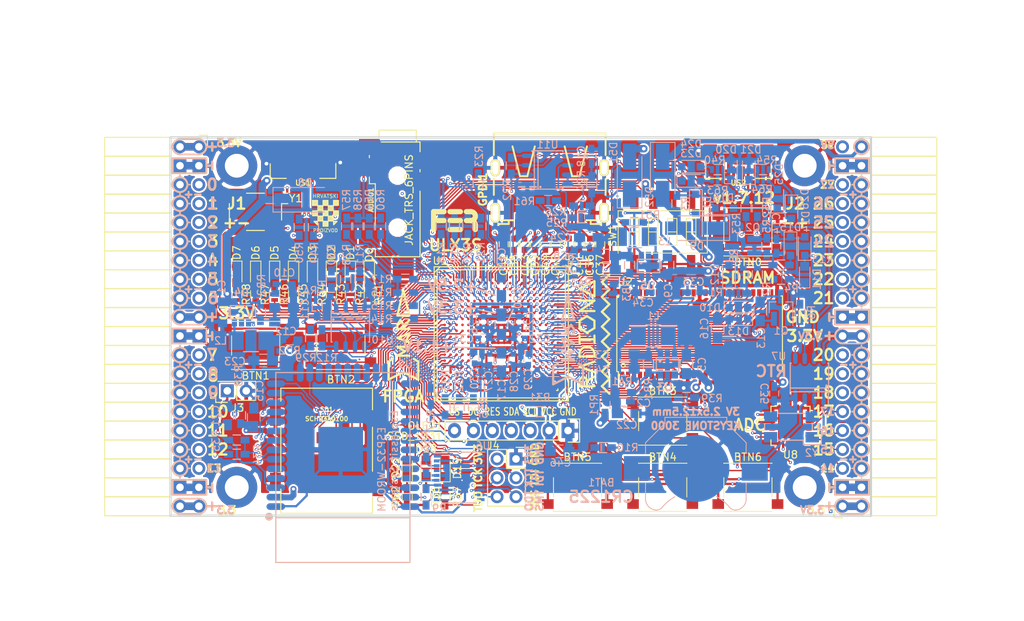
<source format=kicad_pcb>
(kicad_pcb (version 4) (host pcbnew 4.0.7+dfsg1-1)
  (layers (0 F.Cu signal) (1 In1.Cu signal) (2 In2.Cu signal) (31 B.Cu signal) (34 B.Paste user) (35 F.Paste user) (36 B.SilkS user) (37 F.SilkS user hide) (38 B.Mask user) (39 F.Mask user) (44 Edge.Cuts user))
  (net 0 "")
  (net 1 GND)
  (net 2 +5V)
  (net 3 /gpio/IN5V)
  (net 4 /gpio/OUT5V)
  (net 5 +3V3)
  (net 6 BTN_D)
  (net 7 BTN_F1)
  (net 8 BTN_F2)
  (net 9 BTN_L)
  (net 10 BTN_R)
  (net 11 BTN_U)
  (net 12 /power/FB1)
  (net 13 +2V5)
  (net 14 /power/PWREN)
  (net 15 /power/FB3)
  (net 16 /power/FB2)
  (net 17 "Net-(D9-Pad1)")
  (net 18 /power/VBAT)
  (net 19 JTAG_TDI)
  (net 20 JTAG_TCK)
  (net 21 JTAG_TMS)
  (net 22 JTAG_TDO)
  (net 23 /power/WAKEUPn)
  (net 24 /power/WKUP)
  (net 25 /power/SHUT)
  (net 26 /power/WAKE)
  (net 27 /power/HOLD)
  (net 28 /power/WKn)
  (net 29 /power/OSCI_32k)
  (net 30 /power/OSCO_32k)
  (net 31 "Net-(Q2-Pad3)")
  (net 32 SHUTDOWN)
  (net 33 /analog/AUDIO_L)
  (net 34 /analog/AUDIO_R)
  (net 35 GPDI_SDA)
  (net 36 GPDI_SCL)
  (net 37 /gpdi/VREF2)
  (net 38 SD_CMD)
  (net 39 SD_CLK)
  (net 40 SD_D0)
  (net 41 SD_D1)
  (net 42 USB5V)
  (net 43 GPDI_CEC)
  (net 44 nRESET)
  (net 45 FTDI_nDTR)
  (net 46 SDRAM_CKE)
  (net 47 SDRAM_A7)
  (net 48 SDRAM_D15)
  (net 49 SDRAM_BA1)
  (net 50 SDRAM_D7)
  (net 51 SDRAM_A6)
  (net 52 SDRAM_CLK)
  (net 53 SDRAM_D13)
  (net 54 SDRAM_BA0)
  (net 55 SDRAM_D6)
  (net 56 SDRAM_A5)
  (net 57 SDRAM_D14)
  (net 58 SDRAM_A11)
  (net 59 SDRAM_D12)
  (net 60 SDRAM_D5)
  (net 61 SDRAM_A4)
  (net 62 SDRAM_A10)
  (net 63 SDRAM_D11)
  (net 64 SDRAM_A3)
  (net 65 SDRAM_D4)
  (net 66 SDRAM_D10)
  (net 67 SDRAM_D9)
  (net 68 SDRAM_A9)
  (net 69 SDRAM_D3)
  (net 70 SDRAM_D8)
  (net 71 SDRAM_A8)
  (net 72 SDRAM_A2)
  (net 73 SDRAM_A1)
  (net 74 SDRAM_A0)
  (net 75 SDRAM_D2)
  (net 76 SDRAM_D1)
  (net 77 SDRAM_D0)
  (net 78 SDRAM_DQM0)
  (net 79 SDRAM_nCS)
  (net 80 SDRAM_nRAS)
  (net 81 SDRAM_DQM1)
  (net 82 SDRAM_nCAS)
  (net 83 SDRAM_nWE)
  (net 84 /flash/FLASH_nWP)
  (net 85 /flash/FLASH_nHOLD)
  (net 86 /flash/FLASH_MOSI)
  (net 87 /flash/FLASH_MISO)
  (net 88 /flash/FLASH_SCK)
  (net 89 /flash/FLASH_nCS)
  (net 90 /flash/FPGA_PROGRAMN)
  (net 91 /flash/FPGA_DONE)
  (net 92 /flash/FPGA_INITN)
  (net 93 OLED_RES)
  (net 94 OLED_DC)
  (net 95 OLED_CS)
  (net 96 WIFI_EN)
  (net 97 FTDI_nRTS)
  (net 98 FTDI_TXD)
  (net 99 FTDI_RXD)
  (net 100 WIFI_RXD)
  (net 101 WIFI_GPIO0)
  (net 102 WIFI_TXD)
  (net 103 USB_FTDI_D+)
  (net 104 USB_FTDI_D-)
  (net 105 SD_D3)
  (net 106 AUDIO_L3)
  (net 107 AUDIO_L2)
  (net 108 AUDIO_L1)
  (net 109 AUDIO_L0)
  (net 110 AUDIO_R3)
  (net 111 AUDIO_R2)
  (net 112 AUDIO_R1)
  (net 113 AUDIO_R0)
  (net 114 OLED_CLK)
  (net 115 OLED_MOSI)
  (net 116 LED0)
  (net 117 LED1)
  (net 118 LED2)
  (net 119 LED3)
  (net 120 LED4)
  (net 121 LED5)
  (net 122 LED6)
  (net 123 LED7)
  (net 124 BTN_PWRn)
  (net 125 FTDI_nTXLED)
  (net 126 FTDI_nSLEEP)
  (net 127 /blinkey/LED_PWREN)
  (net 128 /blinkey/LED_TXLED)
  (net 129 /sdcard/SD3V3)
  (net 130 SD_D2)
  (net 131 CLK_25MHz)
  (net 132 /blinkey/BTNPUL)
  (net 133 /blinkey/BTNPUR)
  (net 134 USB_FPGA_D+)
  (net 135 /power/FTDI_nSUSPEND)
  (net 136 /blinkey/ALED0)
  (net 137 /blinkey/ALED1)
  (net 138 /blinkey/ALED2)
  (net 139 /blinkey/ALED3)
  (net 140 /blinkey/ALED4)
  (net 141 /blinkey/ALED5)
  (net 142 /blinkey/ALED6)
  (net 143 /blinkey/ALED7)
  (net 144 /usb/FTD-)
  (net 145 /usb/FTD+)
  (net 146 ADC_MISO)
  (net 147 ADC_MOSI)
  (net 148 ADC_CSn)
  (net 149 ADC_SCLK)
  (net 150 SW3)
  (net 151 SW2)
  (net 152 SW1)
  (net 153 USB_FPGA_D-)
  (net 154 /usb/FPD+)
  (net 155 /usb/FPD-)
  (net 156 WIFI_GPIO16)
  (net 157 /usb/ANT_433MHz)
  (net 158 /power/PWRBTn)
  (net 159 PROG_DONE)
  (net 160 /power/P3V3)
  (net 161 /power/P2V5)
  (net 162 /power/L1)
  (net 163 /power/L3)
  (net 164 /power/L2)
  (net 165 FTDI_TXDEN)
  (net 166 SDRAM_A12)
  (net 167 /analog/AUDIO_V)
  (net 168 AUDIO_V3)
  (net 169 AUDIO_V2)
  (net 170 AUDIO_V1)
  (net 171 AUDIO_V0)
  (net 172 /blinkey/LED_WIFI)
  (net 173 /power/P1V1)
  (net 174 +1V1)
  (net 175 SW4)
  (net 176 /blinkey/SWPU)
  (net 177 /wifi/WIFIEN)
  (net 178 FT2V5)
  (net 179 GN0)
  (net 180 GP0)
  (net 181 GN1)
  (net 182 GP1)
  (net 183 GN2)
  (net 184 GP2)
  (net 185 GN3)
  (net 186 GP3)
  (net 187 GN4)
  (net 188 GP4)
  (net 189 GN5)
  (net 190 GP5)
  (net 191 GN6)
  (net 192 GP6)
  (net 193 GN14)
  (net 194 GP14)
  (net 195 GN15)
  (net 196 GP15)
  (net 197 GN16)
  (net 198 GP16)
  (net 199 GN17)
  (net 200 GP17)
  (net 201 GN18)
  (net 202 GP18)
  (net 203 GN19)
  (net 204 GP19)
  (net 205 GN20)
  (net 206 GP20)
  (net 207 GN21)
  (net 208 GP21)
  (net 209 GN22)
  (net 210 GP22)
  (net 211 GN23)
  (net 212 GP23)
  (net 213 GN24)
  (net 214 GP24)
  (net 215 GN25)
  (net 216 GP25)
  (net 217 GN26)
  (net 218 GP26)
  (net 219 GN27)
  (net 220 GP27)
  (net 221 GN7)
  (net 222 GP7)
  (net 223 GN8)
  (net 224 GP8)
  (net 225 GN9)
  (net 226 GP9)
  (net 227 GN10)
  (net 228 GP10)
  (net 229 GN11)
  (net 230 GP11)
  (net 231 GN12)
  (net 232 GP12)
  (net 233 GN13)
  (net 234 GP13)
  (net 235 WIFI_GPIO5)
  (net 236 WIFI_GPIO17)
  (net 237 USB_FPGA_PULL_D+)
  (net 238 USB_FPGA_PULL_D-)
  (net 239 "Net-(D23-Pad2)")
  (net 240 "Net-(D24-Pad1)")
  (net 241 "Net-(D25-Pad2)")
  (net 242 "Net-(D26-Pad1)")
  (net 243 /gpdi/GPDI_ETH+)
  (net 244 FPDI_ETH+)
  (net 245 /gpdi/GPDI_ETH-)
  (net 246 FPDI_ETH-)
  (net 247 /gpdi/GPDI_D2-)
  (net 248 FPDI_D2-)
  (net 249 /gpdi/GPDI_D1-)
  (net 250 FPDI_D1-)
  (net 251 /gpdi/GPDI_D0-)
  (net 252 FPDI_D0-)
  (net 253 /gpdi/GPDI_CLK-)
  (net 254 FPDI_CLK-)
  (net 255 /gpdi/GPDI_D2+)
  (net 256 FPDI_D2+)
  (net 257 /gpdi/GPDI_D1+)
  (net 258 FPDI_D1+)
  (net 259 /gpdi/GPDI_D0+)
  (net 260 FPDI_D0+)
  (net 261 /gpdi/GPDI_CLK+)
  (net 262 FPDI_CLK+)
  (net 263 FPDI_SDA)
  (net 264 FPDI_SCL)
  (net 265 /gpdi/FPDI_CEC)
  (module Socket_Strips:Socket_Strip_Angled_2x20 (layer F.Cu) (at 97.91 62.69 270)
    (fp_text reference J1 (at 7.62 -5.08 360) (layer F.SilkS) (effects (font (size 1.5 1.5) (thickness 0.3))))
    (fp_text value CONN_02X20 hide)
    (pad 1 thru_hole oval (at 0 0 270) (size 1.7272 1.7272) (drill 1.016) (layers *.Cu *.Mask) (net 5 +3V3))
    (pad 2 thru_hole oval (at 0 2.54 270) (size 1.7272 1.7272) (drill 1.016) (layers *.Cu *.Mask) (net 5 +3V3))
    (pad 3 thru_hole rect (at 2.54 0 270) (size 1.7272 1.7272) (drill 1.016) (layers *.Cu *.Mask) (net 1 GND))
    (pad 4 thru_hole rect (at 2.54 2.54 270) (size 1.7272 1.7272) (drill 1.016) (layers *.Cu *.Mask) (net 1 GND))
    (pad 5 thru_hole oval (at 5.08 0 270) (size 1.7272 1.7272) (drill 1.016) (layers *.Cu *.Mask) (net 179 GN0))
    (pad 6 thru_hole oval (at 5.08 2.54 270) (size 1.7272 1.7272) (drill 1.016) (layers *.Cu *.Mask) (net 180 GP0))
    (pad 7 thru_hole oval (at 7.62 0 270) (size 1.7272 1.7272) (drill 1.016) (layers *.Cu *.Mask) (net 181 GN1))
    (pad 8 thru_hole oval (at 7.62 2.54 270) (size 1.7272 1.7272) (drill 1.016) (layers *.Cu *.Mask) (net 182 GP1))
    (pad 9 thru_hole oval (at 10.16 0 270) (size 1.7272 1.7272) (drill 1.016) (layers *.Cu *.Mask) (net 183 GN2))
    (pad 10 thru_hole oval (at 10.16 2.54 270) (size 1.7272 1.7272) (drill 1.016) (layers *.Cu *.Mask) (net 184 GP2))
    (pad 11 thru_hole oval (at 12.7 0 270) (size 1.7272 1.7272) (drill 1.016) (layers *.Cu *.Mask) (net 185 GN3))
    (pad 12 thru_hole oval (at 12.7 2.54 270) (size 1.7272 1.7272) (drill 1.016) (layers *.Cu *.Mask) (net 186 GP3))
    (pad 13 thru_hole oval (at 15.24 0 270) (size 1.7272 1.7272) (drill 1.016) (layers *.Cu *.Mask) (net 187 GN4))
    (pad 14 thru_hole oval (at 15.24 2.54 270) (size 1.7272 1.7272) (drill 1.016) (layers *.Cu *.Mask) (net 188 GP4))
    (pad 15 thru_hole oval (at 17.78 0 270) (size 1.7272 1.7272) (drill 1.016) (layers *.Cu *.Mask) (net 189 GN5))
    (pad 16 thru_hole oval (at 17.78 2.54 270) (size 1.7272 1.7272) (drill 1.016) (layers *.Cu *.Mask) (net 190 GP5))
    (pad 17 thru_hole oval (at 20.32 0 270) (size 1.7272 1.7272) (drill 1.016) (layers *.Cu *.Mask) (net 191 GN6))
    (pad 18 thru_hole oval (at 20.32 2.54 270) (size 1.7272 1.7272) (drill 1.016) (layers *.Cu *.Mask) (net 192 GP6))
    (pad 19 thru_hole oval (at 22.86 0 270) (size 1.7272 1.7272) (drill 1.016) (layers *.Cu *.Mask) (net 5 +3V3))
    (pad 20 thru_hole oval (at 22.86 2.54 270) (size 1.7272 1.7272) (drill 1.016) (layers *.Cu *.Mask) (net 5 +3V3))
    (pad 21 thru_hole rect (at 25.4 0 270) (size 1.7272 1.7272) (drill 1.016) (layers *.Cu *.Mask) (net 1 GND))
    (pad 22 thru_hole rect (at 25.4 2.54 270) (size 1.7272 1.7272) (drill 1.016) (layers *.Cu *.Mask) (net 1 GND))
    (pad 23 thru_hole oval (at 27.94 0 270) (size 1.7272 1.7272) (drill 1.016) (layers *.Cu *.Mask) (net 221 GN7))
    (pad 24 thru_hole oval (at 27.94 2.54 270) (size 1.7272 1.7272) (drill 1.016) (layers *.Cu *.Mask) (net 222 GP7))
    (pad 25 thru_hole oval (at 30.48 0 270) (size 1.7272 1.7272) (drill 1.016) (layers *.Cu *.Mask) (net 223 GN8))
    (pad 26 thru_hole oval (at 30.48 2.54 270) (size 1.7272 1.7272) (drill 1.016) (layers *.Cu *.Mask) (net 224 GP8))
    (pad 27 thru_hole oval (at 33.02 0 270) (size 1.7272 1.7272) (drill 1.016) (layers *.Cu *.Mask) (net 225 GN9))
    (pad 28 thru_hole oval (at 33.02 2.54 270) (size 1.7272 1.7272) (drill 1.016) (layers *.Cu *.Mask) (net 226 GP9))
    (pad 29 thru_hole oval (at 35.56 0 270) (size 1.7272 1.7272) (drill 1.016) (layers *.Cu *.Mask) (net 227 GN10))
    (pad 30 thru_hole oval (at 35.56 2.54 270) (size 1.7272 1.7272) (drill 1.016) (layers *.Cu *.Mask) (net 228 GP10))
    (pad 31 thru_hole oval (at 38.1 0 270) (size 1.7272 1.7272) (drill 1.016) (layers *.Cu *.Mask) (net 229 GN11))
    (pad 32 thru_hole oval (at 38.1 2.54 270) (size 1.7272 1.7272) (drill 1.016) (layers *.Cu *.Mask) (net 230 GP11))
    (pad 33 thru_hole oval (at 40.64 0 270) (size 1.7272 1.7272) (drill 1.016) (layers *.Cu *.Mask) (net 231 GN12))
    (pad 34 thru_hole oval (at 40.64 2.54 270) (size 1.7272 1.7272) (drill 1.016) (layers *.Cu *.Mask) (net 232 GP12))
    (pad 35 thru_hole oval (at 43.18 0 270) (size 1.7272 1.7272) (drill 1.016) (layers *.Cu *.Mask) (net 233 GN13))
    (pad 36 thru_hole oval (at 43.18 2.54 270) (size 1.7272 1.7272) (drill 1.016) (layers *.Cu *.Mask) (net 234 GP13))
    (pad 37 thru_hole rect (at 45.72 0 270) (size 1.7272 1.7272) (drill 1.016) (layers *.Cu *.Mask) (net 1 GND))
    (pad 38 thru_hole rect (at 45.72 2.54 270) (size 1.7272 1.7272) (drill 1.016) (layers *.Cu *.Mask) (net 1 GND))
    (pad 39 thru_hole oval (at 48.26 0 270) (size 1.7272 1.7272) (drill 1.016) (layers *.Cu *.Mask) (net 5 +3V3))
    (pad 40 thru_hole oval (at 48.26 2.54 270) (size 1.7272 1.7272) (drill 1.016) (layers *.Cu *.Mask) (net 5 +3V3))
  )
  (module SMD_Packages:1Pin (layer F.Cu) (at 182.67515 111.637626)
    (fp_text reference AE1 hide)
    (fp_text value 433MHz hide)
    (pad 1 smd rect (at 0 0) (size 0.5 0.5) (layers B.Cu F.Paste F.Mask) (net 157 /usb/ANT_433MHz))
  )
  (module Resistors_SMD:R_0603_HandSoldering (layer B.Cu) (at 103.498 98.758 90)
    (fp_text reference R38 (at 5.334 -0.254 90) (layer B.SilkS) (effects (justify mirror)))
    (fp_text value 0.47)
    (pad 1 smd rect (at -1.1 0 90) (size 1.2 0.9) (layers B.Cu B.Paste B.Mask) (net 129 /sdcard/SD3V3))
    (pad 2 smd rect (at 1.1 0 90) (size 1.2 0.9) (layers B.Cu B.Paste B.Mask) (net 5 +3V3))
  )
  (module Diodes_SMD:D_SMA_Handsoldering (layer B.Cu) (at 155.695 66.5 90)
    (fp_text reference D51 (at 3.048 -2.159 90) (layer B.SilkS) (effects (justify mirror)))
    (fp_text value STPS2L30AF hide)
    (pad 1 smd rect (at -2.5 0 90) (size 3.5 1.8) (layers B.Cu B.Paste B.Mask) (net 2 +5V))
    (pad 2 smd rect (at 2.5 0 90) (size 3.5 1.8) (layers B.Cu B.Paste B.Mask) (net 3 /gpio/IN5V))
  )
  (module Resistors_SMD:R_0603_HandSoldering (layer B.Cu) (at 156.33 72.85 180)
    (fp_text reference R51 (at -2.032 1.016 180) (layer B.SilkS) (effects (justify mirror)))
    (fp_text value 150)
    (pad 1 smd rect (at -1.1 0 180) (size 1.2 0.9) (layers B.Cu B.Paste B.Mask) (net 5 +3V3))
    (pad 2 smd rect (at 1.1 0 180) (size 1.2 0.9) (layers B.Cu B.Paste B.Mask) (net 176 /blinkey/SWPU))
  )
  (module Resistors_SMD:R_1210_HandSoldering (layer B.Cu) (at 158.87 88.09 180)
    (fp_text reference L1 (at 0 2.7 180) (layer B.SilkS) (effects (justify mirror)))
    (fp_text value 2.2uH)
    (pad 1 smd rect (at -2 0 180) (size 2 2.5) (layers B.Cu B.Paste B.Mask) (net 162 /power/L1))
    (pad 2 smd rect (at 2 0 180) (size 2 2.5) (layers B.Cu B.Paste B.Mask) (net 173 /power/P1V1))
  )
  (module TSOT-25:TSOT-25 (layer B.Cu) (at 160.775 91.9)
    (fp_text reference U3 (at -0.381 3.048) (layer B.SilkS) (effects (font (thickness 0.2)) (justify mirror)))
    (fp_text value TLV62569DBV)
    (pad 1 smd rect (at -0.95 -1.3) (size 0.7 1.2) (layers B.Cu B.Paste B.Mask) (net 14 /power/PWREN))
    (pad 2 smd rect (at 0 -1.3) (size 0.7 1.2) (layers B.Cu B.Paste B.Mask) (net 1 GND))
    (pad 3 smd rect (at 0.95 -1.3) (size 0.7 1.2) (layers B.Cu B.Paste B.Mask) (net 162 /power/L1))
    (pad 4 smd rect (at 0.95 1.3) (size 0.7 1.2) (layers B.Cu B.Paste B.Mask) (net 2 +5V))
    (pad 5 smd rect (at -0.95 1.3) (size 0.7 1.2) (layers B.Cu B.Paste B.Mask) (net 12 /power/FB1))
  )
  (module Resistors_SMD:R_1210_HandSoldering (layer B.Cu) (at 104.895 88.725)
    (fp_text reference L2 (at -4.064 0) (layer B.SilkS) (effects (justify mirror)))
    (fp_text value 2.2uH)
    (pad 1 smd rect (at -2 0) (size 2 2.5) (layers B.Cu B.Paste B.Mask) (net 164 /power/L2))
    (pad 2 smd rect (at 2 0) (size 2 2.5) (layers B.Cu B.Paste B.Mask) (net 161 /power/P2V5))
  )
  (module TSOT-25:TSOT-25 (layer B.Cu) (at 103.625 84.915 180)
    (fp_text reference U4 (at 0 2.697 180) (layer B.SilkS) (effects (font (thickness 0.2)) (justify mirror)))
    (fp_text value TLV62569DBV)
    (pad 1 smd rect (at -0.95 -1.3 180) (size 0.7 1.2) (layers B.Cu B.Paste B.Mask) (net 14 /power/PWREN))
    (pad 2 smd rect (at 0 -1.3 180) (size 0.7 1.2) (layers B.Cu B.Paste B.Mask) (net 1 GND))
    (pad 3 smd rect (at 0.95 -1.3 180) (size 0.7 1.2) (layers B.Cu B.Paste B.Mask) (net 164 /power/L2))
    (pad 4 smd rect (at 0.95 1.3 180) (size 0.7 1.2) (layers B.Cu B.Paste B.Mask) (net 2 +5V))
    (pad 5 smd rect (at -0.95 1.3 180) (size 0.7 1.2) (layers B.Cu B.Paste B.Mask) (net 16 /power/FB2))
  )
  (module Resistors_SMD:R_1210_HandSoldering (layer B.Cu) (at 156.33 74.755 180)
    (fp_text reference L3 (at -4.064 -0.635 180) (layer B.SilkS) (effects (justify mirror)))
    (fp_text value 2.2uH)
    (pad 1 smd rect (at -2 0 180) (size 2 2.5) (layers B.Cu B.Paste B.Mask) (net 163 /power/L3))
    (pad 2 smd rect (at 2 0 180) (size 2 2.5) (layers B.Cu B.Paste B.Mask) (net 160 /power/P3V3))
  )
  (module TSOT-25:TSOT-25 (layer B.Cu) (at 158.235 78.692)
    (fp_text reference U5 (at -0.127 2.667) (layer B.SilkS) (effects (font (thickness 0.2)) (justify mirror)))
    (fp_text value TLV62569DBV)
    (pad 1 smd rect (at -0.95 -1.3) (size 0.7 1.2) (layers B.Cu B.Paste B.Mask) (net 14 /power/PWREN))
    (pad 2 smd rect (at 0 -1.3) (size 0.7 1.2) (layers B.Cu B.Paste B.Mask) (net 1 GND))
    (pad 3 smd rect (at 0.95 -1.3) (size 0.7 1.2) (layers B.Cu B.Paste B.Mask) (net 163 /power/L3))
    (pad 4 smd rect (at 0.95 1.3) (size 0.7 1.2) (layers B.Cu B.Paste B.Mask) (net 2 +5V))
    (pad 5 smd rect (at -0.95 1.3) (size 0.7 1.2) (layers B.Cu B.Paste B.Mask) (net 15 /power/FB3))
  )
  (module Capacitors_SMD:C_0805_HandSoldering (layer B.Cu) (at 101.085 84.915 270)
    (fp_text reference C1 (at -3.429 0.127 270) (layer B.SilkS) (effects (justify mirror)))
    (fp_text value 22uF)
    (pad 1 smd rect (at -1.25 0 270) (size 1.5 1.25) (layers B.Cu B.Paste B.Mask) (net 2 +5V))
    (pad 2 smd rect (at 1.25 0 270) (size 1.5 1.25) (layers B.Cu B.Paste B.Mask) (net 1 GND))
  )
  (module Capacitors_SMD:C_0805_HandSoldering (layer B.Cu) (at 155.06 90.63)
    (fp_text reference C3 (at -3.048 0) (layer B.SilkS) (effects (justify mirror)))
    (fp_text value 22uF)
    (pad 1 smd rect (at -1.25 0) (size 1.5 1.25) (layers B.Cu B.Paste B.Mask) (net 173 /power/P1V1))
    (pad 2 smd rect (at 1.25 0) (size 1.5 1.25) (layers B.Cu B.Paste B.Mask) (net 1 GND))
  )
  (module Capacitors_SMD:C_0805_HandSoldering (layer B.Cu) (at 155.06 92.535)
    (fp_text reference C4 (at -3.048 0.127) (layer B.SilkS) (effects (justify mirror)))
    (fp_text value 22uF)
    (pad 1 smd rect (at -1.25 0) (size 1.5 1.25) (layers B.Cu B.Paste B.Mask) (net 173 /power/P1V1))
    (pad 2 smd rect (at 1.25 0) (size 1.5 1.25) (layers B.Cu B.Paste B.Mask) (net 1 GND))
  )
  (module Capacitors_SMD:C_0805_HandSoldering (layer B.Cu) (at 163.315 91.9 90)
    (fp_text reference C5 (at 0 2.1 90) (layer B.SilkS) (effects (justify mirror)))
    (fp_text value 22uF)
    (pad 1 smd rect (at -1.25 0 90) (size 1.5 1.25) (layers B.Cu B.Paste B.Mask) (net 2 +5V))
    (pad 2 smd rect (at 1.25 0 90) (size 1.5 1.25) (layers B.Cu B.Paste B.Mask) (net 1 GND))
  )
  (module Capacitors_SMD:C_0805_HandSoldering (layer B.Cu) (at 152.52 79.2)
    (fp_text reference C7 (at -6.096 0) (layer B.SilkS) (effects (justify mirror)))
    (fp_text value 22uF)
    (pad 1 smd rect (at -1.25 0) (size 1.5 1.25) (layers B.Cu B.Paste B.Mask) (net 160 /power/P3V3))
    (pad 2 smd rect (at 1.25 0) (size 1.5 1.25) (layers B.Cu B.Paste B.Mask) (net 1 GND))
  )
  (module Capacitors_SMD:C_0805_HandSoldering (layer B.Cu) (at 152.52 77.295)
    (fp_text reference C8 (at -6.096 0) (layer B.SilkS) (effects (justify mirror)))
    (fp_text value 22uF)
    (pad 1 smd rect (at -1.25 0) (size 1.5 1.25) (layers B.Cu B.Paste B.Mask) (net 160 /power/P3V3))
    (pad 2 smd rect (at 1.25 0) (size 1.5 1.25) (layers B.Cu B.Paste B.Mask) (net 1 GND))
  )
  (module Capacitors_SMD:C_0805_HandSoldering (layer B.Cu) (at 160.775 78.565 90)
    (fp_text reference C9 (at -3.429 0.127 90) (layer B.SilkS) (effects (justify mirror)))
    (fp_text value 22uF)
    (pad 1 smd rect (at -1.25 0 90) (size 1.5 1.25) (layers B.Cu B.Paste B.Mask) (net 2 +5V))
    (pad 2 smd rect (at 1.25 0 90) (size 1.5 1.25) (layers B.Cu B.Paste B.Mask) (net 1 GND))
  )
  (module Capacitors_SMD:C_0805_HandSoldering (layer B.Cu) (at 109.34 84.28 180)
    (fp_text reference C11 (at -2.794 -0.254 270) (layer B.SilkS) (effects (justify mirror)))
    (fp_text value 22uF)
    (pad 1 smd rect (at -1.25 0 180) (size 1.5 1.25) (layers B.Cu B.Paste B.Mask) (net 161 /power/P2V5))
    (pad 2 smd rect (at 1.25 0 180) (size 1.5 1.25) (layers B.Cu B.Paste B.Mask) (net 1 GND))
  )
  (module Capacitors_SMD:C_0805_HandSoldering (layer B.Cu) (at 109.34 86.185 180)
    (fp_text reference C12 (at -0.254 -1.27 360) (layer B.SilkS) (effects (justify mirror)))
    (fp_text value 22uF)
    (pad 1 smd rect (at -1.25 0 180) (size 1.5 1.25) (layers B.Cu B.Paste B.Mask) (net 161 /power/P2V5))
    (pad 2 smd rect (at 1.25 0 180) (size 1.5 1.25) (layers B.Cu B.Paste B.Mask) (net 1 GND))
  )
  (module Capacitors_SMD:C_0805_HandSoldering (layer B.Cu) (at 173.221 84.788 90)
    (fp_text reference C13 (at -3.556 0.127 90) (layer B.SilkS) (effects (justify mirror)))
    (fp_text value 2.2uF)
    (pad 1 smd rect (at -1.25 0 90) (size 1.5 1.25) (layers B.Cu B.Paste B.Mask) (net 2 +5V))
    (pad 2 smd rect (at 1.25 0 90) (size 1.5 1.25) (layers B.Cu B.Paste B.Mask) (net 24 /power/WKUP))
  )
  (module TO_SOT_Packages_SMD:SOT-23_Handsoldering (layer B.Cu) (at 176.015 84.28 90)
    (fp_text reference Q1 (at -3.1115 0 180) (layer B.SilkS) (effects (justify mirror)))
    (fp_text value BC857)
    (pad 1 smd rect (at -1.5 0.95 90) (size 1.9 0.8) (layers B.Cu B.Paste B.Mask) (net 28 /power/WKn))
    (pad 2 smd rect (at -1.5 -0.95 90) (size 1.9 0.8) (layers B.Cu B.Paste B.Mask) (net 2 +5V))
    (pad 3 smd rect (at 1.5 0 90) (size 1.9 0.8) (layers B.Cu B.Paste B.Mask) (net 24 /power/WKUP))
  )
  (module TO_SOT_Packages_SMD:SOT-23_Handsoldering (layer B.Cu) (at 170.935 76.025 180)
    (fp_text reference Q2 (at -1.295 2.5 180) (layer B.SilkS) (effects (justify mirror)))
    (fp_text value 2N7002)
    (pad 1 smd rect (at -1.5 0.95 180) (size 1.9 0.8) (layers B.Cu B.Paste B.Mask) (net 25 /power/SHUT))
    (pad 2 smd rect (at -1.5 -0.95 180) (size 1.9 0.8) (layers B.Cu B.Paste B.Mask) (net 1 GND))
    (pad 3 smd rect (at 1.5 0 180) (size 1.9 0.8) (layers B.Cu B.Paste B.Mask) (net 31 "Net-(Q2-Pad3)"))
  )
  (module Capacitors_SMD:C_0603_HandSoldering (layer B.Cu) (at 154.86 96.91)
    (fp_text reference C2 (at 2.74 0.197) (layer B.SilkS) (effects (justify mirror)))
    (fp_text value 470pF)
    (pad 1 smd rect (at -0.95 0) (size 1.2 0.75) (layers B.Cu B.Paste B.Mask) (net 173 /power/P1V1))
    (pad 2 smd rect (at 0.95 0) (size 1.2 0.75) (layers B.Cu B.Paste B.Mask) (net 12 /power/FB1))
  )
  (module Capacitors_SMD:C_0603_HandSoldering (layer B.Cu) (at 152.52 82.375)
    (fp_text reference C6 (at -2.794 0.127) (layer B.SilkS) (effects (justify mirror)))
    (fp_text value 470pF)
    (pad 1 smd rect (at -0.95 0) (size 1.2 0.75) (layers B.Cu B.Paste B.Mask) (net 160 /power/P3V3))
    (pad 2 smd rect (at 0.95 0) (size 1.2 0.75) (layers B.Cu B.Paste B.Mask) (net 15 /power/FB3))
  )
  (module Capacitors_SMD:C_0603_HandSoldering (layer B.Cu) (at 109.34 81.105 180)
    (fp_text reference C10 (at -0.04 1.505 180) (layer B.SilkS) (effects (justify mirror)))
    (fp_text value 470pF)
    (pad 1 smd rect (at -0.95 0 180) (size 1.2 0.75) (layers B.Cu B.Paste B.Mask) (net 161 /power/P2V5))
    (pad 2 smd rect (at 0.95 0 180) (size 1.2 0.75) (layers B.Cu B.Paste B.Mask) (net 16 /power/FB2))
  )
  (module Capacitors_SMD:C_0603_HandSoldering (layer B.Cu) (at 175.38 76.025 270)
    (fp_text reference C14 (at -3.048 0 270) (layer B.SilkS) (effects (justify mirror)))
    (fp_text value 100nF)
    (pad 1 smd rect (at -0.95 0 270) (size 1.2 0.75) (layers B.Cu B.Paste B.Mask) (net 25 /power/SHUT))
    (pad 2 smd rect (at 0.95 0 270) (size 1.2 0.75) (layers B.Cu B.Paste B.Mask) (net 1 GND))
  )
  (module Resistors_SMD:R_0603_HandSoldering (layer B.Cu) (at 170.3 82.375)
    (fp_text reference R1 (at -3.048 -0.127) (layer B.SilkS) (effects (justify mirror)))
    (fp_text value 15k)
    (pad 1 smd rect (at -1.1 0) (size 1.2 0.9) (layers B.Cu B.Paste B.Mask) (net 26 /power/WAKE))
    (pad 2 smd rect (at 1.1 0) (size 1.2 0.9) (layers B.Cu B.Paste B.Mask) (net 14 /power/PWREN))
  )
  (module Resistors_SMD:R_0603_HandSoldering (layer B.Cu) (at 172.84 79.835 90)
    (fp_text reference R2 (at -1.905 1.27 90) (layer B.SilkS) (effects (justify mirror)))
    (fp_text value 47k)
    (pad 1 smd rect (at -1.1 0 90) (size 1.2 0.9) (layers B.Cu B.Paste B.Mask) (net 14 /power/PWREN))
    (pad 2 smd rect (at 1.1 0 90) (size 1.2 0.9) (layers B.Cu B.Paste B.Mask) (net 1 GND))
  )
  (module Resistors_SMD:R_0603_HandSoldering (layer B.Cu) (at 176.015 80.47 180)
    (fp_text reference R4 (at -1.397 -1.27 360) (layer B.SilkS) (effects (justify mirror)))
    (fp_text value 4.7k)
    (pad 1 smd rect (at -1.1 0 180) (size 1.2 0.9) (layers B.Cu B.Paste B.Mask) (net 27 /power/HOLD))
    (pad 2 smd rect (at 1.1 0 180) (size 1.2 0.9) (layers B.Cu B.Paste B.Mask) (net 14 /power/PWREN))
  )
  (module Resistors_SMD:R_0603_HandSoldering (layer B.Cu) (at 174.11 76.025 270)
    (fp_text reference R5 (at -2.667 0 270) (layer B.SilkS) (effects (justify mirror)))
    (fp_text value 4.7M)
    (pad 1 smd rect (at -1.1 0 270) (size 1.2 0.9) (layers B.Cu B.Paste B.Mask) (net 25 /power/SHUT))
    (pad 2 smd rect (at 1.1 0 270) (size 1.2 0.9) (layers B.Cu B.Paste B.Mask) (net 1 GND))
  )
  (module Resistors_SMD:R_0603_HandSoldering (layer B.Cu) (at 178.555 84.915 270)
    (fp_text reference R6 (at 0 -1.524 270) (layer B.SilkS) (effects (justify mirror)))
    (fp_text value 1k)
    (pad 1 smd rect (at -1.1 0 270) (size 1.2 0.9) (layers B.Cu B.Paste B.Mask) (net 28 /power/WKn))
    (pad 2 smd rect (at 1.1 0 270) (size 1.2 0.9) (layers B.Cu B.Paste B.Mask) (net 23 /power/WAKEUPn))
  )
  (module Resistors_SMD:R_0603_HandSoldering (layer B.Cu) (at 113.785 84.28 270)
    (fp_text reference R7 (at -2.794 -0.635 270) (layer B.SilkS) (effects (justify mirror)))
    (fp_text value 150)
    (pad 1 smd rect (at -1.1 0 270) (size 1.2 0.9) (layers B.Cu B.Paste B.Mask) (net 5 +3V3))
    (pad 2 smd rect (at 1.1 0 270) (size 1.2 0.9) (layers B.Cu B.Paste B.Mask) (net 132 /blinkey/BTNPUL))
  )
  (module Resistors_SMD:R_0603_HandSoldering (layer B.Cu) (at 170.935 79.835 90)
    (fp_text reference R8 (at 2.54 -1.27 90) (layer B.SilkS) (effects (justify mirror)))
    (fp_text value 1k)
    (pad 1 smd rect (at -1.1 0 90) (size 1.2 0.9) (layers B.Cu B.Paste B.Mask) (net 14 /power/PWREN))
    (pad 2 smd rect (at 1.1 0 90) (size 1.2 0.9) (layers B.Cu B.Paste B.Mask) (net 31 "Net-(Q2-Pad3)"))
  )
  (module Resistors_SMD:R_0603_HandSoldering (layer B.Cu) (at 128.39 109.68 270)
    (fp_text reference R9 (at 1.524 -1.778 360) (layer B.SilkS) (effects (justify mirror)))
    (fp_text value 15k)
    (pad 1 smd rect (at -1.1 0 270) (size 1.2 0.9) (layers B.Cu B.Paste B.Mask) (net 44 nRESET))
    (pad 2 smd rect (at 1.1 0 270) (size 1.2 0.9) (layers B.Cu B.Paste B.Mask) (net 178 FT2V5))
  )
  (module Resistors_SMD:R_0603_HandSoldering (layer B.Cu) (at 152.139 103.076 180)
    (fp_text reference R10 (at -3.302 0 180) (layer B.SilkS) (effects (justify mirror)))
    (fp_text value 150)
    (pad 1 smd rect (at -1.1 0 180) (size 1.2 0.9) (layers B.Cu B.Paste B.Mask) (net 135 /power/FTDI_nSUSPEND))
    (pad 2 smd rect (at 1.1 0 180) (size 1.2 0.9) (layers B.Cu B.Paste B.Mask) (net 126 FTDI_nSLEEP))
  )
  (module Resistors_SMD:R_0603_HandSoldering (layer B.Cu) (at 176.015 78.565 180)
    (fp_text reference R13 (at -5.588 0.762 180) (layer B.SilkS) (effects (justify mirror)))
    (fp_text value 15k)
    (pad 1 smd rect (at -1.1 0 180) (size 1.2 0.9) (layers B.Cu B.Paste B.Mask) (net 32 SHUTDOWN))
    (pad 2 smd rect (at 1.1 0 180) (size 1.2 0.9) (layers B.Cu B.Paste B.Mask) (net 1 GND))
  )
  (module Resistors_SMD:R_0603_HandSoldering (layer B.Cu) (at 154.86 95.64)
    (fp_text reference RA1 (at -0.181 -1.454) (layer B.SilkS) (effects (justify mirror)))
    (fp_text value 15k)
    (pad 1 smd rect (at -1.1 0) (size 1.2 0.9) (layers B.Cu B.Paste B.Mask) (net 173 /power/P1V1))
    (pad 2 smd rect (at 1.1 0) (size 1.2 0.9) (layers B.Cu B.Paste B.Mask) (net 12 /power/FB1))
  )
  (module Resistors_SMD:R_0603_HandSoldering (layer B.Cu) (at 109.34 82.375 180)
    (fp_text reference RA2 (at -3.048 0.381 360) (layer B.SilkS) (effects (justify mirror)))
    (fp_text value 15k)
    (pad 1 smd rect (at -1.1 0 180) (size 1.2 0.9) (layers B.Cu B.Paste B.Mask) (net 161 /power/P2V5))
    (pad 2 smd rect (at 1.1 0 180) (size 1.2 0.9) (layers B.Cu B.Paste B.Mask) (net 16 /power/FB2))
  )
  (module Resistors_SMD:R_0603_HandSoldering (layer B.Cu) (at 152.52 81.105)
    (fp_text reference RA3 (at -3.302 -0.127) (layer B.SilkS) (effects (justify mirror)))
    (fp_text value 15k)
    (pad 1 smd rect (at -1.1 0) (size 1.2 0.9) (layers B.Cu B.Paste B.Mask) (net 160 /power/P3V3))
    (pad 2 smd rect (at 1.1 0) (size 1.2 0.9) (layers B.Cu B.Paste B.Mask) (net 15 /power/FB3))
  )
  (module Resistors_SMD:R_0603_HandSoldering (layer B.Cu) (at 158.235 91.9 270)
    (fp_text reference RB1 (at 3.302 0 270) (layer B.SilkS) (effects (justify mirror)))
    (fp_text value 18k)
    (pad 1 smd rect (at -1.1 0 270) (size 1.2 0.9) (layers B.Cu B.Paste B.Mask) (net 1 GND))
    (pad 2 smd rect (at 1.1 0 270) (size 1.2 0.9) (layers B.Cu B.Paste B.Mask) (net 12 /power/FB1))
  )
  (module Resistors_SMD:R_0603_HandSoldering (layer B.Cu) (at 106.165 84.915 90)
    (fp_text reference RB2 (at 3.683 0.127 90) (layer B.SilkS) (effects (justify mirror)))
    (fp_text value 4.7k)
    (pad 1 smd rect (at -1.1 0 90) (size 1.2 0.9) (layers B.Cu B.Paste B.Mask) (net 1 GND))
    (pad 2 smd rect (at 1.1 0 90) (size 1.2 0.9) (layers B.Cu B.Paste B.Mask) (net 16 /power/FB2))
  )
  (module Resistors_SMD:R_0603_HandSoldering (layer B.Cu) (at 155.695 78.565 270)
    (fp_text reference RB3 (at 3.429 0.395 270) (layer B.SilkS) (effects (justify mirror)))
    (fp_text value 3.3k)
    (pad 1 smd rect (at -1.1 0 270) (size 1.2 0.9) (layers B.Cu B.Paste B.Mask) (net 1 GND))
    (pad 2 smd rect (at 1.1 0 270) (size 1.2 0.9) (layers B.Cu B.Paste B.Mask) (net 15 /power/FB3))
  )
  (module Resistors_SMD:R_0603_HandSoldering (layer B.Cu) (at 125.596 85.804 180)
    (fp_text reference R14 (at 3.175 0 180) (layer B.SilkS) (effects (justify mirror)))
    (fp_text value 1.2k)
    (pad 1 smd rect (at -1.1 0 180) (size 1.2 0.9) (layers B.Cu B.Paste B.Mask) (net 109 AUDIO_L0))
    (pad 2 smd rect (at 1.1 0 180) (size 1.2 0.9) (layers B.Cu B.Paste B.Mask) (net 33 /analog/AUDIO_L))
  )
  (module Resistors_SMD:R_0603_HandSoldering (layer B.Cu) (at 125.596 84.026 180)
    (fp_text reference R15 (at 3.175 -0.001 180) (layer B.SilkS) (effects (justify mirror)))
    (fp_text value 680)
    (pad 1 smd rect (at -1.1 0 180) (size 1.2 0.9) (layers B.Cu B.Paste B.Mask) (net 108 AUDIO_L1))
    (pad 2 smd rect (at 1.1 0 180) (size 1.2 0.9) (layers B.Cu B.Paste B.Mask) (net 33 /analog/AUDIO_L))
  )
  (module Resistors_SMD:R_0603_HandSoldering (layer B.Cu) (at 125.596 82.248 180)
    (fp_text reference R16 (at 3.175 0 180) (layer B.SilkS) (effects (justify mirror)))
    (fp_text value 330)
    (pad 1 smd rect (at -1.1 0 180) (size 1.2 0.9) (layers B.Cu B.Paste B.Mask) (net 107 AUDIO_L2))
    (pad 2 smd rect (at 1.1 0 180) (size 1.2 0.9) (layers B.Cu B.Paste B.Mask) (net 33 /analog/AUDIO_L))
  )
  (module Resistors_SMD:R_0603_HandSoldering (layer B.Cu) (at 125.596 80.47 180)
    (fp_text reference R17 (at 3.175 0 180) (layer B.SilkS) (effects (justify mirror)))
    (fp_text value 150)
    (pad 1 smd rect (at -1.1 0 180) (size 1.2 0.9) (layers B.Cu B.Paste B.Mask) (net 106 AUDIO_L3))
    (pad 2 smd rect (at 1.1 0 180) (size 1.2 0.9) (layers B.Cu B.Paste B.Mask) (net 33 /analog/AUDIO_L))
  )
  (module Resistors_SMD:R_0603_HandSoldering (layer B.Cu) (at 130.422 73.358 90)
    (fp_text reference R18 (at -3.556 0 90) (layer B.SilkS) (effects (justify mirror)))
    (fp_text value 1.2k)
    (pad 1 smd rect (at -1.1 0 90) (size 1.2 0.9) (layers B.Cu B.Paste B.Mask) (net 113 AUDIO_R0))
    (pad 2 smd rect (at 1.1 0 90) (size 1.2 0.9) (layers B.Cu B.Paste B.Mask) (net 34 /analog/AUDIO_R))
  )
  (module Resistors_SMD:R_0603_HandSoldering (layer B.Cu) (at 132.2 73.358 90)
    (fp_text reference R19 (at -3.556 0 90) (layer B.SilkS) (effects (justify mirror)))
    (fp_text value 680)
    (pad 1 smd rect (at -1.1 0 90) (size 1.2 0.9) (layers B.Cu B.Paste B.Mask) (net 112 AUDIO_R1))
    (pad 2 smd rect (at 1.1 0 90) (size 1.2 0.9) (layers B.Cu B.Paste B.Mask) (net 34 /analog/AUDIO_R))
  )
  (module Resistors_SMD:R_0603_HandSoldering (layer B.Cu) (at 133.978 73.358 90)
    (fp_text reference R20 (at -3.556 0 90) (layer B.SilkS) (effects (justify mirror)))
    (fp_text value 330)
    (pad 1 smd rect (at -1.1 0 90) (size 1.2 0.9) (layers B.Cu B.Paste B.Mask) (net 111 AUDIO_R2))
    (pad 2 smd rect (at 1.1 0 90) (size 1.2 0.9) (layers B.Cu B.Paste B.Mask) (net 34 /analog/AUDIO_R))
  )
  (module Resistors_SMD:R_0603_HandSoldering (layer B.Cu) (at 135.756 73.358 90)
    (fp_text reference R21 (at -3.556 0 90) (layer B.SilkS) (effects (justify mirror)))
    (fp_text value 150)
    (pad 1 smd rect (at -1.1 0 90) (size 1.2 0.9) (layers B.Cu B.Paste B.Mask) (net 110 AUDIO_R3))
    (pad 2 smd rect (at 1.1 0 90) (size 1.2 0.9) (layers B.Cu B.Paste B.Mask) (net 34 /analog/AUDIO_R))
  )
  (module Capacitors_SMD:C_0603_HandSoldering (layer B.Cu) (at 150.5896 63.96 90)
    (fp_text reference C18 (at 0 -1.3716 90) (layer B.SilkS) (effects (justify mirror)))
    (fp_text value 470pF)
    (pad 1 smd rect (at -0.95 0 90) (size 1.2 0.75) (layers B.Cu B.Paste B.Mask) (net 37 /gpdi/VREF2))
    (pad 2 smd rect (at 0.95 0 90) (size 1.2 0.75) (layers B.Cu B.Paste B.Mask) (net 1 GND))
  )
  (module Socket_Strips:Socket_Strip_Angled_2x20 (layer F.Cu) (at 184.27 110.95 90)
    (fp_text reference J2 (at 40.64 -6.35 180) (layer F.SilkS) (effects (font (size 1.5 1.5) (thickness 0.3))))
    (fp_text value CONN_02X20 hide)
    (pad 1 thru_hole oval (at 0 0 90) (size 1.7272 1.7272) (drill 1.016) (layers *.Cu *.Mask) (net 5 +3V3))
    (pad 2 thru_hole oval (at 0 2.54 90) (size 1.7272 1.7272) (drill 1.016) (layers *.Cu *.Mask) (net 5 +3V3))
    (pad 3 thru_hole rect (at 2.54 0 90) (size 1.7272 1.7272) (drill 1.016) (layers *.Cu *.Mask) (net 1 GND))
    (pad 4 thru_hole rect (at 2.54 2.54 90) (size 1.7272 1.7272) (drill 1.016) (layers *.Cu *.Mask) (net 1 GND))
    (pad 5 thru_hole oval (at 5.08 0 90) (size 1.7272 1.7272) (drill 1.016) (layers *.Cu *.Mask) (net 193 GN14))
    (pad 6 thru_hole oval (at 5.08 2.54 90) (size 1.7272 1.7272) (drill 1.016) (layers *.Cu *.Mask) (net 194 GP14))
    (pad 7 thru_hole oval (at 7.62 0 90) (size 1.7272 1.7272) (drill 1.016) (layers *.Cu *.Mask) (net 195 GN15))
    (pad 8 thru_hole oval (at 7.62 2.54 90) (size 1.7272 1.7272) (drill 1.016) (layers *.Cu *.Mask) (net 196 GP15))
    (pad 9 thru_hole oval (at 10.16 0 90) (size 1.7272 1.7272) (drill 1.016) (layers *.Cu *.Mask) (net 197 GN16))
    (pad 10 thru_hole oval (at 10.16 2.54 90) (size 1.7272 1.7272) (drill 1.016) (layers *.Cu *.Mask) (net 198 GP16))
    (pad 11 thru_hole oval (at 12.7 0 90) (size 1.7272 1.7272) (drill 1.016) (layers *.Cu *.Mask) (net 199 GN17))
    (pad 12 thru_hole oval (at 12.7 2.54 90) (size 1.7272 1.7272) (drill 1.016) (layers *.Cu *.Mask) (net 200 GP17))
    (pad 13 thru_hole oval (at 15.24 0 90) (size 1.7272 1.7272) (drill 1.016) (layers *.Cu *.Mask) (net 201 GN18))
    (pad 14 thru_hole oval (at 15.24 2.54 90) (size 1.7272 1.7272) (drill 1.016) (layers *.Cu *.Mask) (net 202 GP18))
    (pad 15 thru_hole oval (at 17.78 0 90) (size 1.7272 1.7272) (drill 1.016) (layers *.Cu *.Mask) (net 203 GN19))
    (pad 16 thru_hole oval (at 17.78 2.54 90) (size 1.7272 1.7272) (drill 1.016) (layers *.Cu *.Mask) (net 204 GP19))
    (pad 17 thru_hole oval (at 20.32 0 90) (size 1.7272 1.7272) (drill 1.016) (layers *.Cu *.Mask) (net 205 GN20))
    (pad 18 thru_hole oval (at 20.32 2.54 90) (size 1.7272 1.7272) (drill 1.016) (layers *.Cu *.Mask) (net 206 GP20))
    (pad 19 thru_hole oval (at 22.86 0 90) (size 1.7272 1.7272) (drill 1.016) (layers *.Cu *.Mask) (net 5 +3V3))
    (pad 20 thru_hole oval (at 22.86 2.54 90) (size 1.7272 1.7272) (drill 1.016) (layers *.Cu *.Mask) (net 5 +3V3))
    (pad 21 thru_hole rect (at 25.4 0 90) (size 1.7272 1.7272) (drill 1.016) (layers *.Cu *.Mask) (net 1 GND))
    (pad 22 thru_hole rect (at 25.4 2.54 90) (size 1.7272 1.7272) (drill 1.016) (layers *.Cu *.Mask) (net 1 GND))
    (pad 23 thru_hole oval (at 27.94 0 90) (size 1.7272 1.7272) (drill 1.016) (layers *.Cu *.Mask) (net 207 GN21))
    (pad 24 thru_hole oval (at 27.94 2.54 90) (size 1.7272 1.7272) (drill 1.016) (layers *.Cu *.Mask) (net 208 GP21))
    (pad 25 thru_hole oval (at 30.48 0 90) (size 1.7272 1.7272) (drill 1.016) (layers *.Cu *.Mask) (net 209 GN22))
    (pad 26 thru_hole oval (at 30.48 2.54 90) (size 1.7272 1.7272) (drill 1.016) (layers *.Cu *.Mask) (net 210 GP22))
    (pad 27 thru_hole oval (at 33.02 0 90) (size 1.7272 1.7272) (drill 1.016) (layers *.Cu *.Mask) (net 211 GN23))
    (pad 28 thru_hole oval (at 33.02 2.54 90) (size 1.7272 1.7272) (drill 1.016) (layers *.Cu *.Mask) (net 212 GP23))
    (pad 29 thru_hole oval (at 35.56 0 90) (size 1.7272 1.7272) (drill 1.016) (layers *.Cu *.Mask) (net 213 GN24))
    (pad 30 thru_hole oval (at 35.56 2.54 90) (size 1.7272 1.7272) (drill 1.016) (layers *.Cu *.Mask) (net 214 GP24))
    (pad 31 thru_hole oval (at 38.1 0 90) (size 1.7272 1.7272) (drill 1.016) (layers *.Cu *.Mask) (net 215 GN25))
    (pad 32 thru_hole oval (at 38.1 2.54 90) (size 1.7272 1.7272) (drill 1.016) (layers *.Cu *.Mask) (net 216 GP25))
    (pad 33 thru_hole oval (at 40.64 0 90) (size 1.7272 1.7272) (drill 1.016) (layers *.Cu *.Mask) (net 217 GN26))
    (pad 34 thru_hole oval (at 40.64 2.54 90) (size 1.7272 1.7272) (drill 1.016) (layers *.Cu *.Mask) (net 218 GP26))
    (pad 35 thru_hole oval (at 43.18 0 90) (size 1.7272 1.7272) (drill 1.016) (layers *.Cu *.Mask) (net 219 GN27))
    (pad 36 thru_hole oval (at 43.18 2.54 90) (size 1.7272 1.7272) (drill 1.016) (layers *.Cu *.Mask) (net 220 GP27))
    (pad 37 thru_hole rect (at 45.72 0 90) (size 1.7272 1.7272) (drill 1.016) (layers *.Cu *.Mask) (net 1 GND))
    (pad 38 thru_hole rect (at 45.72 2.54 90) (size 1.7272 1.7272) (drill 1.016) (layers *.Cu *.Mask) (net 1 GND))
    (pad 39 thru_hole oval (at 48.26 0 90) (size 1.7272 1.7272) (drill 1.016) (layers *.Cu *.Mask) (net 3 /gpio/IN5V))
    (pad 40 thru_hole oval (at 48.26 2.54 90) (size 1.7272 1.7272) (drill 1.016) (layers *.Cu *.Mask) (net 4 /gpio/OUT5V))
  )
  (module Mounting_Holes:MountingHole_3.2mm_M3_ISO14580_Pad (layer F.Cu) (at 102.99 108.41)
    (fp_text reference H1 hide)
    (fp_text value HOLE hide)
    (pad 1 thru_hole circle (at 0 0) (size 5.5 5.5) (drill 3.2) (layers *.Cu *.Mask) (net 1 GND))
  )
  (module Mounting_Holes:MountingHole_3.2mm_M3_ISO14580_Pad (layer F.Cu) (at 179.19 108.41)
    (fp_text reference H2 hide)
    (fp_text value HOLE hide)
    (pad 1 thru_hole circle (at 0 0) (size 5.5 5.5) (drill 3.2) (layers *.Cu *.Mask) (net 1 GND))
  )
  (module Mounting_Holes:MountingHole_3.2mm_M3_ISO14580_Pad (layer F.Cu) (at 179.19 65.23)
    (fp_text reference H3 hide)
    (fp_text value HOLE hide)
    (pad 1 thru_hole circle (at 0 0) (size 5.5 5.5) (drill 3.2) (layers *.Cu *.Mask) (net 1 GND))
  )
  (module Mounting_Holes:MountingHole_3.2mm_M3_ISO14580_Pad (layer F.Cu) (at 102.99 65.23)
    (fp_text reference H4 hide)
    (fp_text value HOLE hide)
    (pad 1 thru_hole circle (at 0 0) (size 5.5 5.5) (drill 3.2) (layers *.Cu *.Mask) (net 1 GND))
  )
  (module Resistors_SMD:R_0603_HandSoldering (layer B.Cu) (at 162.045 70.31 90)
    (fp_text reference R3 (at 0 1.143 90) (layer B.SilkS) (effects (justify mirror)))
    (fp_text value 4.7k)
    (pad 1 smd rect (at -1.1 0 90) (size 1.2 0.9) (layers B.Cu B.Paste B.Mask) (net 2 +5V))
    (pad 2 smd rect (at 1.1 0 90) (size 1.2 0.9) (layers B.Cu B.Paste B.Mask) (net 158 /power/PWRBTn))
  )
  (module Resistors_SMD:R_0603_HandSoldering (layer B.Cu) (at 139.82 65.23 90)
    (fp_text reference R22 (at -3.27 -0.54 90) (layer B.SilkS) (effects (justify mirror)))
    (fp_text value 2.2k)
    (pad 1 smd rect (at -1.1 0 90) (size 1.2 0.9) (layers B.Cu B.Paste B.Mask) (net 5 +3V3))
    (pad 2 smd rect (at 1.1 0 90) (size 1.2 0.9) (layers B.Cu B.Paste B.Mask) (net 263 FPDI_SDA))
  )
  (module Resistors_SMD:R_0603_HandSoldering (layer B.Cu) (at 135.375 67.432 90)
    (fp_text reference R23 (at 3.472 0.127 90) (layer B.SilkS) (effects (justify mirror)))
    (fp_text value 2.2k)
    (pad 1 smd rect (at -1.1 0 90) (size 1.2 0.9) (layers B.Cu B.Paste B.Mask) (net 5 +3V3))
    (pad 2 smd rect (at 1.1 0 90) (size 1.2 0.9) (layers B.Cu B.Paste B.Mask) (net 264 FPDI_SCL))
  )
  (module Resistors_SMD:R_0603_HandSoldering (layer B.Cu) (at 150.615 67.77 90)
    (fp_text reference R24 (at 0.508 -1.397 90) (layer B.SilkS) (effects (justify mirror)))
    (fp_text value 100k)
    (pad 1 smd rect (at -1.1 0 90) (size 1.2 0.9) (layers B.Cu B.Paste B.Mask) (net 2 +5V))
    (pad 2 smd rect (at 1.1 0 90) (size 1.2 0.9) (layers B.Cu B.Paste B.Mask) (net 37 /gpdi/VREF2))
  )
  (module Resistors_SMD:R_0603_HandSoldering (layer B.Cu) (at 149.175 72.215 180)
    (fp_text reference R25 (at 3.259 -0.685 180) (layer B.SilkS) (effects (justify mirror)))
    (fp_text value 4.7k)
    (pad 1 smd rect (at -1.1 0 180) (size 1.2 0.9) (layers B.Cu B.Paste B.Mask) (net 2 +5V))
    (pad 2 smd rect (at 1.1 0 180) (size 1.2 0.9) (layers B.Cu B.Paste B.Mask) (net 36 GPDI_SCL))
  )
  (module Resistors_SMD:R_0603_HandSoldering (layer B.Cu) (at 149.28 70.6 180)
    (fp_text reference R26 (at 3.5 -0.8 180) (layer B.SilkS) (effects (justify mirror)))
    (fp_text value 4.7k)
    (pad 1 smd rect (at -1.1 0 180) (size 1.2 0.9) (layers B.Cu B.Paste B.Mask) (net 2 +5V))
    (pad 2 smd rect (at 1.1 0 180) (size 1.2 0.9) (layers B.Cu B.Paste B.Mask) (net 35 GPDI_SDA))
  )
  (module Housings_SSOP:SSOP-20_4.4x6.5mm_Pitch0.65mm (layer B.Cu) (at 132.835 107.14 180)
    (fp_text reference U6 (at -3.175 4.318 180) (layer B.SilkS) (effects (justify mirror)))
    (fp_text value FT231XS)
    (pad 1 smd rect (at -2.9 2.925 180) (size 1 0.4) (layers B.Cu B.Paste B.Mask) (net 45 FTDI_nDTR))
    (pad 2 smd rect (at -2.9 2.275 180) (size 1 0.4) (layers B.Cu B.Paste B.Mask) (net 97 FTDI_nRTS))
    (pad 3 smd rect (at -2.9 1.625 180) (size 1 0.4) (layers B.Cu B.Paste B.Mask) (net 178 FT2V5))
    (pad 4 smd rect (at -2.9 0.975 180) (size 1 0.4) (layers B.Cu B.Paste B.Mask) (net 99 FTDI_RXD))
    (pad 5 smd rect (at -2.9 0.325 180) (size 1 0.4) (layers B.Cu B.Paste B.Mask) (net 19 JTAG_TDI))
    (pad 6 smd rect (at -2.9 -0.325 180) (size 1 0.4) (layers B.Cu B.Paste B.Mask) (net 1 GND))
    (pad 7 smd rect (at -2.9 -0.975 180) (size 1 0.4) (layers B.Cu B.Paste B.Mask) (net 20 JTAG_TCK))
    (pad 8 smd rect (at -2.9 -1.625 180) (size 1 0.4) (layers B.Cu B.Paste B.Mask) (net 21 JTAG_TMS))
    (pad 9 smd rect (at -2.9 -2.275 180) (size 1 0.4) (layers B.Cu B.Paste B.Mask) (net 22 JTAG_TDO))
    (pad 10 smd rect (at -2.9 -2.925 180) (size 1 0.4) (layers B.Cu B.Paste B.Mask) (net 125 FTDI_nTXLED))
    (pad 11 smd rect (at 2.9 -2.925 180) (size 1 0.4) (layers B.Cu B.Paste B.Mask) (net 103 USB_FTDI_D+))
    (pad 12 smd rect (at 2.9 -2.275 180) (size 1 0.4) (layers B.Cu B.Paste B.Mask) (net 104 USB_FTDI_D-))
    (pad 13 smd rect (at 2.9 -1.625 180) (size 1 0.4) (layers B.Cu B.Paste B.Mask) (net 178 FT2V5))
    (pad 14 smd rect (at 2.9 -0.975 180) (size 1 0.4) (layers B.Cu B.Paste B.Mask) (net 44 nRESET))
    (pad 15 smd rect (at 2.9 -0.325 180) (size 1 0.4) (layers B.Cu B.Paste B.Mask) (net 42 USB5V))
    (pad 16 smd rect (at 2.9 0.325 180) (size 1 0.4) (layers B.Cu B.Paste B.Mask) (net 1 GND))
    (pad 17 smd rect (at 2.9 0.975 180) (size 1 0.4) (layers B.Cu B.Paste B.Mask))
    (pad 18 smd rect (at 2.9 1.625 180) (size 1 0.4) (layers B.Cu B.Paste B.Mask) (net 165 FTDI_TXDEN))
    (pad 19 smd rect (at 2.9 2.275 180) (size 1 0.4) (layers B.Cu B.Paste B.Mask) (net 126 FTDI_nSLEEP))
    (pad 20 smd rect (at 2.9 2.925 180) (size 1 0.4) (layers B.Cu B.Paste B.Mask) (net 98 FTDI_TXD))
  )
  (module Resistors_SMD:R_0603_HandSoldering (layer B.Cu) (at 119.5 80.47 270)
    (fp_text reference R11 (at -3.302 0 270) (layer B.SilkS) (effects (justify mirror)))
    (fp_text value 10k)
    (pad 1 smd rect (at -1.1 0 270) (size 1.2 0.9) (layers B.Cu B.Paste B.Mask) (net 5 +3V3))
    (pad 2 smd rect (at 1.1 0 270) (size 1.2 0.9) (layers B.Cu B.Paste B.Mask) (net 84 /flash/FLASH_nWP))
  )
  (module Resistors_SMD:R_0603_HandSoldering (layer B.Cu) (at 114.42 88.344 90)
    (fp_text reference R12 (at -2.667 0.635 360) (layer B.SilkS) (effects (justify mirror)))
    (fp_text value 10k)
    (pad 1 smd rect (at -1.1 0 90) (size 1.2 0.9) (layers B.Cu B.Paste B.Mask) (net 5 +3V3))
    (pad 2 smd rect (at 1.1 0 90) (size 1.2 0.9) (layers B.Cu B.Paste B.Mask) (net 85 /flash/FLASH_nHOLD))
  )
  (module Resistors_SMD:R_0603_HandSoldering (layer B.Cu) (at 129.025 96.175 90)
    (fp_text reference R27 (at -3.218 0 90) (layer B.SilkS) (effects (justify mirror)))
    (fp_text value 10k)
    (pad 1 smd rect (at -1.1 0 90) (size 1.2 0.9) (layers B.Cu B.Paste B.Mask) (net 5 +3V3))
    (pad 2 smd rect (at 1.1 0 90) (size 1.2 0.9) (layers B.Cu B.Paste B.Mask) (net 86 /flash/FLASH_MOSI))
  )
  (module Resistors_SMD:R_0603_HandSoldering (layer B.Cu) (at 117.595 80.47 270)
    (fp_text reference R28 (at -3.302 -0.127 270) (layer B.SilkS) (effects (justify mirror)))
    (fp_text value 10k)
    (pad 1 smd rect (at -1.1 0 270) (size 1.2 0.9) (layers B.Cu B.Paste B.Mask) (net 5 +3V3))
    (pad 2 smd rect (at 1.1 0 270) (size 1.2 0.9) (layers B.Cu B.Paste B.Mask) (net 87 /flash/FLASH_MISO))
  )
  (module Resistors_SMD:R_0603_HandSoldering (layer B.Cu) (at 112.896 88.344 90)
    (fp_text reference R29 (at -2.667 -0.635 360) (layer B.SilkS) (effects (justify mirror)))
    (fp_text value 1k)
    (pad 1 smd rect (at -1.1 0 90) (size 1.2 0.9) (layers B.Cu B.Paste B.Mask) (net 5 +3V3))
    (pad 2 smd rect (at 1.1 0 90) (size 1.2 0.9) (layers B.Cu B.Paste B.Mask) (net 88 /flash/FLASH_SCK))
  )
  (module Resistors_SMD:R_0603_HandSoldering (layer B.Cu) (at 115.69 80.47 270)
    (fp_text reference R30 (at -3.302 0 270) (layer B.SilkS) (effects (justify mirror)))
    (fp_text value 4.7k)
    (pad 1 smd rect (at -1.1 0 270) (size 1.2 0.9) (layers B.Cu B.Paste B.Mask) (net 5 +3V3))
    (pad 2 smd rect (at 1.1 0 270) (size 1.2 0.9) (layers B.Cu B.Paste B.Mask) (net 89 /flash/FLASH_nCS))
  )
  (module Resistors_SMD:R_0603_HandSoldering (layer B.Cu) (at 143.63 98.25 180)
    (fp_text reference R31 (at 0 1.9 180) (layer B.SilkS) (effects (justify mirror)))
    (fp_text value 10k)
    (pad 1 smd rect (at -1.1 0 180) (size 1.2 0.9) (layers B.Cu B.Paste B.Mask) (net 5 +3V3))
    (pad 2 smd rect (at 1.1 0 180) (size 1.2 0.9) (layers B.Cu B.Paste B.Mask) (net 90 /flash/FPGA_PROGRAMN))
  )
  (module Resistors_SMD:R_0603_HandSoldering (layer B.Cu) (at 132.835 97.615 90)
    (fp_text reference R32 (at 3.429 0 90) (layer B.SilkS) (effects (justify mirror)))
    (fp_text value 10k)
    (pad 1 smd rect (at -1.1 0 90) (size 1.2 0.9) (layers B.Cu B.Paste B.Mask) (net 5 +3V3))
    (pad 2 smd rect (at 1.1 0 90) (size 1.2 0.9) (layers B.Cu B.Paste B.Mask) (net 91 /flash/FPGA_DONE))
  )
  (module Resistors_SMD:R_0603_HandSoldering (layer B.Cu) (at 130.93 97.615 90)
    (fp_text reference R33 (at 3.556 0.127 90) (layer B.SilkS) (effects (justify mirror)))
    (fp_text value 10k)
    (pad 1 smd rect (at -1.1 0 90) (size 1.2 0.9) (layers B.Cu B.Paste B.Mask) (net 5 +3V3))
    (pad 2 smd rect (at 1.1 0 90) (size 1.2 0.9) (layers B.Cu B.Paste B.Mask) (net 92 /flash/FPGA_INITN))
  )
  (module Resistors_SMD:R_0603_HandSoldering (layer B.Cu) (at 102.99 103.965)
    (fp_text reference R34 (at 2.794 0.127 90) (layer B.SilkS) (effects (justify mirror)))
    (fp_text value 15k)
    (pad 1 smd rect (at -1.1 0) (size 1.2 0.9) (layers B.Cu B.Paste B.Mask) (net 5 +3V3))
    (pad 2 smd rect (at 1.1 0) (size 1.2 0.9) (layers B.Cu B.Paste B.Mask) (net 96 WIFI_EN))
  )
  (module Socket_Strips:Socket_Strip_Straight_2x01 (layer F.Cu) (at 101.72 95.456 90)
    (fp_text reference J3 (at -2.286 1.397 180) (layer F.SilkS))
    (fp_text value WIFI_OFF)
    (pad 1 thru_hole rect (at 0 0 90) (size 1.7272 1.7272) (drill 1.016) (layers *.Cu *.Mask) (net 177 /wifi/WIFIEN))
    (pad 2 thru_hole oval (at 0 2.54 90) (size 1.7272 1.7272) (drill 1.016) (layers *.Cu *.Mask) (net 1 GND))
  )
  (module Resistors_SMD:R_0603_HandSoldering (layer B.Cu) (at 102.99 102.06 180)
    (fp_text reference R35 (at 2.794 -0.127 270) (layer B.SilkS) (effects (justify mirror)))
    (fp_text value 470)
    (pad 1 smd rect (at -1.1 0 180) (size 1.2 0.9) (layers B.Cu B.Paste B.Mask) (net 96 WIFI_EN))
    (pad 2 smd rect (at 1.1 0 180) (size 1.2 0.9) (layers B.Cu B.Paste B.Mask) (net 177 /wifi/WIFIEN))
  )
  (module Resistors_SMD:R_0603_HandSoldering (layer F.Cu) (at 128.39 109.68 270)
    (fp_text reference R36 (at 0 -1.27 270) (layer F.SilkS))
    (fp_text value 1k)
    (pad 1 smd rect (at -1.1 0 270) (size 1.2 0.9) (layers F.Cu F.Paste F.Mask) (net 127 /blinkey/LED_PWREN))
    (pad 2 smd rect (at 1.1 0 270) (size 1.2 0.9) (layers F.Cu F.Paste F.Mask) (net 1 GND))
  )
  (module Resistors_SMD:R_0603_HandSoldering (layer F.Cu) (at 130.93 109.68 90)
    (fp_text reference R37 (at 0 1.651 90) (layer F.SilkS))
    (fp_text value 1k)
    (pad 1 smd rect (at -1.1 0 90) (size 1.2 0.9) (layers F.Cu F.Paste F.Mask) (net 125 FTDI_nTXLED))
    (pad 2 smd rect (at 1.1 0 90) (size 1.2 0.9) (layers F.Cu F.Paste F.Mask) (net 128 /blinkey/LED_TXLED))
  )
  (module usb_otg:USB-MICRO-B-FCI-10118192-0001LF (layer F.Cu) (at 111.88 63.325 180)
    (fp_text reference US1 (at 0 -4.2 180) (layer F.SilkS) (effects (font (size 0.7 0.7))))
    (fp_text value MICRO_USB hide)
    (pad 6 smd rect (at -3.1 -2.55 180) (size 2.1 1.6) (layers F.Cu F.Paste F.Mask) (net 1 GND))
    (pad 6 smd rect (at 3.1 -2.55 180) (size 2.1 1.6) (layers F.Cu F.Paste F.Mask) (net 1 GND))
    (pad 6 smd rect (at -1.2 0 180) (size 1.9 1.9) (layers F.Cu F.Paste F.Mask) (net 1 GND))
    (pad 6 smd rect (at 1.2 0 180) (size 1.9 1.9) (layers F.Cu F.Paste F.Mask) (net 1 GND))
    (pad 1 smd rect (at -1.3 -2.675 180) (size 0.4 1.35) (layers F.Cu F.Paste F.Mask) (net 42 USB5V))
    (pad 2 smd rect (at -0.65 -2.675 180) (size 0.4 1.35) (layers F.Cu F.Paste F.Mask) (net 144 /usb/FTD-))
    (pad 3 smd rect (at 0 -2.675 180) (size 0.4 1.35) (layers F.Cu F.Paste F.Mask) (net 145 /usb/FTD+))
    (pad 4 smd rect (at 0.65 -2.675 180) (size 0.4 1.35) (layers F.Cu F.Paste F.Mask))
    (pad 5 smd rect (at 1.3 -2.675 180) (size 0.4 1.35) (layers F.Cu F.Paste F.Mask) (net 1 GND))
    (pad 6 smd rect (at -3.8 0 180) (size 1.8 1.9) (layers F.Cu F.Paste F.Mask) (net 1 GND))
    (pad 6 smd rect (at 3.8 0 180) (size 1.8 1.9) (layers F.Cu F.Paste F.Mask) (net 1 GND))
  )
  (module usb_otg:USB-MICRO-B-FCI-10118192-0001LF (layer F.Cu) (at 170.3 63.325 180)
    (fp_text reference US2 (at 0 -4.2 180) (layer F.SilkS) (effects (font (size 0.7 0.7))))
    (fp_text value MICRO_USB hide)
    (pad 6 smd rect (at -3.1 -2.55 180) (size 2.1 1.6) (layers F.Cu F.Paste F.Mask) (net 1 GND))
    (pad 6 smd rect (at 3.1 -2.55 180) (size 2.1 1.6) (layers F.Cu F.Paste F.Mask) (net 1 GND))
    (pad 6 smd rect (at -1.2 0 180) (size 1.9 1.9) (layers F.Cu F.Paste F.Mask) (net 1 GND))
    (pad 6 smd rect (at 1.2 0 180) (size 1.9 1.9) (layers F.Cu F.Paste F.Mask) (net 1 GND))
    (pad 1 smd rect (at -1.3 -2.675 180) (size 0.4 1.35) (layers F.Cu F.Paste F.Mask) (net 17 "Net-(D9-Pad1)"))
    (pad 2 smd rect (at -0.65 -2.675 180) (size 0.4 1.35) (layers F.Cu F.Paste F.Mask) (net 155 /usb/FPD-))
    (pad 3 smd rect (at 0 -2.675 180) (size 0.4 1.35) (layers F.Cu F.Paste F.Mask) (net 154 /usb/FPD+))
    (pad 4 smd rect (at 0.65 -2.675 180) (size 0.4 1.35) (layers F.Cu F.Paste F.Mask))
    (pad 5 smd rect (at 1.3 -2.675 180) (size 0.4 1.35) (layers F.Cu F.Paste F.Mask) (net 1 GND))
    (pad 6 smd rect (at -3.8 0 180) (size 1.8 1.9) (layers F.Cu F.Paste F.Mask) (net 1 GND))
    (pad 6 smd rect (at 3.8 0 180) (size 1.8 1.9) (layers F.Cu F.Paste F.Mask) (net 1 GND))
  )
  (module Capacitors_SMD:C_0805_HandSoldering (layer B.Cu) (at 167.506 87.074 90)
    (fp_text reference C16 (at 0 -1.778 90) (layer B.SilkS) (effects (justify mirror)))
    (fp_text value 2.2uF)
    (pad 1 smd rect (at -1.25 0 90) (size 1.5 1.25) (layers B.Cu B.Paste B.Mask) (net 5 +3V3))
    (pad 2 smd rect (at 1.25 0 90) (size 1.5 1.25) (layers B.Cu B.Paste B.Mask) (net 1 GND))
  )
  (module Resistors_SMD:R_0603_HandSoldering (layer B.Cu) (at 163.315 96.345 180)
    (fp_text reference R39 (at -3.429 -0.127 180) (layer B.SilkS) (effects (justify mirror)))
    (fp_text value 150)
    (pad 1 smd rect (at -1.1 0 180) (size 1.2 0.9) (layers B.Cu B.Paste B.Mask) (net 5 +3V3))
    (pad 2 smd rect (at 1.1 0 180) (size 1.2 0.9) (layers B.Cu B.Paste B.Mask) (net 133 /blinkey/BTNPUR))
  )
  (module Socket_Strips:Socket_Strip_Straight_2x03 (layer F.Cu) (at 140.455 104.6 270)
    (fp_text reference J4 (at -1.778 3.048 360) (layer F.SilkS))
    (fp_text value CONN_02X03 hide)
    (pad 1 thru_hole rect (at 0 0 270) (size 1.7272 1.7272) (drill 1.016) (layers *.Cu *.Mask) (net 1 GND))
    (pad 2 thru_hole oval (at 0 2.54 270) (size 1.7272 1.7272) (drill 1.016) (layers *.Cu *.Mask) (net 5 +3V3))
    (pad 3 thru_hole oval (at 2.54 0 270) (size 1.7272 1.7272) (drill 1.016) (layers *.Cu *.Mask) (net 19 JTAG_TDI))
    (pad 4 thru_hole oval (at 2.54 2.54 270) (size 1.7272 1.7272) (drill 1.016) (layers *.Cu *.Mask) (net 20 JTAG_TCK))
    (pad 5 thru_hole oval (at 5.08 0 270) (size 1.7272 1.7272) (drill 1.016) (layers *.Cu *.Mask) (net 21 JTAG_TMS))
    (pad 6 thru_hole oval (at 5.08 2.54 270) (size 1.7272 1.7272) (drill 1.016) (layers *.Cu *.Mask) (net 22 JTAG_TDO))
  )
  (module Capacitors_SMD:C_0805_HandSoldering (layer B.Cu) (at 138.5 91.62 270)
    (fp_text reference C17 (at 3.709 -0.05 270) (layer B.SilkS) (effects (justify mirror)))
    (fp_text value 2.2uF)
    (pad 1 smd rect (at -1.25 0 270) (size 1.5 1.25) (layers B.Cu B.Paste B.Mask) (net 174 +1V1))
    (pad 2 smd rect (at 1.25 0 270) (size 1.5 1.25) (layers B.Cu B.Paste B.Mask) (net 1 GND))
  )
  (module Capacitors_SMD:C_0805_HandSoldering (layer B.Cu) (at 138.5 81.42 90)
    (fp_text reference C19 (at 3.744 0.05 90) (layer B.SilkS) (effects (justify mirror)))
    (fp_text value 2.2uF)
    (pad 1 smd rect (at -1.25 0 90) (size 1.5 1.25) (layers B.Cu B.Paste B.Mask) (net 13 +2V5))
    (pad 2 smd rect (at 1.25 0 90) (size 1.5 1.25) (layers B.Cu B.Paste B.Mask) (net 1 GND))
  )
  (module Capacitors_SMD:C_0805_HandSoldering (layer B.Cu) (at 138.5 86.62 270)
    (fp_text reference C20 (at -3.61 -2.209 270) (layer B.SilkS) (effects (justify mirror)))
    (fp_text value 2.2uF)
    (pad 1 smd rect (at -1.25 0 270) (size 1.5 1.25) (layers B.Cu B.Paste B.Mask) (net 5 +3V3))
    (pad 2 smd rect (at 1.25 0 270) (size 1.5 1.25) (layers B.Cu B.Paste B.Mask) (net 1 GND))
  )
  (module Capacitors_SMD:C_0805_HandSoldering (layer B.Cu) (at 101.72 98.758 270)
    (fp_text reference C21 (at 0.0635 1.5875 270) (layer B.SilkS) (effects (justify mirror)))
    (fp_text value 22uF)
    (pad 1 smd rect (at -1.25 0 270) (size 1.5 1.25) (layers B.Cu B.Paste B.Mask) (net 5 +3V3))
    (pad 2 smd rect (at 1.25 0 270) (size 1.5 1.25) (layers B.Cu B.Paste B.Mask) (net 1 GND))
  )
  (module Resistors_SMD:R_0603_HandSoldering (layer B.Cu) (at 113.277 73.485 90)
    (fp_text reference R49 (at -3.429 0.127 90) (layer B.SilkS) (effects (justify mirror)))
    (fp_text value 27)
    (pad 1 smd rect (at -1.1 0 90) (size 1.2 0.9) (layers B.Cu B.Paste B.Mask) (net 104 USB_FTDI_D-))
    (pad 2 smd rect (at 1.1 0 90) (size 1.2 0.9) (layers B.Cu B.Paste B.Mask) (net 144 /usb/FTD-))
  )
  (module Resistors_SMD:R_0603_HandSoldering (layer B.Cu) (at 111.372 73.485 90)
    (fp_text reference R50 (at -3.429 0 90) (layer B.SilkS) (effects (justify mirror)))
    (fp_text value 27)
    (pad 1 smd rect (at -1.1 0 90) (size 1.2 0.9) (layers B.Cu B.Paste B.Mask) (net 103 USB_FTDI_D+))
    (pad 2 smd rect (at 1.1 0 90) (size 1.2 0.9) (layers B.Cu B.Paste B.Mask) (net 145 /usb/FTD+))
  )
  (module Housings_DFN_QFN:QFN-28-1EP_5x5mm_Pitch0.5mm (layer F.Cu) (at 177.285 100.155 180)
    (fp_text reference U8 (at 0 -3.875 180) (layer F.SilkS))
    (fp_text value MAX11125)
    (pad 1 smd oval (at -2.45 -1.5 180) (size 0.85 0.3) (layers F.Cu F.Paste F.Mask) (net 196 GP15))
    (pad 2 smd oval (at -2.45 -1 180) (size 0.85 0.3) (layers F.Cu F.Paste F.Mask) (net 197 GN16))
    (pad 3 smd oval (at -2.45 -0.5 180) (size 0.85 0.3) (layers F.Cu F.Paste F.Mask) (net 198 GP16))
    (pad 4 smd oval (at -2.45 0 180) (size 0.85 0.3) (layers F.Cu F.Paste F.Mask) (net 199 GN17))
    (pad 5 smd oval (at -2.45 0.5 180) (size 0.85 0.3) (layers F.Cu F.Paste F.Mask) (net 200 GP17))
    (pad 6 smd oval (at -2.45 1 180) (size 0.85 0.3) (layers F.Cu F.Paste F.Mask) (net 1 GND))
    (pad 7 smd oval (at -2.45 1.5 180) (size 0.85 0.3) (layers F.Cu F.Paste F.Mask) (net 1 GND))
    (pad 8 smd oval (at -1.5 2.45 270) (size 0.85 0.3) (layers F.Cu F.Paste F.Mask) (net 1 GND))
    (pad 9 smd oval (at -1 2.45 270) (size 0.85 0.3) (layers F.Cu F.Paste F.Mask) (net 1 GND))
    (pad 10 smd oval (at -0.5 2.45 270) (size 0.85 0.3) (layers F.Cu F.Paste F.Mask) (net 1 GND))
    (pad 11 smd oval (at 0 2.45 270) (size 0.85 0.3) (layers F.Cu F.Paste F.Mask) (net 1 GND))
    (pad 12 smd oval (at 0.5 2.45 270) (size 0.85 0.3) (layers F.Cu F.Paste F.Mask))
    (pad 13 smd oval (at 1 2.45 270) (size 0.85 0.3) (layers F.Cu F.Paste F.Mask) (net 1 GND))
    (pad 14 smd oval (at 1.5 2.45 270) (size 0.85 0.3) (layers F.Cu F.Paste F.Mask) (net 1 GND))
    (pad 15 smd oval (at 2.45 1.5 180) (size 0.85 0.3) (layers F.Cu F.Paste F.Mask) (net 5 +3V3))
    (pad 16 smd oval (at 2.45 1 180) (size 0.85 0.3) (layers F.Cu F.Paste F.Mask) (net 1 GND))
    (pad 17 smd oval (at 2.45 0.5 180) (size 0.85 0.3) (layers F.Cu F.Paste F.Mask) (net 5 +3V3))
    (pad 18 smd oval (at 2.45 0 180) (size 0.85 0.3) (layers F.Cu F.Paste F.Mask) (net 5 +3V3))
    (pad 19 smd oval (at 2.45 -0.5 180) (size 0.85 0.3) (layers F.Cu F.Paste F.Mask) (net 149 ADC_SCLK))
    (pad 20 smd oval (at 2.45 -1 180) (size 0.85 0.3) (layers F.Cu F.Paste F.Mask) (net 148 ADC_CSn))
    (pad 21 smd oval (at 2.45 -1.5 180) (size 0.85 0.3) (layers F.Cu F.Paste F.Mask) (net 147 ADC_MOSI))
    (pad 22 smd oval (at 1.5 -2.45 270) (size 0.85 0.3) (layers F.Cu F.Paste F.Mask) (net 1 GND))
    (pad 23 smd oval (at 1 -2.45 270) (size 0.85 0.3) (layers F.Cu F.Paste F.Mask) (net 5 +3V3))
    (pad 24 smd oval (at 0.5 -2.45 270) (size 0.85 0.3) (layers F.Cu F.Paste F.Mask) (net 146 ADC_MISO))
    (pad 25 smd oval (at 0 -2.45 270) (size 0.85 0.3) (layers F.Cu F.Paste F.Mask))
    (pad 26 smd oval (at -0.5 -2.45 270) (size 0.85 0.3) (layers F.Cu F.Paste F.Mask) (net 193 GN14))
    (pad 27 smd oval (at -1 -2.45 270) (size 0.85 0.3) (layers F.Cu F.Paste F.Mask) (net 194 GP14))
    (pad 28 smd oval (at -1.5 -2.45 270) (size 0.85 0.3) (layers F.Cu F.Paste F.Mask) (net 195 GN15))
    (pad 29 smd rect (at 0.8375 0.8375 180) (size 1.675 1.675) (layers F.Cu F.Paste F.Mask) (net 1 GND))
    (pad 29 smd rect (at 0.8375 -0.8375 180) (size 1.675 1.675) (layers F.Cu F.Paste F.Mask) (net 1 GND))
    (pad 29 smd rect (at -0.8375 0.8375 180) (size 1.675 1.675) (layers F.Cu F.Paste F.Mask) (net 1 GND))
    (pad 29 smd rect (at -0.8375 -0.8375 180) (size 1.675 1.675) (layers F.Cu F.Paste F.Mask) (net 1 GND))
  )
  (module Resistors_SMD:R_0603_HandSoldering (layer B.Cu) (at 172.84 70.945 90)
    (fp_text reference R52 (at 0.127 1.27 270) (layer B.SilkS) (effects (justify mirror)))
    (fp_text value 27)
    (pad 1 smd rect (at -1.1 0 90) (size 1.2 0.9) (layers B.Cu B.Paste B.Mask) (net 153 USB_FPGA_D-))
    (pad 2 smd rect (at 1.1 0 90) (size 1.2 0.9) (layers B.Cu B.Paste B.Mask) (net 155 /usb/FPD-))
  )
  (module Resistors_SMD:R_0603_HandSoldering (layer B.Cu) (at 171.316 70.945 90)
    (fp_text reference R53 (at -2.032 -1.27 270) (layer B.SilkS) (effects (justify mirror)))
    (fp_text value 27)
    (pad 1 smd rect (at -1.1 0 90) (size 1.2 0.9) (layers B.Cu B.Paste B.Mask) (net 134 USB_FPGA_D+))
    (pad 2 smd rect (at 1.1 0 90) (size 1.2 0.9) (layers B.Cu B.Paste B.Mask) (net 154 /usb/FPD+))
  )
  (module oled:oled_13xx (layer F.Cu) (at 139.82 100.79 180)
    (fp_text reference OLED1 (at 11.557 0.635 180) (layer F.SilkS))
    (fp_text value SSD_1331 (at 12.954 -0.762 180) (layer F.SilkS))
    (fp_text user CS (at 7.62 2.54 180) (layer F.SilkS) (effects (font (size 1 0.75))))
    (fp_text user DC (at 5.08 2.54 180) (layer F.SilkS) (effects (font (size 1 0.75))))
    (fp_text user RES (at 2.54 2.54 180) (layer F.SilkS) (effects (font (size 1 0.75))))
    (fp_text user SDA (at 0 2.54 180) (layer F.SilkS) (effects (font (size 1 0.75))))
    (fp_text user SCL (at -2.54 2.54 180) (layer F.SilkS) (effects (font (size 1 0.75))))
    (fp_text user VCC (at -5.08 2.54 180) (layer F.SilkS) (effects (font (size 1 0.75))))
    (fp_text user GND (at -7.62 2.54 180) (layer F.SilkS) (effects (font (size 1 0.75))))
    (pad 1 thru_hole rect (at -7.62 0 180) (size 1.7272 2.032) (drill 1.016) (layers *.Cu *.Mask) (net 1 GND))
    (pad 2 thru_hole oval (at -5.08 0 180) (size 1.7272 2.032) (drill 1.016) (layers *.Cu *.Mask) (net 5 +3V3))
    (pad 3 thru_hole oval (at -2.54 0 180) (size 1.7272 2.032) (drill 1.016) (layers *.Cu *.Mask) (net 114 OLED_CLK))
    (pad 4 thru_hole oval (at 0 0 180) (size 1.7272 2.032) (drill 1.016) (layers *.Cu *.Mask) (net 115 OLED_MOSI))
    (pad 5 thru_hole oval (at 2.54 0 180) (size 1.7272 2.032) (drill 1.016) (layers *.Cu *.Mask) (net 93 OLED_RES))
    (pad 6 thru_hole oval (at 5.08 0 180) (size 1.7272 2.032) (drill 1.016) (layers *.Cu *.Mask) (net 94 OLED_DC))
    (pad 7 thru_hole oval (at 7.62 0 180) (size 1.7272 2.032) (drill 1.016) (layers *.Cu *.Mask) (net 95 OLED_CS))
  )
  (module Buttons_Switches_SMD:SW_SPST_PTS645 (layer F.Cu) (at 171.57 74.12 180)
    (fp_text reference BTN0 (at 0 -4.05 180) (layer F.SilkS))
    (fp_text value PTS645)
    (pad 2 smd rect (at -3.98 2.25 180) (size 1.55 1.3) (layers F.Cu F.Paste F.Mask) (net 1 GND))
    (pad 1 smd rect (at -3.98 -2.25 180) (size 1.55 1.3) (layers F.Cu F.Paste F.Mask) (net 158 /power/PWRBTn))
    (pad 1 smd rect (at 3.98 -2.25 180) (size 1.55 1.3) (layers F.Cu F.Paste F.Mask) (net 158 /power/PWRBTn))
    (pad 2 smd rect (at 3.98 2.25 180) (size 1.55 1.3) (layers F.Cu F.Paste F.Mask) (net 1 GND))
  )
  (module Buttons_Switches_SMD:SW_SPST_PTS645 (layer F.Cu) (at 105.53 89.36)
    (fp_text reference BTN1 (at 0 4.064) (layer F.SilkS))
    (fp_text value PTS645)
    (pad 2 smd rect (at -3.98 2.25) (size 1.55 1.3) (layers F.Cu F.Paste F.Mask) (net 7 BTN_F1))
    (pad 1 smd rect (at -3.98 -2.25) (size 1.55 1.3) (layers F.Cu F.Paste F.Mask) (net 132 /blinkey/BTNPUL))
    (pad 1 smd rect (at 3.98 -2.25) (size 1.55 1.3) (layers F.Cu F.Paste F.Mask) (net 132 /blinkey/BTNPUL))
    (pad 2 smd rect (at 3.98 2.25) (size 1.55 1.3) (layers F.Cu F.Paste F.Mask) (net 7 BTN_F1))
  )
  (module Buttons_Switches_SMD:SW_SPST_PTS645 (layer F.Cu) (at 116.96 89.36)
    (fp_text reference BTN2 (at 0 4.572) (layer F.SilkS))
    (fp_text value PTS645)
    (pad 2 smd rect (at -3.98 2.25) (size 1.55 1.3) (layers F.Cu F.Paste F.Mask) (net 8 BTN_F2))
    (pad 1 smd rect (at -3.98 -2.25) (size 1.55 1.3) (layers F.Cu F.Paste F.Mask) (net 132 /blinkey/BTNPUL))
    (pad 1 smd rect (at 3.98 -2.25) (size 1.55 1.3) (layers F.Cu F.Paste F.Mask) (net 132 /blinkey/BTNPUL))
    (pad 2 smd rect (at 3.98 2.25) (size 1.55 1.3) (layers F.Cu F.Paste F.Mask) (net 8 BTN_F2))
  )
  (module Buttons_Switches_SMD:SW_SPST_PTS645 (layer F.Cu) (at 160.14 99.52)
    (fp_text reference BTN3 (at 0 -4.05) (layer F.SilkS))
    (fp_text value PTS645)
    (pad 2 smd rect (at -3.98 2.25) (size 1.55 1.3) (layers F.Cu F.Paste F.Mask) (net 11 BTN_U))
    (pad 1 smd rect (at -3.98 -2.25) (size 1.55 1.3) (layers F.Cu F.Paste F.Mask) (net 133 /blinkey/BTNPUR))
    (pad 1 smd rect (at 3.98 -2.25) (size 1.55 1.3) (layers F.Cu F.Paste F.Mask) (net 133 /blinkey/BTNPUR))
    (pad 2 smd rect (at 3.98 2.25) (size 1.55 1.3) (layers F.Cu F.Paste F.Mask) (net 11 BTN_U))
  )
  (module Buttons_Switches_SMD:SW_SPST_PTS645 (layer F.Cu) (at 160.14 108.41 180)
    (fp_text reference BTN4 (at 0 4.064 180) (layer F.SilkS))
    (fp_text value PTS645)
    (pad 2 smd rect (at -3.98 2.25 180) (size 1.55 1.3) (layers F.Cu F.Paste F.Mask) (net 6 BTN_D))
    (pad 1 smd rect (at -3.98 -2.25 180) (size 1.55 1.3) (layers F.Cu F.Paste F.Mask) (net 133 /blinkey/BTNPUR))
    (pad 1 smd rect (at 3.98 -2.25 180) (size 1.55 1.3) (layers F.Cu F.Paste F.Mask) (net 133 /blinkey/BTNPUR))
    (pad 2 smd rect (at 3.98 2.25 180) (size 1.55 1.3) (layers F.Cu F.Paste F.Mask) (net 6 BTN_D))
  )
  (module Buttons_Switches_SMD:SW_SPST_PTS645 (layer F.Cu) (at 148.71 108.41 180)
    (fp_text reference BTN5 (at 0 4.064 180) (layer F.SilkS))
    (fp_text value PTS645)
    (pad 2 smd rect (at -3.98 2.25 180) (size 1.55 1.3) (layers F.Cu F.Paste F.Mask) (net 9 BTN_L))
    (pad 1 smd rect (at -3.98 -2.25 180) (size 1.55 1.3) (layers F.Cu F.Paste F.Mask) (net 133 /blinkey/BTNPUR))
    (pad 1 smd rect (at 3.98 -2.25 180) (size 1.55 1.3) (layers F.Cu F.Paste F.Mask) (net 133 /blinkey/BTNPUR))
    (pad 2 smd rect (at 3.98 2.25 180) (size 1.55 1.3) (layers F.Cu F.Paste F.Mask) (net 9 BTN_L))
  )
  (module Buttons_Switches_SMD:SW_SPST_PTS645 (layer F.Cu) (at 171.57 108.41 180)
    (fp_text reference BTN6 (at 0 4.064 180) (layer F.SilkS))
    (fp_text value PTS645)
    (pad 2 smd rect (at -3.98 2.25 180) (size 1.55 1.3) (layers F.Cu F.Paste F.Mask) (net 10 BTN_R))
    (pad 1 smd rect (at -3.98 -2.25 180) (size 1.55 1.3) (layers F.Cu F.Paste F.Mask) (net 133 /blinkey/BTNPUR))
    (pad 1 smd rect (at 3.98 -2.25 180) (size 1.55 1.3) (layers F.Cu F.Paste F.Mask) (net 133 /blinkey/BTNPUR))
    (pad 2 smd rect (at 3.98 2.25 180) (size 1.55 1.3) (layers F.Cu F.Paste F.Mask) (net 10 BTN_R))
  )
  (module Buttons_Switches_SMD:SW_DIP_x4_W8.61mm_Slide_LowProfile (layer F.Cu) (at 160.14 74.12 90)
    (fp_text reference SW1 (at -0.508 -6.731 270) (layer F.SilkS))
    (fp_text value DIPSW)
    (pad 1 smd rect (at -4.305 -3.81 90) (size 2.44 1.12) (layers F.Cu F.Mask) (net 176 /blinkey/SWPU))
    (pad 5 smd rect (at 4.305 3.81 90) (size 2.44 1.12) (layers F.Cu F.Mask) (net 175 SW4))
    (pad 2 smd rect (at -4.305 -1.27 90) (size 2.44 1.12) (layers F.Cu F.Mask) (net 176 /blinkey/SWPU))
    (pad 6 smd rect (at 4.305 1.27 90) (size 2.44 1.12) (layers F.Cu F.Mask) (net 150 SW3))
    (pad 3 smd rect (at -4.305 1.27 90) (size 2.44 1.12) (layers F.Cu F.Mask) (net 176 /blinkey/SWPU))
    (pad 7 smd rect (at 4.305 -1.27 90) (size 2.44 1.12) (layers F.Cu F.Mask) (net 151 SW2))
    (pad 4 smd rect (at -4.305 3.81 90) (size 2.44 1.12) (layers F.Cu F.Mask) (net 176 /blinkey/SWPU))
    (pad 8 smd rect (at 4.305 -3.81 90) (size 2.44 1.12) (layers F.Cu F.Mask) (net 152 SW1))
  )
  (module Capacitors_SMD:C_0805_HandSoldering (layer B.Cu) (at 105.276 99.012 90)
    (fp_text reference C15 (at 3.556 0.762 90) (layer B.SilkS) (effects (justify mirror)))
    (fp_text value 22uF)
    (pad 1 smd rect (at -1.25 0 90) (size 1.5 1.25) (layers B.Cu B.Paste B.Mask) (net 129 /sdcard/SD3V3))
    (pad 2 smd rect (at 1.25 0 90) (size 1.5 1.25) (layers B.Cu B.Paste B.Mask) (net 1 GND))
  )
  (module Diodes_SMD:D_SMA_Handsoldering (layer B.Cu) (at 112.261 69.802)
    (fp_text reference D8 (at -0.127 -2.286) (layer B.SilkS) (effects (justify mirror)))
    (fp_text value STPS2L30AF)
    (pad 1 smd rect (at -2.5 0) (size 3.5 1.8) (layers B.Cu B.Paste B.Mask) (net 2 +5V))
    (pad 2 smd rect (at 2.5 0) (size 3.5 1.8) (layers B.Cu B.Paste B.Mask) (net 42 USB5V))
  )
  (module Diodes_SMD:D_SMA_Handsoldering (layer B.Cu) (at 164.712 73.612 180)
    (fp_text reference D9 (at 0 -2.413 180) (layer B.SilkS) (effects (justify mirror)))
    (fp_text value STPS2L30AF hide)
    (pad 1 smd rect (at -2.5 0 180) (size 3.5 1.8) (layers B.Cu B.Paste B.Mask) (net 17 "Net-(D9-Pad1)"))
    (pad 2 smd rect (at 2.5 0 180) (size 3.5 1.8) (layers B.Cu B.Paste B.Mask) (net 2 +5V))
  )
  (module Diodes_SMD:D_SMA_Handsoldering (layer B.Cu) (at 160.14 66.5 270)
    (fp_text reference D52 (at 2.921 1.778 270) (layer B.SilkS) (effects (justify mirror)))
    (fp_text value STPS2L30AF hide)
    (pad 1 smd rect (at -2.5 0 270) (size 3.5 1.8) (layers B.Cu B.Paste B.Mask) (net 4 /gpio/OUT5V))
    (pad 2 smd rect (at 2.5 0 270) (size 3.5 1.8) (layers B.Cu B.Paste B.Mask) (net 2 +5V))
  )
  (module lfe5bg381:BGA-381_pitch0.8mm_dia0.4mm (layer F.Cu) (at 138.48 87.8)
    (fp_text reference U1 (at -8.2 -9.8) (layer F.SilkS))
    (fp_text value LFE5U-45F-6BG381C)
    (pad A2 smd circle (at -6.8 -7.6) (size 0.35 0.35) (layers F.Cu F.Paste F.Mask) (net 226 GP9))
    (pad A3 smd circle (at -6 -7.6) (size 0.35 0.35) (layers F.Cu F.Paste F.Mask) (net 113 AUDIO_R0))
    (pad A4 smd circle (at -5.2 -7.6) (size 0.35 0.35) (layers F.Cu F.Paste F.Mask) (net 224 GP8))
    (pad A5 smd circle (at -4.4 -7.6) (size 0.35 0.35) (layers F.Cu F.Paste F.Mask) (net 223 GN8))
    (pad A6 smd circle (at -3.6 -7.6) (size 0.35 0.35) (layers F.Cu F.Paste F.Mask) (net 222 GP7))
    (pad A7 smd circle (at -2.8 -7.6) (size 0.35 0.35) (layers F.Cu F.Paste F.Mask) (net 188 GP4))
    (pad A8 smd circle (at -2 -7.6) (size 0.35 0.35) (layers F.Cu F.Paste F.Mask) (net 187 GN4))
    (pad A9 smd circle (at -1.2 -7.6) (size 0.35 0.35) (layers F.Cu F.Paste F.Mask) (net 184 GP2))
    (pad A10 smd circle (at -0.4 -7.6) (size 0.35 0.35) (layers F.Cu F.Paste F.Mask) (net 182 GP1))
    (pad A11 smd circle (at 0.4 -7.6) (size 0.35 0.35) (layers F.Cu F.Paste F.Mask) (net 181 GN1))
    (pad A12 smd circle (at 1.2 -7.6) (size 0.35 0.35) (layers F.Cu F.Paste F.Mask) (net 256 FPDI_D2+))
    (pad A13 smd circle (at 2 -7.6) (size 0.35 0.35) (layers F.Cu F.Paste F.Mask) (net 248 FPDI_D2-))
    (pad A14 smd circle (at 2.8 -7.6) (size 0.35 0.35) (layers F.Cu F.Paste F.Mask) (net 258 FPDI_D1+))
    (pad A15 smd circle (at 3.6 -7.6) (size 0.35 0.35) (layers F.Cu F.Paste F.Mask))
    (pad A16 smd circle (at 4.4 -7.6) (size 0.35 0.35) (layers F.Cu F.Paste F.Mask) (net 260 FPDI_D0+))
    (pad A17 smd circle (at 5.2 -7.6) (size 0.35 0.35) (layers F.Cu F.Paste F.Mask) (net 262 FPDI_CLK+))
    (pad A18 smd circle (at 6 -7.6) (size 0.35 0.35) (layers F.Cu F.Paste F.Mask) (net 265 /gpdi/FPDI_CEC))
    (pad A19 smd circle (at 6.8 -7.6) (size 0.35 0.35) (layers F.Cu F.Paste F.Mask) (net 244 FPDI_ETH+))
    (pad B1 smd circle (at -7.6 -6.8) (size 0.35 0.35) (layers F.Cu F.Paste F.Mask) (net 225 GN9))
    (pad B2 smd circle (at -6.8 -6.8) (size 0.35 0.35) (layers F.Cu F.Paste F.Mask) (net 116 LED0))
    (pad B3 smd circle (at -6 -6.8) (size 0.35 0.35) (layers F.Cu F.Paste F.Mask) (net 106 AUDIO_L3))
    (pad B4 smd circle (at -5.2 -6.8) (size 0.35 0.35) (layers F.Cu F.Paste F.Mask) (net 227 GN10))
    (pad B5 smd circle (at -4.4 -6.8) (size 0.35 0.35) (layers F.Cu F.Paste F.Mask) (net 112 AUDIO_R1))
    (pad B6 smd circle (at -3.6 -6.8) (size 0.35 0.35) (layers F.Cu F.Paste F.Mask) (net 221 GN7))
    (pad B7 smd circle (at -2.8 -6.8) (size 0.35 0.35) (layers F.Cu F.Paste F.Mask) (net 1 GND))
    (pad B8 smd circle (at -2 -6.8) (size 0.35 0.35) (layers F.Cu F.Paste F.Mask) (net 189 GN5))
    (pad B9 smd circle (at -1.2 -6.8) (size 0.35 0.35) (layers F.Cu F.Paste F.Mask) (net 186 GP3))
    (pad B10 smd circle (at -0.4 -6.8) (size 0.35 0.35) (layers F.Cu F.Paste F.Mask) (net 183 GN2))
    (pad B11 smd circle (at 0.4 -6.8) (size 0.35 0.35) (layers F.Cu F.Paste F.Mask) (net 180 GP0))
    (pad B12 smd circle (at 1.2 -6.8) (size 0.35 0.35) (layers F.Cu F.Paste F.Mask))
    (pad B13 smd circle (at 2 -6.8) (size 0.35 0.35) (layers F.Cu F.Paste F.Mask) (net 218 GP26))
    (pad B14 smd circle (at 2.8 -6.8) (size 0.35 0.35) (layers F.Cu F.Paste F.Mask) (net 1 GND))
    (pad B15 smd circle (at 3.6 -6.8) (size 0.35 0.35) (layers F.Cu F.Paste F.Mask) (net 210 GP22))
    (pad B16 smd circle (at 4.4 -6.8) (size 0.35 0.35) (layers F.Cu F.Paste F.Mask) (net 252 FPDI_D0-))
    (pad B17 smd circle (at 5.2 -6.8) (size 0.35 0.35) (layers F.Cu F.Paste F.Mask) (net 212 GP23))
    (pad B18 smd circle (at 6 -6.8) (size 0.35 0.35) (layers F.Cu F.Paste F.Mask) (net 254 FPDI_CLK-))
    (pad B19 smd circle (at 6.8 -6.8) (size 0.35 0.35) (layers F.Cu F.Paste F.Mask) (net 263 FPDI_SDA))
    (pad B20 smd circle (at 7.6 -6.8) (size 0.35 0.35) (layers F.Cu F.Paste F.Mask) (net 246 FPDI_ETH-))
    (pad C1 smd circle (at -7.6 -6) (size 0.35 0.35) (layers F.Cu F.Paste F.Mask) (net 118 LED2))
    (pad C2 smd circle (at -6.8 -6) (size 0.35 0.35) (layers F.Cu F.Paste F.Mask) (net 117 LED1))
    (pad C3 smd circle (at -6 -6) (size 0.35 0.35) (layers F.Cu F.Paste F.Mask) (net 107 AUDIO_L2))
    (pad C4 smd circle (at -5.2 -6) (size 0.35 0.35) (layers F.Cu F.Paste F.Mask) (net 228 GP10))
    (pad C5 smd circle (at -4.4 -6) (size 0.35 0.35) (layers F.Cu F.Paste F.Mask) (net 110 AUDIO_R3))
    (pad C6 smd circle (at -3.6 -6) (size 0.35 0.35) (layers F.Cu F.Paste F.Mask) (net 192 GP6))
    (pad C7 smd circle (at -2.8 -6) (size 0.35 0.35) (layers F.Cu F.Paste F.Mask) (net 191 GN6))
    (pad C8 smd circle (at -2 -6) (size 0.35 0.35) (layers F.Cu F.Paste F.Mask) (net 190 GP5))
    (pad C9 smd circle (at -1.2 -6) (size 0.35 0.35) (layers F.Cu F.Paste F.Mask))
    (pad C10 smd circle (at -0.4 -6) (size 0.35 0.35) (layers F.Cu F.Paste F.Mask) (net 185 GN3))
    (pad C11 smd circle (at 0.4 -6) (size 0.35 0.35) (layers F.Cu F.Paste F.Mask) (net 179 GN0))
    (pad C12 smd circle (at 1.2 -6) (size 0.35 0.35) (layers F.Cu F.Paste F.Mask) (net 264 FPDI_SCL))
    (pad C13 smd circle (at 2 -6) (size 0.35 0.35) (layers F.Cu F.Paste F.Mask) (net 217 GN26))
    (pad C14 smd circle (at 2.8 -6) (size 0.35 0.35) (layers F.Cu F.Paste F.Mask) (net 250 FPDI_D1-))
    (pad C15 smd circle (at 3.6 -6) (size 0.35 0.35) (layers F.Cu F.Paste F.Mask) (net 209 GN22))
    (pad C16 smd circle (at 4.4 -6) (size 0.35 0.35) (layers F.Cu F.Paste F.Mask) (net 214 GP24))
    (pad C17 smd circle (at 5.2 -6) (size 0.35 0.35) (layers F.Cu F.Paste F.Mask) (net 211 GN23))
    (pad C18 smd circle (at 6 -6) (size 0.35 0.35) (layers F.Cu F.Paste F.Mask) (net 208 GP21))
    (pad C19 smd circle (at 6.8 -6) (size 0.35 0.35) (layers F.Cu F.Paste F.Mask) (net 1 GND))
    (pad C20 smd circle (at 7.6 -6) (size 0.35 0.35) (layers F.Cu F.Paste F.Mask) (net 63 SDRAM_D11))
    (pad D1 smd circle (at -7.6 -5.2) (size 0.35 0.35) (layers F.Cu F.Paste F.Mask) (net 120 LED4))
    (pad D2 smd circle (at -6.8 -5.2) (size 0.35 0.35) (layers F.Cu F.Paste F.Mask) (net 119 LED3))
    (pad D3 smd circle (at -6 -5.2) (size 0.35 0.35) (layers F.Cu F.Paste F.Mask) (net 108 AUDIO_L1))
    (pad D4 smd circle (at -5.2 -5.2) (size 0.35 0.35) (layers F.Cu F.Paste F.Mask) (net 1 GND))
    (pad D5 smd circle (at -4.4 -5.2) (size 0.35 0.35) (layers F.Cu F.Paste F.Mask) (net 111 AUDIO_R2))
    (pad D6 smd circle (at -3.6 -5.2) (size 0.35 0.35) (layers F.Cu F.Paste F.Mask) (net 124 BTN_PWRn))
    (pad D7 smd circle (at -2.8 -5.2) (size 0.35 0.35) (layers F.Cu F.Paste F.Mask) (net 150 SW3))
    (pad D8 smd circle (at -2 -5.2) (size 0.35 0.35) (layers F.Cu F.Paste F.Mask) (net 151 SW2))
    (pad D9 smd circle (at -1.2 -5.2) (size 0.35 0.35) (layers F.Cu F.Paste F.Mask) (net 237 USB_FPGA_PULL_D+))
    (pad D10 smd circle (at -0.4 -5.2) (size 0.35 0.35) (layers F.Cu F.Paste F.Mask))
    (pad D11 smd circle (at 0.4 -5.2) (size 0.35 0.35) (layers F.Cu F.Paste F.Mask))
    (pad D12 smd circle (at 1.2 -5.2) (size 0.35 0.35) (layers F.Cu F.Paste F.Mask))
    (pad D13 smd circle (at 2 -5.2) (size 0.35 0.35) (layers F.Cu F.Paste F.Mask) (net 220 GP27))
    (pad D14 smd circle (at 2.8 -5.2) (size 0.35 0.35) (layers F.Cu F.Paste F.Mask) (net 216 GP25))
    (pad D15 smd circle (at 3.6 -5.2) (size 0.35 0.35) (layers F.Cu F.Paste F.Mask) (net 134 USB_FPGA_D+))
    (pad D16 smd circle (at 4.4 -5.2) (size 0.35 0.35) (layers F.Cu F.Paste F.Mask) (net 213 GN24))
    (pad D17 smd circle (at 5.2 -5.2) (size 0.35 0.35) (layers F.Cu F.Paste F.Mask) (net 207 GN21))
    (pad D18 smd circle (at 6 -5.2) (size 0.35 0.35) (layers F.Cu F.Paste F.Mask) (net 206 GP20))
    (pad D19 smd circle (at 6.8 -5.2) (size 0.35 0.35) (layers F.Cu F.Paste F.Mask) (net 66 SDRAM_D10))
    (pad D20 smd circle (at 7.6 -5.2) (size 0.35 0.35) (layers F.Cu F.Paste F.Mask) (net 67 SDRAM_D9))
    (pad E1 smd circle (at -7.6 -4.4) (size 0.35 0.35) (layers F.Cu F.Paste F.Mask) (net 122 LED6))
    (pad E2 smd circle (at -6.8 -4.4) (size 0.35 0.35) (layers F.Cu F.Paste F.Mask) (net 121 LED5))
    (pad E3 smd circle (at -6 -4.4) (size 0.35 0.35) (layers F.Cu F.Paste F.Mask) (net 229 GN11))
    (pad E4 smd circle (at -5.2 -4.4) (size 0.35 0.35) (layers F.Cu F.Paste F.Mask) (net 109 AUDIO_L0))
    (pad E5 smd circle (at -4.4 -4.4) (size 0.35 0.35) (layers F.Cu F.Paste F.Mask) (net 168 AUDIO_V3))
    (pad E6 smd circle (at -3.6 -4.4) (size 0.35 0.35) (layers F.Cu F.Paste F.Mask))
    (pad E7 smd circle (at -2.8 -4.4) (size 0.35 0.35) (layers F.Cu F.Paste F.Mask) (net 175 SW4))
    (pad E8 smd circle (at -2 -4.4) (size 0.35 0.35) (layers F.Cu F.Paste F.Mask) (net 152 SW1))
    (pad E9 smd circle (at -1.2 -4.4) (size 0.35 0.35) (layers F.Cu F.Paste F.Mask) (net 238 USB_FPGA_PULL_D-))
    (pad E10 smd circle (at -0.4 -4.4) (size 0.35 0.35) (layers F.Cu F.Paste F.Mask))
    (pad E11 smd circle (at 0.4 -4.4) (size 0.35 0.35) (layers F.Cu F.Paste F.Mask))
    (pad E12 smd circle (at 1.2 -4.4) (size 0.35 0.35) (layers F.Cu F.Paste F.Mask))
    (pad E13 smd circle (at 2 -4.4) (size 0.35 0.35) (layers F.Cu F.Paste F.Mask) (net 219 GN27))
    (pad E14 smd circle (at 2.8 -4.4) (size 0.35 0.35) (layers F.Cu F.Paste F.Mask) (net 215 GN25))
    (pad E15 smd circle (at 3.6 -4.4) (size 0.35 0.35) (layers F.Cu F.Paste F.Mask) (net 153 USB_FPGA_D-))
    (pad E16 smd circle (at 4.4 -4.4) (size 0.35 0.35) (layers F.Cu F.Paste F.Mask) (net 134 USB_FPGA_D+))
    (pad E17 smd circle (at 5.2 -4.4) (size 0.35 0.35) (layers F.Cu F.Paste F.Mask) (net 205 GN20))
    (pad E18 smd circle (at 6 -4.4) (size 0.35 0.35) (layers F.Cu F.Paste F.Mask) (net 59 SDRAM_D12))
    (pad E19 smd circle (at 6.8 -4.4) (size 0.35 0.35) (layers F.Cu F.Paste F.Mask) (net 70 SDRAM_D8))
    (pad E20 smd circle (at 7.6 -4.4) (size 0.35 0.35) (layers F.Cu F.Paste F.Mask) (net 81 SDRAM_DQM1))
    (pad F1 smd circle (at -7.6 -3.6) (size 0.35 0.35) (layers F.Cu F.Paste F.Mask) (net 96 WIFI_EN))
    (pad F2 smd circle (at -6.8 -3.6) (size 0.35 0.35) (layers F.Cu F.Paste F.Mask) (net 170 AUDIO_V1))
    (pad F3 smd circle (at -6 -3.6) (size 0.35 0.35) (layers F.Cu F.Paste F.Mask) (net 231 GN12))
    (pad F4 smd circle (at -5.2 -3.6) (size 0.35 0.35) (layers F.Cu F.Paste F.Mask) (net 230 GP11))
    (pad F5 smd circle (at -4.4 -3.6) (size 0.35 0.35) (layers F.Cu F.Paste F.Mask) (net 169 AUDIO_V2))
    (pad F6 smd circle (at -3.6 -3.6) (size 0.35 0.35) (layers F.Cu F.Paste F.Mask) (net 13 +2V5))
    (pad F7 smd circle (at -2.8 -3.6) (size 0.35 0.35) (layers F.Cu F.Paste F.Mask) (net 1 GND))
    (pad F8 smd circle (at -2 -3.6) (size 0.35 0.35) (layers F.Cu F.Paste F.Mask) (net 1 GND))
    (pad F9 smd circle (at -1.2 -3.6) (size 0.35 0.35) (layers F.Cu F.Paste F.Mask) (net 5 +3V3))
    (pad F10 smd circle (at -0.4 -3.6) (size 0.35 0.35) (layers F.Cu F.Paste F.Mask) (net 5 +3V3))
    (pad F11 smd circle (at 0.4 -3.6) (size 0.35 0.35) (layers F.Cu F.Paste F.Mask) (net 5 +3V3))
    (pad F12 smd circle (at 1.2 -3.6) (size 0.35 0.35) (layers F.Cu F.Paste F.Mask) (net 5 +3V3))
    (pad F13 smd circle (at 2 -3.6) (size 0.35 0.35) (layers F.Cu F.Paste F.Mask) (net 1 GND))
    (pad F14 smd circle (at 2.8 -3.6) (size 0.35 0.35) (layers F.Cu F.Paste F.Mask) (net 1 GND))
    (pad F15 smd circle (at 3.6 -3.6) (size 0.35 0.35) (layers F.Cu F.Paste F.Mask) (net 13 +2V5))
    (pad F16 smd circle (at 4.4 -3.6) (size 0.35 0.35) (layers F.Cu F.Paste F.Mask) (net 153 USB_FPGA_D-))
    (pad F17 smd circle (at 5.2 -3.6) (size 0.35 0.35) (layers F.Cu F.Paste F.Mask) (net 204 GP19))
    (pad F18 smd circle (at 6 -3.6) (size 0.35 0.35) (layers F.Cu F.Paste F.Mask) (net 53 SDRAM_D13))
    (pad F19 smd circle (at 6.8 -3.6) (size 0.35 0.35) (layers F.Cu F.Paste F.Mask) (net 52 SDRAM_CLK))
    (pad F20 smd circle (at 7.6 -3.6) (size 0.35 0.35) (layers F.Cu F.Paste F.Mask) (net 46 SDRAM_CKE))
    (pad G1 smd circle (at -7.6 -2.8) (size 0.35 0.35) (layers F.Cu F.Paste F.Mask) (net 157 /usb/ANT_433MHz))
    (pad G2 smd circle (at -6.8 -2.8) (size 0.35 0.35) (layers F.Cu F.Paste F.Mask) (net 131 CLK_25MHz))
    (pad G3 smd circle (at -6 -2.8) (size 0.35 0.35) (layers F.Cu F.Paste F.Mask) (net 232 GP12))
    (pad G4 smd circle (at -5.2 -2.8) (size 0.35 0.35) (layers F.Cu F.Paste F.Mask) (net 1 GND))
    (pad G5 smd circle (at -4.4 -2.8) (size 0.35 0.35) (layers F.Cu F.Paste F.Mask) (net 233 GN13))
    (pad G6 smd circle (at -3.6 -2.8) (size 0.35 0.35) (layers F.Cu F.Paste F.Mask) (net 1 GND))
    (pad G7 smd circle (at -2.8 -2.8) (size 0.35 0.35) (layers F.Cu F.Paste F.Mask) (net 1 GND))
    (pad G8 smd circle (at -2 -2.8) (size 0.35 0.35) (layers F.Cu F.Paste F.Mask) (net 1 GND))
    (pad G9 smd circle (at -1.2 -2.8) (size 0.35 0.35) (layers F.Cu F.Paste F.Mask) (net 1 GND))
    (pad G10 smd circle (at -0.4 -2.8) (size 0.35 0.35) (layers F.Cu F.Paste F.Mask) (net 1 GND))
    (pad G11 smd circle (at 0.4 -2.8) (size 0.35 0.35) (layers F.Cu F.Paste F.Mask) (net 1 GND))
    (pad G12 smd circle (at 1.2 -2.8) (size 0.35 0.35) (layers F.Cu F.Paste F.Mask) (net 1 GND))
    (pad G13 smd circle (at 2 -2.8) (size 0.35 0.35) (layers F.Cu F.Paste F.Mask) (net 1 GND))
    (pad G14 smd circle (at 2.8 -2.8) (size 0.35 0.35) (layers F.Cu F.Paste F.Mask) (net 1 GND))
    (pad G15 smd circle (at 3.6 -2.8) (size 0.35 0.35) (layers F.Cu F.Paste F.Mask) (net 1 GND))
    (pad G16 smd circle (at 4.4 -2.8) (size 0.35 0.35) (layers F.Cu F.Paste F.Mask) (net 32 SHUTDOWN))
    (pad G17 smd circle (at 5.2 -2.8) (size 0.35 0.35) (layers F.Cu F.Paste F.Mask) (net 1 GND))
    (pad G18 smd circle (at 6 -2.8) (size 0.35 0.35) (layers F.Cu F.Paste F.Mask) (net 203 GN19))
    (pad G19 smd circle (at 6.8 -2.8) (size 0.35 0.35) (layers F.Cu F.Paste F.Mask) (net 166 SDRAM_A12))
    (pad G20 smd circle (at 7.6 -2.8) (size 0.35 0.35) (layers F.Cu F.Paste F.Mask) (net 58 SDRAM_A11))
    (pad H1 smd circle (at -7.6 -2) (size 0.35 0.35) (layers F.Cu F.Paste F.Mask) (net 105 SD_D3))
    (pad H2 smd circle (at -6.8 -2) (size 0.35 0.35) (layers F.Cu F.Paste F.Mask) (net 39 SD_CLK))
    (pad H3 smd circle (at -6 -2) (size 0.35 0.35) (layers F.Cu F.Paste F.Mask) (net 123 LED7))
    (pad H4 smd circle (at -5.2 -2) (size 0.35 0.35) (layers F.Cu F.Paste F.Mask) (net 234 GP13))
    (pad H5 smd circle (at -4.4 -2) (size 0.35 0.35) (layers F.Cu F.Paste F.Mask) (net 171 AUDIO_V0))
    (pad H6 smd circle (at -3.6 -2) (size 0.35 0.35) (layers F.Cu F.Paste F.Mask) (net 5 +3V3))
    (pad H7 smd circle (at -2.8 -2) (size 0.35 0.35) (layers F.Cu F.Paste F.Mask) (net 5 +3V3))
    (pad H8 smd circle (at -2 -2) (size 0.35 0.35) (layers F.Cu F.Paste F.Mask) (net 174 +1V1))
    (pad H9 smd circle (at -1.2 -2) (size 0.35 0.35) (layers F.Cu F.Paste F.Mask) (net 174 +1V1))
    (pad H10 smd circle (at -0.4 -2) (size 0.35 0.35) (layers F.Cu F.Paste F.Mask) (net 174 +1V1))
    (pad H11 smd circle (at 0.4 -2) (size 0.35 0.35) (layers F.Cu F.Paste F.Mask) (net 174 +1V1))
    (pad H12 smd circle (at 1.2 -2) (size 0.35 0.35) (layers F.Cu F.Paste F.Mask) (net 174 +1V1))
    (pad H13 smd circle (at 2 -2) (size 0.35 0.35) (layers F.Cu F.Paste F.Mask) (net 174 +1V1))
    (pad H14 smd circle (at 2.8 -2) (size 0.35 0.35) (layers F.Cu F.Paste F.Mask) (net 5 +3V3))
    (pad H15 smd circle (at 3.6 -2) (size 0.35 0.35) (layers F.Cu F.Paste F.Mask) (net 5 +3V3))
    (pad H16 smd circle (at 4.4 -2) (size 0.35 0.35) (layers F.Cu F.Paste F.Mask) (net 10 BTN_R))
    (pad H17 smd circle (at 5.2 -2) (size 0.35 0.35) (layers F.Cu F.Paste F.Mask) (net 201 GN18))
    (pad H18 smd circle (at 6 -2) (size 0.35 0.35) (layers F.Cu F.Paste F.Mask) (net 202 GP18))
    (pad H19 smd circle (at 6.8 -2) (size 0.35 0.35) (layers F.Cu F.Paste F.Mask) (net 1 GND))
    (pad H20 smd circle (at 7.6 -2) (size 0.35 0.35) (layers F.Cu F.Paste F.Mask) (net 68 SDRAM_A9))
    (pad J1 smd circle (at -7.6 -1.2) (size 0.35 0.35) (layers F.Cu F.Paste F.Mask) (net 130 SD_D2))
    (pad J2 smd circle (at -6.8 -1.2) (size 0.35 0.35) (layers F.Cu F.Paste F.Mask) (net 1 GND))
    (pad J3 smd circle (at -6 -1.2) (size 0.35 0.35) (layers F.Cu F.Paste F.Mask) (net 38 SD_CMD))
    (pad J4 smd circle (at -5.2 -1.2) (size 0.35 0.35) (layers F.Cu F.Paste F.Mask))
    (pad J5 smd circle (at -4.4 -1.2) (size 0.35 0.35) (layers F.Cu F.Paste F.Mask))
    (pad J6 smd circle (at -3.6 -1.2) (size 0.35 0.35) (layers F.Cu F.Paste F.Mask) (net 5 +3V3))
    (pad J7 smd circle (at -2.8 -1.2) (size 0.35 0.35) (layers F.Cu F.Paste F.Mask) (net 1 GND))
    (pad J8 smd circle (at -2 -1.2) (size 0.35 0.35) (layers F.Cu F.Paste F.Mask) (net 174 +1V1))
    (pad J9 smd circle (at -1.2 -1.2) (size 0.35 0.35) (layers F.Cu F.Paste F.Mask) (net 1 GND))
    (pad J10 smd circle (at -0.4 -1.2) (size 0.35 0.35) (layers F.Cu F.Paste F.Mask) (net 1 GND))
    (pad J11 smd circle (at 0.4 -1.2) (size 0.35 0.35) (layers F.Cu F.Paste F.Mask) (net 1 GND))
    (pad J12 smd circle (at 1.2 -1.2) (size 0.35 0.35) (layers F.Cu F.Paste F.Mask) (net 1 GND))
    (pad J13 smd circle (at 2 -1.2) (size 0.35 0.35) (layers F.Cu F.Paste F.Mask) (net 174 +1V1))
    (pad J14 smd circle (at 2.8 -1.2) (size 0.35 0.35) (layers F.Cu F.Paste F.Mask) (net 1 GND))
    (pad J15 smd circle (at 3.6 -1.2) (size 0.35 0.35) (layers F.Cu F.Paste F.Mask) (net 5 +3V3))
    (pad J16 smd circle (at 4.4 -1.2) (size 0.35 0.35) (layers F.Cu F.Paste F.Mask) (net 77 SDRAM_D0))
    (pad J17 smd circle (at 5.2 -1.2) (size 0.35 0.35) (layers F.Cu F.Paste F.Mask) (net 48 SDRAM_D15))
    (pad J18 smd circle (at 6 -1.2) (size 0.35 0.35) (layers F.Cu F.Paste F.Mask) (net 57 SDRAM_D14))
    (pad J19 smd circle (at 6.8 -1.2) (size 0.35 0.35) (layers F.Cu F.Paste F.Mask) (net 71 SDRAM_A8))
    (pad J20 smd circle (at 7.6 -1.2) (size 0.35 0.35) (layers F.Cu F.Paste F.Mask) (net 47 SDRAM_A7))
    (pad K1 smd circle (at -7.6 -0.4) (size 0.35 0.35) (layers F.Cu F.Paste F.Mask) (net 41 SD_D1))
    (pad K2 smd circle (at -6.8 -0.4) (size 0.35 0.35) (layers F.Cu F.Paste F.Mask) (net 40 SD_D0))
    (pad K3 smd circle (at -6 -0.4) (size 0.35 0.35) (layers F.Cu F.Paste F.Mask) (net 100 WIFI_RXD))
    (pad K4 smd circle (at -5.2 -0.4) (size 0.35 0.35) (layers F.Cu F.Paste F.Mask) (net 102 WIFI_TXD))
    (pad K5 smd circle (at -4.4 -0.4) (size 0.35 0.35) (layers F.Cu F.Paste F.Mask))
    (pad K6 smd circle (at -3.6 -0.4) (size 0.35 0.35) (layers F.Cu F.Paste F.Mask) (net 1 GND))
    (pad K7 smd circle (at -2.8 -0.4) (size 0.35 0.35) (layers F.Cu F.Paste F.Mask) (net 1 GND))
    (pad K8 smd circle (at -2 -0.4) (size 0.35 0.35) (layers F.Cu F.Paste F.Mask) (net 174 +1V1))
    (pad K9 smd circle (at -1.2 -0.4) (size 0.35 0.35) (layers F.Cu F.Paste F.Mask) (net 1 GND))
    (pad K10 smd circle (at -0.4 -0.4) (size 0.35 0.35) (layers F.Cu F.Paste F.Mask) (net 1 GND))
    (pad K11 smd circle (at 0.4 -0.4) (size 0.35 0.35) (layers F.Cu F.Paste F.Mask) (net 1 GND))
    (pad K12 smd circle (at 1.2 -0.4) (size 0.35 0.35) (layers F.Cu F.Paste F.Mask) (net 1 GND))
    (pad K13 smd circle (at 2 -0.4) (size 0.35 0.35) (layers F.Cu F.Paste F.Mask) (net 174 +1V1))
    (pad K14 smd circle (at 2.8 -0.4) (size 0.35 0.35) (layers F.Cu F.Paste F.Mask) (net 1 GND))
    (pad K15 smd circle (at 3.6 -0.4) (size 0.35 0.35) (layers F.Cu F.Paste F.Mask) (net 1 GND))
    (pad K16 smd circle (at 4.4 -0.4) (size 0.35 0.35) (layers F.Cu F.Paste F.Mask))
    (pad K17 smd circle (at 5.2 -0.4) (size 0.35 0.35) (layers F.Cu F.Paste F.Mask))
    (pad K18 smd circle (at 6 -0.4) (size 0.35 0.35) (layers F.Cu F.Paste F.Mask) (net 51 SDRAM_A6))
    (pad K19 smd circle (at 6.8 -0.4) (size 0.35 0.35) (layers F.Cu F.Paste F.Mask) (net 56 SDRAM_A5))
    (pad K20 smd circle (at 7.6 -0.4) (size 0.35 0.35) (layers F.Cu F.Paste F.Mask) (net 61 SDRAM_A4))
    (pad L1 smd circle (at -7.6 0.4) (size 0.35 0.35) (layers F.Cu F.Paste F.Mask) (net 156 WIFI_GPIO16))
    (pad L2 smd circle (at -6.8 0.4) (size 0.35 0.35) (layers F.Cu F.Paste F.Mask) (net 101 WIFI_GPIO0))
    (pad L3 smd circle (at -6 0.4) (size 0.35 0.35) (layers F.Cu F.Paste F.Mask) (net 165 FTDI_TXDEN))
    (pad L4 smd circle (at -5.2 0.4) (size 0.35 0.35) (layers F.Cu F.Paste F.Mask) (net 99 FTDI_RXD))
    (pad L5 smd circle (at -4.4 0.4) (size 0.35 0.35) (layers F.Cu F.Paste F.Mask))
    (pad L6 smd circle (at -3.6 0.4) (size 0.35 0.35) (layers F.Cu F.Paste F.Mask) (net 5 +3V3))
    (pad L7 smd circle (at -2.8 0.4) (size 0.35 0.35) (layers F.Cu F.Paste F.Mask) (net 5 +3V3))
    (pad L8 smd circle (at -2 0.4) (size 0.35 0.35) (layers F.Cu F.Paste F.Mask) (net 174 +1V1))
    (pad L9 smd circle (at -1.2 0.4) (size 0.35 0.35) (layers F.Cu F.Paste F.Mask) (net 1 GND))
    (pad L10 smd circle (at -0.4 0.4) (size 0.35 0.35) (layers F.Cu F.Paste F.Mask) (net 1 GND))
    (pad L11 smd circle (at 0.4 0.4) (size 0.35 0.35) (layers F.Cu F.Paste F.Mask) (net 1 GND))
    (pad L12 smd circle (at 1.2 0.4) (size 0.35 0.35) (layers F.Cu F.Paste F.Mask) (net 1 GND))
    (pad L13 smd circle (at 2 0.4) (size 0.35 0.35) (layers F.Cu F.Paste F.Mask) (net 174 +1V1))
    (pad L14 smd circle (at 2.8 0.4) (size 0.35 0.35) (layers F.Cu F.Paste F.Mask) (net 5 +3V3))
    (pad L15 smd circle (at 3.6 0.4) (size 0.35 0.35) (layers F.Cu F.Paste F.Mask) (net 5 +3V3))
    (pad L16 smd circle (at 4.4 0.4) (size 0.35 0.35) (layers F.Cu F.Paste F.Mask) (net 200 GP17))
    (pad L17 smd circle (at 5.2 0.4) (size 0.35 0.35) (layers F.Cu F.Paste F.Mask) (net 199 GN17))
    (pad L18 smd circle (at 6 0.4) (size 0.35 0.35) (layers F.Cu F.Paste F.Mask) (net 76 SDRAM_D1))
    (pad L19 smd circle (at 6.8 0.4) (size 0.35 0.35) (layers F.Cu F.Paste F.Mask) (net 64 SDRAM_A3))
    (pad L20 smd circle (at 7.6 0.4) (size 0.35 0.35) (layers F.Cu F.Paste F.Mask) (net 72 SDRAM_A2))
    (pad M1 smd circle (at -7.6 1.2) (size 0.35 0.35) (layers F.Cu F.Paste F.Mask) (net 98 FTDI_TXD))
    (pad M2 smd circle (at -6.8 1.2) (size 0.35 0.35) (layers F.Cu F.Paste F.Mask) (net 1 GND))
    (pad M3 smd circle (at -6 1.2) (size 0.35 0.35) (layers F.Cu F.Paste F.Mask) (net 97 FTDI_nRTS))
    (pad M4 smd circle (at -5.2 1.2) (size 0.35 0.35) (layers F.Cu F.Paste F.Mask))
    (pad M5 smd circle (at -4.4 1.2) (size 0.35 0.35) (layers F.Cu F.Paste F.Mask))
    (pad M6 smd circle (at -3.6 1.2) (size 0.35 0.35) (layers F.Cu F.Paste F.Mask) (net 5 +3V3))
    (pad M7 smd circle (at -2.8 1.2) (size 0.35 0.35) (layers F.Cu F.Paste F.Mask) (net 1 GND))
    (pad M8 smd circle (at -2 1.2) (size 0.35 0.35) (layers F.Cu F.Paste F.Mask) (net 174 +1V1))
    (pad M9 smd circle (at -1.2 1.2) (size 0.35 0.35) (layers F.Cu F.Paste F.Mask) (net 1 GND))
    (pad M10 smd circle (at -0.4 1.2) (size 0.35 0.35) (layers F.Cu F.Paste F.Mask) (net 1 GND))
    (pad M11 smd circle (at 0.4 1.2) (size 0.35 0.35) (layers F.Cu F.Paste F.Mask) (net 1 GND))
    (pad M12 smd circle (at 1.2 1.2) (size 0.35 0.35) (layers F.Cu F.Paste F.Mask) (net 1 GND))
    (pad M13 smd circle (at 2 1.2) (size 0.35 0.35) (layers F.Cu F.Paste F.Mask) (net 174 +1V1))
    (pad M14 smd circle (at 2.8 1.2) (size 0.35 0.35) (layers F.Cu F.Paste F.Mask) (net 1 GND))
    (pad M15 smd circle (at 3.6 1.2) (size 0.35 0.35) (layers F.Cu F.Paste F.Mask) (net 5 +3V3))
    (pad M16 smd circle (at 4.4 1.2) (size 0.35 0.35) (layers F.Cu F.Paste F.Mask) (net 1 GND))
    (pad M17 smd circle (at 5.2 1.2) (size 0.35 0.35) (layers F.Cu F.Paste F.Mask) (net 197 GN16))
    (pad M18 smd circle (at 6 1.2) (size 0.35 0.35) (layers F.Cu F.Paste F.Mask) (net 75 SDRAM_D2))
    (pad M19 smd circle (at 6.8 1.2) (size 0.35 0.35) (layers F.Cu F.Paste F.Mask) (net 73 SDRAM_A1))
    (pad M20 smd circle (at 7.6 1.2) (size 0.35 0.35) (layers F.Cu F.Paste F.Mask) (net 74 SDRAM_A0))
    (pad N1 smd circle (at -7.6 2) (size 0.35 0.35) (layers F.Cu F.Paste F.Mask) (net 45 FTDI_nDTR))
    (pad N2 smd circle (at -6.8 2) (size 0.35 0.35) (layers F.Cu F.Paste F.Mask) (net 95 OLED_CS))
    (pad N3 smd circle (at -6 2) (size 0.35 0.35) (layers F.Cu F.Paste F.Mask) (net 236 WIFI_GPIO17))
    (pad N4 smd circle (at -5.2 2) (size 0.35 0.35) (layers F.Cu F.Paste F.Mask) (net 235 WIFI_GPIO5))
    (pad N5 smd circle (at -4.4 2) (size 0.35 0.35) (layers F.Cu F.Paste F.Mask))
    (pad N6 smd circle (at -3.6 2) (size 0.35 0.35) (layers F.Cu F.Paste F.Mask) (net 1 GND))
    (pad N7 smd circle (at -2.8 2) (size 0.35 0.35) (layers F.Cu F.Paste F.Mask) (net 1 GND))
    (pad N8 smd circle (at -2 2) (size 0.35 0.35) (layers F.Cu F.Paste F.Mask) (net 174 +1V1))
    (pad N9 smd circle (at -1.2 2) (size 0.35 0.35) (layers F.Cu F.Paste F.Mask) (net 174 +1V1))
    (pad N10 smd circle (at -0.4 2) (size 0.35 0.35) (layers F.Cu F.Paste F.Mask) (net 174 +1V1))
    (pad N11 smd circle (at 0.4 2) (size 0.35 0.35) (layers F.Cu F.Paste F.Mask) (net 174 +1V1))
    (pad N12 smd circle (at 1.2 2) (size 0.35 0.35) (layers F.Cu F.Paste F.Mask) (net 174 +1V1))
    (pad N13 smd circle (at 2 2) (size 0.35 0.35) (layers F.Cu F.Paste F.Mask) (net 174 +1V1))
    (pad N14 smd circle (at 2.8 2) (size 0.35 0.35) (layers F.Cu F.Paste F.Mask) (net 1 GND))
    (pad N15 smd circle (at 3.6 2) (size 0.35 0.35) (layers F.Cu F.Paste F.Mask) (net 1 GND))
    (pad N16 smd circle (at 4.4 2) (size 0.35 0.35) (layers F.Cu F.Paste F.Mask) (net 198 GP16))
    (pad N17 smd circle (at 5.2 2) (size 0.35 0.35) (layers F.Cu F.Paste F.Mask) (net 196 GP15))
    (pad N18 smd circle (at 6 2) (size 0.35 0.35) (layers F.Cu F.Paste F.Mask) (net 69 SDRAM_D3))
    (pad N19 smd circle (at 6.8 2) (size 0.35 0.35) (layers F.Cu F.Paste F.Mask) (net 62 SDRAM_A10))
    (pad N20 smd circle (at 7.6 2) (size 0.35 0.35) (layers F.Cu F.Paste F.Mask) (net 49 SDRAM_BA1))
    (pad P1 smd circle (at -7.6 2.8) (size 0.35 0.35) (layers F.Cu F.Paste F.Mask) (net 94 OLED_DC))
    (pad P2 smd circle (at -6.8 2.8) (size 0.35 0.35) (layers F.Cu F.Paste F.Mask) (net 93 OLED_RES))
    (pad P3 smd circle (at -6 2.8) (size 0.35 0.35) (layers F.Cu F.Paste F.Mask) (net 115 OLED_MOSI))
    (pad P4 smd circle (at -5.2 2.8) (size 0.35 0.35) (layers F.Cu F.Paste F.Mask) (net 114 OLED_CLK))
    (pad P5 smd circle (at -4.4 2.8) (size 0.35 0.35) (layers F.Cu F.Paste F.Mask))
    (pad P6 smd circle (at -3.6 2.8) (size 0.35 0.35) (layers F.Cu F.Paste F.Mask) (net 13 +2V5))
    (pad P7 smd circle (at -2.8 2.8) (size 0.35 0.35) (layers F.Cu F.Paste F.Mask) (net 1 GND))
    (pad P8 smd circle (at -2 2.8) (size 0.35 0.35) (layers F.Cu F.Paste F.Mask) (net 1 GND))
    (pad P9 smd circle (at -1.2 2.8) (size 0.35 0.35) (layers F.Cu F.Paste F.Mask) (net 5 +3V3))
    (pad P10 smd circle (at -0.4 2.8) (size 0.35 0.35) (layers F.Cu F.Paste F.Mask) (net 5 +3V3))
    (pad P11 smd circle (at 0.4 2.8) (size 0.35 0.35) (layers F.Cu F.Paste F.Mask) (net 1 GND))
    (pad P12 smd circle (at 1.2 2.8) (size 0.35 0.35) (layers F.Cu F.Paste F.Mask) (net 1 GND))
    (pad P13 smd circle (at 2 2.8) (size 0.35 0.35) (layers F.Cu F.Paste F.Mask) (net 1 GND))
    (pad P14 smd circle (at 2.8 2.8) (size 0.35 0.35) (layers F.Cu F.Paste F.Mask) (net 1 GND))
    (pad P15 smd circle (at 3.6 2.8) (size 0.35 0.35) (layers F.Cu F.Paste F.Mask) (net 13 +2V5))
    (pad P16 smd circle (at 4.4 2.8) (size 0.35 0.35) (layers F.Cu F.Paste F.Mask) (net 195 GN15))
    (pad P17 smd circle (at 5.2 2.8) (size 0.35 0.35) (layers F.Cu F.Paste F.Mask) (net 149 ADC_SCLK))
    (pad P18 smd circle (at 6 2.8) (size 0.35 0.35) (layers F.Cu F.Paste F.Mask) (net 65 SDRAM_D4))
    (pad P19 smd circle (at 6.8 2.8) (size 0.35 0.35) (layers F.Cu F.Paste F.Mask) (net 54 SDRAM_BA0))
    (pad P20 smd circle (at 7.6 2.8) (size 0.35 0.35) (layers F.Cu F.Paste F.Mask) (net 79 SDRAM_nCS))
    (pad R1 smd circle (at -7.6 3.6) (size 0.35 0.35) (layers F.Cu F.Paste F.Mask) (net 7 BTN_F1))
    (pad R2 smd circle (at -6.8 3.6) (size 0.35 0.35) (layers F.Cu F.Paste F.Mask) (net 89 /flash/FLASH_nCS))
    (pad R3 smd circle (at -6 3.6) (size 0.35 0.35) (layers F.Cu F.Paste F.Mask))
    (pad R4 smd circle (at -5.2 3.6) (size 0.35 0.35) (layers F.Cu F.Paste F.Mask) (net 1 GND))
    (pad R5 smd circle (at -4.4 3.6) (size 0.35 0.35) (layers F.Cu F.Paste F.Mask) (net 19 JTAG_TDI))
    (pad R16 smd circle (at 4.4 3.6) (size 0.35 0.35) (layers F.Cu F.Paste F.Mask) (net 147 ADC_MOSI))
    (pad R17 smd circle (at 5.2 3.6) (size 0.35 0.35) (layers F.Cu F.Paste F.Mask) (net 148 ADC_CSn))
    (pad R18 smd circle (at 6 3.6) (size 0.35 0.35) (layers F.Cu F.Paste F.Mask) (net 11 BTN_U))
    (pad R19 smd circle (at 6.8 3.6) (size 0.35 0.35) (layers F.Cu F.Paste F.Mask) (net 1 GND))
    (pad R20 smd circle (at 7.6 3.6) (size 0.35 0.35) (layers F.Cu F.Paste F.Mask) (net 80 SDRAM_nRAS))
    (pad T1 smd circle (at -7.6 4.4) (size 0.35 0.35) (layers F.Cu F.Paste F.Mask) (net 8 BTN_F2))
    (pad T2 smd circle (at -6.8 4.4) (size 0.35 0.35) (layers F.Cu F.Paste F.Mask) (net 5 +3V3))
    (pad T3 smd circle (at -6 4.4) (size 0.35 0.35) (layers F.Cu F.Paste F.Mask) (net 5 +3V3))
    (pad T4 smd circle (at -5.2 4.4) (size 0.35 0.35) (layers F.Cu F.Paste F.Mask) (net 5 +3V3))
    (pad T5 smd circle (at -4.4 4.4) (size 0.35 0.35) (layers F.Cu F.Paste F.Mask) (net 20 JTAG_TCK))
    (pad T6 smd circle (at -3.6 4.4) (size 0.35 0.35) (layers F.Cu F.Paste F.Mask) (net 1 GND))
    (pad T7 smd circle (at -2.8 4.4) (size 0.35 0.35) (layers F.Cu F.Paste F.Mask) (net 1 GND))
    (pad T8 smd circle (at -2 4.4) (size 0.35 0.35) (layers F.Cu F.Paste F.Mask) (net 1 GND))
    (pad T9 smd circle (at -1.2 4.4) (size 0.35 0.35) (layers F.Cu F.Paste F.Mask) (net 1 GND))
    (pad T10 smd circle (at -0.4 4.4) (size 0.35 0.35) (layers F.Cu F.Paste F.Mask) (net 1 GND))
    (pad T11 smd circle (at 0.4 4.4) (size 0.35 0.35) (layers F.Cu F.Paste F.Mask) (net 1 GND))
    (pad T12 smd circle (at 1.2 4.4) (size 0.35 0.35) (layers F.Cu F.Paste F.Mask) (net 1 GND))
    (pad T13 smd circle (at 2 4.4) (size 0.35 0.35) (layers F.Cu F.Paste F.Mask) (net 1 GND))
    (pad T14 smd circle (at 2.8 4.4) (size 0.35 0.35) (layers F.Cu F.Paste F.Mask) (net 1 GND))
    (pad T15 smd circle (at 3.6 4.4) (size 0.35 0.35) (layers F.Cu F.Paste F.Mask) (net 1 GND))
    (pad T16 smd circle (at 4.4 4.4) (size 0.35 0.35) (layers F.Cu F.Paste F.Mask))
    (pad T17 smd circle (at 5.2 4.4) (size 0.35 0.35) (layers F.Cu F.Paste F.Mask) (net 55 SDRAM_D6))
    (pad T18 smd circle (at 6 4.4) (size 0.35 0.35) (layers F.Cu F.Paste F.Mask) (net 60 SDRAM_D5))
    (pad T19 smd circle (at 6.8 4.4) (size 0.35 0.35) (layers F.Cu F.Paste F.Mask) (net 82 SDRAM_nCAS))
    (pad T20 smd circle (at 7.6 4.4) (size 0.35 0.35) (layers F.Cu F.Paste F.Mask) (net 83 SDRAM_nWE))
    (pad U1 smd circle (at -7.6 5.2) (size 0.35 0.35) (layers F.Cu F.Paste F.Mask) (net 9 BTN_L))
    (pad U2 smd circle (at -6.8 5.2) (size 0.35 0.35) (layers F.Cu F.Paste F.Mask) (net 5 +3V3))
    (pad U3 smd circle (at -6 5.2) (size 0.35 0.35) (layers F.Cu F.Paste F.Mask) (net 88 /flash/FLASH_SCK))
    (pad U4 smd circle (at -5.2 5.2) (size 0.35 0.35) (layers F.Cu F.Paste F.Mask) (net 1 GND))
    (pad U5 smd circle (at -4.4 5.2) (size 0.35 0.35) (layers F.Cu F.Paste F.Mask) (net 21 JTAG_TMS))
    (pad U6 smd circle (at -3.6 5.2) (size 0.35 0.35) (layers F.Cu F.Paste F.Mask) (net 1 GND))
    (pad U7 smd circle (at -2.8 5.2) (size 0.35 0.35) (layers F.Cu F.Paste F.Mask) (net 1 GND))
    (pad U8 smd circle (at -2 5.2) (size 0.35 0.35) (layers F.Cu F.Paste F.Mask) (net 1 GND))
    (pad U9 smd circle (at -1.2 5.2) (size 0.35 0.35) (layers F.Cu F.Paste F.Mask) (net 1 GND))
    (pad U10 smd circle (at -0.4 5.2) (size 0.35 0.35) (layers F.Cu F.Paste F.Mask) (net 1 GND))
    (pad U11 smd circle (at 0.4 5.2) (size 0.35 0.35) (layers F.Cu F.Paste F.Mask) (net 1 GND))
    (pad U12 smd circle (at 1.2 5.2) (size 0.35 0.35) (layers F.Cu F.Paste F.Mask) (net 1 GND))
    (pad U13 smd circle (at 2 5.2) (size 0.35 0.35) (layers F.Cu F.Paste F.Mask) (net 1 GND))
    (pad U14 smd circle (at 2.8 5.2) (size 0.35 0.35) (layers F.Cu F.Paste F.Mask) (net 1 GND))
    (pad U15 smd circle (at 3.6 5.2) (size 0.35 0.35) (layers F.Cu F.Paste F.Mask) (net 1 GND))
    (pad U16 smd circle (at 4.4 5.2) (size 0.35 0.35) (layers F.Cu F.Paste F.Mask) (net 146 ADC_MISO))
    (pad U17 smd circle (at 5.2 5.2) (size 0.35 0.35) (layers F.Cu F.Paste F.Mask) (net 193 GN14))
    (pad U18 smd circle (at 6 5.2) (size 0.35 0.35) (layers F.Cu F.Paste F.Mask) (net 194 GP14))
    (pad U19 smd circle (at 6.8 5.2) (size 0.35 0.35) (layers F.Cu F.Paste F.Mask) (net 78 SDRAM_DQM0))
    (pad U20 smd circle (at 7.6 5.2) (size 0.35 0.35) (layers F.Cu F.Paste F.Mask) (net 50 SDRAM_D7))
    (pad V1 smd circle (at -7.6 6) (size 0.35 0.35) (layers F.Cu F.Paste F.Mask) (net 6 BTN_D))
    (pad V2 smd circle (at -6.8 6) (size 0.35 0.35) (layers F.Cu F.Paste F.Mask) (net 87 /flash/FLASH_MISO))
    (pad V3 smd circle (at -6 6) (size 0.35 0.35) (layers F.Cu F.Paste F.Mask) (net 92 /flash/FPGA_INITN))
    (pad V4 smd circle (at -5.2 6) (size 0.35 0.35) (layers F.Cu F.Paste F.Mask) (net 22 JTAG_TDO))
    (pad V5 smd circle (at -4.4 6) (size 0.35 0.35) (layers F.Cu F.Paste F.Mask) (net 1 GND))
    (pad V6 smd circle (at -3.6 6) (size 0.35 0.35) (layers F.Cu F.Paste F.Mask) (net 1 GND))
    (pad V7 smd circle (at -2.8 6) (size 0.35 0.35) (layers F.Cu F.Paste F.Mask) (net 1 GND))
    (pad V8 smd circle (at -2 6) (size 0.35 0.35) (layers F.Cu F.Paste F.Mask) (net 1 GND))
    (pad V9 smd circle (at -1.2 6) (size 0.35 0.35) (layers F.Cu F.Paste F.Mask) (net 1 GND))
    (pad V10 smd circle (at -0.4 6) (size 0.35 0.35) (layers F.Cu F.Paste F.Mask) (net 1 GND))
    (pad V11 smd circle (at 0.4 6) (size 0.35 0.35) (layers F.Cu F.Paste F.Mask) (net 1 GND))
    (pad V12 smd circle (at 1.2 6) (size 0.35 0.35) (layers F.Cu F.Paste F.Mask) (net 1 GND))
    (pad V13 smd circle (at 2 6) (size 0.35 0.35) (layers F.Cu F.Paste F.Mask) (net 1 GND))
    (pad V14 smd circle (at 2.8 6) (size 0.35 0.35) (layers F.Cu F.Paste F.Mask) (net 1 GND))
    (pad V15 smd circle (at 3.6 6) (size 0.35 0.35) (layers F.Cu F.Paste F.Mask) (net 1 GND))
    (pad V16 smd circle (at 4.4 6) (size 0.35 0.35) (layers F.Cu F.Paste F.Mask) (net 1 GND))
    (pad V17 smd circle (at 5.2 6) (size 0.35 0.35) (layers F.Cu F.Paste F.Mask) (net 1 GND))
    (pad V18 smd circle (at 6 6) (size 0.35 0.35) (layers F.Cu F.Paste F.Mask) (net 1 GND))
    (pad V19 smd circle (at 6.8 6) (size 0.35 0.35) (layers F.Cu F.Paste F.Mask) (net 1 GND))
    (pad V20 smd circle (at 7.6 6) (size 0.35 0.35) (layers F.Cu F.Paste F.Mask) (net 1 GND))
    (pad W1 smd circle (at -7.6 6.8) (size 0.35 0.35) (layers F.Cu F.Paste F.Mask) (net 85 /flash/FLASH_nHOLD))
    (pad W2 smd circle (at -6.8 6.8) (size 0.35 0.35) (layers F.Cu F.Paste F.Mask) (net 86 /flash/FLASH_MOSI))
    (pad W3 smd circle (at -6 6.8) (size 0.35 0.35) (layers F.Cu F.Paste F.Mask) (net 90 /flash/FPGA_PROGRAMN))
    (pad W4 smd circle (at -5.2 6.8) (size 0.35 0.35) (layers F.Cu F.Paste F.Mask))
    (pad W5 smd circle (at -4.4 6.8) (size 0.35 0.35) (layers F.Cu F.Paste F.Mask))
    (pad W6 smd circle (at -3.6 6.8) (size 0.35 0.35) (layers F.Cu F.Paste F.Mask) (net 1 GND))
    (pad W7 smd circle (at -2.8 6.8) (size 0.35 0.35) (layers F.Cu F.Paste F.Mask) (net 1 GND))
    (pad W8 smd circle (at -2 6.8) (size 0.35 0.35) (layers F.Cu F.Paste F.Mask))
    (pad W9 smd circle (at -1.2 6.8) (size 0.35 0.35) (layers F.Cu F.Paste F.Mask))
    (pad W10 smd circle (at -0.4 6.8) (size 0.35 0.35) (layers F.Cu F.Paste F.Mask))
    (pad W11 smd circle (at 0.4 6.8) (size 0.35 0.35) (layers F.Cu F.Paste F.Mask))
    (pad W12 smd circle (at 1.2 6.8) (size 0.35 0.35) (layers F.Cu F.Paste F.Mask) (net 1 GND))
    (pad W13 smd circle (at 2 6.8) (size 0.35 0.35) (layers F.Cu F.Paste F.Mask))
    (pad W14 smd circle (at 2.8 6.8) (size 0.35 0.35) (layers F.Cu F.Paste F.Mask))
    (pad W15 smd circle (at 3.6 6.8) (size 0.35 0.35) (layers F.Cu F.Paste F.Mask) (net 1 GND))
    (pad W16 smd circle (at 4.4 6.8) (size 0.35 0.35) (layers F.Cu F.Paste F.Mask) (net 1 GND))
    (pad W17 smd circle (at 5.2 6.8) (size 0.35 0.35) (layers F.Cu F.Paste F.Mask))
    (pad W18 smd circle (at 6 6.8) (size 0.35 0.35) (layers F.Cu F.Paste F.Mask))
    (pad W19 smd circle (at 6.8 6.8) (size 0.35 0.35) (layers F.Cu F.Paste F.Mask) (net 1 GND))
    (pad W20 smd circle (at 7.6 6.8) (size 0.35 0.35) (layers F.Cu F.Paste F.Mask) (net 1 GND))
    (pad Y2 smd circle (at -6.8 7.6) (size 0.35 0.35) (layers F.Cu F.Paste F.Mask) (net 84 /flash/FLASH_nWP))
    (pad Y3 smd circle (at -6 7.6) (size 0.35 0.35) (layers F.Cu F.Paste F.Mask) (net 91 /flash/FPGA_DONE))
    (pad Y5 smd circle (at -4.4 7.6) (size 0.35 0.35) (layers F.Cu F.Paste F.Mask) (net 1 GND))
    (pad Y6 smd circle (at -3.6 7.6) (size 0.35 0.35) (layers F.Cu F.Paste F.Mask) (net 1 GND))
    (pad Y7 smd circle (at -2.8 7.6) (size 0.35 0.35) (layers F.Cu F.Paste F.Mask) (net 1 GND))
    (pad Y8 smd circle (at -2 7.6) (size 0.35 0.35) (layers F.Cu F.Paste F.Mask) (net 1 GND))
    (pad Y11 smd circle (at 0.4 7.6) (size 0.35 0.35) (layers F.Cu F.Paste F.Mask) (net 1 GND))
    (pad Y12 smd circle (at 1.2 7.6) (size 0.35 0.35) (layers F.Cu F.Paste F.Mask) (net 1 GND))
    (pad Y14 smd circle (at 2.8 7.6) (size 0.35 0.35) (layers F.Cu F.Paste F.Mask) (net 1 GND))
    (pad Y15 smd circle (at 3.6 7.6) (size 0.35 0.35) (layers F.Cu F.Paste F.Mask) (net 1 GND))
    (pad Y16 smd circle (at 4.4 7.6) (size 0.35 0.35) (layers F.Cu F.Paste F.Mask) (net 1 GND))
    (pad Y17 smd circle (at 5.2 7.6) (size 0.35 0.35) (layers F.Cu F.Paste F.Mask) (net 1 GND))
    (pad Y19 smd circle (at 6.8 7.6) (size 0.35 0.35) (layers F.Cu F.Paste F.Mask) (net 1 GND))
  )
  (module Capacitors_SMD:C_0805_HandSoldering (layer B.Cu) (at 155.314 98.504)
    (fp_text reference C22 (at 0 1.524) (layer B.SilkS) (effects (justify mirror)))
    (fp_text value 2.2uF)
    (pad 1 smd rect (at -1.25 0) (size 1.5 1.25) (layers B.Cu B.Paste B.Mask) (net 173 /power/P1V1))
    (pad 2 smd rect (at 1.25 0) (size 1.5 1.25) (layers B.Cu B.Paste B.Mask) (net 1 GND))
  )
  (module Capacitors_SMD:C_0805_HandSoldering (layer B.Cu) (at 106.546 91.392 180)
    (fp_text reference C23 (at 3.81 -0.127 180) (layer B.SilkS) (effects (justify mirror)))
    (fp_text value 2.2uF)
    (pad 1 smd rect (at -1.25 0 180) (size 1.5 1.25) (layers B.Cu B.Paste B.Mask) (net 161 /power/P2V5))
    (pad 2 smd rect (at 1.25 0 180) (size 1.5 1.25) (layers B.Cu B.Paste B.Mask) (net 1 GND))
  )
  (module Capacitors_SMD:C_0805_HandSoldering (layer B.Cu) (at 150.234 74.882 180)
    (fp_text reference C24 (at 3.81 0 180) (layer B.SilkS) (effects (justify mirror)))
    (fp_text value 2.2uF)
    (pad 1 smd rect (at -1.25 0 180) (size 1.5 1.25) (layers B.Cu B.Paste B.Mask) (net 160 /power/P3V3))
    (pad 2 smd rect (at 1.25 0 180) (size 1.5 1.25) (layers B.Cu B.Paste B.Mask) (net 1 GND))
  )
  (module Resistors_SMD:R_0603_HandSoldering (layer B.Cu) (at 134.74 97.615 270)
    (fp_text reference R55 (at 0.127 -1.397 270) (layer B.SilkS) (effects (justify mirror)))
    (fp_text value 15k)
    (pad 1 smd rect (at -1.1 0 270) (size 1.2 0.9) (layers B.Cu B.Paste B.Mask) (net 91 /flash/FPGA_DONE))
    (pad 2 smd rect (at 1.1 0 270) (size 1.2 0.9) (layers B.Cu B.Paste B.Mask) (net 159 PROG_DONE))
  )
  (module radiona:radiona (layer F.Cu) (at 149.98 87.836 90)
    (fp_text reference radiona hide)
    (fp_text value radiona hide)
  )
  (module fer:fer (layer F.Cu) (at 132.2 72.596)
    (fp_text reference fer hide)
    (fp_text value fer hide)
  )
  (module Keystone_3000_1x12mm-CoinCell:Keystone_3000_1x12mm-CoinCell (layer B.Cu) (at 164.585 105.87 180)
    (fp_text reference BAT1 (at 12.7 -1.905 180) (layer B.SilkS) (effects (justify mirror)))
    (fp_text value CR1225)
    (pad 1 smd rect (at -7.9 0 180) (size 3.5 3.3) (layers B.Cu B.Paste B.Mask) (net 18 /power/VBAT))
    (pad 1 smd rect (at 7.9 0 180) (size 3.5 3.3) (layers B.Cu B.Paste B.Mask) (net 18 /power/VBAT))
    (pad 2 smd circle (at 0 0 180) (size 9 9) (layers B.Cu B.Mask) (net 1 GND))
  )
  (module Diodes_SMD:D_SOD-323_HandSoldering (layer B.Cu) (at 169.284 65.738 90)
    (fp_text reference D20 (at 2.667 -0.635 180) (layer B.SilkS) (effects (justify mirror)))
    (fp_text value 3.6V)
    (pad 1 smd rect (at -1.25 0 90) (size 1 1) (layers B.Cu B.Paste B.Mask) (net 154 /usb/FPD+))
    (pad 2 smd rect (at 1.25 0 90) (size 1 1) (layers B.Cu B.Paste B.Mask) (net 1 GND))
  )
  (module Diodes_SMD:D_SOD-323_HandSoldering (layer B.Cu) (at 171.697 65.831 90)
    (fp_text reference D21 (at 2.76 0.254 180) (layer B.SilkS) (effects (justify mirror)))
    (fp_text value 3.6V)
    (pad 1 smd rect (at -1.25 0 90) (size 1 1) (layers B.Cu B.Paste B.Mask) (net 155 /usb/FPD-))
    (pad 2 smd rect (at 1.25 0 90) (size 1 1) (layers B.Cu B.Paste B.Mask) (net 1 GND))
  )
  (module Diodes_SMD:D_SOD-323_HandSoldering (layer B.Cu) (at 170.3 84.28)
    (fp_text reference D10 (at -3.81 0) (layer B.SilkS) (effects (justify mirror)))
    (fp_text value 1N4148)
    (pad 1 smd rect (at -1.25 0) (size 1 1) (layers B.Cu B.Paste B.Mask) (net 26 /power/WAKE))
    (pad 2 smd rect (at 1.25 0) (size 1 1) (layers B.Cu B.Paste B.Mask) (net 24 /power/WKUP))
  )
  (module Diodes_SMD:D_SOD-323_HandSoldering (layer B.Cu) (at 169.03 79.835 90)
    (fp_text reference D12 (at 0 -1.905 90) (layer B.SilkS) (effects (justify mirror)))
    (fp_text value BAT54W)
    (pad 1 smd rect (at -1.25 0 90) (size 1 1) (layers B.Cu B.Paste B.Mask) (net 14 /power/PWREN))
    (pad 2 smd rect (at 1.25 0 90) (size 1 1) (layers B.Cu B.Paste B.Mask) (net 135 /power/FTDI_nSUSPEND))
  )
  (module Diodes_SMD:D_SOD-323_HandSoldering (layer B.Cu) (at 170.3 85.804 180)
    (fp_text reference D13 (at 0 -1.651 180) (layer B.SilkS) (effects (justify mirror)))
    (fp_text value 1N4148)
    (pad 1 smd rect (at -1.25 0 180) (size 1 1) (layers B.Cu B.Paste B.Mask) (net 24 /power/WKUP))
    (pad 2 smd rect (at 1.25 0 180) (size 1 1) (layers B.Cu B.Paste B.Mask) (net 1 GND))
  )
  (module Diodes_SMD:D_SOD-323_HandSoldering (layer B.Cu) (at 179.19 76.025 90)
    (fp_text reference D14 (at 3.302 0.127 90) (layer B.SilkS) (effects (justify mirror)))
    (fp_text value 1N4148)
    (pad 1 smd rect (at -1.25 0 90) (size 1 1) (layers B.Cu B.Paste B.Mask) (net 5 +3V3))
    (pad 2 smd rect (at 1.25 0 90) (size 1 1) (layers B.Cu B.Paste B.Mask) (net 25 /power/SHUT))
  )
  (module Diodes_SMD:D_SOD-323_HandSoldering (layer B.Cu) (at 177.285 76.025 270)
    (fp_text reference D15 (at -2.54 0 360) (layer B.SilkS) (effects (justify mirror)))
    (fp_text value BAT54W)
    (pad 1 smd rect (at -1.25 0 270) (size 1 1) (layers B.Cu B.Paste B.Mask) (net 25 /power/SHUT))
    (pad 2 smd rect (at 1.25 0 270) (size 1 1) (layers B.Cu B.Paste B.Mask) (net 32 SHUTDOWN))
  )
  (module Diodes_SMD:D_SOD-323_HandSoldering (layer B.Cu) (at 168.395 70.945)
    (fp_text reference D16 (at -0.127 -1.397) (layer B.SilkS) (effects (justify mirror)))
    (fp_text value 1N4148)
    (pad 1 smd rect (at -1.25 0) (size 1 1) (layers B.Cu B.Paste B.Mask) (net 158 /power/PWRBTn))
    (pad 2 smd rect (at 1.25 0) (size 1 1) (layers B.Cu B.Paste B.Mask) (net 23 /power/WAKEUPn))
  )
  (module Diodes_SMD:D_SOD-323_HandSoldering (layer B.Cu) (at 164.585 70.31 270)
    (fp_text reference D17 (at 0.381 -1.524 270) (layer B.SilkS) (effects (justify mirror)))
    (fp_text value 1N4148)
    (pad 1 smd rect (at -1.25 0 270) (size 1 1) (layers B.Cu B.Paste B.Mask) (net 158 /power/PWRBTn))
    (pad 2 smd rect (at 1.25 0 270) (size 1 1) (layers B.Cu B.Paste B.Mask) (net 124 BTN_PWRn))
  )
  (module Resistors_SMD:R_0603_HandSoldering (layer B.Cu) (at 128.39 105.446 90)
    (fp_text reference R56 (at 3.259 0 90) (layer B.SilkS) (effects (justify mirror)))
    (fp_text value 0)
    (pad 1 smd rect (at -1.1 0 90) (size 1.2 0.9) (layers B.Cu B.Paste B.Mask) (net 1 GND))
    (pad 2 smd rect (at 1.1 0 90) (size 1.2 0.9) (layers B.Cu B.Paste B.Mask) (net 165 FTDI_TXDEN))
  )
  (module Resistors_SMD:R_0603_HandSoldering (layer B.Cu) (at 117.722 73.358 90)
    (fp_text reference R57 (at 3.556 0 90) (layer B.SilkS) (effects (justify mirror)))
    (fp_text value 1.2k)
    (pad 1 smd rect (at -1.1 0 90) (size 1.2 0.9) (layers B.Cu B.Paste B.Mask) (net 171 AUDIO_V0))
    (pad 2 smd rect (at 1.1 0 90) (size 1.2 0.9) (layers B.Cu B.Paste B.Mask) (net 167 /analog/AUDIO_V))
  )
  (module Resistors_SMD:R_0603_HandSoldering (layer B.Cu) (at 119.246 73.358 90)
    (fp_text reference R58 (at 3.556 0 90) (layer B.SilkS) (effects (justify mirror)))
    (fp_text value 680)
    (pad 1 smd rect (at -1.1 0 90) (size 1.2 0.9) (layers B.Cu B.Paste B.Mask) (net 170 AUDIO_V1))
    (pad 2 smd rect (at 1.1 0 90) (size 1.2 0.9) (layers B.Cu B.Paste B.Mask) (net 167 /analog/AUDIO_V))
  )
  (module Resistors_SMD:R_0603_HandSoldering (layer B.Cu) (at 120.77 73.358 90)
    (fp_text reference R59 (at 3.556 0 90) (layer B.SilkS) (effects (justify mirror)))
    (fp_text value 330)
    (pad 1 smd rect (at -1.1 0 90) (size 1.2 0.9) (layers B.Cu B.Paste B.Mask) (net 169 AUDIO_V2))
    (pad 2 smd rect (at 1.1 0 90) (size 1.2 0.9) (layers B.Cu B.Paste B.Mask) (net 167 /analog/AUDIO_V))
  )
  (module Resistors_SMD:R_0603_HandSoldering (layer B.Cu) (at 122.294 73.358 90)
    (fp_text reference R60 (at 3.556 0 90) (layer B.SilkS) (effects (justify mirror)))
    (fp_text value 150)
    (pad 1 smd rect (at -1.1 0 90) (size 1.2 0.9) (layers B.Cu B.Paste B.Mask) (net 168 AUDIO_V3))
    (pad 2 smd rect (at 1.1 0 90) (size 1.2 0.9) (layers B.Cu B.Paste B.Mask) (net 167 /analog/AUDIO_V))
  )
  (module Resistors_SMD:R_0603_HandSoldering (layer B.Cu) (at 144.78 69.9 180)
    (fp_text reference R61 (at 3.2 -0.1 180) (layer B.SilkS) (effects (justify mirror)))
    (fp_text value 470)
    (pad 1 smd rect (at -1.1 0 180) (size 1.2 0.9) (layers B.Cu B.Paste B.Mask) (net 43 GPDI_CEC))
    (pad 2 smd rect (at 1.1 0 180) (size 1.2 0.9) (layers B.Cu B.Paste B.Mask) (net 265 /gpdi/FPDI_CEC))
  )
  (module LEDs:LED_0805 (layer F.Cu) (at 125.85 105.87 90)
    (fp_text reference D22 (at 0.127 -1.524 90) (layer F.SilkS))
    (fp_text value BLUE)
    (pad 2 smd rect (at 1.1 0 270) (size 1.2 1.2) (layers F.Cu F.Paste F.Mask) (net 235 WIFI_GPIO5))
    (pad 1 smd rect (at -1.1 0 270) (size 1.2 1.2) (layers F.Cu F.Paste F.Mask) (net 172 /blinkey/LED_WIFI))
  )
  (module Resistors_SMD:R_0603_HandSoldering (layer F.Cu) (at 125.85 109.68 270)
    (fp_text reference R62 (at 0 1.524 270) (layer F.SilkS))
    (fp_text value 1k)
    (pad 1 smd rect (at -1.1 0 270) (size 1.2 0.9) (layers F.Cu F.Paste F.Mask) (net 172 /blinkey/LED_WIFI))
    (pad 2 smd rect (at 1.1 0 270) (size 1.2 0.9) (layers F.Cu F.Paste F.Mask) (net 1 GND))
  )
  (module LEDs:LED_0805 (layer F.Cu) (at 128.39 105.87 90)
    (fp_text reference D18 (at 2.667 0 180) (layer F.SilkS))
    (fp_text value GREEN)
    (pad 2 smd rect (at 1.1 0 270) (size 1.2 1.2) (layers F.Cu F.Paste F.Mask) (net 126 FTDI_nSLEEP))
    (pad 1 smd rect (at -1.1 0 270) (size 1.2 1.2) (layers F.Cu F.Paste F.Mask) (net 127 /blinkey/LED_PWREN))
  )
  (module LEDs:LED_0805 (layer F.Cu) (at 120.77 79.835 270)
    (fp_text reference D0 (at -2.667 0 270) (layer F.SilkS))
    (fp_text value RED)
    (pad 2 smd rect (at 1.1 0 90) (size 1.2 1.2) (layers F.Cu F.Paste F.Mask) (net 136 /blinkey/ALED0))
    (pad 1 smd rect (at -1.1 0 90) (size 1.2 1.2) (layers F.Cu F.Paste F.Mask) (net 1 GND))
  )
  (module LEDs:LED_0805 (layer F.Cu) (at 118.23 79.835 270)
    (fp_text reference D1 (at -2.921 0 270) (layer F.SilkS))
    (fp_text value ORANGE)
    (pad 2 smd rect (at 1.1 0 90) (size 1.2 1.2) (layers F.Cu F.Paste F.Mask) (net 137 /blinkey/ALED1))
    (pad 1 smd rect (at -1.1 0 90) (size 1.2 1.2) (layers F.Cu F.Paste F.Mask) (net 1 GND))
  )
  (module LEDs:LED_0805 (layer F.Cu) (at 115.69 79.835 270)
    (fp_text reference D2 (at -2.921 0 270) (layer F.SilkS))
    (fp_text value GREEN)
    (pad 2 smd rect (at 1.1 0 90) (size 1.2 1.2) (layers F.Cu F.Paste F.Mask) (net 138 /blinkey/ALED2))
    (pad 1 smd rect (at -1.1 0 90) (size 1.2 1.2) (layers F.Cu F.Paste F.Mask) (net 1 GND))
  )
  (module LEDs:LED_0805 (layer F.Cu) (at 113.15 79.835 270)
    (fp_text reference D3 (at -2.921 0 270) (layer F.SilkS))
    (fp_text value BLUE)
    (pad 2 smd rect (at 1.1 0 90) (size 1.2 1.2) (layers F.Cu F.Paste F.Mask) (net 139 /blinkey/ALED3))
    (pad 1 smd rect (at -1.1 0 90) (size 1.2 1.2) (layers F.Cu F.Paste F.Mask) (net 1 GND))
  )
  (module LEDs:LED_0805 (layer F.Cu) (at 110.61 79.835 270)
    (fp_text reference D4 (at -2.921 0 270) (layer F.SilkS))
    (fp_text value RED)
    (pad 2 smd rect (at 1.1 0 90) (size 1.2 1.2) (layers F.Cu F.Paste F.Mask) (net 140 /blinkey/ALED4))
    (pad 1 smd rect (at -1.1 0 90) (size 1.2 1.2) (layers F.Cu F.Paste F.Mask) (net 1 GND))
  )
  (module LEDs:LED_0805 (layer F.Cu) (at 108.07 79.835 270)
    (fp_text reference D5 (at -2.921 0 270) (layer F.SilkS))
    (fp_text value ORANGE)
    (pad 2 smd rect (at 1.1 0 90) (size 1.2 1.2) (layers F.Cu F.Paste F.Mask) (net 141 /blinkey/ALED5))
    (pad 1 smd rect (at -1.1 0 90) (size 1.2 1.2) (layers F.Cu F.Paste F.Mask) (net 1 GND))
  )
  (module LEDs:LED_0805 (layer F.Cu) (at 105.53 79.835 270)
    (fp_text reference D6 (at -2.921 0 270) (layer F.SilkS))
    (fp_text value GREEN)
    (pad 2 smd rect (at 1.1 0 90) (size 1.2 1.2) (layers F.Cu F.Paste F.Mask) (net 142 /blinkey/ALED6))
    (pad 1 smd rect (at -1.1 0 90) (size 1.2 1.2) (layers F.Cu F.Paste F.Mask) (net 1 GND))
  )
  (module LEDs:LED_0805 (layer F.Cu) (at 102.99 79.835 270)
    (fp_text reference D7 (at -2.921 0 270) (layer F.SilkS))
    (fp_text value BLUE)
    (pad 2 smd rect (at 1.1 0 90) (size 1.2 1.2) (layers F.Cu F.Paste F.Mask) (net 143 /blinkey/ALED7))
    (pad 1 smd rect (at -1.1 0 90) (size 1.2 1.2) (layers F.Cu F.Paste F.Mask) (net 1 GND))
  )
  (module LEDs:LED_0805 (layer F.Cu) (at 130.93 105.87 90)
    (fp_text reference D19 (at 0 1.651 90) (layer F.SilkS))
    (fp_text value RED)
    (pad 2 smd rect (at 1.1 0 270) (size 1.2 1.2) (layers F.Cu F.Paste F.Mask) (net 178 FT2V5))
    (pad 1 smd rect (at -1.1 0 270) (size 1.2 1.2) (layers F.Cu F.Paste F.Mask) (net 128 /blinkey/LED_TXLED))
  )
  (module audio-jack:CUI_SJ-43516-SMT (layer F.Cu) (at 124.58 69.548)
    (fp_text reference AUDIO1 (at -3.560502 0.28335 270) (layer F.SilkS) (effects (font (size 0.6096 0.6096) (thickness 0.1524))))
    (fp_text value JACK_TRS_6PINS (at 1.519498 0.28335 270) (layer F.SilkS))
    (pad 1 smd rect (at -3.8 -6.9 270) (size 2 2.8) (layers F.Cu F.Paste F.Mask) (net 1 GND))
    (pad 4 smd rect (at -3.8 -4.1 270) (size 2.2 2.8) (layers F.Cu F.Paste F.Mask) (net 167 /analog/AUDIO_V))
    (pad 2 smd rect (at -3.8 5.3 270) (size 2.8 2.8) (layers F.Cu F.Paste F.Mask) (net 33 /analog/AUDIO_L))
    (pad 5 smd rect (at 0.75 9.4 270) (size 2.8 2.8) (layers F.Cu F.Paste F.Mask))
    (pad 3 smd rect (at 3.8 -2.2 270) (size 2.2 2.8) (layers F.Cu F.Paste F.Mask) (net 34 /analog/AUDIO_R))
    (pad 6 smd rect (at 3.8 -5 270) (size 2 2.8) (layers F.Cu F.Paste F.Mask))
    (pad "" np_thru_hole circle (at 0 -3 270) (size 1.7 1.7) (drill 1.7) (layers *.Cu *.Mask F.SilkS) (clearance 0.4))
    (pad "" np_thru_hole circle (at 0 4 270) (size 1.7 1.7) (drill 1.7) (layers *.Cu *.Mask F.SilkS) (clearance 0.4))
  )
  (module hdmi-swm-19:hdmi-swm-19 (layer F.Cu) (at 144.98 66.95 90)
    (fp_text reference GPDI1 (at -1.455 -8.97 90) (layer F.SilkS) (effects (font (size 1.016 1.016) (thickness 0.254))))
    (fp_text value GPDI-D)
    (pad 0 thru_hole oval (at -4.6 7.3) (size 1.3 2.7) (drill oval 0.8 2.2) (layers *.Cu *.Mask F.SilkS) (net 1 GND))
    (pad 0 thru_hole oval (at -4.6 -7.3) (size 1.3 2.7) (drill oval 0.8 2.2) (layers *.Cu *.Mask F.SilkS) (net 1 GND))
    (pad 0 thru_hole oval (at 1.45 -7.3) (size 1.3 2.3) (drill oval 0.8 1.8) (layers *.Cu *.Mask F.SilkS) (net 1 GND))
    (pad 1 smd rect (at -5.55 -4.5 90) (size 1.6 0.25) (layers F.Cu F.Paste F.Mask) (net 255 /gpdi/GPDI_D2+))
    (pad 2 smd rect (at -5.55 -4 90) (size 1.6 0.25) (layers F.Cu F.Paste F.Mask) (net 1 GND))
    (pad 3 smd rect (at -5.55 -3.5 90) (size 1.6 0.25) (layers F.Cu F.Paste F.Mask) (net 247 /gpdi/GPDI_D2-))
    (pad 4 smd rect (at -5.55 -3 90) (size 1.6 0.25) (layers F.Cu F.Paste F.Mask) (net 257 /gpdi/GPDI_D1+))
    (pad 5 smd rect (at -5.55 -2.5 90) (size 1.6 0.25) (layers F.Cu F.Paste F.Mask) (net 1 GND))
    (pad 6 smd rect (at -5.55 -2 90) (size 1.6 0.25) (layers F.Cu F.Paste F.Mask) (net 249 /gpdi/GPDI_D1-))
    (pad 7 smd rect (at -5.55 -1.5 90) (size 1.6 0.25) (layers F.Cu F.Paste F.Mask) (net 259 /gpdi/GPDI_D0+))
    (pad 8 smd rect (at -5.55 -1 90) (size 1.6 0.25) (layers F.Cu F.Paste F.Mask) (net 1 GND))
    (pad 9 smd rect (at -5.55 -0.5 90) (size 1.6 0.25) (layers F.Cu F.Paste F.Mask) (net 251 /gpdi/GPDI_D0-))
    (pad 10 smd rect (at -5.55 0 90) (size 1.6 0.25) (layers F.Cu F.Paste F.Mask) (net 261 /gpdi/GPDI_CLK+))
    (pad 11 smd rect (at -5.55 0.5 90) (size 1.6 0.25) (layers F.Cu F.Paste F.Mask) (net 1 GND))
    (pad 12 smd rect (at -5.55 1 90) (size 1.6 0.25) (layers F.Cu F.Paste F.Mask) (net 253 /gpdi/GPDI_CLK-))
    (pad 13 smd rect (at -5.55 1.5 90) (size 1.6 0.25) (layers F.Cu F.Paste F.Mask) (net 43 GPDI_CEC))
    (pad 14 smd rect (at -5.55 2 90) (size 1.6 0.25) (layers F.Cu F.Paste F.Mask) (net 243 /gpdi/GPDI_ETH+))
    (pad 15 smd rect (at -5.55 2.5 90) (size 1.6 0.25) (layers F.Cu F.Paste F.Mask) (net 36 GPDI_SCL))
    (pad 16 smd rect (at -5.55 3 90) (size 1.6 0.25) (layers F.Cu F.Paste F.Mask) (net 35 GPDI_SDA))
    (pad 17 smd rect (at -5.55 3.5 90) (size 1.6 0.25) (layers F.Cu F.Paste F.Mask) (net 1 GND))
    (pad 18 smd rect (at -5.55 4 90) (size 1.6 0.25) (layers F.Cu F.Paste F.Mask) (net 2 +5V))
    (pad 19 smd rect (at -5.55 4.5 90) (size 1.6 0.25) (layers F.Cu F.Paste F.Mask) (net 245 /gpdi/GPDI_ETH-))
    (pad 0 thru_hole oval (at 1.45 7.3) (size 1.3 2.3) (drill oval 0.8 1.8) (layers *.Cu *.Mask F.SilkS) (net 1 GND))
  )
  (module SOT96-1:SOT96-1 (layer B.Cu) (at 179.825 93.805 90)
    (fp_text reference U7 (at 2.985 -4.125 180) (layer B.SilkS) (effects (justify mirror)))
    (fp_text value PCF8523)
    (pad 1 smd rect (at -2.7 1.905 90) (size 1.55 0.6) (layers B.Cu B.Paste B.Mask) (net 29 /power/OSCI_32k))
    (pad 2 smd oval (at -2.7 0.635 90) (size 1.55 0.6) (layers B.Cu B.Paste B.Mask) (net 30 /power/OSCO_32k))
    (pad 3 smd oval (at -2.7 -0.635 90) (size 1.55 0.6) (layers B.Cu B.Paste B.Mask) (net 18 /power/VBAT))
    (pad 4 smd oval (at -2.7 -1.905 90) (size 1.55 0.6) (layers B.Cu B.Paste B.Mask) (net 1 GND))
    (pad 5 smd oval (at 2.7 -1.905 90) (size 1.55 0.6) (layers B.Cu B.Paste B.Mask) (net 263 FPDI_SDA))
    (pad 6 smd oval (at 2.7 -0.635 90) (size 1.55 0.6) (layers B.Cu B.Paste B.Mask) (net 264 FPDI_SCL))
    (pad 7 smd oval (at 2.7 0.635 90) (size 1.55 0.6) (layers B.Cu B.Paste B.Mask) (net 23 /power/WAKEUPn))
    (pad 8 smd oval (at 2.7 1.905 90) (size 1.55 0.6) (layers B.Cu B.Paste B.Mask) (net 5 +3V3))
  )
  (module SM8:SM8 (layer B.Cu) (at 144.68 65.8015 90)
    (fp_text reference U11 (at 3.4015 0 180) (layer B.SilkS) (effects (justify mirror)))
    (fp_text value PCA9306D)
    (pad 1 smd rect (at -1.905 -2.7) (size 1.55 0.6) (layers B.Cu B.Paste B.Mask) (net 1 GND))
    (pad 2 smd oval (at -0.635 -2.7) (size 1.55 0.6) (layers B.Cu B.Paste B.Mask) (net 5 +3V3))
    (pad 3 smd oval (at 0.635 -2.7) (size 1.55 0.6) (layers B.Cu B.Paste B.Mask) (net 264 FPDI_SCL))
    (pad 4 smd oval (at 1.905 -2.7) (size 1.55 0.6) (layers B.Cu B.Paste B.Mask) (net 263 FPDI_SDA))
    (pad 5 smd oval (at 1.905 2.7) (size 1.55 0.6) (layers B.Cu B.Paste B.Mask) (net 35 GPDI_SDA))
    (pad 6 smd oval (at 0.635 2.7) (size 1.55 0.6) (layers B.Cu B.Paste B.Mask) (net 36 GPDI_SCL))
    (pad 7 smd oval (at -0.635 2.7) (size 1.55 0.6) (layers B.Cu B.Paste B.Mask) (net 37 /gpdi/VREF2))
    (pad 8 smd oval (at -1.905 2.7) (size 1.55 0.6) (layers B.Cu B.Paste B.Mask) (net 37 /gpdi/VREF2))
  )
  (module SOA008-150mil:SOA008-150mil (layer B.Cu) (at 118.23 86.82 270)
    (fp_text reference U10 (at 1.778 -4.318 360) (layer B.SilkS) (effects (justify mirror)))
    (fp_text value IS25LP032D-JNLE-TR)
    (pad 1 smd rect (at -2.7 1.905 270) (size 1.55 0.6) (layers B.Cu B.Paste B.Mask) (net 89 /flash/FLASH_nCS))
    (pad 2 smd oval (at -2.7 0.635 270) (size 1.55 0.6) (layers B.Cu B.Paste B.Mask) (net 87 /flash/FLASH_MISO))
    (pad 3 smd oval (at -2.7 -0.635 270) (size 1.55 0.6) (layers B.Cu B.Paste B.Mask) (net 84 /flash/FLASH_nWP))
    (pad 4 smd oval (at -2.7 -1.905 270) (size 1.55 0.6) (layers B.Cu B.Paste B.Mask) (net 1 GND))
    (pad 5 smd oval (at 2.7 -1.905 270) (size 1.55 0.6) (layers B.Cu B.Paste B.Mask) (net 86 /flash/FLASH_MOSI))
    (pad 6 smd oval (at 2.7 -0.635 270) (size 1.55 0.6) (layers B.Cu B.Paste B.Mask) (net 88 /flash/FLASH_SCK))
    (pad 7 smd oval (at 2.7 0.635 270) (size 1.55 0.6) (layers B.Cu B.Paste B.Mask) (net 85 /flash/FLASH_nHOLD))
    (pad 8 smd oval (at 2.7 1.905 270) (size 1.55 0.6) (layers B.Cu B.Paste B.Mask) (net 5 +3V3))
  )
  (module ESP32:ESP32-WROOM (layer B.Cu) (at 117.23 105.75 180)
    (fp_text reference U9 (at -8.366 13.85 180) (layer B.SilkS) (effects (justify mirror)))
    (fp_text value ESP-WROOM-32)
    (fp_text user "Espressif Systems" (at -6.858 0.889 450) (layer B.SilkS) (effects (justify mirror)))
    (fp_text user ESP32-WROOM (at -5.207 -0.254 450) (layer B.SilkS) (effects (justify mirror)))
    (pad 38 smd oval (at -9 -5.25 180) (size 2.5 0.9) (layers B.Cu B.Paste B.Mask) (net 1 GND))
    (pad 37 smd oval (at -9 -3.98 180) (size 2.5 0.9) (layers B.Cu B.Paste B.Mask) (net 19 JTAG_TDI))
    (pad 36 smd oval (at -9 -2.71 180) (size 2.5 0.9) (layers B.Cu B.Paste B.Mask) (net 159 PROG_DONE))
    (pad 35 smd oval (at -9 -1.44 180) (size 2.5 0.9) (layers B.Cu B.Paste B.Mask) (net 102 WIFI_TXD))
    (pad 34 smd oval (at -9 -0.17 180) (size 2.5 0.9) (layers B.Cu B.Paste B.Mask) (net 100 WIFI_RXD))
    (pad 33 smd oval (at -9 1.1 180) (size 2.5 0.9) (layers B.Cu B.Paste B.Mask) (net 21 JTAG_TMS))
    (pad 32 smd oval (at -9 2.37 180) (size 2.5 0.9) (layers B.Cu B.Paste B.Mask))
    (pad 31 smd oval (at -9 3.64 180) (size 2.5 0.9) (layers B.Cu B.Paste B.Mask) (net 22 JTAG_TDO))
    (pad 30 smd oval (at -9 4.91 180) (size 2.5 0.9) (layers B.Cu B.Paste B.Mask) (net 20 JTAG_TCK))
    (pad 29 smd oval (at -9 6.18 180) (size 2.5 0.9) (layers B.Cu B.Paste B.Mask) (net 235 WIFI_GPIO5))
    (pad 28 smd oval (at -9 7.45 180) (size 2.5 0.9) (layers B.Cu B.Paste B.Mask) (net 236 WIFI_GPIO17))
    (pad 27 smd oval (at -9 8.72 180) (size 2.5 0.9) (layers B.Cu B.Paste B.Mask) (net 156 WIFI_GPIO16))
    (pad 26 smd oval (at -9 9.99 180) (size 2.5 0.9) (layers B.Cu B.Paste B.Mask) (net 41 SD_D1))
    (pad 25 smd oval (at -9 11.26 180) (size 2.5 0.9) (layers B.Cu B.Paste B.Mask) (net 101 WIFI_GPIO0))
    (pad 24 smd oval (at -5.715 12.75 180) (size 0.9 2.5) (layers B.Cu B.Paste B.Mask) (net 40 SD_D0))
    (pad 23 smd oval (at -4.445 12.75 180) (size 0.9 2.5) (layers B.Cu B.Paste B.Mask) (net 38 SD_CMD))
    (pad 22 smd oval (at -3.175 12.75 180) (size 0.9 2.5) (layers B.Cu B.Paste B.Mask))
    (pad 21 smd oval (at -1.905 12.75 180) (size 0.9 2.5) (layers B.Cu B.Paste B.Mask))
    (pad 20 smd oval (at -0.635 12.75 180) (size 0.9 2.5) (layers B.Cu B.Paste B.Mask))
    (pad 19 smd oval (at 0.635 12.75 180) (size 0.9 2.5) (layers B.Cu B.Paste B.Mask))
    (pad 18 smd oval (at 1.905 12.75 180) (size 0.9 2.5) (layers B.Cu B.Paste B.Mask))
    (pad 17 smd oval (at 3.175 12.75 180) (size 0.9 2.5) (layers B.Cu B.Paste B.Mask))
    (pad 16 smd oval (at 4.445 12.75 180) (size 0.9 2.5) (layers B.Cu B.Paste B.Mask) (net 105 SD_D3))
    (pad 15 smd oval (at 5.715 12.75 180) (size 0.9 2.5) (layers B.Cu B.Paste B.Mask) (net 1 GND))
    (pad 14 smd oval (at 9 11.26 180) (size 2.5 0.9) (layers B.Cu B.Paste B.Mask) (net 130 SD_D2))
    (pad 13 smd oval (at 9 9.99 180) (size 2.5 0.9) (layers B.Cu B.Paste B.Mask) (net 39 SD_CLK))
    (pad 12 smd oval (at 9 8.72 180) (size 2.5 0.9) (layers B.Cu B.Paste B.Mask) (net 228 GP10))
    (pad 11 smd oval (at 9 7.45 180) (size 2.5 0.9) (layers B.Cu B.Paste B.Mask) (net 229 GN11))
    (pad 10 smd oval (at 9 6.18 180) (size 2.5 0.9) (layers B.Cu B.Paste B.Mask) (net 230 GP11))
    (pad 9 smd oval (at 9 4.91 180) (size 2.5 0.9) (layers B.Cu B.Paste B.Mask) (net 231 GN12))
    (pad 8 smd oval (at 9 3.64 180) (size 2.5 0.9) (layers B.Cu B.Paste B.Mask) (net 232 GP12))
    (pad 7 smd oval (at 9 2.37 180) (size 2.5 0.9) (layers B.Cu B.Paste B.Mask) (net 233 GN13))
    (pad 6 smd oval (at 9 1.1 180) (size 2.5 0.9) (layers B.Cu B.Paste B.Mask) (net 234 GP13))
    (pad 5 smd oval (at 9 -0.17 180) (size 2.5 0.9) (layers B.Cu B.Paste B.Mask))
    (pad 4 smd oval (at 9 -1.44 180) (size 2.5 0.9) (layers B.Cu B.Paste B.Mask))
    (pad 3 smd oval (at 9 -2.71 180) (size 2.5 0.9) (layers B.Cu B.Paste B.Mask) (net 177 /wifi/WIFIEN))
    (pad 2 smd oval (at 9 -3.98 180) (size 2.5 0.9) (layers B.Cu B.Paste B.Mask) (net 5 +3V3))
    (pad 1 smd oval (at 9 -5.25 180) (size 2.5 0.9) (layers B.Cu B.Paste B.Mask) (net 1 GND))
    (pad 39 smd rect (at 0.3 2.45 180) (size 6 6) (layers B.Cu B.Paste B.Mask) (net 1 GND))
  )
  (module abs25:Crystal_SMD_ABS25 (layer B.Cu) (at 177.412 100.282 180)
    (fp_text reference Y2 (at -2.7 -3.5 180) (layer B.SilkS) (effects (justify mirror)))
    (fp_text value 32768Hz)
    (pad 4 smd rect (at -2.8 1.4 180) (size 1.8 1.4) (layers B.Cu B.Paste B.Mask) (net 30 /power/OSCO_32k))
    (pad 3 smd rect (at 2.8 1.4 180) (size 1.8 1.4) (layers B.Cu B.Paste B.Mask))
    (pad 2 smd rect (at 2.8 -1.4 180) (size 1.8 1.4) (layers B.Cu B.Paste B.Mask))
    (pad 1 smd rect (at -2.8 -1.4 180) (size 1.8 1.4) (layers B.Cu B.Paste B.Mask) (net 29 /power/OSCI_32k))
  )
  (module micro-sd-schd3a0100:SCHD3A100 (layer F.Cu) (at 115.05 103.5 90)
    (fp_text reference SD1 (at 5.55 0 180) (layer F.SilkS) (effects (font (size 0.59944 0.59944) (thickness 0.12446))))
    (fp_text value SCHD3A0100 (at 4.28 0 180) (layer F.SilkS) (effects (font (size 0.59944 0.59944) (thickness 0.12446))))
    (pad 1 smd rect (at 1.75 -3.2 180) (size 0.7 1.5) (layers F.Cu F.Paste F.Mask) (net 130 SD_D2))
    (pad 2 smd rect (at 1.75 -2.1 180) (size 0.7 1.5) (layers F.Cu F.Paste F.Mask) (net 105 SD_D3))
    (pad 3 smd rect (at 1.75 -1 180) (size 0.7 1.5) (layers F.Cu F.Paste F.Mask) (net 38 SD_CMD))
    (pad 4 smd rect (at 1.75 0.1 180) (size 0.7 1.5) (layers F.Cu F.Paste F.Mask) (net 129 /sdcard/SD3V3))
    (pad 5 smd rect (at 1.75 1.2 180) (size 0.7 1.5) (layers F.Cu F.Paste F.Mask) (net 39 SD_CLK))
    (pad 6 smd rect (at 1.75 2.3 180) (size 0.7 1.5) (layers F.Cu F.Paste F.Mask) (net 1 GND))
    (pad 7 smd rect (at 1.75 3.4 180) (size 0.7 1.5) (layers F.Cu F.Paste F.Mask) (net 40 SD_D0))
    (pad 8 smd rect (at 1.75 4.5 180) (size 0.7 1.5) (layers F.Cu F.Paste F.Mask) (net 41 SD_D1))
    (pad 10 smd rect (at 6.05 -6.875 180) (size 1.45 0.9) (layers F.Cu F.Paste F.Mask) (net 1 GND))
    (pad 11 smd rect (at -5.65 6.875 270) (size 0.9 1.45) (layers F.Cu F.Paste F.Mask) (net 1 GND))
    (pad 9 smd rect (at 4.35 6.875 180) (size 1.45 2) (layers F.Cu F.Paste F.Mask) (net 1 GND))
    (pad 9 smd rect (at 4.35 -6.875 180) (size 1.45 2) (layers F.Cu F.Paste F.Mask) (net 1 GND))
    (pad 9 smd rect (at -3.95 -6.875 180) (size 1.45 2) (layers F.Cu F.Paste F.Mask) (net 1 GND))
    (pad 9 smd rect (at -3.95 6.875 180) (size 1.45 2) (layers F.Cu F.Paste F.Mask) (net 1 GND))
  )
  (module oscxo:Crystal_SMD_7050_4Pads (layer F.Cu) (at 105.5 71.42 180)
    (fp_text reference Y1 (at -5.4 1.8 180) (layer F.SilkS))
    (fp_text value FNETHE025 hide)
    (pad 1 smd rect (at -2.54 2.2 180) (size 2.2 1.8) (layers F.Cu F.Paste F.Mask) (net 5 +3V3))
    (pad 2 smd rect (at 2.54 2.2 180) (size 2.2 1.8) (layers F.Cu F.Paste F.Mask) (net 1 GND))
    (pad 3 smd rect (at 2.54 -2.2 180) (size 2.2 1.8) (layers F.Cu F.Paste F.Mask) (net 131 CLK_25MHz))
    (pad 4 smd rect (at -2.54 -2.2 180) (size 2.2 1.8) (layers F.Cu F.Paste F.Mask) (net 5 +3V3))
  )
  (module emard:emard12mm (layer B.Cu) (at 147.44 88.979 90)
    (fp_text reference REF** hide)
    (fp_text value emard12mm hide)
  )
  (module LEDs:LED_0805 (layer B.Cu) (at 179.19 79.835 90)
    (fp_text reference D11 (at -0.635 1.651 90) (layer B.SilkS) (effects (justify mirror)))
    (fp_text value RED)
    (pad 2 smd rect (at 1.1 0 270) (size 1.2 1.2) (layers B.Cu B.Paste B.Mask) (net 5 +3V3))
    (pad 1 smd rect (at -1.1 0 270) (size 1.2 1.2) (layers B.Cu B.Paste B.Mask) (net 27 /power/HOLD))
  )
  (module TSOP54:TSOP54 (layer F.Cu) (at 165.093 87.8 90)
    (fp_text reference U2 (at 6.98 -9.993 180) (layer F.SilkS))
    (fp_text value MT48LC16M16A2TG)
    (pad 28 smd rect (at 5.53 10.4 90) (size 0.9 0.56) (layers F.Cu F.Paste F.Mask) (net 1 GND))
    (pad 1 smd rect (at -5.53 -10.4 90) (size 0.9 0.56) (layers F.Cu F.Paste F.Mask) (net 5 +3V3))
    (pad 2 smd rect (at -5.53 -9.6 90) (size 0.9 0.56) (layers F.Cu F.Paste F.Mask) (net 77 SDRAM_D0))
    (pad 3 smd rect (at -5.53 -8.8 90) (size 0.9 0.56) (layers F.Cu F.Paste F.Mask) (net 5 +3V3))
    (pad 4 smd rect (at -5.53 -8 90) (size 0.9 0.56) (layers F.Cu F.Paste F.Mask) (net 76 SDRAM_D1))
    (pad 5 smd rect (at -5.53 -7.2 90) (size 0.9 0.56) (layers F.Cu F.Paste F.Mask) (net 75 SDRAM_D2))
    (pad 6 smd rect (at -5.53 -6.4 90) (size 0.9 0.56) (layers F.Cu F.Paste F.Mask) (net 1 GND))
    (pad 7 smd rect (at -5.53 -5.6 90) (size 0.9 0.56) (layers F.Cu F.Paste F.Mask) (net 69 SDRAM_D3))
    (pad 8 smd rect (at -5.53 -4.8 90) (size 0.9 0.56) (layers F.Cu F.Paste F.Mask) (net 65 SDRAM_D4))
    (pad 9 smd rect (at -5.53 -4 90) (size 0.9 0.56) (layers F.Cu F.Paste F.Mask) (net 5 +3V3))
    (pad 10 smd rect (at -5.53 -3.2 90) (size 0.9 0.56) (layers F.Cu F.Paste F.Mask) (net 60 SDRAM_D5))
    (pad 11 smd rect (at -5.53 -2.4 90) (size 0.9 0.56) (layers F.Cu F.Paste F.Mask) (net 55 SDRAM_D6))
    (pad 12 smd rect (at -5.53 -1.6 90) (size 0.9 0.56) (layers F.Cu F.Paste F.Mask) (net 1 GND))
    (pad 13 smd rect (at -5.53 -0.8 90) (size 0.9 0.56) (layers F.Cu F.Paste F.Mask) (net 50 SDRAM_D7))
    (pad 14 smd rect (at -5.53 0 90) (size 0.9 0.56) (layers F.Cu F.Paste F.Mask) (net 5 +3V3))
    (pad 15 smd rect (at -5.53 0.8 90) (size 0.9 0.56) (layers F.Cu F.Paste F.Mask) (net 78 SDRAM_DQM0))
    (pad 16 smd rect (at -5.53 1.6 90) (size 0.9 0.56) (layers F.Cu F.Paste F.Mask) (net 83 SDRAM_nWE))
    (pad 17 smd rect (at -5.53 2.4 90) (size 0.9 0.56) (layers F.Cu F.Paste F.Mask) (net 82 SDRAM_nCAS))
    (pad 18 smd rect (at -5.53 3.2 90) (size 0.9 0.56) (layers F.Cu F.Paste F.Mask) (net 80 SDRAM_nRAS))
    (pad 19 smd rect (at -5.53 4 90) (size 0.9 0.56) (layers F.Cu F.Paste F.Mask) (net 79 SDRAM_nCS))
    (pad 20 smd rect (at -5.53 4.8 90) (size 0.9 0.56) (layers F.Cu F.Paste F.Mask) (net 54 SDRAM_BA0))
    (pad 21 smd rect (at -5.53 5.6 90) (size 0.9 0.56) (layers F.Cu F.Paste F.Mask) (net 49 SDRAM_BA1))
    (pad 22 smd rect (at -5.53 6.4 90) (size 0.9 0.56) (layers F.Cu F.Paste F.Mask) (net 62 SDRAM_A10))
    (pad 23 smd rect (at -5.53 7.2 90) (size 0.9 0.56) (layers F.Cu F.Paste F.Mask) (net 74 SDRAM_A0))
    (pad 24 smd rect (at -5.53 8 90) (size 0.9 0.56) (layers F.Cu F.Paste F.Mask) (net 73 SDRAM_A1))
    (pad 25 smd rect (at -5.53 8.8 90) (size 0.9 0.56) (layers F.Cu F.Paste F.Mask) (net 72 SDRAM_A2))
    (pad 26 smd rect (at -5.53 9.6 90) (size 0.9 0.56) (layers F.Cu F.Paste F.Mask) (net 64 SDRAM_A3))
    (pad 27 smd rect (at -5.53 10.4 90) (size 0.9 0.56) (layers F.Cu F.Paste F.Mask) (net 5 +3V3))
    (pad 29 smd rect (at 5.53 9.6 90) (size 0.9 0.56) (layers F.Cu F.Paste F.Mask) (net 61 SDRAM_A4))
    (pad 30 smd rect (at 5.53 8.8 90) (size 0.9 0.56) (layers F.Cu F.Paste F.Mask) (net 56 SDRAM_A5))
    (pad 31 smd rect (at 5.53 8 90) (size 0.9 0.56) (layers F.Cu F.Paste F.Mask) (net 51 SDRAM_A6))
    (pad 32 smd rect (at 5.53 7.2 90) (size 0.9 0.56) (layers F.Cu F.Paste F.Mask) (net 47 SDRAM_A7))
    (pad 33 smd rect (at 5.53 6.4 90) (size 0.9 0.56) (layers F.Cu F.Paste F.Mask) (net 71 SDRAM_A8))
    (pad 34 smd rect (at 5.53 5.6 90) (size 0.9 0.56) (layers F.Cu F.Paste F.Mask) (net 68 SDRAM_A9))
    (pad 35 smd rect (at 5.53 4.8 90) (size 0.9 0.56) (layers F.Cu F.Paste F.Mask) (net 58 SDRAM_A11))
    (pad 36 smd rect (at 5.53 4 90) (size 0.9 0.56) (layers F.Cu F.Paste F.Mask) (net 166 SDRAM_A12))
    (pad 37 smd rect (at 5.53 3.2 90) (size 0.9 0.56) (layers F.Cu F.Paste F.Mask) (net 46 SDRAM_CKE))
    (pad 38 smd rect (at 5.53 2.4 90) (size 0.9 0.56) (layers F.Cu F.Paste F.Mask) (net 52 SDRAM_CLK))
    (pad 39 smd rect (at 5.53 1.6 90) (size 0.9 0.56) (layers F.Cu F.Paste F.Mask) (net 81 SDRAM_DQM1))
    (pad 40 smd rect (at 5.53 0.8 90) (size 0.9 0.56) (layers F.Cu F.Paste F.Mask))
    (pad 41 smd rect (at 5.53 0 90) (size 0.9 0.56) (layers F.Cu F.Paste F.Mask) (net 1 GND))
    (pad 42 smd rect (at 5.53 -0.8 90) (size 0.9 0.56) (layers F.Cu F.Paste F.Mask) (net 70 SDRAM_D8))
    (pad 43 smd rect (at 5.53 -1.6 90) (size 0.9 0.56) (layers F.Cu F.Paste F.Mask) (net 5 +3V3))
    (pad 44 smd rect (at 5.53 -2.4 90) (size 0.9 0.56) (layers F.Cu F.Paste F.Mask) (net 67 SDRAM_D9))
    (pad 45 smd rect (at 5.53 -3.2 90) (size 0.9 0.56) (layers F.Cu F.Paste F.Mask) (net 66 SDRAM_D10))
    (pad 46 smd rect (at 5.53 -4 90) (size 0.9 0.56) (layers F.Cu F.Paste F.Mask) (net 1 GND))
    (pad 47 smd rect (at 5.53 -4.8 90) (size 0.9 0.56) (layers F.Cu F.Paste F.Mask) (net 63 SDRAM_D11))
    (pad 48 smd rect (at 5.53 -5.6 90) (size 0.9 0.56) (layers F.Cu F.Paste F.Mask) (net 59 SDRAM_D12))
    (pad 49 smd rect (at 5.53 -6.4 90) (size 0.9 0.56) (layers F.Cu F.Paste F.Mask) (net 5 +3V3))
    (pad 50 smd rect (at 5.53 -7.2 90) (size 0.9 0.56) (layers F.Cu F.Paste F.Mask) (net 53 SDRAM_D13))
    (pad 51 smd rect (at 5.53 -8 90) (size 0.9 0.56) (layers F.Cu F.Paste F.Mask) (net 57 SDRAM_D14))
    (pad 52 smd rect (at 5.53 -8.8 90) (size 0.9 0.56) (layers F.Cu F.Paste F.Mask) (net 1 GND))
    (pad 53 smd rect (at 5.53 -9.6 90) (size 0.9 0.56) (layers F.Cu F.Paste F.Mask) (net 48 SDRAM_D15))
    (pad 54 smd rect (at 5.53 -10.4 90) (size 0.9 0.56) (layers F.Cu F.Paste F.Mask) (net 1 GND))
  )
  (module emard:emard12mm (layer F.Cu) (at 125.342 88.344 90)
    (fp_text reference REF** hide)
    (fp_text value emard12mm hide)
  )
  (module Resistors_SMD:R_0603 (layer F.Cu) (at 120.77 82.502 90)
    (fp_text reference R41 (at 0 1.27 90) (layer F.SilkS))
    (fp_text value 1k)
    (pad 1 smd rect (at -0.75 0 90) (size 0.5 0.9) (layers F.Cu F.Paste F.Mask) (net 116 LED0))
    (pad 2 smd rect (at 0.75 0 90) (size 0.5 0.9) (layers F.Cu F.Paste F.Mask) (net 136 /blinkey/ALED0))
  )
  (module Resistors_SMD:R_0603 (layer F.Cu) (at 118.23 82.502 90)
    (fp_text reference R42 (at 0 1.27 90) (layer F.SilkS))
    (fp_text value 1k)
    (pad 1 smd rect (at -0.75 0 90) (size 0.5 0.9) (layers F.Cu F.Paste F.Mask) (net 117 LED1))
    (pad 2 smd rect (at 0.75 0 90) (size 0.5 0.9) (layers F.Cu F.Paste F.Mask) (net 137 /blinkey/ALED1))
  )
  (module Resistors_SMD:R_0603 (layer F.Cu) (at 115.69 82.502 90)
    (fp_text reference R43 (at 0 1.27 90) (layer F.SilkS))
    (fp_text value 1k)
    (pad 1 smd rect (at -0.75 0 90) (size 0.5 0.9) (layers F.Cu F.Paste F.Mask) (net 118 LED2))
    (pad 2 smd rect (at 0.75 0 90) (size 0.5 0.9) (layers F.Cu F.Paste F.Mask) (net 138 /blinkey/ALED2))
  )
  (module Resistors_SMD:R_0603 (layer F.Cu) (at 113.15 82.502 90)
    (fp_text reference R44 (at 0 1.27 90) (layer F.SilkS))
    (fp_text value 1k)
    (pad 1 smd rect (at -0.75 0 90) (size 0.5 0.9) (layers F.Cu F.Paste F.Mask) (net 119 LED3))
    (pad 2 smd rect (at 0.75 0 90) (size 0.5 0.9) (layers F.Cu F.Paste F.Mask) (net 139 /blinkey/ALED3))
  )
  (module Resistors_SMD:R_0603 (layer F.Cu) (at 110.61 82.502 90)
    (fp_text reference R45 (at 0 1.27 90) (layer F.SilkS))
    (fp_text value 1k)
    (pad 1 smd rect (at -0.75 0 90) (size 0.5 0.9) (layers F.Cu F.Paste F.Mask) (net 120 LED4))
    (pad 2 smd rect (at 0.75 0 90) (size 0.5 0.9) (layers F.Cu F.Paste F.Mask) (net 140 /blinkey/ALED4))
  )
  (module Resistors_SMD:R_0603 (layer F.Cu) (at 108.07 82.502 90)
    (fp_text reference R46 (at 0 1.27 90) (layer F.SilkS))
    (fp_text value 1k)
    (pad 1 smd rect (at -0.75 0 90) (size 0.5 0.9) (layers F.Cu F.Paste F.Mask) (net 121 LED5))
    (pad 2 smd rect (at 0.75 0 90) (size 0.5 0.9) (layers F.Cu F.Paste F.Mask) (net 141 /blinkey/ALED5))
  )
  (module Resistors_SMD:R_0603 (layer F.Cu) (at 105.53 82.502 90)
    (fp_text reference R47 (at 0 1.27 90) (layer F.SilkS))
    (fp_text value 1k)
    (pad 1 smd rect (at -0.75 0 90) (size 0.5 0.9) (layers F.Cu F.Paste F.Mask) (net 122 LED6))
    (pad 2 smd rect (at 0.75 0 90) (size 0.5 0.9) (layers F.Cu F.Paste F.Mask) (net 142 /blinkey/ALED6))
  )
  (module Resistors_SMD:R_0603 (layer F.Cu) (at 102.99 82.502 90)
    (fp_text reference R48 (at 0 1.27 90) (layer F.SilkS))
    (fp_text value 1k)
    (pad 1 smd rect (at -0.75 0 90) (size 0.5 0.9) (layers F.Cu F.Paste F.Mask) (net 123 LED7))
    (pad 2 smd rect (at 0.75 0 90) (size 0.5 0.9) (layers F.Cu F.Paste F.Mask) (net 143 /blinkey/ALED7))
  )
  (module Capacitors_SMD:C_0603 (layer B.Cu) (at 140.9 86.22 270)
    (fp_text reference C25 (at -0.035 -1.46 270) (layer B.SilkS) (effects (justify mirror)))
    (fp_text value 22nF)
    (pad 2 smd rect (at 0.75 0 270) (size 0.8 0.75) (layers B.Cu B.Paste B.Mask) (net 1 GND))
    (pad 1 smd rect (at -0.75 0 270) (size 0.8 0.75) (layers B.Cu B.Paste B.Mask) (net 5 +3V3))
  )
  (module Capacitors_SMD:C_0603 (layer B.Cu) (at 136.1 86.22 270)
    (fp_text reference C26 (at 0.219 1.36 450) (layer B.SilkS) (effects (justify mirror)))
    (fp_text value 22nF)
    (pad 2 smd rect (at 0.75 0 270) (size 0.8 0.75) (layers B.Cu B.Paste B.Mask) (net 1 GND))
    (pad 1 smd rect (at -0.75 0 270) (size 0.8 0.75) (layers B.Cu B.Paste B.Mask) (net 5 +3V3))
  )
  (module Capacitors_SMD:C_0603 (layer B.Cu) (at 136.9 91.22 270)
    (fp_text reference C27 (at 2.966 0.128 270) (layer B.SilkS) (effects (justify mirror)))
    (fp_text value 22nF)
    (pad 2 smd rect (at 0.75 0 270) (size 0.8 0.75) (layers B.Cu B.Paste B.Mask) (net 1 GND))
    (pad 1 smd rect (at -0.75 0 270) (size 0.8 0.75) (layers B.Cu B.Paste B.Mask) (net 174 +1V1))
  )
  (module Capacitors_SMD:C_0603 (layer B.Cu) (at 140.1 91.22 270)
    (fp_text reference C28 (at 2.966 -0.101 270) (layer B.SilkS) (effects (justify mirror)))
    (fp_text value 22nF)
    (pad 2 smd rect (at 0.75 0 270) (size 0.8 0.75) (layers B.Cu B.Paste B.Mask) (net 1 GND))
    (pad 1 smd rect (at -0.75 0 270) (size 0.8 0.75) (layers B.Cu B.Paste B.Mask) (net 174 +1V1))
  )
  (module Capacitors_SMD:C_0603 (layer B.Cu) (at 142.1 91.22 270)
    (fp_text reference C29 (at 2.712 -0.006 270) (layer B.SilkS) (effects (justify mirror)))
    (fp_text value 22nF)
    (pad 2 smd rect (at 0.75 0 270) (size 0.8 0.75) (layers B.Cu B.Paste B.Mask) (net 1 GND))
    (pad 1 smd rect (at -0.75 0 270) (size 0.8 0.75) (layers B.Cu B.Paste B.Mask) (net 13 +2V5))
  )
  (module Capacitors_SMD:C_0603 (layer B.Cu) (at 134.9 91.02 270)
    (fp_text reference C30 (at 2.785 0.033 270) (layer B.SilkS) (effects (justify mirror)))
    (fp_text value 22nF)
    (pad 2 smd rect (at 0.75 0 270) (size 0.8 0.75) (layers B.Cu B.Paste B.Mask) (net 1 GND))
    (pad 1 smd rect (at -0.75 0 270) (size 0.8 0.75) (layers B.Cu B.Paste B.Mask) (net 13 +2V5))
  )
  (module Capacitors_SMD:C_0603 (layer B.Cu) (at 136.1 88.42)
    (fp_text reference C31 (at -2.757 0.051) (layer B.SilkS) (effects (justify mirror)))
    (fp_text value 22nF)
    (pad 2 smd rect (at 0.75 0) (size 0.8 0.75) (layers B.Cu B.Paste B.Mask) (net 1 GND))
    (pad 1 smd rect (at -0.75 0) (size 0.8 0.75) (layers B.Cu B.Paste B.Mask) (net 5 +3V3))
  )
  (module Capacitors_SMD:C_0603 (layer B.Cu) (at 140.9 88.42 180)
    (fp_text reference C32 (at -2.73 -0.051 180) (layer B.SilkS) (effects (justify mirror)))
    (fp_text value 22nF)
    (pad 2 smd rect (at 0.75 0 180) (size 0.8 0.75) (layers B.Cu B.Paste B.Mask) (net 1 GND))
    (pad 1 smd rect (at -0.75 0 180) (size 0.8 0.75) (layers B.Cu B.Paste B.Mask) (net 5 +3V3))
  )
  (module Capacitors_SMD:C_0603_HandSoldering (layer B.Cu) (at 164.3 82.22)
    (fp_text reference C33 (at 0 -1.4) (layer B.SilkS) (effects (justify mirror)))
    (fp_text value 22nF)
    (pad 1 smd rect (at -0.95 0) (size 1.2 0.75) (layers B.Cu B.Paste B.Mask) (net 5 +3V3))
    (pad 2 smd rect (at 0.95 0) (size 1.2 0.75) (layers B.Cu B.Paste B.Mask) (net 1 GND))
  )
  (module Capacitors_SMD:C_0603_HandSoldering (layer B.Cu) (at 157.5 82.22 180)
    (fp_text reference C34 (at 0 -1.4 180) (layer B.SilkS) (effects (justify mirror)))
    (fp_text value 22nF)
    (pad 1 smd rect (at -0.95 0 180) (size 1.2 0.75) (layers B.Cu B.Paste B.Mask) (net 5 +3V3))
    (pad 2 smd rect (at 0.95 0 180) (size 1.2 0.75) (layers B.Cu B.Paste B.Mask) (net 1 GND))
  )
  (module Capacitors_SMD:C_0603_HandSoldering (layer B.Cu) (at 175.1 95.82 270)
    (fp_text reference C35 (at 0 1.25 270) (layer B.SilkS) (effects (justify mirror)))
    (fp_text value 22nF)
    (pad 1 smd rect (at -0.95 0 270) (size 1.2 0.75) (layers B.Cu B.Paste B.Mask) (net 5 +3V3))
    (pad 2 smd rect (at 0.95 0 270) (size 1.2 0.75) (layers B.Cu B.Paste B.Mask) (net 1 GND))
  )
  (module hrvatski_proizvod_veci:hrvatski (layer F.Cu) (at 114.9 71.62)
    (fp_text reference HR hide)
    (fp_text value HR hide)
    (fp_text user PROIZVOD (at 0 2.3) (layer F.SilkS) (effects (font (size 0.45 0.45) (thickness 0.075))))
    (fp_text user HRVATSKI (at 0 -2.3) (layer F.SilkS) (effects (font (size 0.5 0.5) (thickness 0.075))))
  )
  (module Resistors_SMD:R_0603 (layer B.Cu) (at 167.506 67.135)
    (fp_text reference R63 (at 0 1.397) (layer B.SilkS) (effects (justify mirror)))
    (fp_text value 15k)
    (pad 1 smd rect (at -0.75 0) (size 0.5 0.9) (layers B.Cu B.Paste B.Mask) (net 239 "Net-(D23-Pad2)"))
    (pad 2 smd rect (at 0.75 0) (size 0.5 0.9) (layers B.Cu B.Paste B.Mask) (net 154 /usb/FPD+))
  )
  (module Resistors_SMD:R_0603 (layer B.Cu) (at 173.6 67.12 180)
    (fp_text reference R64 (at 0.125 -1.285 180) (layer B.SilkS) (effects (justify mirror)))
    (fp_text value 15k)
    (pad 1 smd rect (at -0.75 0 180) (size 0.5 0.9) (layers B.Cu B.Paste B.Mask) (net 241 "Net-(D25-Pad2)"))
    (pad 2 smd rect (at 0.75 0 180) (size 0.5 0.9) (layers B.Cu B.Paste B.Mask) (net 155 /usb/FPD-))
  )
  (module Diodes_SMD:D_SOD-323_HandSoldering (layer B.Cu) (at 163.95 67.262)
    (fp_text reference D23 (at 0 -3.683) (layer B.SilkS) (effects (justify mirror)))
    (fp_text value BAT54W)
    (pad 1 smd rect (at -1.25 0) (size 1 1) (layers B.Cu B.Paste B.Mask) (net 237 USB_FPGA_PULL_D+))
    (pad 2 smd rect (at 1.25 0) (size 1 1) (layers B.Cu B.Paste B.Mask) (net 239 "Net-(D23-Pad2)"))
  )
  (module Diodes_SMD:D_SOD-323_HandSoldering (layer B.Cu) (at 163.95 65.357 180)
    (fp_text reference D24 (at 0 3.048 180) (layer B.SilkS) (effects (justify mirror)))
    (fp_text value BAT54W)
    (pad 1 smd rect (at -1.25 0 180) (size 1 1) (layers B.Cu B.Paste B.Mask) (net 240 "Net-(D24-Pad1)"))
    (pad 2 smd rect (at 1.25 0 180) (size 1 1) (layers B.Cu B.Paste B.Mask) (net 237 USB_FPGA_PULL_D+))
  )
  (module Diodes_SMD:D_SOD-323_HandSoldering (layer B.Cu) (at 175.507 69.675 90)
    (fp_text reference D25 (at 3.302 0.254 90) (layer B.SilkS) (effects (justify mirror)))
    (fp_text value BAT54W)
    (pad 1 smd rect (at -1.25 0 90) (size 1 1) (layers B.Cu B.Paste B.Mask) (net 238 USB_FPGA_PULL_D-))
    (pad 2 smd rect (at 1.25 0 90) (size 1 1) (layers B.Cu B.Paste B.Mask) (net 241 "Net-(D25-Pad2)"))
  )
  (module Diodes_SMD:D_SOD-323_HandSoldering (layer B.Cu) (at 177.412 71.072 270)
    (fp_text reference D26 (at -1.397 -1.778 270) (layer B.SilkS) (effects (justify mirror)))
    (fp_text value BAT54W)
    (pad 1 smd rect (at -1.25 0 270) (size 1 1) (layers B.Cu B.Paste B.Mask) (net 242 "Net-(D26-Pad1)"))
    (pad 2 smd rect (at 1.25 0 270) (size 1 1) (layers B.Cu B.Paste B.Mask) (net 238 USB_FPGA_PULL_D-))
  )
  (module Resistors_SMD:R_0603 (layer B.Cu) (at 167.506 65.738)
    (fp_text reference R40 (at -0.381 -1.27) (layer B.SilkS) (effects (justify mirror)))
    (fp_text value 1.5k)
    (pad 1 smd rect (at -0.75 0) (size 0.5 0.9) (layers B.Cu B.Paste B.Mask) (net 240 "Net-(D24-Pad1)"))
    (pad 2 smd rect (at 0.75 0) (size 0.5 0.9) (layers B.Cu B.Paste B.Mask) (net 154 /usb/FPD+))
  )
  (module Resistors_SMD:R_0603 (layer B.Cu) (at 173.602 65.738)
    (fp_text reference R54 (at 0.508 -1.27) (layer B.SilkS) (effects (justify mirror)))
    (fp_text value 1.5k)
    (pad 1 smd rect (at -0.75 0) (size 0.5 0.9) (layers B.Cu B.Paste B.Mask) (net 155 /usb/FPD-))
    (pad 2 smd rect (at 0.75 0) (size 0.5 0.9) (layers B.Cu B.Paste B.Mask) (net 242 "Net-(D26-Pad1)"))
  )
  (module Resistors_SMD:R_0603_HandSoldering (layer B.Cu) (at 152.393 97.361 270)
    (fp_text reference RP1 (at 0 1.45 270) (layer B.SilkS) (effects (justify mirror)))
    (fp_text value 0)
    (pad 1 smd rect (at -1.1 0 270) (size 1.2 0.9) (layers B.Cu B.Paste B.Mask) (net 173 /power/P1V1))
    (pad 2 smd rect (at 1.1 0 270) (size 1.2 0.9) (layers B.Cu B.Paste B.Mask) (net 174 +1V1))
  )
  (module Resistors_SMD:R_0603_HandSoldering (layer B.Cu) (at 110.102 88.598)
    (fp_text reference RP2 (at 0 1.45) (layer B.SilkS) (effects (justify mirror)))
    (fp_text value 0)
    (pad 1 smd rect (at -1.1 0) (size 1.2 0.9) (layers B.Cu B.Paste B.Mask) (net 161 /power/P2V5))
    (pad 2 smd rect (at 1.1 0) (size 1.2 0.9) (layers B.Cu B.Paste B.Mask) (net 13 +2V5))
  )
  (module Resistors_SMD:R_0603_HandSoldering (layer B.Cu) (at 149.472 78.311 270)
    (fp_text reference RP3 (at 0 1.45 270) (layer B.SilkS) (effects (justify mirror)))
    (fp_text value 0)
    (pad 1 smd rect (at -1.1 0 270) (size 1.2 0.9) (layers B.Cu B.Paste B.Mask) (net 160 /power/P3V3))
    (pad 2 smd rect (at 1.1 0 270) (size 1.2 0.9) (layers B.Cu B.Paste B.Mask) (net 5 +3V3))
  )
  (module Capacitors_SMD:C_0603 (layer F.Cu) (at 150.361 75.771 90)
    (fp_text reference C36 (at -2.794 0 90) (layer F.SilkS))
    (fp_text value 100nF)
    (pad 2 smd rect (at 0.75 0 90) (size 0.8 0.75) (layers F.Cu F.Paste F.Mask) (net 243 /gpdi/GPDI_ETH+))
    (pad 1 smd rect (at -0.75 0 90) (size 0.8 0.75) (layers F.Cu F.Paste F.Mask) (net 244 FPDI_ETH+))
  )
  (module Capacitors_SMD:C_0603 (layer F.Cu) (at 151.758 75.771 90)
    (fp_text reference C37 (at -2.794 0 90) (layer F.SilkS))
    (fp_text value 100nF)
    (pad 2 smd rect (at 0.75 0 90) (size 0.8 0.75) (layers F.Cu F.Paste F.Mask) (net 245 /gpdi/GPDI_ETH-))
    (pad 1 smd rect (at -0.75 0 90) (size 0.8 0.75) (layers F.Cu F.Paste F.Mask) (net 246 FPDI_ETH-))
  )
  (module Capacitors_SMD:C_0603 (layer F.Cu) (at 140.201 75.771 90)
    (fp_text reference C38 (at -2.794 0 90) (layer F.SilkS))
    (fp_text value 100nF)
    (pad 2 smd rect (at 0.75 0 90) (size 0.8 0.75) (layers F.Cu F.Paste F.Mask) (net 247 /gpdi/GPDI_D2-))
    (pad 1 smd rect (at -0.75 0 90) (size 0.8 0.75) (layers F.Cu F.Paste F.Mask) (net 248 FPDI_D2-))
  )
  (module Capacitors_SMD:C_0603 (layer F.Cu) (at 142.995 75.771 90)
    (fp_text reference C39 (at -2.794 0 90) (layer F.SilkS))
    (fp_text value 100nF)
    (pad 2 smd rect (at 0.75 0 90) (size 0.8 0.75) (layers F.Cu F.Paste F.Mask) (net 249 /gpdi/GPDI_D1-))
    (pad 1 smd rect (at -0.75 0 90) (size 0.8 0.75) (layers F.Cu F.Paste F.Mask) (net 250 FPDI_D1-))
  )
  (module Capacitors_SMD:C_0603 (layer F.Cu) (at 145.789 75.771 90)
    (fp_text reference C40 (at -2.794 0 90) (layer F.SilkS))
    (fp_text value 100nF)
    (pad 2 smd rect (at 0.75 0 90) (size 0.8 0.75) (layers F.Cu F.Paste F.Mask) (net 251 /gpdi/GPDI_D0-))
    (pad 1 smd rect (at -0.75 0 90) (size 0.8 0.75) (layers F.Cu F.Paste F.Mask) (net 252 FPDI_D0-))
  )
  (module Capacitors_SMD:C_0603 (layer F.Cu) (at 148.964 75.771 90)
    (fp_text reference C41 (at -2.794 0 90) (layer F.SilkS))
    (fp_text value 100nF)
    (pad 2 smd rect (at 0.75 0 90) (size 0.8 0.75) (layers F.Cu F.Paste F.Mask) (net 253 /gpdi/GPDI_CLK-))
    (pad 1 smd rect (at -0.75 0 90) (size 0.8 0.75) (layers F.Cu F.Paste F.Mask) (net 254 FPDI_CLK-))
  )
  (module Capacitors_SMD:C_0603 (layer F.Cu) (at 138.804 75.771 90)
    (fp_text reference C42 (at -2.794 0 90) (layer F.SilkS))
    (fp_text value 100nF)
    (pad 2 smd rect (at 0.75 0 90) (size 0.8 0.75) (layers F.Cu F.Paste F.Mask) (net 255 /gpdi/GPDI_D2+))
    (pad 1 smd rect (at -0.75 0 90) (size 0.8 0.75) (layers F.Cu F.Paste F.Mask) (net 256 FPDI_D2+))
  )
  (module Capacitors_SMD:C_0603 (layer F.Cu) (at 141.598 75.771 90)
    (fp_text reference C43 (at -2.794 0.127 90) (layer F.SilkS))
    (fp_text value 100nF)
    (pad 2 smd rect (at 0.75 0 90) (size 0.8 0.75) (layers F.Cu F.Paste F.Mask) (net 257 /gpdi/GPDI_D1+))
    (pad 1 smd rect (at -0.75 0 90) (size 0.8 0.75) (layers F.Cu F.Paste F.Mask) (net 258 FPDI_D1+))
  )
  (module Capacitors_SMD:C_0603 (layer F.Cu) (at 144.392 75.771 90)
    (fp_text reference C44 (at -2.794 0 90) (layer F.SilkS))
    (fp_text value 100nF)
    (pad 2 smd rect (at 0.75 0 90) (size 0.8 0.75) (layers F.Cu F.Paste F.Mask) (net 259 /gpdi/GPDI_D0+))
    (pad 1 smd rect (at -0.75 0 90) (size 0.8 0.75) (layers F.Cu F.Paste F.Mask) (net 260 FPDI_D0+))
  )
  (module Capacitors_SMD:C_0603 (layer F.Cu) (at 147.567 75.759 90)
    (fp_text reference C45 (at -2.806 0.127 90) (layer F.SilkS))
    (fp_text value 100nF)
    (pad 2 smd rect (at 0.75 0 90) (size 0.8 0.75) (layers F.Cu F.Paste F.Mask) (net 261 /gpdi/GPDI_CLK+))
    (pad 1 smd rect (at -0.75 0 90) (size 0.8 0.75) (layers F.Cu F.Paste F.Mask) (net 262 FPDI_CLK+))
  )
  (module Capacitors_SMD:C_0805_HandSoldering (layer B.Cu) (at 146.297 103.584)
    (fp_text reference C46 (at 0.127 1.524) (layer B.SilkS) (effects (justify mirror)))
    (fp_text value 2.2uF)
    (pad 1 smd rect (at -1.25 0) (size 1.5 1.25) (layers B.Cu B.Paste B.Mask) (net 5 +3V3))
    (pad 2 smd rect (at 1.25 0) (size 1.5 1.25) (layers B.Cu B.Paste B.Mask) (net 1 GND))
  )
  (gr_text v1.7.12 (at 171.062 69.548) (layer F.SilkS) (effects (font (size 1.5 1.5) (thickness 0.3))))
  (gr_line (start 139.439 85.931) (end 140.074 84.534) (layer B.SilkS) (width 0.2))
  (gr_line (start 135.248 81.74) (end 137.661 82.629) (layer B.SilkS) (width 0.2))
  (gr_line (start 135.375 84.534) (end 137.661 85.042) (layer B.SilkS) (width 0.2))
  (gr_line (start 132.073 89.614) (end 137.661 89.741) (layer B.SilkS) (width 0.2))
  (gr_text "3V 2.5x12.5mm" (at 164.585 98.25) (layer B.SilkS) (effects (font (size 1 1) (thickness 0.25)) (justify mirror)))
  (gr_line (start 182.492 87.582) (end 182.492 88.598) (layer F.SilkS) (width 0.3))
  (gr_line (start 181.984 88.09) (end 183.254 88.09) (layer F.SilkS) (width 0.3))
  (gr_line (start 182.492 87.582) (end 182.492 88.598) (layer B.SilkS) (width 0.3))
  (gr_line (start 183.254 88.09) (end 181.984 88.09) (layer B.SilkS) (width 0.3))
  (gr_line (start 182.492 110.442) (end 182.492 111.458) (layer B.SilkS) (width 0.3))
  (gr_line (start 183.254 110.95) (end 181.984 110.95) (layer B.SilkS) (width 0.3))
  (gr_line (start 182.492 110.442) (end 182.492 111.458) (layer F.SilkS) (width 0.3))
  (gr_line (start 183.254 110.95) (end 181.984 110.95) (layer F.SilkS) (width 0.3))
  (gr_line (start 99.688 110.442) (end 99.688 111.458) (layer F.SilkS) (width 0.3))
  (gr_line (start 98.926 110.95) (end 100.196 110.95) (layer F.SilkS) (width 0.3))
  (gr_line (start 99.688 62.182) (end 99.688 63.198) (layer B.SilkS) (width 0.3))
  (gr_line (start 98.926 62.69) (end 100.196 62.69) (layer B.SilkS) (width 0.3))
  (gr_line (start 99.688 110.442) (end 99.688 111.458) (layer B.SilkS) (width 0.3))
  (gr_line (start 98.926 110.95) (end 100.196 110.95) (layer B.SilkS) (width 0.3))
  (gr_line (start 99.688 85.042) (end 99.688 86.058) (layer B.SilkS) (width 0.3))
  (gr_line (start 98.926 85.55) (end 100.196 85.55) (layer B.SilkS) (width 0.3))
  (gr_line (start 99.688 62.182) (end 99.688 63.198) (layer F.SilkS) (width 0.3))
  (gr_line (start 98.926 62.69) (end 100.196 62.69) (layer F.SilkS) (width 0.3))
  (gr_line (start 99.688 85.042) (end 99.688 86.058) (layer F.SilkS) (width 0.3))
  (gr_line (start 98.926 85.55) (end 100.196 85.55) (layer F.SilkS) (width 0.3))
  (gr_arc (start 97.91 62.69) (end 97.91 61.674) (angle 180) (layer F.SilkS) (width 0.2))
  (gr_circle (center 186.81 62.69) (end 186.81 63.706) (layer B.SilkS) (width 0.2))
  (gr_line (start 184.27 87.074) (end 186.81 87.074) (layer B.SilkS) (width 0.2))
  (gr_line (start 184.27 89.106) (end 186.81 89.106) (layer B.SilkS) (width 0.2))
  (gr_arc (start 184.27 88.09) (end 184.27 89.106) (angle 180) (layer B.SilkS) (width 0.2))
  (gr_arc (start 186.81 88.09) (end 186.81 87.074) (angle 180) (layer B.SilkS) (width 0.2))
  (gr_arc (start 184.27 110.95) (end 184.27 111.966) (angle 180) (layer F.SilkS) (width 0.2))
  (gr_line (start 184.27 111.966) (end 186.81 111.966) (layer B.SilkS) (width 0.2))
  (gr_line (start 184.27 109.934) (end 186.81 109.934) (layer B.SilkS) (width 0.2))
  (gr_arc (start 184.27 110.95) (end 184.27 111.966) (angle 180) (layer B.SilkS) (width 0.2))
  (gr_arc (start 186.81 110.95) (end 186.81 109.934) (angle 180) (layer B.SilkS) (width 0.2))
  (gr_arc (start 97.91 62.69) (end 97.91 61.674) (angle 180) (layer B.SilkS) (width 0.2))
  (gr_line (start 95.37 61.674) (end 97.91 61.674) (layer B.SilkS) (width 0.2))
  (gr_line (start 95.37 63.706) (end 97.91 63.706) (layer B.SilkS) (width 0.2))
  (gr_arc (start 95.37 62.69) (end 95.37 63.706) (angle 180) (layer B.SilkS) (width 0.2))
  (gr_line (start 95.37 86.566) (end 97.91 86.566) (layer B.SilkS) (width 0.2))
  (gr_line (start 95.37 84.534) (end 97.91 84.534) (layer B.SilkS) (width 0.2))
  (gr_arc (start 95.37 85.55) (end 95.37 86.566) (angle 180) (layer B.SilkS) (width 0.2))
  (gr_arc (start 97.91 85.55) (end 97.91 84.534) (angle 180) (layer B.SilkS) (width 0.2))
  (gr_line (start 95.37 111.966) (end 97.91 111.966) (layer B.SilkS) (width 0.2))
  (gr_line (start 95.37 109.934) (end 97.91 109.934) (layer B.SilkS) (width 0.2))
  (gr_arc (start 95.37 110.95) (end 95.37 111.966) (angle 180) (layer B.SilkS) (width 0.2))
  (gr_arc (start 97.91 110.95) (end 97.91 109.934) (angle 180) (layer B.SilkS) (width 0.2))
  (gr_line (start 95.37 111.966) (end 97.91 111.966) (layer F.SilkS) (width 0.2))
  (gr_line (start 95.37 109.934) (end 97.91 109.934) (layer F.SilkS) (width 0.2))
  (gr_arc (start 97.91 110.95) (end 97.91 109.934) (angle 180) (layer F.SilkS) (width 0.2))
  (gr_arc (start 95.37 110.95) (end 95.37 111.966) (angle 180) (layer F.SilkS) (width 0.2))
  (gr_line (start 95.37 61.674) (end 97.91 61.674) (layer F.SilkS) (width 0.2))
  (gr_line (start 95.37 63.706) (end 97.91 63.706) (layer F.SilkS) (width 0.2))
  (gr_arc (start 95.37 62.69) (end 95.37 63.706) (angle 180) (layer F.SilkS) (width 0.2))
  (gr_line (start 95.37 84.534) (end 97.91 84.534) (layer F.SilkS) (width 0.2))
  (gr_line (start 95.37 86.566) (end 97.91 86.566) (layer F.SilkS) (width 0.2))
  (gr_arc (start 95.37 85.55) (end 95.37 86.566) (angle 180) (layer F.SilkS) (width 0.2))
  (gr_arc (start 97.91 85.55) (end 97.91 84.534) (angle 180) (layer F.SilkS) (width 0.2))
  (gr_circle (center 186.81 62.69) (end 187.826 62.69) (layer F.SilkS) (width 0.2))
  (gr_line (start 184.27 89.106) (end 186.81 89.106) (layer F.SilkS) (width 0.2))
  (gr_line (start 184.27 87.074) (end 186.81 87.074) (layer F.SilkS) (width 0.2))
  (gr_arc (start 184.27 88.09) (end 184.27 89.106) (angle 180) (layer F.SilkS) (width 0.2))
  (gr_arc (start 186.81 88.09) (end 186.81 87.074) (angle 180) (layer F.SilkS) (width 0.2))
  (gr_line (start 186.81 111.966) (end 184.27 111.966) (layer F.SilkS) (width 0.2))
  (gr_line (start 186.81 109.934) (end 184.27 109.934) (layer F.SilkS) (width 0.2))
  (gr_arc (start 186.81 110.95) (end 186.81 109.934) (angle 180) (layer F.SilkS) (width 0.2))
  (gr_line (start 98.926 107.394) (end 94.354 107.394) (layer B.SilkS) (width 0.2))
  (gr_line (start 98.926 109.426) (end 98.926 107.394) (layer B.SilkS) (width 0.2))
  (gr_line (start 94.354 109.426) (end 98.926 109.426) (layer B.SilkS) (width 0.2))
  (gr_line (start 94.354 107.394) (end 94.354 109.426) (layer B.SilkS) (width 0.2))
  (gr_line (start 187.826 107.394) (end 183.254 107.394) (layer B.SilkS) (width 0.2))
  (gr_line (start 187.826 109.426) (end 187.826 107.394) (layer B.SilkS) (width 0.2))
  (gr_line (start 183.254 109.426) (end 187.826 109.426) (layer B.SilkS) (width 0.2))
  (gr_line (start 183.254 107.394) (end 183.254 109.426) (layer B.SilkS) (width 0.2))
  (gr_line (start 187.826 84.534) (end 183.254 84.534) (layer B.SilkS) (width 0.2))
  (gr_line (start 187.826 86.566) (end 187.826 84.534) (layer B.SilkS) (width 0.2))
  (gr_line (start 183.254 86.566) (end 187.826 86.566) (layer B.SilkS) (width 0.2))
  (gr_line (start 183.254 84.534) (end 183.254 86.566) (layer B.SilkS) (width 0.2))
  (gr_line (start 187.826 64.214) (end 183.254 64.214) (layer B.SilkS) (width 0.2))
  (gr_line (start 187.826 66.246) (end 187.826 64.214) (layer B.SilkS) (width 0.2))
  (gr_line (start 183.254 66.246) (end 187.826 66.246) (layer B.SilkS) (width 0.2))
  (gr_line (start 183.254 64.214) (end 183.254 66.246) (layer B.SilkS) (width 0.2))
  (gr_line (start 98.926 64.214) (end 94.354 64.214) (layer B.SilkS) (width 0.2))
  (gr_line (start 98.926 66.246) (end 98.926 64.214) (layer B.SilkS) (width 0.2))
  (gr_line (start 94.354 66.246) (end 98.926 66.246) (layer B.SilkS) (width 0.2))
  (gr_line (start 94.354 64.214) (end 94.354 66.246) (layer B.SilkS) (width 0.2))
  (gr_line (start 98.926 87.074) (end 94.354 87.074) (layer B.SilkS) (width 0.2))
  (gr_line (start 98.926 89.106) (end 98.926 87.074) (layer B.SilkS) (width 0.2))
  (gr_line (start 94.354 89.106) (end 98.926 89.106) (layer B.SilkS) (width 0.2))
  (gr_line (start 94.354 87.074) (end 94.354 89.106) (layer B.SilkS) (width 0.2))
  (gr_line (start 94.354 66.246) (end 94.354 64.214) (layer F.SilkS) (width 0.2))
  (gr_line (start 98.926 66.246) (end 94.354 66.246) (layer F.SilkS) (width 0.2))
  (gr_line (start 98.926 64.214) (end 98.926 66.246) (layer F.SilkS) (width 0.2))
  (gr_line (start 94.354 64.214) (end 98.926 64.214) (layer F.SilkS) (width 0.2))
  (gr_line (start 94.354 87.074) (end 98.926 87.074) (layer F.SilkS) (width 0.2))
  (gr_line (start 94.354 89.106) (end 94.354 87.074) (layer F.SilkS) (width 0.2))
  (gr_line (start 98.926 89.106) (end 94.354 89.106) (layer F.SilkS) (width 0.2))
  (gr_line (start 98.926 87.074) (end 98.926 89.106) (layer F.SilkS) (width 0.2))
  (gr_line (start 94.354 109.426) (end 98.926 109.426) (layer F.SilkS) (width 0.2))
  (gr_line (start 94.354 107.394) (end 94.354 109.426) (layer F.SilkS) (width 0.2))
  (gr_line (start 98.926 107.394) (end 94.354 107.394) (layer F.SilkS) (width 0.2))
  (gr_line (start 98.926 109.426) (end 98.926 107.394) (layer F.SilkS) (width 0.2))
  (gr_line (start 183.254 109.426) (end 187.826 109.426) (layer F.SilkS) (width 0.2))
  (gr_line (start 183.254 107.394) (end 183.254 109.426) (layer F.SilkS) (width 0.2))
  (gr_line (start 187.826 107.394) (end 187.826 109.426) (layer F.SilkS) (width 0.2))
  (gr_line (start 183.254 107.394) (end 187.826 107.394) (layer F.SilkS) (width 0.2))
  (gr_line (start 183.254 66.246) (end 187.826 66.246) (layer F.SilkS) (width 0.2))
  (gr_line (start 183.254 64.214) (end 183.254 66.246) (layer F.SilkS) (width 0.2))
  (gr_line (start 187.826 64.214) (end 183.254 64.214) (layer F.SilkS) (width 0.2))
  (gr_line (start 187.826 66.246) (end 187.826 64.214) (layer F.SilkS) (width 0.2))
  (gr_line (start 183.254 84.534) (end 187.826 84.534) (layer F.SilkS) (width 0.2))
  (gr_line (start 183.254 86.566) (end 183.254 84.534) (layer F.SilkS) (width 0.2))
  (gr_line (start 187.826 86.566) (end 183.254 86.566) (layer F.SilkS) (width 0.2))
  (gr_line (start 187.826 84.534) (end 187.826 86.566) (layer F.SilkS) (width 0.2))
  (gr_text 24 (at 181.73 75.39) (layer B.SilkS) (effects (font (size 1.5 1.5) (thickness 0.3)) (justify mirror)))
  (gr_text 25 (at 181.73 72.85) (layer B.SilkS) (effects (font (size 1.5 1.5) (thickness 0.3)) (justify mirror)))
  (gr_text +- (at 185.032 91.9) (layer B.SilkS) (effects (font (size 1 1) (thickness 0.25)) (justify mirror)))
  (gr_text +- (at 185.032 69.04) (layer B.SilkS) (effects (font (size 1 1) (thickness 0.25)) (justify mirror)))
  (gr_text +- (at 185.032 81.74) (layer B.SilkS) (effects (font (size 1 1) (thickness 0.25)) (justify mirror)))
  (gr_text +- (at 185.032 104.6) (layer B.SilkS) (effects (font (size 1 1) (thickness 0.25)) (justify mirror)))
  (gr_text -+ (at 97.148 104.6) (layer B.SilkS) (effects (font (size 1 1) (thickness 0.25)) (justify mirror)))
  (gr_text -+ (at 97.148 91.9) (layer B.SilkS) (effects (font (size 1 1) (thickness 0.25)) (justify mirror)))
  (gr_text -+ (at 97.148 81.74) (layer B.SilkS) (effects (font (size 1 1) (thickness 0.25)) (justify mirror)))
  (gr_text -+ (at 97.148 69.04) (layer B.SilkS) (effects (font (size 1 1) (thickness 0.25)) (justify mirror)))
  (gr_text +- (at 97.148 69.04) (layer F.SilkS) (effects (font (size 1 1) (thickness 0.25))))
  (gr_text +- (at 97.148 81.74) (layer F.SilkS) (effects (font (size 1 1) (thickness 0.25))))
  (gr_text +- (at 97.148 91.9) (layer F.SilkS) (effects (font (size 1 1) (thickness 0.25))))
  (gr_text +- (at 97.148 104.6) (layer F.SilkS) (effects (font (size 1 1) (thickness 0.25))))
  (gr_text -+ (at 185.032 104.6) (layer F.SilkS) (effects (font (size 1 1) (thickness 0.25))))
  (gr_text -+ (at 185.032 91.9) (layer F.SilkS) (effects (font (size 1 1) (thickness 0.25))))
  (gr_text -+ (at 185.032 81.74) (layer F.SilkS) (effects (font (size 1 1) (thickness 0.25))))
  (gr_text -+ (at 185.032 69.04) (layer F.SilkS) (effects (font (size 1 1) (thickness 0.25))))
  (gr_line (start 182.492 107.902) (end 182.492 108.918) (layer B.SilkS) (width 0.3))
  (gr_line (start 183.254 108.41) (end 182.492 108.41) (layer B.SilkS) (width 0.3))
  (gr_line (start 95.37 96.726) (end 95.37 97.234) (layer B.SilkS) (width 0.2))
  (gr_line (start 96.386 95.71) (end 96.64 95.71) (layer B.SilkS) (width 0.2))
  (gr_line (start 94.354 95.71) (end 94.1 95.71) (layer B.SilkS) (width 0.2))
  (gr_line (start 187.826 98.25) (end 188.08 98.25) (layer B.SilkS) (width 0.2))
  (gr_line (start 187.826 83.01) (end 188.08 83.01) (layer B.SilkS) (width 0.2))
  (gr_text -+ (at 177.92 72.85) (layer F.SilkS) (effects (font (size 1.5 1.5) (thickness 0.3))))
  (gr_line (start 95.37 107.14) (end 95.37 106.886) (layer B.SilkS) (width 0.2))
  (gr_line (start 96.386 105.87) (end 96.64 105.87) (layer B.SilkS) (width 0.2))
  (gr_line (start 94.354 105.87) (end 94.1 105.87) (layer B.SilkS) (width 0.2))
  (gr_line (start 94.354 103.33) (end 94.1 103.33) (layer B.SilkS) (width 0.2))
  (gr_line (start 95.37 104.346) (end 95.37 104.854) (layer B.SilkS) (width 0.2))
  (gr_line (start 96.386 103.33) (end 96.64 103.33) (layer B.SilkS) (width 0.2))
  (gr_line (start 94.354 100.79) (end 94.1 100.79) (layer B.SilkS) (width 0.2))
  (gr_line (start 95.37 102.314) (end 95.37 101.806) (layer B.SilkS) (width 0.2))
  (gr_line (start 96.386 100.79) (end 96.64 100.79) (layer B.SilkS) (width 0.2))
  (gr_line (start 95.37 99.266) (end 95.37 99.774) (layer B.SilkS) (width 0.2))
  (gr_line (start 94.354 98.25) (end 94.1 98.25) (layer B.SilkS) (width 0.2))
  (gr_line (start 96.386 98.25) (end 96.64 98.25) (layer B.SilkS) (width 0.2))
  (gr_line (start 95.37 94.186) (end 95.37 94.694) (layer B.SilkS) (width 0.2))
  (gr_line (start 96.386 93.17) (end 96.64 93.17) (layer B.SilkS) (width 0.2))
  (gr_line (start 94.354 93.17) (end 94.1 93.17) (layer B.SilkS) (width 0.2))
  (gr_line (start 94.354 90.63) (end 94.1 90.63) (layer B.SilkS) (width 0.2))
  (gr_line (start 95.37 91.646) (end 95.37 92.154) (layer B.SilkS) (width 0.2))
  (gr_line (start 96.64 90.63) (end 96.386 90.63) (layer B.SilkS) (width 0.2))
  (gr_line (start 95.37 89.36) (end 95.37 89.614) (layer B.SilkS) (width 0.2))
  (gr_line (start 94.354 83.01) (end 94.1 83.01) (layer B.SilkS) (width 0.2))
  (gr_line (start 95.37 84.28) (end 95.37 84.026) (layer B.SilkS) (width 0.2))
  (gr_line (start 96.386 83.01) (end 96.64 83.01) (layer B.SilkS) (width 0.2))
  (gr_line (start 95.37 81.486) (end 95.37 81.994) (layer B.SilkS) (width 0.2))
  (gr_line (start 94.354 80.47) (end 94.1 80.47) (layer B.SilkS) (width 0.2))
  (gr_line (start 96.64 80.47) (end 96.386 80.47) (layer B.SilkS) (width 0.2))
  (gr_line (start 95.37 78.946) (end 95.37 79.454) (layer B.SilkS) (width 0.2))
  (gr_line (start 96.386 77.93) (end 96.64 77.93) (layer B.SilkS) (width 0.2))
  (gr_line (start 94.354 77.93) (end 94.1 77.93) (layer B.SilkS) (width 0.2))
  (gr_line (start 95.37 76.406) (end 95.37 76.914) (layer B.SilkS) (width 0.2))
  (gr_line (start 94.354 75.39) (end 94.1 75.39) (layer B.SilkS) (width 0.2))
  (gr_line (start 96.386 75.39) (end 96.64 75.39) (layer B.SilkS) (width 0.2))
  (gr_line (start 95.37 73.866) (end 95.37 74.374) (layer B.SilkS) (width 0.2))
  (gr_line (start 96.386 72.85) (end 96.64 72.85) (layer B.SilkS) (width 0.2))
  (gr_line (start 94.1 72.85) (end 94.354 72.85) (layer B.SilkS) (width 0.2))
  (gr_line (start 94.354 70.31) (end 94.1 70.31) (layer B.SilkS) (width 0.2))
  (gr_line (start 96.64 70.31) (end 96.386 70.31) (layer B.SilkS) (width 0.2))
  (gr_line (start 95.37 71.326) (end 95.37 71.834) (layer B.SilkS) (width 0.2))
  (gr_line (start 95.37 68.786) (end 95.37 69.294) (layer B.SilkS) (width 0.2))
  (gr_line (start 96.386 67.77) (end 96.64 67.77) (layer B.SilkS) (width 0.2))
  (gr_line (start 94.354 67.77) (end 94.1 67.77) (layer B.SilkS) (width 0.2))
  (gr_line (start 95.37 66.5) (end 95.37 66.754) (layer B.SilkS) (width 0.2))
  (gr_line (start 187.826 105.87) (end 188.08 105.87) (layer B.SilkS) (width 0.2))
  (gr_line (start 186.81 107.14) (end 186.81 106.886) (layer B.SilkS) (width 0.2))
  (gr_line (start 185.54 105.87) (end 185.794 105.87) (layer B.SilkS) (width 0.2))
  (gr_line (start 186.81 104.346) (end 186.81 104.854) (layer B.SilkS) (width 0.2))
  (gr_line (start 187.826 103.33) (end 188.08 103.33) (layer B.SilkS) (width 0.2))
  (gr_line (start 185.54 103.33) (end 185.794 103.33) (layer B.SilkS) (width 0.2))
  (gr_line (start 186.81 101.806) (end 186.81 102.314) (layer B.SilkS) (width 0.2))
  (gr_line (start 187.826 100.79) (end 188.08 100.79) (layer B.SilkS) (width 0.2))
  (gr_line (start 185.54 100.79) (end 185.794 100.79) (layer B.SilkS) (width 0.2))
  (gr_line (start 186.81 99.266) (end 186.81 99.774) (layer B.SilkS) (width 0.2))
  (gr_line (start 185.54 98.25) (end 185.794 98.25) (layer B.SilkS) (width 0.2))
  (gr_line (start 186.81 97.234) (end 186.81 96.726) (layer B.SilkS) (width 0.2))
  (gr_line (start 187.826 95.71) (end 188.08 95.71) (layer B.SilkS) (width 0.2))
  (gr_line (start 185.54 95.71) (end 185.794 95.71) (layer B.SilkS) (width 0.2))
  (gr_line (start 186.81 94.694) (end 186.81 94.186) (layer B.SilkS) (width 0.2))
  (gr_line (start 187.826 93.17) (end 188.08 93.17) (layer B.SilkS) (width 0.2))
  (gr_line (start 185.54 93.17) (end 185.794 93.17) (layer B.SilkS) (width 0.2))
  (gr_line (start 186.81 92.154) (end 186.81 91.646) (layer B.SilkS) (width 0.2))
  (gr_line (start 187.826 90.63) (end 188.08 90.63) (layer B.SilkS) (width 0.2))
  (gr_line (start 185.54 90.63) (end 185.794 90.63) (layer B.SilkS) (width 0.2))
  (gr_line (start 186.81 89.36) (end 186.81 89.614) (layer B.SilkS) (width 0.2))
  (gr_line (start 186.81 84.28) (end 186.81 84.026) (layer B.SilkS) (width 0.2))
  (gr_line (start 185.54 83.01) (end 185.794 83.01) (layer B.SilkS) (width 0.2))
  (gr_line (start 186.81 81.994) (end 186.81 81.486) (layer B.SilkS) (width 0.2))
  (gr_line (start 185.794 80.47) (end 185.54 80.47) (layer B.SilkS) (width 0.2))
  (gr_line (start 187.826 80.47) (end 188.08 80.47) (layer B.SilkS) (width 0.2))
  (gr_line (start 186.81 78.946) (end 186.81 79.454) (layer B.SilkS) (width 0.2))
  (gr_line (start 185.794 77.93) (end 185.54 77.93) (layer B.SilkS) (width 0.2))
  (gr_line (start 187.826 77.93) (end 188.08 77.93) (layer B.SilkS) (width 0.2))
  (gr_line (start 186.81 76.406) (end 186.81 76.914) (layer B.SilkS) (width 0.2))
  (gr_line (start 186.81 73.866) (end 186.81 74.374) (layer B.SilkS) (width 0.2))
  (gr_line (start 185.794 75.39) (end 185.54 75.39) (layer B.SilkS) (width 0.2))
  (gr_line (start 187.826 75.39) (end 188.08 75.39) (layer B.SilkS) (width 0.2))
  (gr_line (start 187.826 72.85) (end 188.08 72.85) (layer B.SilkS) (width 0.2))
  (gr_line (start 185.54 72.85) (end 185.794 72.85) (layer B.SilkS) (width 0.2))
  (gr_line (start 186.81 71.834) (end 186.81 71.326) (layer B.SilkS) (width 0.2))
  (gr_line (start 187.826 70.31) (end 188.08 70.31) (layer B.SilkS) (width 0.2))
  (gr_line (start 185.54 70.31) (end 185.794 70.31) (layer B.SilkS) (width 0.2))
  (gr_line (start 187.826 67.77) (end 188.08 67.77) (layer B.SilkS) (width 0.2))
  (gr_line (start 186.81 68.786) (end 186.81 69.294) (layer B.SilkS) (width 0.2))
  (gr_line (start 185.54 67.77) (end 185.794 67.77) (layer B.SilkS) (width 0.2))
  (gr_line (start 186.81 66.5) (end 186.81 66.754) (layer B.SilkS) (width 0.2))
  (gr_circle (center 186.81 67.77) (end 187.826 67.77) (layer B.SilkS) (width 0.2))
  (gr_circle (center 186.81 70.31) (end 187.826 70.31) (layer B.SilkS) (width 0.2))
  (gr_circle (center 186.81 72.85) (end 187.826 72.85) (layer B.SilkS) (width 0.2))
  (gr_circle (center 186.81 75.39) (end 187.826 75.39) (layer B.SilkS) (width 0.2))
  (gr_circle (center 186.81 77.93) (end 187.826 77.93) (layer B.SilkS) (width 0.2))
  (gr_circle (center 186.81 80.47) (end 187.826 80.47) (layer B.SilkS) (width 0.2))
  (gr_circle (center 186.81 83.01) (end 187.826 83.01) (layer B.SilkS) (width 0.2))
  (gr_circle (center 186.81 90.63) (end 187.826 90.63) (layer B.SilkS) (width 0.2))
  (gr_circle (center 186.81 93.17) (end 187.826 93.17) (layer B.SilkS) (width 0.2))
  (gr_circle (center 186.81 95.71) (end 187.826 95.71) (layer B.SilkS) (width 0.2))
  (gr_circle (center 186.81 98.25) (end 187.826 98.25) (layer B.SilkS) (width 0.2))
  (gr_circle (center 186.81 100.79) (end 187.826 100.79) (layer B.SilkS) (width 0.2))
  (gr_circle (center 186.81 103.33) (end 187.826 103.33) (layer B.SilkS) (width 0.2))
  (gr_circle (center 186.81 105.87) (end 187.826 105.87) (layer B.SilkS) (width 0.2))
  (gr_circle (center 186.81 67.77) (end 187.826 67.77) (layer F.SilkS) (width 0.2))
  (gr_circle (center 186.81 70.31) (end 187.826 70.31) (layer F.SilkS) (width 0.2))
  (gr_circle (center 186.81 72.85) (end 187.826 72.85) (layer F.SilkS) (width 0.2))
  (gr_circle (center 186.81 75.39) (end 187.826 75.39) (layer F.SilkS) (width 0.2))
  (gr_circle (center 186.81 77.93) (end 187.826 77.93) (layer F.SilkS) (width 0.2))
  (gr_circle (center 186.81 80.47) (end 187.826 80.47) (layer F.SilkS) (width 0.2))
  (gr_circle (center 186.81 83.01) (end 187.826 83.01) (layer F.SilkS) (width 0.2))
  (gr_circle (center 186.81 90.63) (end 187.826 90.63) (layer F.SilkS) (width 0.2))
  (gr_circle (center 186.81 93.17) (end 187.826 93.17) (layer F.SilkS) (width 0.2))
  (gr_circle (center 186.81 95.71) (end 187.826 95.71) (layer F.SilkS) (width 0.2))
  (gr_circle (center 186.81 98.25) (end 187.826 98.25) (layer F.SilkS) (width 0.2))
  (gr_circle (center 186.81 100.79) (end 187.826 100.79) (layer F.SilkS) (width 0.2))
  (gr_circle (center 186.81 103.33) (end 187.826 103.33) (layer F.SilkS) (width 0.2))
  (gr_circle (center 186.81 105.87) (end 187.826 105.87) (layer F.SilkS) (width 0.2))
  (gr_circle (center 95.37 105.87) (end 96.386 105.87) (layer F.SilkS) (width 0.2))
  (gr_circle (center 95.37 103.33) (end 96.386 103.33) (layer F.SilkS) (width 0.2))
  (gr_circle (center 95.37 100.79) (end 96.386 100.79) (layer F.SilkS) (width 0.2))
  (gr_circle (center 95.37 98.25) (end 96.386 98.25) (layer F.SilkS) (width 0.2))
  (gr_circle (center 95.37 95.71) (end 96.386 95.71) (layer F.SilkS) (width 0.2))
  (gr_circle (center 95.37 93.17) (end 96.386 93.17) (layer F.SilkS) (width 0.2))
  (gr_circle (center 95.37 90.63) (end 96.386 90.63) (layer F.SilkS) (width 0.2))
  (gr_circle (center 95.37 83.01) (end 96.386 83.01) (layer F.SilkS) (width 0.2))
  (gr_circle (center 95.37 80.47) (end 96.386 80.47) (layer F.SilkS) (width 0.2))
  (gr_circle (center 95.37 77.93) (end 96.386 77.93) (layer F.SilkS) (width 0.2))
  (gr_circle (center 95.37 75.39) (end 96.386 75.39) (layer F.SilkS) (width 0.2))
  (gr_circle (center 95.37 72.85) (end 96.386 72.85) (layer F.SilkS) (width 0.2))
  (gr_circle (center 95.37 70.31) (end 96.386 70.31) (layer F.SilkS) (width 0.2))
  (gr_circle (center 95.37 67.77) (end 96.386 67.77) (layer F.SilkS) (width 0.2))
  (gr_circle (center 95.37 105.87) (end 96.386 105.87) (layer B.SilkS) (width 0.2))
  (gr_circle (center 95.37 103.33) (end 96.386 103.33) (layer B.SilkS) (width 0.2))
  (gr_circle (center 95.37 100.79) (end 96.386 100.79) (layer B.SilkS) (width 0.2))
  (gr_circle (center 95.37 98.25) (end 96.386 98.25) (layer B.SilkS) (width 0.2))
  (gr_circle (center 95.37 95.71) (end 96.386 95.71) (layer B.SilkS) (width 0.2))
  (gr_circle (center 95.37 93.17) (end 96.386 93.17) (layer B.SilkS) (width 0.2))
  (gr_circle (center 95.37 90.63) (end 96.386 90.63) (layer B.SilkS) (width 0.2))
  (gr_circle (center 95.37 83.01) (end 96.386 83.01) (layer B.SilkS) (width 0.2))
  (gr_circle (center 95.37 80.47) (end 96.386 80.47) (layer B.SilkS) (width 0.2))
  (gr_circle (center 95.37 77.93) (end 96.386 77.93) (layer B.SilkS) (width 0.2))
  (gr_circle (center 95.37 75.39) (end 96.386 75.39) (layer B.SilkS) (width 0.2))
  (gr_circle (center 95.37 72.85) (end 96.386 72.85) (layer B.SilkS) (width 0.2))
  (gr_circle (center 95.37 70.31) (end 96.386 70.31) (layer B.SilkS) (width 0.2))
  (gr_circle (center 95.37 67.77) (end 96.386 67.77) (layer B.SilkS) (width 0.2))
  (gr_text 5V (at 182.238 62.436) (layer B.SilkS) (effects (font (size 1 1) (thickness 0.25)) (justify mirror)))
  (gr_line (start 182.492 64.722) (end 182.492 65.738) (layer B.SilkS) (width 0.3))
  (gr_line (start 183.254 65.23) (end 182.492 65.23) (layer B.SilkS) (width 0.3))
  (gr_text 27 (at 182.238 67.77) (layer B.SilkS) (effects (font (size 1 1) (thickness 0.25)) (justify mirror)))
  (gr_text 26 (at 181.73 70.31) (layer B.SilkS) (effects (font (size 1.5 1.5) (thickness 0.3)) (justify mirror)))
  (gr_line (start 182.492 85.042) (end 182.492 86.058) (layer B.SilkS) (width 0.3))
  (gr_line (start 183.254 85.55) (end 182.492 85.55) (layer B.SilkS) (width 0.3))
  (gr_text 3.3V (at 179.952 88.09) (layer B.SilkS) (effects (font (size 1 1) (thickness 0.25)) (justify mirror)))
  (gr_text 17 (at 182.238 98.25) (layer B.SilkS) (effects (font (size 1 1) (thickness 0.25)) (justify mirror)))
  (gr_text 16 (at 182.238 100.79) (layer B.SilkS) (effects (font (size 1 1) (thickness 0.25)) (justify mirror)))
  (gr_text 15 (at 182.238 103.33) (layer B.SilkS) (effects (font (size 1 1) (thickness 0.25)) (justify mirror)))
  (gr_text 14 (at 182.238 105.87) (layer B.SilkS) (effects (font (size 1 1) (thickness 0.25)) (justify mirror)))
  (gr_text 3.3V (at 180.206 111.458) (layer B.SilkS) (effects (font (size 1 1) (thickness 0.25)) (justify mirror)))
  (gr_line (start 99.688 108.918) (end 99.688 107.902) (layer B.SilkS) (width 0.3))
  (gr_line (start 98.926 108.41) (end 99.688 108.41) (layer B.SilkS) (width 0.3))
  (gr_line (start 99.688 88.598) (end 99.688 87.582) (layer B.SilkS) (width 0.3))
  (gr_line (start 98.926 88.09) (end 99.688 88.09) (layer B.SilkS) (width 0.3))
  (gr_line (start 99.688 64.722) (end 99.688 65.738) (layer B.SilkS) (width 0.3))
  (gr_line (start 98.926 65.23) (end 99.688 65.23) (layer B.SilkS) (width 0.3))
  (gr_text 3.3 (at 101.466 111.458) (layer B.SilkS) (effects (font (size 1 1) (thickness 0.25)) (justify mirror)))
  (gr_text 13 (at 99.942 105.87) (layer B.SilkS) (effects (font (size 1 1) (thickness 0.25)) (justify mirror)))
  (gr_text 9 (at 99.815 95.71) (layer B.SilkS) (effects (font (size 1.5 1.5) (thickness 0.3)) (justify mirror)))
  (gr_text 8 (at 99.815 93.17) (layer B.SilkS) (effects (font (size 1.5 1.5) (thickness 0.3)) (justify mirror)))
  (gr_text 7 (at 99.688 90.63) (layer B.SilkS) (effects (font (size 1.5 1.5) (thickness 0.3)) (justify mirror)))
  (gr_text 6 (at 99.815 83.01) (layer B.SilkS) (effects (font (size 1.5 1.5) (thickness 0.3)) (justify mirror)))
  (gr_text 5 (at 99.688 80.47) (layer B.SilkS) (effects (font (size 1.5 1.5) (thickness 0.3)) (justify mirror)))
  (gr_text 4 (at 99.688 77.93) (layer B.SilkS) (effects (font (size 1.5 1.5) (thickness 0.25)) (justify mirror)))
  (gr_text 3 (at 99.688 75.39) (layer B.SilkS) (effects (font (size 1.5 1.5) (thickness 0.25)) (justify mirror)))
  (gr_text 2 (at 99.688 72.85) (layer B.SilkS) (effects (font (size 1.5 1.5) (thickness 0.3)) (justify mirror)))
  (gr_text 1 (at 99.688 70.31) (layer B.SilkS) (effects (font (size 1.5 1.5) (thickness 0.3)) (justify mirror)))
  (gr_text 0 (at 99.688 67.77) (layer B.SilkS) (effects (font (size 1.5 1.5) (thickness 0.3)) (justify mirror)))
  (gr_text 3.3 (at 101.466 62.182) (layer B.SilkS) (effects (font (size 1 1) (thickness 0.25)) (justify mirror)))
  (gr_text GND (at 178.936 85.55) (layer F.SilkS) (effects (font (size 1.5 1.5) (thickness 0.3))))
  (gr_line (start 182.492 86.058) (end 182.492 85.042) (layer F.SilkS) (width 0.3))
  (gr_line (start 183.254 85.55) (end 182.492 85.55) (layer F.SilkS) (width 0.3))
  (gr_line (start 182.492 107.902) (end 182.492 108.918) (layer F.SilkS) (width 0.3))
  (gr_line (start 182.492 108.41) (end 183.254 108.41) (layer F.SilkS) (width 0.3))
  (gr_text 14 (at 182.238 105.87) (layer F.SilkS) (effects (font (size 1 1) (thickness 0.25))))
  (gr_text 27 (at 182.238 67.77) (layer F.SilkS) (effects (font (size 1 1) (thickness 0.25))))
  (gr_line (start 182.492 64.722) (end 182.492 65.738) (layer F.SilkS) (width 0.3))
  (gr_line (start 182.492 65.23) (end 183.254 65.23) (layer F.SilkS) (width 0.3))
  (gr_line (start 99.688 107.902) (end 99.688 108.918) (layer F.SilkS) (width 0.3))
  (gr_line (start 98.926 108.41) (end 99.688 108.41) (layer F.SilkS) (width 0.3))
  (gr_text 3 (at 99.815 75.39) (layer F.SilkS) (effects (font (size 1.5 1.5) (thickness 0.3))))
  (gr_text 4 (at 99.815 77.93) (layer F.SilkS) (effects (font (size 1.5 1.5) (thickness 0.3))))
  (gr_text 5 (at 99.815 80.47) (layer F.SilkS) (effects (font (size 1.5 1.5) (thickness 0.3))))
  (gr_text 13 (at 99.942 105.87) (layer F.SilkS) (effects (font (size 1 1) (thickness 0.25))))
  (gr_text 7 (at 99.688 90.63) (layer F.SilkS) (effects (font (size 1.5 1.5) (thickness 0.3))))
  (gr_line (start 99.688 87.582) (end 99.688 88.598) (layer F.SilkS) (width 0.3))
  (gr_line (start 98.926 88.09) (end 99.688 88.09) (layer F.SilkS) (width 0.3))
  (gr_line (start 99.688 64.722) (end 99.688 65.738) (layer F.SilkS) (width 0.3))
  (gr_line (start 98.926 65.23) (end 99.688 65.23) (layer F.SilkS) (width 0.3))
  (gr_text 3.3V (at 101.974 62.182) (layer F.SilkS) (effects (font (size 1 1) (thickness 0.25))))
  (gr_text 3.3 (at 180.714 111.458) (layer F.SilkS) (effects (font (size 1 1) (thickness 0.25))))
  (gr_text 3.3V (at 102.99 85.042) (layer F.SilkS) (effects (font (size 1.5 1.5) (thickness 0.3))))
  (gr_text 3.3 (at 101.72 111.458) (layer F.SilkS) (effects (font (size 1 1) (thickness 0.25))))
  (gr_text 5V (at 182.238 62.436) (layer F.SilkS) (effects (font (size 1 1) (thickness 0.25))))
  (gr_text 26 (at 181.73 70.31) (layer F.SilkS) (effects (font (size 1.5 1.5) (thickness 0.3))))
  (gr_text 25 (at 181.73 72.85) (layer F.SilkS) (effects (font (size 1.5 1.5) (thickness 0.3))))
  (gr_text 24 (at 181.73 75.39) (layer F.SilkS) (effects (font (size 1.5 1.5) (thickness 0.3))))
  (gr_text 23 (at 181.73 77.93) (layer F.SilkS) (effects (font (size 1.5 1.5) (thickness 0.3))))
  (gr_text 22 (at 181.73 80.47) (layer F.SilkS) (effects (font (size 1.5 1.5) (thickness 0.3))))
  (gr_text 21 (at 181.73 83.01) (layer F.SilkS) (effects (font (size 1.5 1.5) (thickness 0.3))))
  (gr_text 3.3V (at 179.19 88.09) (layer F.SilkS) (effects (font (size 1.5 1.5) (thickness 0.3))))
  (gr_text 20 (at 181.73 90.63) (layer F.SilkS) (effects (font (size 1.5 1.5) (thickness 0.3))))
  (gr_text 19 (at 181.73 93.17) (layer F.SilkS) (effects (font (size 1.5 1.5) (thickness 0.3))))
  (gr_text 18 (at 181.73 95.71) (layer F.SilkS) (effects (font (size 1.5 1.5) (thickness 0.3))))
  (gr_text 17 (at 181.73 98.25) (layer F.SilkS) (effects (font (size 1.5 1.5) (thickness 0.3))))
  (gr_text 16 (at 181.73 100.79) (layer F.SilkS) (effects (font (size 1.5 1.5) (thickness 0.3))))
  (gr_text 15 (at 181.73 103.33) (layer F.SilkS) (effects (font (size 1.5 1.5) (thickness 0.3))))
  (gr_line (start 186.81 66.5) (end 186.81 66.754) (layer F.SilkS) (width 0.2))
  (gr_line (start 187.826 67.77) (end 188.08 67.77) (layer F.SilkS) (width 0.2))
  (gr_line (start 185.54 67.77) (end 185.794 67.77) (layer F.SilkS) (width 0.2))
  (gr_line (start 186.81 69.294) (end 186.81 68.786) (layer F.SilkS) (width 0.2))
  (gr_line (start 187.826 70.31) (end 188.08 70.31) (layer F.SilkS) (width 0.2))
  (gr_line (start 185.54 70.31) (end 185.794 70.31) (layer F.SilkS) (width 0.2))
  (gr_line (start 186.81 71.326) (end 186.81 71.834) (layer F.SilkS) (width 0.2))
  (gr_line (start 187.826 72.85) (end 188.08 72.85) (layer F.SilkS) (width 0.2))
  (gr_line (start 185.54 72.85) (end 185.794 72.85) (layer F.SilkS) (width 0.2))
  (gr_line (start 186.81 73.866) (end 186.81 74.374) (layer F.SilkS) (width 0.2))
  (gr_line (start 187.826 75.39) (end 188.08 75.39) (layer F.SilkS) (width 0.2))
  (gr_line (start 185.54 75.39) (end 185.794 75.39) (layer F.SilkS) (width 0.2))
  (gr_line (start 186.81 76.406) (end 186.81 76.914) (layer F.SilkS) (width 0.2))
  (gr_line (start 187.826 77.93) (end 188.08 77.93) (layer F.SilkS) (width 0.2))
  (gr_line (start 185.54 77.93) (end 185.794 77.93) (layer F.SilkS) (width 0.2))
  (gr_line (start 186.81 79.454) (end 186.81 78.946) (layer F.SilkS) (width 0.2))
  (gr_line (start 187.826 80.47) (end 188.08 80.47) (layer F.SilkS) (width 0.2))
  (gr_line (start 185.54 80.47) (end 185.794 80.47) (layer F.SilkS) (width 0.2))
  (gr_line (start 186.81 81.994) (end 186.81 81.486) (layer F.SilkS) (width 0.2))
  (gr_line (start 187.826 83.01) (end 188.08 83.01) (layer F.SilkS) (width 0.2))
  (gr_line (start 185.54 83.01) (end 185.794 83.01) (layer F.SilkS) (width 0.2))
  (gr_line (start 186.81 84.026) (end 186.81 84.28) (layer F.SilkS) (width 0.2))
  (gr_line (start 186.81 89.36) (end 186.81 89.614) (layer F.SilkS) (width 0.2))
  (gr_line (start 187.826 90.63) (end 188.08 90.63) (layer F.SilkS) (width 0.2))
  (gr_line (start 185.54 90.63) (end 185.794 90.63) (layer F.SilkS) (width 0.2))
  (gr_line (start 186.81 91.646) (end 186.81 92.154) (layer F.SilkS) (width 0.2))
  (gr_line (start 187.826 93.17) (end 188.08 93.17) (layer F.SilkS) (width 0.2))
  (gr_line (start 185.54 93.17) (end 185.794 93.17) (layer F.SilkS) (width 0.2))
  (gr_line (start 186.81 94.186) (end 186.81 94.694) (layer F.SilkS) (width 0.2))
  (gr_line (start 187.826 95.71) (end 188.08 95.71) (layer F.SilkS) (width 0.2))
  (gr_line (start 185.54 95.71) (end 185.794 95.71) (layer F.SilkS) (width 0.2))
  (gr_line (start 186.81 97.234) (end 186.81 96.726) (layer F.SilkS) (width 0.2))
  (gr_line (start 187.826 98.25) (end 188.08 98.25) (layer F.SilkS) (width 0.2))
  (gr_line (start 185.54 98.25) (end 185.794 98.25) (layer F.SilkS) (width 0.2))
  (gr_line (start 187.826 100.79) (end 188.08 100.79) (layer F.SilkS) (width 0.2))
  (gr_line (start 185.54 100.79) (end 185.794 100.79) (layer F.SilkS) (width 0.2))
  (gr_line (start 186.81 99.266) (end 186.81 99.774) (layer F.SilkS) (width 0.2))
  (gr_line (start 186.81 102.314) (end 186.81 101.806) (layer F.SilkS) (width 0.2))
  (gr_line (start 187.826 103.33) (end 188.08 103.33) (layer F.SilkS) (width 0.2))
  (gr_line (start 185.54 103.33) (end 185.794 103.33) (layer F.SilkS) (width 0.2))
  (gr_line (start 186.81 104.346) (end 186.81 104.854) (layer F.SilkS) (width 0.2))
  (gr_line (start 185.54 105.87) (end 185.794 105.87) (layer F.SilkS) (width 0.2))
  (gr_line (start 187.826 105.87) (end 188.08 105.87) (layer F.SilkS) (width 0.2))
  (gr_line (start 186.81 106.886) (end 186.81 107.14) (layer F.SilkS) (width 0.2))
  (gr_line (start 95.37 66.754) (end 95.37 66.5) (layer F.SilkS) (width 0.2))
  (gr_line (start 96.386 67.77) (end 96.64 67.77) (layer F.SilkS) (width 0.2))
  (gr_line (start 94.1 67.77) (end 94.354 67.77) (layer F.SilkS) (width 0.2))
  (gr_line (start 95.37 68.786) (end 95.37 69.294) (layer F.SilkS) (width 0.2))
  (gr_line (start 96.386 70.31) (end 96.64 70.31) (layer F.SilkS) (width 0.2))
  (gr_line (start 94.1 70.31) (end 94.354 70.31) (layer F.SilkS) (width 0.2))
  (gr_line (start 95.37 71.326) (end 95.37 71.834) (layer F.SilkS) (width 0.2))
  (gr_line (start 96.386 72.85) (end 96.64 72.85) (layer F.SilkS) (width 0.2))
  (gr_line (start 94.1 72.85) (end 94.354 72.85) (layer F.SilkS) (width 0.2))
  (gr_line (start 95.37 73.866) (end 95.37 74.374) (layer F.SilkS) (width 0.2))
  (gr_line (start 96.386 75.39) (end 96.64 75.39) (layer F.SilkS) (width 0.2))
  (gr_line (start 95.37 76.406) (end 95.37 76.914) (layer F.SilkS) (width 0.2))
  (gr_line (start 96.386 77.93) (end 96.64 77.93) (layer F.SilkS) (width 0.2))
  (gr_line (start 94.1 77.93) (end 94.354 77.93) (layer F.SilkS) (width 0.2))
  (gr_line (start 95.37 79.454) (end 95.37 78.946) (layer F.SilkS) (width 0.2))
  (gr_line (start 96.386 80.47) (end 96.64 80.47) (layer F.SilkS) (width 0.2))
  (gr_line (start 94.1 80.47) (end 94.354 80.47) (layer F.SilkS) (width 0.2))
  (gr_line (start 95.37 81.486) (end 95.37 81.994) (layer F.SilkS) (width 0.2))
  (gr_line (start 96.386 83.01) (end 96.64 83.01) (layer F.SilkS) (width 0.2))
  (gr_line (start 95.37 84.026) (end 95.37 84.28) (layer F.SilkS) (width 0.2))
  (gr_line (start 94.1 83.01) (end 94.354 83.01) (layer F.SilkS) (width 0.2))
  (gr_line (start 95.37 106.886) (end 95.37 107.14) (layer F.SilkS) (width 0.2))
  (gr_line (start 95.37 89.36) (end 95.37 89.614) (layer F.SilkS) (width 0.2))
  (gr_line (start 96.386 93.17) (end 96.64 93.17) (layer F.SilkS) (width 0.2))
  (gr_line (start 94.1 93.17) (end 94.354 93.17) (layer F.SilkS) (width 0.2))
  (gr_line (start 95.37 94.186) (end 95.37 94.694) (layer F.SilkS) (width 0.2))
  (gr_line (start 94.1 90.63) (end 94.354 90.63) (layer F.SilkS) (width 0.2))
  (gr_line (start 96.386 90.63) (end 96.64 90.63) (layer F.SilkS) (width 0.2))
  (gr_line (start 95.37 92.154) (end 95.37 91.646) (layer F.SilkS) (width 0.2))
  (gr_line (start 96.386 95.71) (end 96.64 95.71) (layer F.SilkS) (width 0.2))
  (gr_line (start 94.1 95.71) (end 94.354 95.71) (layer F.SilkS) (width 0.2))
  (gr_line (start 96.386 98.25) (end 96.64 98.25) (layer F.SilkS) (width 0.2))
  (gr_line (start 94.354 98.25) (end 94.1 98.25) (layer F.SilkS) (width 0.2))
  (gr_line (start 95.37 96.726) (end 95.37 97.234) (layer F.SilkS) (width 0.2))
  (gr_line (start 95.37 99.266) (end 95.37 99.774) (layer F.SilkS) (width 0.2))
  (gr_line (start 94.1 100.79) (end 94.354 100.79) (layer F.SilkS) (width 0.2))
  (gr_line (start 96.386 100.79) (end 96.64 100.79) (layer F.SilkS) (width 0.2))
  (gr_line (start 94.1 103.33) (end 94.354 103.33) (layer F.SilkS) (width 0.2))
  (gr_line (start 96.386 103.33) (end 96.64 103.33) (layer F.SilkS) (width 0.2))
  (gr_line (start 95.37 101.806) (end 95.37 102.314) (layer F.SilkS) (width 0.2))
  (gr_line (start 95.37 104.346) (end 95.37 104.854) (layer F.SilkS) (width 0.2))
  (gr_line (start 96.386 105.87) (end 96.64 105.87) (layer F.SilkS) (width 0.2))
  (gr_line (start 94.1 105.87) (end 94.354 105.87) (layer F.SilkS) (width 0.2))
  (gr_text +- (at 102.99 72.85) (layer F.SilkS) (effects (font (size 1.5 1.5) (thickness 0.3))))
  (gr_text 12 (at 100.45 103.33) (layer F.SilkS) (effects (font (size 1.5 1.5) (thickness 0.3))))
  (gr_text 11 (at 100.45 100.79) (layer F.SilkS) (effects (font (size 1.5 1.5) (thickness 0.3))))
  (gr_text 10 (at 100.45 98.25) (layer F.SilkS) (effects (font (size 1.5 1.5) (thickness 0.3))))
  (gr_text 9 (at 99.815 95.71) (layer F.SilkS) (effects (font (size 1.5 1.5) (thickness 0.3))))
  (gr_text 8 (at 99.815 93.424) (layer F.SilkS) (effects (font (size 1.5 1.5) (thickness 0.3))))
  (gr_text 6 (at 99.815 83.01) (layer F.SilkS) (effects (font (size 1.5 1.5) (thickness 0.3))))
  (gr_text 2 (at 99.815 72.85) (layer F.SilkS) (effects (font (size 1.5 1.5) (thickness 0.3))))
  (gr_text 1 (at 99.815 70.31) (layer F.SilkS) (effects (font (size 1.5 1.5) (thickness 0.3))))
  (gr_text 0 (at 99.688 67.77) (layer F.SilkS) (effects (font (size 1.5 1.5) (thickness 0.3))))
  (gr_text "KEYSTONE 3000" (at 164.585 100.155) (layer B.SilkS) (effects (font (size 1 1) (thickness 0.25)) (justify mirror)))
  (gr_text CR1225 (at 151.885 109.68) (layer B.SilkS) (effects (font (size 1.5 1.5) (thickness 0.3)) (justify mirror)))
  (gr_text +2.5V (at 131.946 81.359) (layer B.SilkS) (effects (font (size 1.5 1.5) (thickness 0.3)) (justify mirror)))
  (gr_text +3.3V (at 131.946 84.28) (layer B.SilkS) (effects (font (size 1.5 1.5) (thickness 0.3)) (justify mirror)))
  (gr_text +1.1V (at 128.644 89.487) (layer B.SilkS) (effects (font (size 1.5 1.5) (thickness 0.3)) (justify mirror)))
  (gr_text TCK (at 142.233 107.14 90) (layer B.SilkS) (effects (font (size 1 1) (thickness 0.25)) (justify mirror)))
  (gr_text 3V3 (at 142.233 103.965 90) (layer B.SilkS) (effects (font (size 1 1) (thickness 0.25)) (justify mirror)))
  (gr_text TDO (at 142.233 110.188 90) (layer B.SilkS) (effects (font (size 1 1) (thickness 0.25)) (justify mirror)))
  (gr_text GND (at 143.63 103.838 90) (layer B.SilkS) (effects (font (size 1 1) (thickness 0.25)) (justify mirror)))
  (gr_text TDI (at 143.63 107.14 90) (layer B.SilkS) (effects (font (size 1 1) (thickness 0.25)) (justify mirror)))
  (gr_text TMS (at 143.63 110.188 90) (layer B.SilkS) (effects (font (size 1 1) (thickness 0.25)) (justify mirror)))
  (gr_text RTC (at 174.7 92.82) (layer B.SilkS) (effects (font (size 1.5 1.5) (thickness 0.3)) (justify mirror)))
  (gr_text ULX3S (at 132.327 75.898) (layer F.SilkS) (effects (font (size 1.5 1.5) (thickness 0.3))))
  (gr_text FPGA (at 125.342 96.218) (layer F.SilkS) (effects (font (size 1.5 1.5) (thickness 0.3))))
  (gr_text SDRAM (at 171.5065 80.2795) (layer F.SilkS) (effects (font (size 1.5 1.5) (thickness 0.3))))
  (gr_text ADC (at 171.824 100.028) (layer F.SilkS) (effects (font (size 1.5 1.5) (thickness 0.3))))
  (gr_text TMS (at 142.995 110.188 90) (layer F.SilkS) (effects (font (size 1 1) (thickness 0.25))))
  (gr_text TDI (at 142.995 107.14 90) (layer F.SilkS) (effects (font (size 1 1) (thickness 0.25))))
  (gr_text GND (at 142.995 103.965 90) (layer F.SilkS) (effects (font (size 1 1) (thickness 0.25))))
  (gr_text TDO (at 135.375 110.315 90) (layer F.SilkS) (effects (font (size 1 1) (thickness 0.25))))
  (gr_text TCK (at 135.375 107.14 90) (layer F.SilkS) (effects (font (size 1 1) (thickness 0.25))))
  (gr_text 3V3 (at 135.375 103.965 90) (layer F.SilkS) (effects (font (size 1 1) (thickness 0.25))))
  (gr_line (start 94.1 61.42) (end 94.1 112.22) (layer Edge.Cuts) (width 0.3))
  (gr_line (start 188.08 61.42) (end 94.1 61.42) (layer Edge.Cuts) (width 0.3))
  (gr_line (start 188.08 112.22) (end 188.08 61.42) (layer Edge.Cuts) (width 0.3))
  (gr_line (start 94.1 112.22) (end 188.08 112.22) (layer Edge.Cuts) (width 0.3))
  (segment (start 154.68 81.486121) (end 154.657528 81.463649) (width 0.3) (layer F.Cu) (net 0))
  (segment (start 119.425148 91.21) (end 119.484873 91.269725) (width 0.19) (layer F.Cu) (net 0))
  (segment (start 154.044 69.310596) (end 154.052298 69.302298) (width 0.3) (layer B.Cu) (net 0))
  (segment (start 167.336 63.706) (end 167.252 63.622) (width 0.3) (layer B.Cu) (net 0))
  (segment (start 147.547 103.584) (end 147.547 100.897) (width 1) (layer B.Cu) (net 1))
  (segment (start 147.547 100.897) (end 147.44 100.79) (width 0.3) (layer B.Cu) (net 1))
  (segment (start 138.63 76.684175) (end 138.102251 77.211924) (width 0.3) (layer B.Cu) (net 1))
  (segment (start 138.102251 77.211924) (end 138.102251 78.722251) (width 0.3) (layer B.Cu) (net 1))
  (segment (start 137.68 72.25) (end 138.63 73.2) (width 0.3) (layer B.Cu) (net 1))
  (segment (start 138.63 73.2) (end 138.63 76.684175) (width 0.3) (layer B.Cu) (net 1))
  (segment (start 138.102251 78.722251) (end 138.5 79.12) (width 0.3) (layer B.Cu) (net 1))
  (segment (start 138.5 79.12) (end 138.5 80.17) (width 0.3) (layer B.Cu) (net 1))
  (segment (start 137.68 71.55) (end 137.68 72.25) (width 0.3) (layer B.Cu) (net 1))
  (segment (start 174.055999 71.738989) (end 173.856 71.53899) (width 0.3) (layer F.Cu) (net 1))
  (segment (start 174.18701 71.87) (end 174.055999 71.738989) (width 0.3) (layer F.Cu) (net 1))
  (via (at 173.856 71.53899) (size 0.4) (drill 0.2) (layers F.Cu B.Cu) (net 1))
  (segment (start 175.55 71.87) (end 174.18701 71.87) (width 0.3) (layer F.Cu) (net 1))
  (segment (start 165.447007 63.694068) (end 164.947008 63.194069) (width 1) (layer F.Cu) (net 1))
  (segment (start 165.712939 63.96) (end 165.447007 63.694068) (width 1) (layer F.Cu) (net 1))
  (segment (start 166.5 63.96) (end 165.712939 63.96) (width 1) (layer F.Cu) (net 1))
  (segment (start 175.494572 64.322557) (end 166.075496 64.322557) (width 0.3) (layer B.Cu) (net 1))
  (segment (start 166.075496 64.322557) (end 165.447007 63.694068) (width 0.3) (layer B.Cu) (net 1))
  (segment (start 165.447007 63.694068) (end 164.947008 63.194069) (width 0.3) (layer B.Cu) (net 1))
  (via (at 164.947008 63.194069) (size 1) (drill 0.5) (layers F.Cu B.Cu) (net 1))
  (segment (start 174.787466 64.322557) (end 175.494572 64.322557) (width 1) (layer F.Cu) (net 1))
  (segment (start 174.462557 64.322557) (end 174.787466 64.322557) (width 1) (layer F.Cu) (net 1))
  (segment (start 174.1 63.96) (end 174.462557 64.322557) (width 1) (layer F.Cu) (net 1))
  (via (at 175.494572 64.322557) (size 1) (drill 0.5) (layers F.Cu B.Cu) (net 1))
  (segment (start 164.882869 80.938986) (end 164.882869 81.852869) (width 0.3) (layer B.Cu) (net 1))
  (segment (start 164.882869 81.852869) (end 165.25 82.22) (width 0.3) (layer B.Cu) (net 1))
  (segment (start 156.55 82.22) (end 156.55 82.895) (width 0.3) (layer B.Cu) (net 1))
  (segment (start 156.55 82.895) (end 155.822 83.623) (width 0.3) (layer B.Cu) (net 1))
  (segment (start 155.822 83.623) (end 155.822 83.645) (width 0.3) (layer B.Cu) (net 1))
  (segment (start 156.262773 81.349374) (end 156.262773 81.932773) (width 0.3) (layer B.Cu) (net 1))
  (segment (start 156.262773 81.932773) (end 156.55 82.22) (width 0.3) (layer B.Cu) (net 1))
  (segment (start 139.264636 91.615205) (end 139.745205 91.615205) (width 0.3) (layer B.Cu) (net 1))
  (segment (start 139.745205 91.615205) (end 140.1 91.97) (width 0.3) (layer B.Cu) (net 1))
  (segment (start 140.15 88.42) (end 140.15 87.606614) (width 0.5) (layer B.Cu) (net 1))
  (segment (start 140.15 87.606614) (end 139.543386 87) (width 0.5) (layer B.Cu) (net 1))
  (segment (start 139.543386 87) (end 139.28 87) (width 0.3) (layer B.Cu) (net 1))
  (segment (start 140.15 88.42) (end 140.15 87.618935) (width 0.3) (layer B.Cu) (net 1))
  (segment (start 140.15 87.618935) (end 140.773938 86.994997) (width 0.5) (layer B.Cu) (net 1))
  (segment (start 140.773938 86.994997) (end 141.042859 86.994997) (width 0.3) (layer B.Cu) (net 1))
  (segment (start 137.68 87) (end 137.68 87.05) (width 0.3) (layer B.Cu) (net 1))
  (segment (start 137.68 87.05) (end 138.5 87.87) (width 0.3) (layer B.Cu) (net 1))
  (segment (start 139.28 87) (end 139.28 87.09) (width 0.3) (layer B.Cu) (net 1))
  (segment (start 139.28 87.09) (end 138.5 87.87) (width 0.3) (layer B.Cu) (net 1))
  (segment (start 140.15 88.42) (end 141.15 89.42) (width 0.3) (layer B.Cu) (net 1))
  (segment (start 140.15 88.42) (end 139.46 88.42) (width 0.3) (layer B.Cu) (net 1))
  (segment (start 139.46 88.42) (end 139.28 88.6) (width 0.3) (layer B.Cu) (net 1))
  (segment (start 137.68 87) (end 137.68 87.298789) (width 0.3) (layer B.Cu) (net 1))
  (segment (start 137.68 87.298789) (end 136.85 88.128789) (width 0.5) (layer B.Cu) (net 1))
  (segment (start 136.85 88.128789) (end 136.85 88.42) (width 0.3) (layer B.Cu) (net 1))
  (segment (start 136.11099 86.995403) (end 136.11099 87.288031) (width 0.3) (layer B.Cu) (net 1))
  (segment (start 136.85 88.027041) (end 136.85 88.42) (width 0.3) (layer B.Cu) (net 1))
  (segment (start 136.11099 87.288031) (end 136.85 88.027041) (width 0.5) (layer B.Cu) (net 1))
  (segment (start 136.11099 86.995403) (end 137.675403 86.995403) (width 0.3) (layer B.Cu) (net 1))
  (segment (start 137.675403 86.995403) (end 137.68 87) (width 0.3) (layer B.Cu) (net 1))
  (segment (start 135.85 90.22) (end 135.85 89.545) (width 0.3) (layer B.Cu) (net 1))
  (segment (start 135.85 89.545) (end 136.795 88.6) (width 0.3) (layer B.Cu) (net 1))
  (segment (start 136.795 88.6) (end 137.397158 88.6) (width 0.3) (layer B.Cu) (net 1))
  (segment (start 137.397158 88.6) (end 137.68 88.6) (width 0.3) (layer B.Cu) (net 1))
  (segment (start 135.66163 89.38163) (end 135.625606 89.38163) (width 0.3) (layer F.Cu) (net 1))
  (segment (start 135.625606 89.38163) (end 135.342764 89.38163) (width 0.3) (layer F.Cu) (net 1))
  (segment (start 135.68 89.4) (end 135.66163 89.38163) (width 0.3) (layer F.Cu) (net 1))
  (via (at 135.342764 89.38163) (size 0.4) (drill 0.2) (layers F.Cu B.Cu) (net 1))
  (segment (start 139.505001 90.774999) (end 139.68 90.6) (width 0.3) (layer F.Cu) (net 1))
  (segment (start 139.054999 90.774999) (end 139.505001 90.774999) (width 0.3) (layer F.Cu) (net 1))
  (segment (start 138.88 90.6) (end 139.054999 90.774999) (width 0.3) (layer F.Cu) (net 1))
  (segment (start 105.53 78.735) (end 102.99 78.735) (width 0.3) (layer F.Cu) (net 1))
  (segment (start 108.07 78.735) (end 105.53 78.735) (width 0.3) (layer F.Cu) (net 1))
  (segment (start 110.61 78.735) (end 108.07 78.735) (width 0.3) (layer F.Cu) (net 1))
  (segment (start 113.15 78.735) (end 110.61 78.735) (width 0.3) (layer F.Cu) (net 1))
  (segment (start 115.69 78.735) (end 113.15 78.735) (width 0.3) (layer F.Cu) (net 1))
  (segment (start 118.23 78.735) (end 115.69 78.735) (width 0.3) (layer F.Cu) (net 1))
  (segment (start 120.77 78.735) (end 118.23 78.735) (width 0.3) (layer F.Cu) (net 1))
  (segment (start 152.525938 81.46387) (end 152.982068 81.92) (width 0.3) (layer F.Cu) (net 1))
  (segment (start 152.982068 81.92) (end 154.589 81.92) (width 0.3) (layer F.Cu) (net 1))
  (segment (start 154.589 81.92) (end 154.589 82.564717) (width 0.3) (layer F.Cu) (net 1))
  (segment (start 154.589 82.564717) (end 154.935999 82.911716) (width 0.3) (layer F.Cu) (net 1))
  (segment (start 154.935999 82.911716) (end 154.935999 82.941601) (width 0.3) (layer F.Cu) (net 1))
  (segment (start 154.935999 82.941601) (end 154.991399 82.997001) (width 0.3) (layer F.Cu) (net 1))
  (segment (start 156.050001 82.941601) (end 156.050001 82.69604) (width 0.3) (layer F.Cu) (net 1))
  (segment (start 154.991399 82.997001) (end 155.994601 82.997001) (width 0.3) (layer F.Cu) (net 1))
  (segment (start 155.994601 82.997001) (end 156.050001 82.941601) (width 0.3) (layer F.Cu) (net 1))
  (segment (start 156.050001 82.69604) (end 156.205 82.541041) (width 0.3) (layer F.Cu) (net 1))
  (segment (start 156.205 82.541041) (end 156.205 81.92) (width 0.3) (layer F.Cu) (net 1))
  (segment (start 144.0196 84.6604) (end 144.103496 84.6604) (width 0.3) (layer F.Cu) (net 1))
  (segment (start 143.68 85) (end 144.0196 84.6604) (width 0.3) (layer F.Cu) (net 1))
  (via (at 144.103496 84.6604) (size 0.4) (drill 0.2) (layers F.Cu B.Cu) (net 1))
  (segment (start 177.252609 82.281349) (end 177.658444 82.281349) (width 0.3) (layer F.Cu) (net 1))
  (segment (start 177.24126 82.27) (end 177.252609 82.281349) (width 0.3) (layer F.Cu) (net 1))
  (via (at 177.658444 82.281349) (size 1) (drill 0.5) (layers F.Cu B.Cu) (net 1))
  (via (at 145.68 81.405125) (size 0.4) (drill 0.2) (layers F.Cu B.Cu) (net 1))
  (segment (start 145.28 81.8) (end 145.674875 81.405125) (width 0.3) (layer F.Cu) (net 1))
  (segment (start 145.674875 81.405125) (end 145.68 81.405125) (width 0.3) (layer F.Cu) (net 1))
  (segment (start 145.691238 93.811238) (end 145.691238 93.88391) (width 0.3) (layer F.Cu) (net 1))
  (segment (start 145.68 93.8) (end 145.691238 93.811238) (width 0.3) (layer F.Cu) (net 1))
  (segment (start 145.691238 93.88391) (end 145.691238 94.166752) (width 0.3) (layer F.Cu) (net 1))
  (via (at 145.691238 94.166752) (size 0.4) (drill 0.2) (layers F.Cu B.Cu) (net 1))
  (segment (start 145.28 91.4) (end 145.669824 91.010176) (width 0.3) (layer F.Cu) (net 1))
  (via (at 145.759873 91.010176) (size 0.4) (drill 0.2) (layers F.Cu B.Cu) (net 1))
  (segment (start 145.669824 91.010176) (end 145.759873 91.010176) (width 0.3) (layer F.Cu) (net 1))
  (segment (start 121.925 107.45) (end 121.925 109.15) (width 0.3) (layer F.Cu) (net 1))
  (segment (start 153.039876 83.645) (end 155.822 83.645) (width 0.3) (layer B.Cu) (net 1))
  (segment (start 152.525938 83.131062) (end 153.039876 83.645) (width 0.3) (layer B.Cu) (net 1))
  (segment (start 152.525938 81.46387) (end 152.525938 83.131062) (width 0.3) (layer B.Cu) (net 1))
  (via (at 152.525938 81.46387) (size 0.6) (drill 0.3) (layers F.Cu B.Cu) (net 1))
  (segment (start 163.456097 94.578489) (end 162.956098 95.078488) (width 0.3) (layer F.Cu) (net 1))
  (segment (start 163.48 94.554586) (end 163.456097 94.578489) (width 0.3) (layer F.Cu) (net 1))
  (segment (start 163.48 93.33) (end 163.48 94.554586) (width 0.3) (layer F.Cu) (net 1))
  (via (at 162.956098 95.078488) (size 1) (drill 0.5) (layers F.Cu B.Cu) (net 1))
  (segment (start 158.539988 93.470012) (end 158.539988 94.161666) (width 0.3) (layer F.Cu) (net 1))
  (segment (start 158.68 93.33) (end 158.539988 93.470012) (width 0.3) (layer F.Cu) (net 1))
  (segment (start 158.539988 94.161666) (end 158.539988 94.868772) (width 0.3) (layer F.Cu) (net 1))
  (via (at 158.539988 94.868772) (size 1) (drill 0.5) (layers F.Cu B.Cu) (net 1))
  (segment (start 161.075765 81.416286) (end 161.075765 80.992022) (width 0.3) (layer F.Cu) (net 1))
  (segment (start 161.075765 82.265765) (end 161.075765 81.416286) (width 0.3) (layer F.Cu) (net 1))
  (segment (start 161.08 82.27) (end 161.075765 82.265765) (width 0.3) (layer F.Cu) (net 1))
  (via (at 161.075765 80.992022) (size 0.6) (drill 0.3) (layers F.Cu B.Cu) (net 1))
  (segment (start 164.882869 82.072869) (end 164.882869 81.36325) (width 0.3) (layer F.Cu) (net 1))
  (via (at 164.882869 80.938986) (size 0.6) (drill 0.3) (layers F.Cu B.Cu) (net 1))
  (segment (start 165.08 82.27) (end 164.882869 82.072869) (width 0.3) (layer F.Cu) (net 1))
  (segment (start 164.882869 81.36325) (end 164.882869 80.938986) (width 0.3) (layer F.Cu) (net 1))
  (via (at 156.262773 81.349374) (size 0.6) (drill 0.3) (layers F.Cu B.Cu) (net 1))
  (segment (start 156.28 82.27) (end 156.28 81.366601) (width 0.3) (layer F.Cu) (net 1))
  (segment (start 156.28 81.366601) (end 156.262773 81.349374) (width 0.3) (layer F.Cu) (net 1))
  (segment (start 175.48 82.27) (end 177.24126 82.27) (width 0.5) (layer F.Cu) (net 1))
  (segment (start 148.48 71.2) (end 149.23 70.45) (width 0.3) (layer F.Cu) (net 1))
  (segment (start 148.48 72.5) (end 148.48 71.2) (width 0.3) (layer F.Cu) (net 1))
  (segment (start 145.48 72.5) (end 145.48 71.2) (width 0.3) (layer F.Cu) (net 1))
  (segment (start 143.98 72.5) (end 143.98 71.2) (width 0.3) (layer F.Cu) (net 1))
  (segment (start 142.48 72.5) (end 142.48 71.45) (width 0.3) (layer F.Cu) (net 1))
  (segment (start 142.48 71.2) (end 142.48 71.45) (width 0.3) (layer F.Cu) (net 1))
  (segment (start 140.98 72.5) (end 140.98 71.2) (width 0.3) (layer F.Cu) (net 1))
  (segment (start 138.029 66.332) (end 138.115 66.246) (width 0.19) (layer B.Cu) (net 1))
  (segment (start 134.455822 94.267172) (end 134.455822 94.224178) (width 0.3) (layer F.Cu) (net 1))
  (segment (start 134.455822 94.224178) (end 134.88 93.8) (width 0.3) (layer F.Cu) (net 1))
  (segment (start 133.415999 107.664999) (end 133.216 107.465) (width 0.3) (layer B.Cu) (net 1))
  (segment (start 133.612013 107.861013) (end 133.415999 107.664999) (width 0.3) (layer B.Cu) (net 1))
  (segment (start 131.991648 111.780338) (end 133.612013 110.159973) (width 0.3) (layer B.Cu) (net 1))
  (segment (start 127.810434 111.780338) (end 131.991648 111.780338) (width 0.3) (layer B.Cu) (net 1))
  (segment (start 133.612013 110.159973) (end 133.612013 107.861013) (width 0.3) (layer B.Cu) (net 1))
  (segment (start 127.060434 111.030338) (end 127.810434 111.780338) (width 0.3) (layer B.Cu) (net 1))
  (segment (start 126.260434 111.030338) (end 127.060434 111.030338) (width 0.3) (layer B.Cu) (net 1))
  (segment (start 123.437 108.972) (end 125.245 110.78) (width 0.3) (layer F.Cu) (net 1))
  (segment (start 125.245 110.78) (end 125.85 110.78) (width 0.3) (layer F.Cu) (net 1))
  (segment (start 125.85 110.78) (end 125.889531 110.819531) (width 0.3) (layer F.Cu) (net 1))
  (segment (start 125.889531 110.819531) (end 126.234488 110.819531) (width 0.3) (layer F.Cu) (net 1))
  (segment (start 126.234488 110.819531) (end 126.274019 110.78) (width 0.3) (layer F.Cu) (net 1))
  (segment (start 126.274019 110.78) (end 127.64 110.78) (width 0.3) (layer F.Cu) (net 1))
  (segment (start 127.64 110.78) (end 128.39 110.78) (width 0.3) (layer F.Cu) (net 1))
  (segment (start 121.93 107.465) (end 123.437 108.972) (width 0.3) (layer F.Cu) (net 1))
  (via (at 123.437 108.972) (size 0.6) (drill 0.3) (layers F.Cu B.Cu) (net 1))
  (segment (start 184.27 108.41) (end 186.81 108.41) (width 1) (layer B.Cu) (net 1))
  (segment (start 184.27 85.55) (end 186.81 85.55) (width 1) (layer B.Cu) (net 1))
  (segment (start 184.27 65.23) (end 186.81 65.23) (width 1) (layer B.Cu) (net 1))
  (segment (start 95.37 65.23) (end 97.91 65.23) (width 1) (layer B.Cu) (net 1))
  (segment (start 95.37 88.09) (end 97.91 88.09) (width 1) (layer B.Cu) (net 1))
  (segment (start 95.37 108.41) (end 97.91 108.41) (width 1) (layer B.Cu) (net 1))
  (segment (start 184.27 65.23) (end 186.81 65.23) (width 1) (layer F.Cu) (net 1))
  (segment (start 184.27 85.55) (end 186.81 85.55) (width 1) (layer F.Cu) (net 1))
  (segment (start 184.27 108.41) (end 186.81 108.41) (width 1) (layer F.Cu) (net 1))
  (segment (start 95.37 108.41) (end 97.91 108.41) (width 1) (layer F.Cu) (net 1))
  (segment (start 97.91 88.09) (end 98.956608 87.043392) (width 0.5) (layer F.Cu) (net 1))
  (segment (start 98.956608 87.043392) (end 98.974574 87.043392) (width 0.3) (layer F.Cu) (net 1))
  (segment (start 97.91 88.09) (end 99.01359 89.19359) (width 0.5) (layer F.Cu) (net 1))
  (segment (start 99.01359 89.19359) (end 99.060056 89.19359) (width 0.3) (layer F.Cu) (net 1))
  (segment (start 95.37 88.09) (end 97.91 88.09) (width 1) (layer F.Cu) (net 1))
  (segment (start 95.37 65.23) (end 97.91 65.23) (width 1) (layer F.Cu) (net 1))
  (segment (start 139.264636 90.984636) (end 139.295364 90.984636) (width 0.3) (layer F.Cu) (net 1))
  (segment (start 139.295364 90.984636) (end 139.68 90.6) (width 0.3) (layer F.Cu) (net 1))
  (segment (start 132.87177 84.59177) (end 132.87177 84.533979) (width 0.3) (layer F.Cu) (net 1))
  (segment (start 133.28 85) (end 132.87177 84.59177) (width 0.3) (layer F.Cu) (net 1))
  (via (at 132.87177 84.533979) (size 0.4) (drill 0.2) (layers F.Cu B.Cu) (net 1))
  (segment (start 133.28 82.6) (end 132.862998 82.182998) (width 0.3) (layer F.Cu) (net 1))
  (segment (start 132.862998 82.182998) (end 132.862998 82.124544) (width 0.3) (layer F.Cu) (net 1))
  (via (at 132.862998 82.124544) (size 0.4) (drill 0.2) (layers F.Cu B.Cu) (net 1))
  (segment (start 131.293101 86.213101) (end 131.278306 86.213101) (width 0.3) (layer F.Cu) (net 1))
  (segment (start 131.68 86.6) (end 131.293101 86.213101) (width 0.3) (layer F.Cu) (net 1))
  (via (at 131.278306 86.213101) (size 0.4) (drill 0.2) (layers F.Cu B.Cu) (net 1))
  (segment (start 140.48 90.6) (end 140.48 92.2) (width 0.3) (layer F.Cu) (net 1))
  (segment (start 135.281276 80.601276) (end 135.281276 80.583119) (width 0.3) (layer F.Cu) (net 1))
  (segment (start 135.68 81) (end 135.281276 80.601276) (width 0.3) (layer F.Cu) (net 1))
  (via (at 135.281276 80.583119) (size 0.4) (drill 0.2) (layers F.Cu B.Cu) (net 1))
  (segment (start 131.279502 89.400498) (end 131.279502 89.407325) (width 0.3) (layer F.Cu) (net 1))
  (via (at 131.279502 89.407325) (size 0.4) (drill 0.2) (layers F.Cu B.Cu) (net 1))
  (segment (start 131.68 89) (end 131.279502 89.400498) (width 0.3) (layer F.Cu) (net 1))
  (segment (start 108.260434 111.030338) (end 109.060434 111.030338) (width 0.3) (layer B.Cu) (net 1))
  (segment (start 109.060434 111.030338) (end 109.140772 110.95) (width 0.3) (layer B.Cu) (net 1))
  (segment (start 110.957617 110.95) (end 112.38 109.527617) (width 0.3) (layer B.Cu) (net 1))
  (segment (start 109.140772 110.95) (end 110.957617 110.95) (width 0.3) (layer B.Cu) (net 1))
  (segment (start 112.38 109.527617) (end 112.38 107.854384) (width 0.3) (layer B.Cu) (net 1))
  (segment (start 112.38 107.854384) (end 116.904046 103.330338) (width 0.3) (layer B.Cu) (net 1))
  (segment (start 116.904046 103.330338) (end 116.960434 103.330338) (width 0.3) (layer B.Cu) (net 1))
  (segment (start 167.506 85.824) (end 169.927068 85.824) (width 0.3) (layer B.Cu) (net 1))
  (segment (start 169.927068 85.824) (end 170.10954 85.641528) (width 0.3) (layer B.Cu) (net 1))
  (segment (start 170.10954 85.641528) (end 170.309539 85.441529) (width 0.3) (layer B.Cu) (net 1))
  (via (at 170.309539 85.441529) (size 0.4) (drill 0.2) (layers F.Cu B.Cu) (net 1))
  (segment (start 145.672808 85.407192) (end 145.672808 85.396062) (width 0.3) (layer F.Cu) (net 1))
  (segment (start 145.28 85.8) (end 145.672808 85.407192) (width 0.3) (layer F.Cu) (net 1))
  (via (at 145.672808 85.396062) (size 0.4) (drill 0.2) (layers F.Cu B.Cu) (net 1))
  (segment (start 104.26 95.456) (end 105.276 96.472) (width 0.3) (layer B.Cu) (net 1))
  (segment (start 105.276 96.472) (end 105.276 97.762) (width 0.3) (layer B.Cu) (net 1))
  (segment (start 133.216 107.465) (end 132.214478 107.465) (width 0.3) (layer B.Cu) (net 1))
  (segment (start 135.735 107.465) (end 133.216 107.465) (width 0.3) (layer B.Cu) (net 1))
  (via (at 133.216 107.465) (size 0.4) (drill 0.2) (layers F.Cu B.Cu) (net 1))
  (segment (start 132.214478 107.465) (end 131.572496 106.823018) (width 0.3) (layer B.Cu) (net 1))
  (segment (start 131.572496 106.823018) (end 129.919874 106.823018) (width 0.3) (layer B.Cu) (net 1))
  (segment (start 126.260434 111.030338) (end 124.660659 111.030338) (width 0.3) (layer B.Cu) (net 1))
  (segment (start 124.660659 111.030338) (end 116.960659 103.330338) (width 0.3) (layer B.Cu) (net 1))
  (segment (start 116.960659 103.330338) (end 116.960434 103.330338) (width 0.3) (layer B.Cu) (net 1))
  (via (at 137.68 88.6) (size 0.4) (drill 0.2) (layers F.Cu B.Cu) (net 1))
  (segment (start 137.28 89) (end 137.68 88.6) (width 0.3) (layer F.Cu) (net 1))
  (via (at 142.48 95) (size 0.4) (drill 0.2) (layers F.Cu B.Cu) (net 1))
  (segment (start 142.48 94.6) (end 142.88 94.6) (width 0.3) (layer F.Cu) (net 1))
  (segment (start 142.08 94.6) (end 142.48 94.6) (width 0.3) (layer F.Cu) (net 1))
  (segment (start 142.48 94.6) (end 142.48 95) (width 0.3) (layer F.Cu) (net 1))
  (via (at 141.68 92.6) (size 0.4) (drill 0.2) (layers F.Cu B.Cu) (net 1))
  (segment (start 141.68 92.2) (end 142.08 92.2) (width 0.3) (layer F.Cu) (net 1))
  (segment (start 141.28 92.2) (end 141.68 92.2) (width 0.3) (layer F.Cu) (net 1))
  (segment (start 141.68 92.2) (end 141.68 92.6) (width 0.3) (layer F.Cu) (net 1))
  (segment (start 141.28 84.2) (end 141.17 84.2) (width 0.3) (layer F.Cu) (net 1))
  (segment (start 141.17 84.2) (end 140.836 84.534) (width 0.3) (layer F.Cu) (net 1))
  (via (at 140.836 84.534) (size 0.4) (drill 0.2) (layers F.Cu B.Cu) (net 1))
  (segment (start 135.284627 95.395373) (end 135.284627 95.268139) (width 0.3) (layer F.Cu) (net 1))
  (segment (start 135.28 95.4) (end 135.284627 95.395373) (width 0.3) (layer F.Cu) (net 1))
  (segment (start 135.284627 95.268139) (end 135.284627 94.985297) (width 0.3) (layer F.Cu) (net 1))
  (via (at 135.284627 94.985297) (size 0.4) (drill 0.2) (layers F.Cu B.Cu) (net 1))
  (segment (start 135.288625 93.942777) (end 135.288625 94.225619) (width 0.3) (layer F.Cu) (net 1))
  (segment (start 135.288625 93.808625) (end 135.288625 93.942777) (width 0.3) (layer F.Cu) (net 1))
  (segment (start 135.28 93.8) (end 135.288625 93.808625) (width 0.3) (layer F.Cu) (net 1))
  (via (at 135.288625 94.225619) (size 0.4) (drill 0.2) (layers F.Cu B.Cu) (net 1))
  (segment (start 134.455822 94.175822) (end 134.455822 94.267172) (width 0.3) (layer F.Cu) (net 1))
  (segment (start 134.08 93.8) (end 134.455822 94.175822) (width 0.3) (layer F.Cu) (net 1))
  (via (at 134.455822 94.267172) (size 0.4) (drill 0.2) (layers F.Cu B.Cu) (net 1))
  (segment (start 145.28 94.6) (end 145.28 95.4) (width 0.3) (layer F.Cu) (net 1))
  (segment (start 143.498655 93.891906) (end 143.590561 93.8) (width 0.3) (layer F.Cu) (net 1))
  (segment (start 143.040733 93.891906) (end 143.498655 93.891906) (width 0.3) (layer F.Cu) (net 1))
  (segment (start 142.88 93.8) (end 142.948827 93.8) (width 0.3) (layer F.Cu) (net 1))
  (segment (start 142.948827 93.8) (end 143.040733 93.891906) (width 0.3) (layer F.Cu) (net 1))
  (segment (start 143.590561 93.8) (end 143.68 93.8) (width 0.3) (layer F.Cu) (net 1))
  (segment (start 145.28 93.8) (end 144.48 93.8) (width 0.3) (layer F.Cu) (net 1))
  (segment (start 146.08 94.6) (end 146.08 93.8) (width 0.3) (layer F.Cu) (net 1))
  (segment (start 145.28 94.6) (end 146.08 94.6) (width 0.3) (layer F.Cu) (net 1))
  (segment (start 142.08 95.4) (end 142.08 94.6) (width 0.3) (layer F.Cu) (net 1))
  (segment (start 142.88 95.4) (end 142.88 94.6) (width 0.3) (layer F.Cu) (net 1))
  (segment (start 142.88 95.4) (end 143.68 95.4) (width 0.3) (layer F.Cu) (net 1))
  (segment (start 142.08 95.4) (end 142.88 95.4) (width 0.3) (layer F.Cu) (net 1))
  (segment (start 141.28 95.4) (end 142.08 95.4) (width 0.3) (layer F.Cu) (net 1))
  (segment (start 142.08 93) (end 142.08 93.8) (width 0.3) (layer F.Cu) (net 1))
  (segment (start 138.88 92.2) (end 138.88 93) (width 0.3) (layer F.Cu) (net 1))
  (segment (start 139.68 92.2) (end 139.68 93) (width 0.3) (layer F.Cu) (net 1))
  (segment (start 140.48 93) (end 140.48 92.2) (width 0.3) (layer F.Cu) (net 1))
  (segment (start 141.28 93) (end 141.28 92.2) (width 0.3) (layer F.Cu) (net 1))
  (segment (start 142.08 93) (end 141.28 93) (width 0.3) (layer F.Cu) (net 1))
  (segment (start 142.08 92.2) (end 142.08 93) (width 0.3) (layer F.Cu) (net 1))
  (segment (start 140.48 92.2) (end 141.28 92.2) (width 0.3) (layer F.Cu) (net 1))
  (segment (start 139.68 92.2) (end 140.48 92.2) (width 0.3) (layer F.Cu) (net 1))
  (segment (start 138.88 92.2) (end 139.68 92.2) (width 0.3) (layer F.Cu) (net 1))
  (segment (start 138.08 92.2) (end 138.88 92.2) (width 0.3) (layer F.Cu) (net 1))
  (segment (start 129.935 106.815) (end 128.659 106.815) (width 0.3) (layer B.Cu) (net 1))
  (segment (start 128.659 106.815) (end 128.39 106.546) (width 0.3) (layer B.Cu) (net 1))
  (segment (start 128.39 106.546) (end 128.558 106.546) (width 0.3) (layer B.Cu) (net 1))
  (segment (start 136.126306 93.4) (end 136.095958 93.369652) (width 0.3) (layer B.Cu) (net 1))
  (segment (start 136.095958 93.08681) (end 136.095958 93.369652) (width 0.3) (layer F.Cu) (net 1))
  (segment (start 136.08 93) (end 136.095958 93.015958) (width 0.3) (layer F.Cu) (net 1))
  (segment (start 136.88 92.6) (end 136.110348 93.369652) (width 0.3) (layer B.Cu) (net 1))
  (segment (start 136.095958 93.015958) (end 136.095958 93.08681) (width 0.3) (layer F.Cu) (net 1))
  (segment (start 136.049652 93.369652) (end 136.095958 93.369652) (width 0.3) (layer B.Cu) (net 1))
  (segment (start 137.68 93.4) (end 136.126306 93.4) (width 0.3) (layer B.Cu) (net 1))
  (segment (start 135.28 92.6) (end 136.049652 93.369652) (width 0.3) (layer B.Cu) (net 1))
  (segment (start 136.110348 93.369652) (end 136.095958 93.369652) (width 0.3) (layer B.Cu) (net 1))
  (via (at 136.095958 93.369652) (size 0.4) (drill 0.2) (layers F.Cu B.Cu) (net 1))
  (segment (start 139.264636 91.294179) (end 139.264636 91.615205) (width 0.3) (layer F.Cu) (net 1))
  (segment (start 139.264636 90.984636) (end 139.264636 91.294179) (width 0.3) (layer F.Cu) (net 1))
  (segment (start 138.88 90.6) (end 139.264636 90.984636) (width 0.3) (layer F.Cu) (net 1))
  (segment (start 139.264636 92.054364) (end 139.264636 91.936231) (width 0.3) (layer B.Cu) (net 1))
  (segment (start 139.264636 91.936231) (end 139.264636 91.615205) (width 0.3) (layer B.Cu) (net 1))
  (segment (start 138.55 92.769) (end 139.264636 92.054364) (width 0.3) (layer B.Cu) (net 1))
  (via (at 139.264636 91.615205) (size 0.454) (drill 0.254) (layers F.Cu B.Cu) (net 1))
  (segment (start 136.88 92.6) (end 137.68 93.4) (width 0.3) (layer B.Cu) (net 1))
  (segment (start 136.88 92.6) (end 138.381 92.6) (width 0.3) (layer B.Cu) (net 1))
  (segment (start 138.381 92.6) (end 138.55 92.769) (width 0.3) (layer B.Cu) (net 1))
  (segment (start 135.28 92.6) (end 136.88 92.6) (width 0.3) (layer B.Cu) (net 1))
  (segment (start 138.55 92.769) (end 138.649 92.769) (width 0.3) (layer B.Cu) (net 1))
  (segment (start 138.649 92.769) (end 139.28 93.4) (width 0.3) (layer B.Cu) (net 1))
  (segment (start 138.55 92.769) (end 138.311 92.769) (width 0.3) (layer B.Cu) (net 1))
  (segment (start 138.311 92.769) (end 137.68 93.4) (width 0.3) (layer B.Cu) (net 1))
  (segment (start 116.880503 65.510046) (end 116.880503 64.80294) (width 1) (layer F.Cu) (net 1))
  (segment (start 116.265561 66.124988) (end 116.880503 65.510046) (width 1) (layer F.Cu) (net 1))
  (segment (start 115.68 65.91) (end 115.894988 66.124988) (width 1) (layer F.Cu) (net 1))
  (segment (start 115.68 63.96) (end 115.68 65.91) (width 1) (layer F.Cu) (net 1))
  (via (at 116.880503 64.80294) (size 1) (drill 0.5) (layers F.Cu B.Cu) (net 1))
  (segment (start 115.894988 66.124988) (end 116.265561 66.124988) (width 1) (layer F.Cu) (net 1))
  (segment (start 107.474808 64.453975) (end 106.974809 64.953974) (width 1) (layer F.Cu) (net 1))
  (segment (start 107.968783 63.96) (end 107.474808 64.453975) (width 1) (layer F.Cu) (net 1))
  (segment (start 108.08 63.96) (end 107.968783 63.96) (width 1) (layer F.Cu) (net 1))
  (via (at 106.974809 64.953974) (size 1) (drill 0.5) (layers F.Cu B.Cu) (net 1))
  (segment (start 175.495631 72.230631) (end 175.495631 71.740274) (width 0.3) (layer F.Cu) (net 1))
  (segment (start 175.535 72.27) (end 175.495631 72.230631) (width 0.3) (layer F.Cu) (net 1))
  (segment (start 108.78 66.51) (end 110.455 66.51) (width 0.6) (layer F.Cu) (net 1))
  (segment (start 110.455 66.51) (end 110.58 66.635) (width 0.3) (layer F.Cu) (net 1))
  (segment (start 108.08 63.96) (end 108.08 65.81) (width 1) (layer F.Cu) (net 1))
  (segment (start 108.08 65.81) (end 108.78 66.51) (width 1) (layer F.Cu) (net 1))
  (segment (start 115.68 63.96) (end 115.68 65.81) (width 1) (layer F.Cu) (net 1))
  (segment (start 115.68 65.81) (end 114.98 66.51) (width 0.3) (layer F.Cu) (net 1))
  (segment (start 113.08 63.96) (end 115.68 63.96) (width 1) (layer F.Cu) (net 1))
  (segment (start 110.68 63.96) (end 113.08 63.96) (width 1) (layer F.Cu) (net 1))
  (segment (start 108.08 63.96) (end 110.68 63.96) (width 1) (layer F.Cu) (net 1))
  (segment (start 167.2 66.51) (end 168.875 66.51) (width 0.6) (layer F.Cu) (net 1))
  (segment (start 168.875 66.51) (end 169 66.635) (width 0.3) (layer F.Cu) (net 1))
  (segment (start 174.1 63.96) (end 174.1 65.81) (width 1) (layer F.Cu) (net 1))
  (segment (start 174.1 65.81) (end 173.4 66.51) (width 1) (layer F.Cu) (net 1))
  (segment (start 166.5 63.96) (end 166.5 65.81) (width 1) (layer F.Cu) (net 1))
  (segment (start 166.5 65.81) (end 167.2 66.51) (width 1) (layer F.Cu) (net 1))
  (segment (start 171.5 63.96) (end 174.1 63.96) (width 1) (layer F.Cu) (net 1))
  (segment (start 169.1 63.96) (end 171.5 63.96) (width 1) (layer F.Cu) (net 1))
  (segment (start 166.5 63.96) (end 169.1 63.96) (width 1) (layer F.Cu) (net 1))
  (segment (start 178.785 97.705) (end 178.785 98.655) (width 0.3) (layer F.Cu) (net 1))
  (segment (start 178.785 98.655) (end 178.1225 99.3175) (width 0.3) (layer F.Cu) (net 1))
  (segment (start 176.285 97.705) (end 175.785 97.705) (width 0.3) (layer F.Cu) (net 1))
  (segment (start 175.785 102.605) (end 175.785 101.655) (width 0.3) (layer F.Cu) (net 1))
  (segment (start 175.785 101.655) (end 176.4475 100.9925) (width 0.3) (layer F.Cu) (net 1))
  (segment (start 178.1225 99.3175) (end 178.1225 100.9925) (width 0.3) (layer F.Cu) (net 1))
  (segment (start 176.4475 99.3175) (end 178.1225 99.3175) (width 0.3) (layer F.Cu) (net 1))
  (segment (start 176.4475 100.9925) (end 178.1225 100.9925) (width 0.3) (layer F.Cu) (net 1))
  (segment (start 177.285 95.71) (end 177.285 95.964) (width 0.3) (layer B.Cu) (net 1))
  (segment (start 177.285 95.964) (end 177.92 96.599) (width 0.3) (layer B.Cu) (net 1))
  (segment (start 177.285 97.705) (end 177.285 95.71) (width 0.3) (layer F.Cu) (net 1))
  (via (at 177.285 95.71) (size 0.4) (drill 0.2) (layers F.Cu B.Cu) (net 1))
  (segment (start 178.1225 99.3175) (end 178.285 99.155) (width 0.3) (layer F.Cu) (net 1))
  (segment (start 178.285 99.155) (end 179.735 99.155) (width 0.3) (layer F.Cu) (net 1))
  (segment (start 179.735 98.655) (end 179.735 99.155) (width 0.3) (layer F.Cu) (net 1))
  (segment (start 177.785 97.705) (end 177.92 97.705) (width 0.3) (layer F.Cu) (net 1))
  (segment (start 177.92 97.705) (end 178.285 97.705) (width 0.3) (layer F.Cu) (net 1))
  (segment (start 178.285 97.705) (end 178.785 97.705) (width 0.3) (layer F.Cu) (net 1))
  (segment (start 177.285 97.705) (end 177.785 97.705) (width 0.3) (layer F.Cu) (net 1))
  (segment (start 175.785 97.705) (end 175.785 98.655) (width 0.3) (layer F.Cu) (net 1))
  (segment (start 175.785 98.655) (end 176.4475 99.3175) (width 0.3) (layer F.Cu) (net 1))
  (segment (start 174.835 99.155) (end 176.285 99.155) (width 0.3) (layer F.Cu) (net 1))
  (segment (start 176.285 99.155) (end 176.4475 99.3175) (width 0.3) (layer F.Cu) (net 1))
  (segment (start 141.28 81) (end 140.88 81.4) (width 0.3) (layer F.Cu) (net 1))
  (via (at 140.88 81.4) (size 0.4) (drill 0.2) (layers F.Cu B.Cu) (net 1))
  (segment (start 135.054999 84.825001) (end 137.08 84.825001) (width 0.3) (layer F.Cu) (net 1))
  (segment (start 137.28 85) (end 137.105001 84.825001) (width 0.3) (layer F.Cu) (net 1))
  (segment (start 137.105001 84.825001) (end 137.08 84.825001) (width 0.3) (layer F.Cu) (net 1))
  (segment (start 138.28 85.088351) (end 137.368351 85.088351) (width 0.3) (layer F.Cu) (net 1))
  (segment (start 137.368351 85.088351) (end 137.28 85) (width 0.3) (layer F.Cu) (net 1))
  (segment (start 139.68 86.6) (end 139.28 87) (width 0.3) (layer F.Cu) (net 1))
  (segment (start 139.68 88.2) (end 139.68 89) (width 0.3) (layer F.Cu) (net 1))
  (segment (start 139.68 87.4) (end 139.68 88.2) (width 0.3) (layer F.Cu) (net 1))
  (segment (start 139.68 86.6) (end 139.68 87.4) (width 0.3) (layer F.Cu) (net 1))
  (segment (start 137.28 88.2) (end 137.28 89) (width 0.3) (layer F.Cu) (net 1))
  (segment (start 137.28 87.4) (end 137.28 88.2) (width 0.3) (layer F.Cu) (net 1))
  (segment (start 137.28 86.6) (end 137.28 87.4) (width 0.3) (layer F.Cu) (net 1))
  (segment (start 138.88 87.4) (end 138.88 88.2) (width 0.3) (layer F.Cu) (net 1))
  (segment (start 138.88 86.6) (end 138.88 87.4) (width 0.3) (layer F.Cu) (net 1))
  (segment (start 138.08 87.4) (end 138.08 86.6) (width 0.3) (layer F.Cu) (net 1))
  (segment (start 138.08 88.2) (end 138.08 87.4) (width 0.3) (layer F.Cu) (net 1))
  (segment (start 138.08 89) (end 138.08 88.2) (width 0.3) (layer F.Cu) (net 1))
  (segment (start 138.08 88.2) (end 138.88 88.2) (width 0.3) (layer F.Cu) (net 1))
  (segment (start 138.08 87.4) (end 138.88 87.4) (width 0.3) (layer F.Cu) (net 1))
  (segment (start 137.28 87.4) (end 138.08 87.4) (width 0.3) (layer F.Cu) (net 1))
  (segment (start 141.48 89.8) (end 141.48 89.2) (width 0.3) (layer F.Cu) (net 1))
  (segment (start 141.48 89.2) (end 141.28 89) (width 0.3) (layer F.Cu) (net 1))
  (segment (start 141.28 89.8) (end 141.48 89.8) (width 0.3) (layer F.Cu) (net 1))
  (segment (start 141.48 89.8) (end 142.08 89.8) (width 0.3) (layer F.Cu) (net 1))
  (segment (start 141.454999 90.425001) (end 141.454999 89.825001) (width 0.3) (layer F.Cu) (net 1))
  (segment (start 141.454999 89.825001) (end 141.48 89.8) (width 0.3) (layer F.Cu) (net 1))
  (segment (start 102.21 84.915) (end 103.625 84.915) (width 0.3) (layer B.Cu) (net 1))
  (segment (start 103.625 84.915) (end 105.215 84.915) (width 0.3) (layer B.Cu) (net 1))
  (segment (start 103.625 86.215) (end 103.625 84.915) (width 0.3) (layer B.Cu) (net 1))
  (segment (start 105.215 84.915) (end 106.165 85.865) (width 0.3) (layer B.Cu) (net 1))
  (segment (start 106.165 85.865) (end 106.165 86.015) (width 0.3) (layer B.Cu) (net 1))
  (segment (start 101.085 86.165) (end 101.085 86.04) (width 0.3) (layer B.Cu) (net 1))
  (segment (start 101.085 86.04) (end 102.21 84.915) (width 0.3) (layer B.Cu) (net 1))
  (segment (start 106.165 86.015) (end 107.92 86.015) (width 0.3) (layer B.Cu) (net 1))
  (segment (start 107.92 86.015) (end 108.09 86.185) (width 0.3) (layer B.Cu) (net 1))
  (segment (start 140.874194 90.605806) (end 140.874194 91.150511) (width 0.3) (layer F.Cu) (net 1))
  (segment (start 140.88 90.6) (end 140.874194 90.605806) (width 0.3) (layer F.Cu) (net 1))
  (segment (start 140.874194 91.150511) (end 140.874194 91.433353) (width 0.3) (layer F.Cu) (net 1))
  (via (at 140.874194 91.433353) (size 0.4) (drill 0.2) (layers F.Cu B.Cu) (net 1))
  (segment (start 140.48 90.6) (end 140.88 90.6) (width 0.3) (layer F.Cu) (net 1))
  (segment (start 140.88 90.6) (end 141.28 90.6) (width 0.3) (layer F.Cu) (net 1))
  (segment (start 139.68 90.6) (end 140.48 90.6) (width 0.3) (layer F.Cu) (net 1))
  (segment (start 153.77 77.295) (end 155.525 77.295) (width 1) (layer B.Cu) (net 1))
  (segment (start 155.525 77.295) (end 155.695 77.465) (width 0.3) (layer B.Cu) (net 1))
  (segment (start 153.77 79.2) (end 153.77 77.295) (width 1) (layer B.Cu) (net 1))
  (segment (start 174.11 77.125) (end 174.745 77.125) (width 0.3) (layer B.Cu) (net 1))
  (segment (start 174.745 77.125) (end 175.23 77.125) (width 0.3) (layer B.Cu) (net 1))
  (segment (start 174.915 78.565) (end 174.915 77.295) (width 0.3) (layer B.Cu) (net 1))
  (segment (start 174.915 77.295) (end 174.745 77.125) (width 0.3) (layer B.Cu) (net 1))
  (segment (start 172.84 78.735) (end 172.84 77.38) (width 0.3) (layer B.Cu) (net 1))
  (segment (start 172.84 77.38) (end 172.435 76.975) (width 0.3) (layer B.Cu) (net 1))
  (segment (start 175.23 77.125) (end 175.38 76.975) (width 0.3) (layer B.Cu) (net 1))
  (segment (start 172.435 76.975) (end 173.96 76.975) (width 0.3) (layer B.Cu) (net 1))
  (segment (start 173.96 76.975) (end 174.11 77.125) (width 0.3) (layer B.Cu) (net 1))
  (segment (start 141.28 85) (end 141.28 84.8) (width 0.3) (layer F.Cu) (net 1))
  (segment (start 141.28 84.2) (end 141.28 85) (width 0.3) (layer F.Cu) (net 1))
  (segment (start 140.48 84.2) (end 141.28 84.2) (width 0.3) (layer F.Cu) (net 1))
  (segment (start 141.28 84.8) (end 141.28 84.2) (width 0.3) (layer F.Cu) (net 1))
  (segment (start 141.905001 84.825001) (end 141.305001 84.825001) (width 0.3) (layer F.Cu) (net 1))
  (segment (start 141.305001 84.825001) (end 141.28 84.8) (width 0.3) (layer F.Cu) (net 1))
  (segment (start 140.48 85) (end 140.48 84.2) (width 0.3) (layer F.Cu) (net 1))
  (segment (start 139.68 85) (end 139.68 84.898347) (width 0.3) (layer F.Cu) (net 1))
  (segment (start 139.68 84.898347) (end 139.753346 84.825001) (width 0.3) (layer F.Cu) (net 1))
  (segment (start 138.28 85.088351) (end 138.68 85.088351) (width 0.3) (layer F.Cu) (net 1))
  (segment (start 138.28 85.088351) (end 139.489996 85.088351) (width 0.3) (layer F.Cu) (net 1))
  (segment (start 138.08 85) (end 138.191649 85) (width 0.3) (layer F.Cu) (net 1))
  (segment (start 138.191649 85) (end 138.28 85.088351) (width 0.3) (layer F.Cu) (net 1))
  (segment (start 138.88 85) (end 138.768351 85) (width 0.3) (layer F.Cu) (net 1))
  (segment (start 138.768351 85) (end 138.68 85.088351) (width 0.3) (layer F.Cu) (net 1))
  (segment (start 135.68 84.2) (end 135.68 84.8) (width 0.3) (layer F.Cu) (net 1))
  (segment (start 135.68 84.8) (end 135.68 85) (width 0.3) (layer F.Cu) (net 1))
  (segment (start 135.054999 84.825001) (end 135.654999 84.825001) (width 0.3) (layer F.Cu) (net 1))
  (segment (start 135.654999 84.825001) (end 135.68 84.8) (width 0.3) (layer F.Cu) (net 1))
  (segment (start 136.48 85) (end 136.48 84.2) (width 0.3) (layer F.Cu) (net 1))
  (segment (start 134.88 85) (end 135.054999 84.825001) (width 0.3) (layer F.Cu) (net 1))
  (segment (start 138.88 87.4) (end 139.68 87.4) (width 0.3) (layer F.Cu) (net 1))
  (segment (start 138.88 88.2) (end 138.88 89) (width 0.3) (layer F.Cu) (net 1))
  (segment (start 138.88 88.2) (end 139.68 88.2) (width 0.3) (layer F.Cu) (net 1))
  (segment (start 137.28 88.2) (end 138.08 88.2) (width 0.3) (layer F.Cu) (net 1))
  (segment (start 141.28 90.6) (end 141.454999 90.425001) (width 0.3) (layer F.Cu) (net 1))
  (segment (start 142.08 89.8) (end 142.88 89) (width 0.3) (layer F.Cu) (net 1))
  (segment (start 145.68 93.8) (end 145.28 93.8) (width 0.3) (layer F.Cu) (net 1))
  (segment (start 146.08 93.8) (end 145.68 93.8) (width 0.3) (layer F.Cu) (net 1))
  (segment (start 135.68 89.4) (end 135.68 89.8) (width 0.3) (layer F.Cu) (net 1))
  (segment (start 135.68 89) (end 135.68 89.4) (width 0.3) (layer F.Cu) (net 1))
  (segment (start 135.28 95.4) (end 135.68 95.4) (width 0.3) (layer F.Cu) (net 1))
  (segment (start 134.88 95.4) (end 135.28 95.4) (width 0.3) (layer F.Cu) (net 1))
  (segment (start 135.28 93.8) (end 135.68 93.8) (width 0.3) (layer F.Cu) (net 1))
  (segment (start 134.88 93.8) (end 135.28 93.8) (width 0.3) (layer F.Cu) (net 1))
  (via (at 142.48 94.2) (size 0.4) (drill 0.2) (layers F.Cu B.Cu) (net 1))
  (segment (start 142.48 93.8) (end 142.08 93.8) (width 0.3) (layer F.Cu) (net 1))
  (segment (start 142.88 93.8) (end 142.48 93.8) (width 0.3) (layer F.Cu) (net 1))
  (segment (start 142.48 93.8) (end 142.48 94.2) (width 0.3) (layer F.Cu) (net 1))
  (via (at 140.88 93.4) (size 0.4) (drill 0.2) (layers F.Cu B.Cu) (net 1))
  (segment (start 140.88 93) (end 141.28 93) (width 0.3) (layer F.Cu) (net 1))
  (segment (start 140.48 93) (end 140.88 93) (width 0.3) (layer F.Cu) (net 1))
  (segment (start 140.88 93) (end 140.88 93.4) (width 0.3) (layer F.Cu) (net 1))
  (via (at 139.28 93.4) (size 0.4) (drill 0.2) (layers F.Cu B.Cu) (net 1))
  (segment (start 139.28 93) (end 138.88 93) (width 0.3) (layer F.Cu) (net 1))
  (segment (start 139.68 93) (end 139.28 93) (width 0.3) (layer F.Cu) (net 1))
  (segment (start 139.28 93) (end 139.28 93.4) (width 0.3) (layer F.Cu) (net 1))
  (via (at 137.68 93.4) (size 0.4) (drill 0.2) (layers F.Cu B.Cu) (net 1))
  (segment (start 137.68 93) (end 137.28 93) (width 0.3) (layer F.Cu) (net 1))
  (segment (start 137.68 93) (end 137.68 93.4) (width 0.3) (layer F.Cu) (net 1))
  (segment (start 138.08 93) (end 137.68 93) (width 0.3) (layer F.Cu) (net 1))
  (segment (start 136.08 93) (end 135.68 93) (width 0.3) (layer F.Cu) (net 1))
  (segment (start 136.48 93) (end 136.08 93) (width 0.3) (layer F.Cu) (net 1))
  (via (at 136.88 92.6) (size 0.4) (drill 0.2) (layers F.Cu B.Cu) (net 1))
  (segment (start 136.88 93) (end 136.48 93) (width 0.3) (layer F.Cu) (net 1))
  (segment (start 137.28 93) (end 136.88 93) (width 0.3) (layer F.Cu) (net 1))
  (segment (start 136.88 93) (end 136.88 92.6) (width 0.3) (layer F.Cu) (net 1))
  (via (at 135.28 92.6) (size 0.4) (drill 0.2) (layers F.Cu B.Cu) (net 1))
  (segment (start 135.28 93) (end 135.68 93) (width 0.3) (layer F.Cu) (net 1))
  (segment (start 134.88 93) (end 135.28 93) (width 0.3) (layer F.Cu) (net 1))
  (segment (start 135.28 93) (end 135.28 92.6) (width 0.3) (layer F.Cu) (net 1))
  (segment (start 133.28 91.4) (end 132.88 91.8) (width 0.3) (layer F.Cu) (net 1))
  (via (at 132.88 91.8) (size 0.4) (drill 0.2) (layers F.Cu B.Cu) (net 1))
  (via (at 132.88 93.4) (size 0.4) (drill 0.2) (layers F.Cu B.Cu) (net 1))
  (segment (start 133.28 93) (end 132.88 93.4) (width 0.3) (layer F.Cu) (net 1))
  (segment (start 139.753346 84.825001) (end 141.905001 84.825001) (width 0.3) (layer F.Cu) (net 1))
  (segment (start 139.489996 85.088351) (end 139.753346 84.825001) (width 0.3) (layer F.Cu) (net 1))
  (segment (start 141.905001 84.825001) (end 142.08 85) (width 0.3) (layer F.Cu) (net 1))
  (segment (start 159.85 78.365) (end 158.235 78.365) (width 0.3) (layer B.Cu) (net 1))
  (segment (start 158.235 78.365) (end 156.445 78.365) (width 0.3) (layer B.Cu) (net 1))
  (segment (start 158.235 77.235) (end 158.235 78.365) (width 0.3) (layer B.Cu) (net 1))
  (segment (start 160.775 77.315) (end 160.775 77.44) (width 0.3) (layer B.Cu) (net 1))
  (segment (start 160.775 77.44) (end 159.85 78.365) (width 0.3) (layer B.Cu) (net 1))
  (segment (start 156.445 78.365) (end 155.695 77.615) (width 0.3) (layer B.Cu) (net 1))
  (segment (start 155.695 77.615) (end 155.695 77.465) (width 0.3) (layer B.Cu) (net 1))
  (segment (start 156.31 90.63) (end 156.31 92.535) (width 1) (layer B.Cu) (net 1))
  (segment (start 158.235 90.8) (end 156.48 90.8) (width 1) (layer B.Cu) (net 1))
  (segment (start 156.48 90.8) (end 156.31 90.63) (width 0.3) (layer B.Cu) (net 1))
  (segment (start 163.315 90.65) (end 163.315 90.834602) (width 0.3) (layer B.Cu) (net 1))
  (segment (start 163.315 90.834602) (end 162.249602 91.9) (width 0.3) (layer B.Cu) (net 1))
  (segment (start 162.249602 91.9) (end 160.775 91.9) (width 0.3) (layer B.Cu) (net 1))
  (segment (start 101.085 86.165) (end 101.085 85.929893) (width 0.3) (layer B.Cu) (net 1))
  (segment (start 106.165 85.944374) (end 106.165 86.015) (width 0.3) (layer B.Cu) (net 1))
  (segment (start 159.185 91.9) (end 160.775 91.9) (width 0.3) (layer B.Cu) (net 1))
  (segment (start 160.775 90.6) (end 160.775 91.9) (width 0.3) (layer B.Cu) (net 1))
  (segment (start 158.235 90.8) (end 158.235 90.95) (width 0.3) (layer B.Cu) (net 1))
  (segment (start 158.235 90.95) (end 159.185 91.9) (width 0.3) (layer B.Cu) (net 1))
  (segment (start 108.09 84.28) (end 108.09 86.185) (width 0.3) (layer B.Cu) (net 1))
  (segment (start 107.625 84.745) (end 108.09 84.28) (width 0.3) (layer B.Cu) (net 1))
  (segment (start 108.07 84.26) (end 108.09 84.28) (width 0.3) (layer B.Cu) (net 1))
  (segment (start 141.037856 87) (end 141.042859 86.994997) (width 0.3) (layer B.Cu) (net 1))
  (segment (start 139.28 87) (end 141.037856 87) (width 0.3) (layer B.Cu) (net 1))
  (segment (start 141.042859 86.837141) (end 141.042859 86.994997) (width 0.3) (layer F.Cu) (net 1))
  (segment (start 141.28 86.6) (end 141.042859 86.837141) (width 0.3) (layer F.Cu) (net 1))
  (via (at 141.042859 86.994997) (size 0.454) (drill 0.254) (layers F.Cu B.Cu) (net 1))
  (via (at 139.28 87) (size 0.454) (drill 0.254) (layers F.Cu B.Cu) (net 1))
  (segment (start 135.684597 86.995403) (end 135.789964 86.995403) (width 0.3) (layer F.Cu) (net 1))
  (segment (start 135.68 87) (end 135.684597 86.995403) (width 0.3) (layer F.Cu) (net 1))
  (via (at 136.11099 86.995403) (size 0.454) (drill 0.254) (layers F.Cu B.Cu) (net 1))
  (segment (start 135.789964 86.995403) (end 136.11099 86.995403) (width 0.3) (layer F.Cu) (net 1))
  (segment (start 135.68 87) (end 135.68 86.6) (width 0.3) (layer F.Cu) (net 1))
  (segment (start 135.68 87.4) (end 135.68 87) (width 0.3) (layer F.Cu) (net 1))
  (segment (start 136.48 90.6) (end 136.48 92.2) (width 0.3) (layer F.Cu) (net 1))
  (segment (start 139.68 89) (end 139.28 88.6) (width 0.3) (layer F.Cu) (net 1))
  (via (at 137.68 87) (size 0.454) (drill 0.254) (layers F.Cu B.Cu) (net 1))
  (segment (start 137.28 86.6) (end 137.68 87) (width 0.3) (layer F.Cu) (net 1))
  (segment (start 136.48 84.2) (end 136.08 84.6) (width 0.3) (layer F.Cu) (net 1))
  (via (at 136.08 84.6) (size 0.454) (drill 0.254) (layers F.Cu B.Cu) (net 1))
  (segment (start 141.28 86.6) (end 141.28 87.4) (width 0.3) (layer F.Cu) (net 1))
  (segment (start 142.08 87.4) (end 141.28 87.4) (width 0.3) (layer F.Cu) (net 1))
  (segment (start 135.68 84.2) (end 136.48 84.2) (width 0.3) (layer F.Cu) (net 1))
  (segment (start 134.88 87.4) (end 135.68 87.4) (width 0.3) (layer F.Cu) (net 1))
  (segment (start 138.88 86.6) (end 139.68 86.6) (width 0.3) (layer F.Cu) (net 1))
  (segment (start 138.08 86.6) (end 138.88 86.6) (width 0.3) (layer F.Cu) (net 1))
  (segment (start 137.28 86.6) (end 138.08 86.6) (width 0.3) (layer F.Cu) (net 1))
  (segment (start 138.88 89) (end 139.68 89) (width 0.3) (layer F.Cu) (net 1))
  (segment (start 138.08 89) (end 138.88 89) (width 0.3) (layer F.Cu) (net 1))
  (segment (start 137.28 89) (end 138.08 89) (width 0.3) (layer F.Cu) (net 1))
  (segment (start 135.68 89.8) (end 134.88 89.8) (width 0.3) (layer F.Cu) (net 1))
  (segment (start 135.68 90.6) (end 135.68 89.8) (width 0.3) (layer F.Cu) (net 1))
  (segment (start 135.68 90.6) (end 136.48 90.6) (width 0.3) (layer F.Cu) (net 1))
  (segment (start 140.48 93) (end 139.68 93) (width 0.3) (layer F.Cu) (net 1))
  (segment (start 139.68 93.8) (end 140.48 93.8) (width 0.3) (layer F.Cu) (net 1))
  (segment (start 139.68 93.8) (end 139.68 94.6) (width 0.3) (layer F.Cu) (net 1))
  (segment (start 139.68 95.4) (end 139.68 94.6) (width 0.3) (layer F.Cu) (net 1))
  (segment (start 138.88 95.4) (end 139.68 95.4) (width 0.3) (layer F.Cu) (net 1))
  (segment (start 135.68 95.4) (end 136.48 95.4) (width 0.3) (layer F.Cu) (net 1))
  (segment (start 135.68 95.4) (end 135.68 94.6) (width 0.3) (layer F.Cu) (net 1))
  (segment (start 134.88 95.4) (end 134.08 95.4) (width 0.3) (layer F.Cu) (net 1))
  (segment (start 134.88 94.6) (end 134.88 95.4) (width 0.3) (layer F.Cu) (net 1))
  (segment (start 134.08 93.8) (end 134.88 93.8) (width 0.3) (layer F.Cu) (net 1))
  (segment (start 134.88 94.6) (end 134.88 93.8) (width 0.3) (layer F.Cu) (net 1))
  (segment (start 135.68 94.6) (end 134.88 94.6) (width 0.3) (layer F.Cu) (net 1))
  (segment (start 135.68 93.8) (end 135.68 94.6) (width 0.3) (layer F.Cu) (net 1))
  (segment (start 134.88 93) (end 134.88 93.8) (width 0.3) (layer F.Cu) (net 1))
  (segment (start 134.88 92.2) (end 134.88 93) (width 0.3) (layer F.Cu) (net 1))
  (segment (start 135.68 92.2) (end 134.88 92.2) (width 0.3) (layer F.Cu) (net 1))
  (segment (start 135.68 93.8) (end 136.48 93.8) (width 0.3) (layer F.Cu) (net 1))
  (segment (start 135.68 93) (end 135.68 93.8) (width 0.3) (layer F.Cu) (net 1))
  (segment (start 135.68 92.2) (end 135.68 93) (width 0.3) (layer F.Cu) (net 1))
  (segment (start 135.68 92.2) (end 136.48 92.2) (width 0.3) (layer F.Cu) (net 1))
  (segment (start 136.48 92.2) (end 137.28 92.2) (width 0.3) (layer F.Cu) (net 1))
  (segment (start 137.28 93.8) (end 137.28 93) (width 0.3) (layer F.Cu) (net 1))
  (segment (start 136.48 93.8) (end 137.28 93.8) (width 0.3) (layer F.Cu) (net 1))
  (segment (start 136.48 93) (end 136.48 93.8) (width 0.3) (layer F.Cu) (net 1))
  (segment (start 136.48 92.2) (end 136.48 93) (width 0.3) (layer F.Cu) (net 1))
  (segment (start 137.28 92.2) (end 138.08 92.2) (width 0.3) (layer F.Cu) (net 1))
  (segment (start 137.28 93.8) (end 138.08 93.8) (width 0.3) (layer F.Cu) (net 1))
  (segment (start 137.28 92.2) (end 137.28 93) (width 0.3) (layer F.Cu) (net 1))
  (segment (start 138.08 92.2) (end 138.08 93) (width 0.3) (layer F.Cu) (net 1))
  (segment (start 138.08 93) (end 138.88 93) (width 0.3) (layer F.Cu) (net 1))
  (segment (start 138.08 93.8) (end 138.08 93) (width 0.3) (layer F.Cu) (net 1))
  (segment (start 138.88 93.8) (end 138.08 93.8) (width 0.3) (layer F.Cu) (net 1))
  (segment (start 138.88 93) (end 138.88 93.8) (width 0.3) (layer F.Cu) (net 1))
  (segment (start 139.68 93.8) (end 139.68 93) (width 0.3) (layer F.Cu) (net 1))
  (segment (start 138.88 93.8) (end 139.68 93.8) (width 0.3) (layer F.Cu) (net 1))
  (segment (start 140.48 93) (end 140.48 93.8) (width 0.3) (layer F.Cu) (net 1))
  (segment (start 141.28 93) (end 141.28 93.8) (width 0.3) (layer F.Cu) (net 1))
  (segment (start 141.28 93.8) (end 142.08 93.8) (width 0.3) (layer F.Cu) (net 1))
  (segment (start 140.48 93.8) (end 141.28 93.8) (width 0.3) (layer F.Cu) (net 1))
  (segment (start 142.08 93.8) (end 142.08 94.6) (width 0.3) (layer F.Cu) (net 1))
  (segment (start 142.88 94.6) (end 142.88 93.8) (width 0.3) (layer F.Cu) (net 1))
  (segment (start 145.28 93.8) (end 145.28 94.6) (width 0.3) (layer F.Cu) (net 1))
  (via (at 139.28 88.6) (size 0.454) (drill 0.254) (layers F.Cu B.Cu) (net 1))
  (segment (start 162.045 71.41) (end 162.045 71.26) (width 1) (layer B.Cu) (net 2))
  (segment (start 155.695 69) (end 157.8 69) (width 1) (layer B.Cu) (net 2))
  (segment (start 157.8 69) (end 160.14 69) (width 1) (layer B.Cu) (net 2))
  (segment (start 157.807568 68.376375) (end 157.8 68.383943) (width 0.3) (layer B.Cu) (net 2))
  (segment (start 157.807568 67.669269) (end 157.807568 68.376375) (width 1) (layer B.Cu) (net 2))
  (segment (start 157.8 68.383943) (end 157.8 69) (width 1) (layer B.Cu) (net 2))
  (via (at 157.807568 67.669269) (size 1) (drill 0.5) (layers F.Cu B.Cu) (net 2))
  (segment (start 101.707889 74.640111) (end 101.707889 81.716074) (width 1) (layer B.Cu) (net 2))
  (segment (start 106.407114 69.940886) (end 101.707889 74.640111) (width 1) (layer B.Cu) (net 2))
  (segment (start 101.733051 82.42318) (end 101.707889 82.42318) (width 0.3) (layer B.Cu) (net 2))
  (segment (start 101.707889 81.716074) (end 101.707889 82.42318) (width 1) (layer B.Cu) (net 2))
  (segment (start 101.913492 82.603621) (end 101.733051 82.42318) (width 0.3) (layer B.Cu) (net 2))
  (via (at 101.707889 82.42318) (size 1) (drill 0.5) (layers F.Cu B.Cu) (net 2))
  (segment (start 106.407114 69.940886) (end 106.407114 67.842499) (width 1) (layer B.Cu) (net 2))
  (segment (start 106.521492 67.728121) (end 107.021491 67.228122) (width 1) (layer B.Cu) (net 2))
  (segment (start 106.407114 67.842499) (end 106.521492 67.728121) (width 1) (layer B.Cu) (net 2))
  (via (at 107.021491 67.228122) (size 1) (drill 0.5) (layers F.Cu B.Cu) (net 2))
  (segment (start 166.284693 94.494693) (end 166.284693 95.025145) (width 1) (layer B.Cu) (net 2))
  (segment (start 164.94 93.15) (end 166.284693 94.494693) (width 1) (layer B.Cu) (net 2))
  (segment (start 163.315 93.15) (end 164.94 93.15) (width 1) (layer B.Cu) (net 2))
  (via (at 166.284693 95.025145) (size 1) (drill 0.5) (layers F.Cu B.Cu) (net 2))
  (segment (start 165.541851 79.348409) (end 166.248957 79.348409) (width 1) (layer B.Cu) (net 2))
  (segment (start 161.241591 79.348409) (end 165.541851 79.348409) (width 1) (layer B.Cu) (net 2))
  (segment (start 160.79 79.8) (end 161.241591 79.348409) (width 1) (layer B.Cu) (net 2))
  (via (at 166.248957 79.348409) (size 1) (drill 0.5) (layers F.Cu B.Cu) (net 2))
  (segment (start 150.615 68.87) (end 152.18 68.87) (width 0.3) (layer B.Cu) (net 2))
  (segment (start 153.331001 69.348999) (end 152.658999 69.348999) (width 0.3) (layer B.Cu) (net 2))
  (segment (start 152.658999 69.348999) (end 152.18 68.87) (width 0.3) (layer B.Cu) (net 2))
  (segment (start 154.087002 68.592998) (end 155.287998 68.592998) (width 0.3) (layer B.Cu) (net 2))
  (segment (start 153.331001 69.348999) (end 154.087002 68.592998) (width 0.3) (layer B.Cu) (net 2))
  (segment (start 155.287998 68.592998) (end 155.695 69) (width 0.3) (layer B.Cu) (net 2))
  (segment (start 162.045 71.41) (end 162.045 73.179633) (width 1) (layer B.Cu) (net 2))
  (via (at 166.343357 77.47799) (size 1) (drill 0.5) (layers F.Cu B.Cu) (net 2))
  (segment (start 162.045 73.179633) (end 165.843358 76.977991) (width 1) (layer B.Cu) (net 2))
  (segment (start 165.843358 76.977991) (end 166.343357 77.47799) (width 1) (layer B.Cu) (net 2))
  (segment (start 101.085 83.665) (end 101.684316 83.665) (width 0.3) (layer B.Cu) (net 2))
  (segment (start 101.684316 83.665) (end 101.913492 83.435824) (width 0.3) (layer B.Cu) (net 2))
  (segment (start 101.913492 83.435824) (end 101.913492 82.603621) (width 1) (layer B.Cu) (net 2))
  (segment (start 172.296 87.453475) (end 172.364536 87.522011) (width 0.3) (layer B.Cu) (net 2))
  (segment (start 172.364536 87.522011) (end 172.564535 87.72201) (width 0.3) (layer B.Cu) (net 2))
  (segment (start 172.296 87.088) (end 172.296 87.453475) (width 0.3) (layer B.Cu) (net 2))
  (via (at 172.564535 87.72201) (size 0.4) (drill 0.2) (layers F.Cu B.Cu) (net 2))
  (segment (start 173.221 86.038) (end 173.221 86.163) (width 0.3) (layer B.Cu) (net 2))
  (segment (start 173.221 86.163) (end 172.296 87.088) (width 0.3) (layer B.Cu) (net 2))
  (segment (start 150.275 71.465) (end 150.38 71.36) (width 0.3) (layer B.Cu) (net 2))
  (segment (start 150.38 71.36) (end 150.38 70.6) (width 0.3) (layer B.Cu) (net 2))
  (segment (start 150.615 70.935) (end 150.615 69.99599) (width 0.3) (layer B.Cu) (net 2))
  (segment (start 150.615 69.99599) (end 150.615 68.87) (width 0.3) (layer B.Cu) (net 2))
  (segment (start 150.313695 71.331848) (end 150.030853 71.331848) (width 0.3) (layer B.Cu) (net 2))
  (segment (start 150.141848 71.331848) (end 150.030853 71.331848) (width 0.3) (layer B.Cu) (net 2))
  (segment (start 150.275 71.465) (end 150.141848 71.331848) (width 0.3) (layer B.Cu) (net 2))
  (segment (start 149.048152 71.331848) (end 149.748011 71.331848) (width 0.3) (layer F.Cu) (net 2))
  (segment (start 148.98 72.5) (end 148.98 71.4) (width 0.3) (layer F.Cu) (net 2))
  (segment (start 150.275 72.215) (end 150.275 71.465) (width 0.3) (layer B.Cu) (net 2))
  (segment (start 148.98 71.4) (end 149.048152 71.331848) (width 0.3) (layer F.Cu) (net 2))
  (segment (start 149.748011 71.331848) (end 150.030853 71.331848) (width 0.3) (layer F.Cu) (net 2))
  (via (at 150.030853 71.331848) (size 0.4) (drill 0.2) (layers F.Cu B.Cu) (net 2))
  (segment (start 160.14 69) (end 160.14 69.85) (width 0.3) (layer B.Cu) (net 2))
  (segment (start 160.14 69.85) (end 161.7 71.41) (width 1) (layer B.Cu) (net 2))
  (segment (start 110.61 69.548) (end 110.61 69.802) (width 0.3) (layer B.Cu) (net 2))
  (segment (start 109.975 69.802) (end 106.546 69.802) (width 1) (layer B.Cu) (net 2))
  (segment (start 106.546 69.802) (end 106.419 69.929) (width 1) (layer B.Cu) (net 2))
  (segment (start 106.419 69.929) (end 106.407114 69.940886) (width 1) (layer B.Cu) (net 2))
  (segment (start 106.419 69.675) (end 106.419 69.929) (width 0.3) (layer B.Cu) (net 2))
  (segment (start 100.572432 83.665) (end 100.424079 83.813353) (width 0.3) (layer B.Cu) (net 2))
  (segment (start 101.085 83.665) (end 100.572432 83.665) (width 0.3) (layer B.Cu) (net 2))
  (segment (start 160.79 79.8) (end 160.775 79.815) (width 0.3) (layer B.Cu) (net 2))
  (segment (start 160.775 79.94) (end 160.775 79.815) (width 0.3) (layer B.Cu) (net 2))
  (segment (start 164.925 93.15) (end 164.24 93.15) (width 0.3) (layer B.Cu) (net 2))
  (segment (start 164.24 93.15) (end 163.315 93.15) (width 0.3) (layer B.Cu) (net 2))
  (segment (start 101.085 83.665) (end 101.085 83.79) (width 0.3) (layer B.Cu) (net 2))
  (segment (start 159.185 79.835) (end 160.755 79.835) (width 1) (layer B.Cu) (net 2))
  (segment (start 160.755 79.835) (end 160.775 79.815) (width 0.3) (layer B.Cu) (net 2))
  (segment (start 161.725 93.2) (end 163.265 93.2) (width 0.3) (layer B.Cu) (net 2))
  (segment (start 163.265 93.2) (end 163.315 93.15) (width 0.3) (layer B.Cu) (net 2))
  (segment (start 173.221 86.038) (end 174.807 86.038) (width 0.3) (layer B.Cu) (net 2))
  (segment (start 174.807 86.038) (end 175.065 85.78) (width 0.3) (layer B.Cu) (net 2))
  (segment (start 101.085 83.665) (end 102.625 83.665) (width 1) (layer B.Cu) (net 2))
  (segment (start 102.625 83.665) (end 102.675 83.615) (width 0.3) (layer B.Cu) (net 2))
  (segment (start 161.7 71.41) (end 162.045 71.41) (width 0.3) (layer B.Cu) (net 2))
  (segment (start 162.045 71.753) (end 162.045 71.41) (width 0.3) (layer B.Cu) (net 2))
  (segment (start 155.695 64) (end 155.695 63.368337) (width 0.3) (layer B.Cu) (net 3))
  (segment (start 155.695 63.368337) (end 156.119337 62.944) (width 0.3) (layer B.Cu) (net 3))
  (segment (start 156.119337 62.944) (end 157.6 62.944) (width 1) (layer B.Cu) (net 3))
  (via (at 157.6 62.944) (size 1) (drill 0.5) (layers F.Cu B.Cu) (net 3))
  (segment (start 160.14 64) (end 161.34 64) (width 1) (layer B.Cu) (net 4))
  (segment (start 161.34 64) (end 163.399217 61.940783) (width 1) (layer B.Cu) (net 4))
  (segment (start 163.399217 61.940783) (end 180.980783 61.940783) (width 0.6) (layer B.Cu) (net 4))
  (segment (start 185.54 63.96) (end 186.81 62.69) (width 0.5) (layer B.Cu) (net 4))
  (segment (start 180.980783 61.940783) (end 183 63.96) (width 0.6) (layer B.Cu) (net 4))
  (segment (start 183 63.96) (end 185.54 63.96) (width 0.5) (layer B.Cu) (net 4))
  (segment (start 186.81 62.877865) (end 186.81 62.69) (width 0.3) (layer F.Cu) (net 4))
  (segment (start 144.9 100.79) (end 144.9 103.437) (width 1) (layer B.Cu) (net 5))
  (segment (start 144.9 103.437) (end 145.047 103.584) (width 0.3) (layer B.Cu) (net 5))
  (segment (start 149.080093 79.019093) (end 149.049168 79.050018) (width 1) (layer B.Cu) (net 5))
  (segment (start 148.975493 79.050018) (end 148.268387 79.050018) (width 1) (layer B.Cu) (net 5))
  (segment (start 149.049168 79.050018) (end 148.975493 79.050018) (width 1) (layer B.Cu) (net 5))
  (via (at 148.268387 79.050018) (size 1) (drill 0.5) (layers F.Cu B.Cu) (net 5))
  (segment (start 149.080093 79.019093) (end 149.472 79.411) (width 0.3) (layer B.Cu) (net 5))
  (via (at 134.124945 66.77598) (size 0.4) (drill 0.2) (layers F.Cu B.Cu) (net 5))
  (segment (start 135.375 68.382) (end 134.124945 67.131945) (width 0.3) (layer B.Cu) (net 5))
  (segment (start 135.375 68.532) (end 135.375 68.382) (width 0.3) (layer B.Cu) (net 5))
  (segment (start 134.124945 67.131945) (end 134.124945 67.058822) (width 0.3) (layer B.Cu) (net 5))
  (segment (start 134.124945 67.058822) (end 134.124945 66.77598) (width 0.3) (layer B.Cu) (net 5))
  (segment (start 139.82 66.33) (end 139.82 68.621307) (width 0.3) (layer B.Cu) (net 5))
  (segment (start 139.82 68.621307) (end 139.864366 68.665673) (width 0.3) (layer B.Cu) (net 5))
  (via (at 139.864366 68.665673) (size 0.4) (drill 0.2) (layers F.Cu B.Cu) (net 5))
  (segment (start 163.462982 80.942429) (end 163.462982 82.107018) (width 0.3) (layer B.Cu) (net 5))
  (segment (start 163.462982 82.107018) (end 163.35 82.22) (width 0.3) (layer B.Cu) (net 5))
  (segment (start 158.45 82.22) (end 158.45 81.330062) (width 0.3) (layer B.Cu) (net 5))
  (segment (start 158.45 81.330062) (end 158.731133 81.048929) (width 0.3) (layer B.Cu) (net 5))
  (segment (start 175.1 94.87) (end 175.673398 94.87) (width 0.3) (layer B.Cu) (net 5))
  (segment (start 175.673398 94.87) (end 176.25494 94.288458) (width 0.3) (layer B.Cu) (net 5))
  (via (at 137.659051 91.638034) (size 0.4) (drill 0.2) (layers F.Cu B.Cu) (net 5))
  (via (at 135.273306 88.618602) (size 0.4) (drill 0.2) (layers F.Cu B.Cu) (net 5))
  (via (at 135.28 86.2) (size 0.4) (drill 0.2) (layers F.Cu B.Cu) (net 5))
  (segment (start 135.28 85.44) (end 135.7 85.44) (width 0.4) (layer B.Cu) (net 5))
  (segment (start 135.7 85.44) (end 138.43 85.44) (width 0.4) (layer B.Cu) (net 5))
  (segment (start 136.1 85.47) (end 135.73 85.47) (width 0.3) (layer B.Cu) (net 5))
  (segment (start 135.73 85.47) (end 135.7 85.44) (width 0.3) (layer B.Cu) (net 5))
  (segment (start 141.68 85.4) (end 140.9 85.4) (width 0.4) (layer B.Cu) (net 5))
  (segment (start 140.9 85.4) (end 138.53 85.4) (width 0.4) (layer B.Cu) (net 5))
  (segment (start 140.5 85.47) (end 140.83 85.47) (width 0.3) (layer B.Cu) (net 5))
  (segment (start 140.83 85.47) (end 140.9 85.4) (width 0.3) (layer B.Cu) (net 5))
  (segment (start 138.43 85.44) (end 138.5 85.37) (width 0.3) (layer B.Cu) (net 5))
  (via (at 135.28 85.44) (size 0.4) (drill 0.2) (layers F.Cu B.Cu) (net 5))
  (segment (start 135.28 85.8) (end 135.28 85.44) (width 0.3) (layer F.Cu) (net 5))
  (segment (start 138.53 85.4) (end 138.5 85.37) (width 0.3) (layer B.Cu) (net 5))
  (segment (start 158.616 72.85) (end 158.87 72.596) (width 0.3) (layer B.Cu) (net 5))
  (via (at 158.87 72.596) (size 0.4) (drill 0.2) (layers F.Cu B.Cu) (net 5))
  (segment (start 157.43 72.85) (end 158.616 72.85) (width 0.3) (layer B.Cu) (net 5))
  (segment (start 113.785 83.138366) (end 114.313936 82.60943) (width 0.3) (layer B.Cu) (net 5))
  (segment (start 113.785 83.18) (end 113.785 83.138366) (width 0.3) (layer B.Cu) (net 5))
  (segment (start 114.313936 82.60943) (end 114.513935 82.409431) (width 0.3) (layer B.Cu) (net 5))
  (via (at 114.513935 82.409431) (size 0.4) (drill 0.2) (layers F.Cu B.Cu) (net 5))
  (segment (start 116.912932 77.638) (end 116.912932 77.355158) (width 0.3) (layer B.Cu) (net 5))
  (segment (start 116.912932 77.997068) (end 116.912932 77.638) (width 0.3) (layer B.Cu) (net 5))
  (segment (start 115.69 79.22) (end 116.912932 77.997068) (width 0.3) (layer B.Cu) (net 5))
  (segment (start 115.69 79.37) (end 115.69 79.22) (width 0.3) (layer B.Cu) (net 5))
  (via (at 116.912932 77.355158) (size 0.4) (drill 0.2) (layers F.Cu B.Cu) (net 5))
  (segment (start 109.760378 68.460742) (end 109.760378 68.1779) (width 0.3) (layer F.Cu) (net 5))
  (segment (start 109.760378 68.899622) (end 109.760378 68.460742) (width 0.3) (layer F.Cu) (net 5))
  (segment (start 109.44 69.22) (end 109.760378 68.899622) (width 0.3) (layer F.Cu) (net 5))
  (segment (start 108.04 69.22) (end 109.44 69.22) (width 0.3) (layer F.Cu) (net 5))
  (via (at 109.760378 68.1779) (size 0.4) (drill 0.2) (layers F.Cu B.Cu) (net 5))
  (via (at 109.84 73.62) (size 0.4) (drill 0.2) (layers F.Cu B.Cu) (net 5))
  (segment (start 108.04 73.62) (end 109.84 73.62) (width 0.3) (layer F.Cu) (net 5))
  (segment (start 132.110753 92.244636) (end 132.110753 92.527478) (width 0.3) (layer F.Cu) (net 5))
  (via (at 132.110753 92.527478) (size 0.4) (drill 0.2) (layers F.Cu B.Cu) (net 5))
  (segment (start 132.110753 92.230753) (end 132.110753 92.244636) (width 0.3) (layer F.Cu) (net 5))
  (segment (start 132.08 92.2) (end 132.110753 92.230753) (width 0.3) (layer F.Cu) (net 5))
  (segment (start 112.896 89.444) (end 113.574 89.444) (width 0.3) (layer B.Cu) (net 5))
  (segment (start 113.574 89.444) (end 113.658 89.36) (width 0.3) (layer B.Cu) (net 5))
  (via (at 113.658 89.36) (size 0.4) (drill 0.2) (layers F.Cu B.Cu) (net 5))
  (segment (start 114.42 89.444) (end 113.742 89.444) (width 0.3) (layer B.Cu) (net 5))
  (segment (start 113.742 89.444) (end 113.658 89.36) (width 0.3) (layer B.Cu) (net 5))
  (segment (start 112.856637 89.483363) (end 112.896 89.444) (width 0.3) (layer B.Cu) (net 5))
  (segment (start 179.19 78.735) (end 179.19 77.275) (width 0.3) (layer B.Cu) (net 5))
  (segment (start 165.803369 96.833369) (end 165.803369 97.062041) (width 0.3) (layer B.Cu) (net 5))
  (segment (start 165.315 96.345) (end 165.803369 96.833369) (width 0.3) (layer B.Cu) (net 5))
  (segment (start 165.803369 97.062041) (end 165.803369 97.344883) (width 0.3) (layer B.Cu) (net 5))
  (segment (start 164.415 96.345) (end 165.315 96.345) (width 0.3) (layer B.Cu) (net 5))
  (via (at 165.803369 97.344883) (size 0.4) (drill 0.2) (layers F.Cu B.Cu) (net 5))
  (segment (start 161.044112 93.600355) (end 161.044112 94.816963) (width 0.5) (layer F.Cu) (net 5))
  (segment (start 161.044112 94.816963) (end 160.905403 94.955672) (width 0.5) (layer F.Cu) (net 5))
  (segment (start 160.905403 94.955672) (end 160.905403 95.006436) (width 0.5) (layer F.Cu) (net 5))
  (via (at 160.905403 95.006436) (size 1) (drill 0.5) (layers F.Cu B.Cu) (net 5))
  (segment (start 158.731133 82.218867) (end 158.731133 81.473193) (width 0.3) (layer F.Cu) (net 5))
  (segment (start 158.731133 81.473193) (end 158.731133 81.048929) (width 0.3) (layer F.Cu) (net 5))
  (segment (start 158.68 82.27) (end 158.731133 82.218867) (width 0.3) (layer F.Cu) (net 5))
  (via (at 158.731133 81.048929) (size 0.6) (drill 0.3) (layers F.Cu B.Cu) (net 5))
  (segment (start 154.593901 93.416099) (end 154.593901 94.183681) (width 0.3) (layer F.Cu) (net 5))
  (segment (start 154.593901 94.183681) (end 154.593901 94.607945) (width 0.3) (layer F.Cu) (net 5))
  (via (at 154.593901 94.607945) (size 0.6) (drill 0.3) (layers F.Cu B.Cu) (net 5))
  (segment (start 154.68 93.33) (end 154.593901 93.416099) (width 0.3) (layer F.Cu) (net 5))
  (segment (start 156.088245 93.521755) (end 156.088245 94.338716) (width 0.3) (layer F.Cu) (net 5))
  (segment (start 156.28 93.33) (end 156.088245 93.521755) (width 0.3) (layer F.Cu) (net 5))
  (via (at 156.088245 94.76298) (size 0.6) (drill 0.3) (layers F.Cu B.Cu) (net 5))
  (segment (start 156.088245 94.338716) (end 156.088245 94.76298) (width 0.3) (layer F.Cu) (net 5))
  (segment (start 165.125729 94.482472) (end 164.62573 94.982471) (width 0.3) (layer F.Cu) (net 5))
  (segment (start 165.125729 93.375729) (end 165.125729 94.482472) (width 0.3) (layer F.Cu) (net 5))
  (segment (start 165.08 93.33) (end 165.125729 93.375729) (width 0.3) (layer F.Cu) (net 5))
  (via (at 164.62573 94.982471) (size 1) (drill 0.5) (layers F.Cu B.Cu) (net 5))
  (segment (start 163.462982 81.366693) (end 163.462982 80.942429) (width 0.3) (layer F.Cu) (net 5))
  (segment (start 163.462982 82.252982) (end 163.462982 81.366693) (width 0.3) (layer F.Cu) (net 5))
  (segment (start 163.48 82.27) (end 163.462982 82.252982) (width 0.3) (layer F.Cu) (net 5))
  (via (at 163.462982 80.942429) (size 0.6) (drill 0.3) (layers F.Cu B.Cu) (net 5))
  (segment (start 175.548724 93.398724) (end 175.548724 94.034638) (width 0.5) (layer F.Cu) (net 5))
  (segment (start 175.802544 94.288458) (end 176.25494 94.288458) (width 0.5) (layer F.Cu) (net 5))
  (segment (start 175.548724 94.034638) (end 175.802544 94.288458) (width 0.5) (layer F.Cu) (net 5))
  (via (at 176.25494 94.288458) (size 1) (drill 0.5) (layers F.Cu B.Cu) (net 5))
  (segment (start 110.593913 109.202143) (end 110.593913 108.636458) (width 0.8) (layer B.Cu) (net 5))
  (segment (start 110.593913 109.476859) (end 110.593913 109.202143) (width 0.8) (layer B.Cu) (net 5))
  (segment (start 110.310434 109.760338) (end 110.593913 109.476859) (width 0.8) (layer B.Cu) (net 5))
  (segment (start 108.260434 109.760338) (end 110.310434 109.760338) (width 0.8) (layer B.Cu) (net 5))
  (via (at 110.593913 108.636458) (size 0.8) (drill 0.4) (layers F.Cu B.Cu) (net 5))
  (segment (start 179.19 77.075) (end 179.431932 77.316932) (width 0.3) (layer B.Cu) (net 5))
  (segment (start 179.431932 77.316932) (end 180.057942 77.316932) (width 0.3) (layer B.Cu) (net 5))
  (segment (start 180.057942 77.316932) (end 180.340784 77.316932) (width 0.3) (layer B.Cu) (net 5))
  (via (at 180.340784 77.316932) (size 0.4) (drill 0.2) (layers F.Cu B.Cu) (net 5))
  (segment (start 184.27 110.95) (end 186.81 110.95) (width 1) (layer B.Cu) (net 5))
  (segment (start 184.27 88.09) (end 186.81 88.09) (width 1) (layer B.Cu) (net 5))
  (segment (start 95.37 62.69) (end 97.91 62.69) (width 1) (layer B.Cu) (net 5))
  (segment (start 95.37 85.55) (end 97.91 85.55) (width 1) (layer B.Cu) (net 5))
  (segment (start 95.37 110.95) (end 97.91 110.95) (width 1) (layer B.Cu) (net 5))
  (segment (start 184.27 88.09) (end 186.81 88.09) (width 1) (layer F.Cu) (net 5))
  (segment (start 184.27 110.95) (end 186.81 110.95) (width 1) (layer F.Cu) (net 5))
  (segment (start 95.37 110.95) (end 97.91 110.95) (width 1) (layer F.Cu) (net 5))
  (segment (start 95.37 85.55) (end 97.91 85.55) (width 1) (layer F.Cu) (net 5))
  (segment (start 95.37 62.69) (end 97.91 62.69) (width 1) (layer F.Cu) (net 5))
  (segment (start 137.28 90.6) (end 138.08 90.6) (width 0.3) (layer F.Cu) (net 5))
  (segment (start 129.025 97.275) (end 129.025 98.8) (width 0.3) (layer B.Cu) (net 5))
  (segment (start 129.025 98.8) (end 129.025 100.155) (width 0.3) (layer B.Cu) (net 5))
  (segment (start 130.93 98.715) (end 129.11 98.715) (width 0.3) (layer B.Cu) (net 5))
  (segment (start 129.11 98.715) (end 129.025 98.8) (width 0.3) (layer B.Cu) (net 5))
  (segment (start 167.506 88.324) (end 172.691066 88.324) (width 0.3) (layer B.Cu) (net 5))
  (via (at 173.137949 87.594275) (size 0.4) (drill 0.2) (layers F.Cu B.Cu) (net 5))
  (segment (start 172.691066 88.324) (end 173.137949 87.877117) (width 0.3) (layer B.Cu) (net 5))
  (segment (start 173.137949 87.877117) (end 173.137949 87.594275) (width 0.3) (layer B.Cu) (net 5))
  (segment (start 102.71005 97.68395) (end 102.71005 98.09998) (width 0.7) (layer B.Cu) (net 5))
  (segment (start 102.736 97.658) (end 102.71005 97.68395) (width 0.7) (layer B.Cu) (net 5))
  (via (at 102.71005 98.594954) (size 0.7) (drill 0.3) (layers F.Cu B.Cu) (net 5))
  (segment (start 102.71005 98.09998) (end 102.71005 98.594954) (width 0.7) (layer B.Cu) (net 5))
  (segment (start 102.736 97.658) (end 101.87 97.658) (width 0.7) (layer B.Cu) (net 5))
  (segment (start 103.498 97.658) (end 102.736 97.658) (width 0.7) (layer B.Cu) (net 5))
  (segment (start 101.87 97.658) (end 101.72 97.508) (width 0.3) (layer B.Cu) (net 5))
  (segment (start 129.025 100.155) (end 129.005202 100.174798) (width 0.3) (layer B.Cu) (net 5))
  (via (at 129.005202 100.174798) (size 0.4) (drill 0.2) (layers F.Cu B.Cu) (net 5))
  (segment (start 129.025 97.275) (end 129.025 98.175) (width 0.3) (layer B.Cu) (net 5))
  (segment (start 132.835 98.715) (end 130.93 98.715) (width 0.3) (layer B.Cu) (net 5))
  (segment (start 137.659051 91.355192) (end 137.659051 91.638034) (width 0.3) (layer F.Cu) (net 5))
  (segment (start 137.659051 90.820949) (end 137.659051 91.355192) (width 0.3) (layer F.Cu) (net 5))
  (segment (start 137.68 90.8) (end 137.659051 90.820949) (width 0.3) (layer F.Cu) (net 5))
  (segment (start 138.55 85.042) (end 138.188471 85.042) (width 0.3) (layer B.Cu) (net 5))
  (segment (start 138.188471 85.042) (end 137.680556 84.534085) (width 0.3) (layer B.Cu) (net 5))
  (segment (start 138.55 85.042) (end 138.841866 85.042) (width 0.3) (layer B.Cu) (net 5))
  (segment (start 138.841866 85.042) (end 139.272517 84.611349) (width 0.3) (layer B.Cu) (net 5))
  (segment (start 137.680556 84.534085) (end 139.195253 84.534085) (width 0.3) (layer B.Cu) (net 5))
  (segment (start 139.195253 84.534085) (end 139.272517 84.611349) (width 0.3) (layer B.Cu) (net 5))
  (segment (start 172.889713 99.655) (end 172.834633 99.59992) (width 0.3) (layer F.Cu) (net 5))
  (segment (start 174.835 99.655) (end 172.889713 99.655) (width 0.3) (layer F.Cu) (net 5))
  (via (at 172.834633 99.59992) (size 0.4) (drill 0.2) (layers F.Cu B.Cu) (net 5))
  (segment (start 172.916272 98.655) (end 172.879922 98.61865) (width 0.3) (layer F.Cu) (net 5))
  (segment (start 174.835 98.655) (end 172.916272 98.655) (width 0.3) (layer F.Cu) (net 5))
  (via (at 172.879922 98.61865) (size 0.4) (drill 0.2) (layers F.Cu B.Cu) (net 5))
  (segment (start 176.305593 102.99697) (end 176.305593 103.279812) (width 0.3) (layer F.Cu) (net 5))
  (segment (start 176.285 102.605) (end 176.305593 102.625593) (width 0.3) (layer F.Cu) (net 5))
  (segment (start 176.285 103.300405) (end 176.305593 103.279812) (width 0.3) (layer F.Cu) (net 5))
  (segment (start 176.285 103.33) (end 176.285 103.300405) (width 0.3) (layer F.Cu) (net 5))
  (segment (start 176.305593 102.625593) (end 176.305593 102.99697) (width 0.3) (layer F.Cu) (net 5))
  (via (at 176.305593 103.279812) (size 0.4) (drill 0.2) (layers F.Cu B.Cu) (net 5))
  (segment (start 176.28 103.335) (end 176.285 103.33) (width 0.3) (layer F.Cu) (net 5))
  (segment (start 174.835 99.655) (end 174.835 100.155) (width 0.3) (layer F.Cu) (net 5))
  (segment (start 181.73 89.106) (end 182.746 88.09) (width 0.3) (layer B.Cu) (net 5))
  (segment (start 182.746 88.09) (end 184.27 88.09) (width 0.3) (layer B.Cu) (net 5))
  (segment (start 181.73 91.011) (end 181.73 89.106) (width 0.3) (layer B.Cu) (net 5))
  (segment (start 144.73 98.25) (end 144.73 99.266) (width 0.3) (layer B.Cu) (net 5))
  (segment (start 144.73 99.266) (end 144.73 99.4) (width 0.3) (layer B.Cu) (net 5))
  (segment (start 144.73 99.4) (end 144.73 100.62) (width 0.3) (layer B.Cu) (net 5))
  (segment (start 122.28 86.3) (end 122.28 81.4) (width 0.3) (layer B.Cu) (net 5))
  (segment (start 122.28 81.4) (end 120.25 79.37) (width 0.3) (layer B.Cu) (net 5))
  (segment (start 120.25 79.37) (end 119.5 79.37) (width 0.3) (layer B.Cu) (net 5))
  (segment (start 134.88 86.6) (end 135.28 86.2) (width 0.3) (layer F.Cu) (net 5))
  (segment (start 135.28 85.8) (end 135.28 86.2) (width 0.3) (layer F.Cu) (net 5))
  (segment (start 134.88 85.8) (end 134.88 86.6) (width 0.3) (layer F.Cu) (net 5))
  (segment (start 100.315 103.965) (end 100.08 104.2) (width 0.3) (layer B.Cu) (net 5))
  (segment (start 101.89 103.965) (end 100.315 103.965) (width 0.3) (layer B.Cu) (net 5))
  (via (at 100.08 104.2) (size 0.4) (drill 0.2) (layers F.Cu B.Cu) (net 5))
  (segment (start 117.595 79.37) (end 119.5 79.37) (width 0.3) (layer B.Cu) (net 5))
  (segment (start 115.69 79.37) (end 117.595 79.37) (width 0.3) (layer B.Cu) (net 5))
  (segment (start 114.48 89.5) (end 116.305 89.5) (width 0.3) (layer B.Cu) (net 5))
  (segment (start 116.305 89.5) (end 116.325 89.52) (width 0.3) (layer B.Cu) (net 5))
  (segment (start 144.9 98.25) (end 144.73 98.25) (width 0.3) (layer B.Cu) (net 5))
  (segment (start 144.73 100.62) (end 144.9 100.79) (width 0.3) (layer B.Cu) (net 5))
  (segment (start 139.82 66.33) (end 141.875 66.33) (width 0.3) (layer B.Cu) (net 5))
  (segment (start 141.875 66.33) (end 141.98 66.435) (width 0.3) (layer B.Cu) (net 5))
  (segment (start 137.68 90.8) (end 137.88 90.8) (width 0.3) (layer F.Cu) (net 5))
  (segment (start 137.48 90.8) (end 137.68 90.8) (width 0.3) (layer F.Cu) (net 5))
  (segment (start 137.88 90.8) (end 138.08 90.6) (width 0.3) (layer F.Cu) (net 5))
  (segment (start 137.28 90.6) (end 137.48 90.8) (width 0.3) (layer F.Cu) (net 5))
  (segment (start 132.88 92.6) (end 133.28 92.2) (width 0.3) (layer F.Cu) (net 5))
  (segment (start 132.48 92.2) (end 132.88 92.6) (width 0.3) (layer F.Cu) (net 5))
  (segment (start 134.990464 88.618602) (end 135.273306 88.618602) (width 0.3) (layer F.Cu) (net 5))
  (segment (start 134.898602 88.618602) (end 134.990464 88.618602) (width 0.3) (layer F.Cu) (net 5))
  (segment (start 134.88 88.6) (end 134.898602 88.618602) (width 0.3) (layer F.Cu) (net 5))
  (segment (start 139.272517 84.328507) (end 139.272517 84.611349) (width 0.3) (layer F.Cu) (net 5))
  (segment (start 139.272517 84.207483) (end 139.272517 84.328507) (width 0.3) (layer F.Cu) (net 5))
  (via (at 139.272517 84.611349) (size 0.4) (drill 0.2) (layers F.Cu B.Cu) (net 5))
  (segment (start 139.28 84.2) (end 139.272517 84.207483) (width 0.3) (layer F.Cu) (net 5))
  (segment (start 137.680556 84.200556) (end 137.680556 84.251243) (width 0.3) (layer F.Cu) (net 5))
  (segment (start 137.68 84.2) (end 137.680556 84.200556) (width 0.3) (layer F.Cu) (net 5))
  (via (at 137.680556 84.534085) (size 0.4) (drill 0.2) (layers F.Cu B.Cu) (net 5))
  (segment (start 137.680556 84.251243) (end 137.680556 84.534085) (width 0.3) (layer F.Cu) (net 5))
  (segment (start 142.08 88.6) (end 142.08 89) (width 0.3) (layer F.Cu) (net 5))
  (segment (start 142.08 88.2) (end 142.08 88.6) (width 0.3) (layer F.Cu) (net 5))
  (via (at 141.68 86.2) (size 0.4) (drill 0.2) (layers F.Cu B.Cu) (net 5))
  (segment (start 141.68 85.8) (end 141.68 86.2) (width 0.3) (layer F.Cu) (net 5))
  (segment (start 135.28 85.8) (end 135.68 85.8) (width 0.3) (layer F.Cu) (net 5))
  (segment (start 134.88 85.8) (end 135.28 85.8) (width 0.3) (layer F.Cu) (net 5))
  (via (at 132.88 92.6) (size 0.4) (drill 0.2) (layers F.Cu B.Cu) (net 5))
  (segment (start 132.08 92.2) (end 132.48 92.2) (width 0.3) (layer F.Cu) (net 5))
  (segment (start 131.68 92.2) (end 132.08 92.2) (width 0.3) (layer F.Cu) (net 5))
  (segment (start 131.68 93) (end 131.68 92.2) (width 0.3) (layer F.Cu) (net 5))
  (segment (start 134.88 88.6) (end 134.88 89) (width 0.3) (layer F.Cu) (net 5))
  (segment (start 134.88 88.2) (end 134.88 88.6) (width 0.3) (layer F.Cu) (net 5))
  (via (at 141.68 88.6) (size 0.4) (drill 0.2) (layers F.Cu B.Cu) (net 5))
  (segment (start 141.68 88.2) (end 142.08 88.2) (width 0.3) (layer F.Cu) (net 5))
  (segment (start 141.28 88.2) (end 141.68 88.2) (width 0.3) (layer F.Cu) (net 5))
  (segment (start 141.68 88.2) (end 141.68 88.6) (width 0.3) (layer F.Cu) (net 5))
  (via (at 141.68 85.4) (size 0.4) (drill 0.2) (layers F.Cu B.Cu) (net 5))
  (segment (start 141.68 85.8) (end 142.08 85.8) (width 0.3) (layer F.Cu) (net 5))
  (segment (start 141.28 85.8) (end 141.68 85.8) (width 0.3) (layer F.Cu) (net 5))
  (segment (start 141.68 85.8) (end 141.68 85.4) (width 0.3) (layer F.Cu) (net 5))
  (segment (start 139.28 84.2) (end 139.68 84.2) (width 0.3) (layer F.Cu) (net 5))
  (segment (start 138.88 84.2) (end 139.28 84.2) (width 0.3) (layer F.Cu) (net 5))
  (segment (start 137.68 84.2) (end 138.08 84.2) (width 0.3) (layer F.Cu) (net 5))
  (segment (start 137.28 84.2) (end 137.68 84.2) (width 0.3) (layer F.Cu) (net 5))
  (segment (start 142.08 85.8) (end 142.08 86.6) (width 0.3) (layer F.Cu) (net 5))
  (segment (start 134.88 88.2) (end 135.68 88.2) (width 0.3) (layer F.Cu) (net 5))
  (segment (start 130.865089 96.859974) (end 129.999999 95.994884) (width 0.19) (layer F.Cu) (net 6))
  (segment (start 135.341455 96.85072) (end 135.332201 96.859974) (width 0.19) (layer F.Cu) (net 6))
  (segment (start 129.999999 95.994884) (end 129.999999 94.791102) (width 0.19) (layer F.Cu) (net 6))
  (segment (start 130.705001 94.0861) (end 130.705001 93.974999) (width 0.19) (layer F.Cu) (net 6))
  (segment (start 148.488969 98.358968) (end 145.980952 98.358968) (width 0.19) (layer F.Cu) (net 6))
  (segment (start 129.999999 94.791102) (end 130.705001 94.0861) (width 0.19) (layer F.Cu) (net 6))
  (segment (start 136.018451 96.859974) (end 136.009197 96.85072) (width 0.19) (layer F.Cu) (net 6))
  (segment (start 135.332201 96.859974) (end 130.865089 96.859974) (width 0.19) (layer F.Cu) (net 6))
  (segment (start 130.705001 93.974999) (end 130.88 93.8) (width 0.19) (layer F.Cu) (net 6))
  (segment (start 145.980952 98.358968) (end 144.481958 96.859974) (width 0.19) (layer F.Cu) (net 6))
  (segment (start 156.69 106.56) (end 156.69 106.559999) (width 0.19) (layer F.Cu) (net 6))
  (segment (start 144.481958 96.859974) (end 136.018451 96.859974) (width 0.19) (layer F.Cu) (net 6))
  (segment (start 156.69 106.559999) (end 148.488969 98.358968) (width 0.19) (layer F.Cu) (net 6))
  (segment (start 136.009197 96.85072) (end 135.341455 96.85072) (width 0.19) (layer F.Cu) (net 6))
  (segment (start 156.16 106.16) (end 164.12 106.16) (width 0.19) (layer F.Cu) (net 6))
  (segment (start 109.51 91.61) (end 101.55 91.61) (width 0.19) (layer F.Cu) (net 7))
  (segment (start 130.489025 91.4) (end 130.220046 91.668979) (width 0.19) (layer F.Cu) (net 7))
  (segment (start 130.88 91.4) (end 130.489025 91.4) (width 0.19) (layer F.Cu) (net 7))
  (segment (start 130.220046 91.668979) (end 129.983242 91.668979) (width 0.19) (layer F.Cu) (net 7))
  (via (at 129.983242 91.668979) (size 0.4) (drill 0.2) (layers F.Cu B.Cu) (net 7))
  (segment (start 110.978071 90.311593) (end 121.148379 90.311593) (width 0.19) (layer F.Cu) (net 7))
  (segment (start 121.148379 90.311593) (end 121.431221 90.311593) (width 0.19) (layer F.Cu) (net 7))
  (via (at 121.431221 90.311593) (size 0.4) (drill 0.2) (layers F.Cu B.Cu) (net 7))
  (segment (start 110.079664 91.21) (end 110.978071 90.311593) (width 0.19) (layer F.Cu) (net 7))
  (segment (start 120.888336 90.953784) (end 121.088335 90.753785) (width 0.19) (layer F.Cu) (net 8))
  (segment (start 120.234765 91.607355) (end 120.888336 90.953784) (width 0.19) (layer F.Cu) (net 8))
  (segment (start 112.980537 91.607355) (end 120.234765 91.607355) (width 0.19) (layer F.Cu) (net 8))
  (via (at 121.088335 90.753785) (size 0.4) (drill 0.2) (layers F.Cu B.Cu) (net 8))
  (segment (start 130.88 92.2) (end 130.604372 92.475628) (width 0.19) (layer F.Cu) (net 8))
  (segment (start 130.604372 92.475628) (end 130.583026 92.475628) (width 0.19) (layer F.Cu) (net 8))
  (via (at 130.583026 92.475628) (size 0.4) (drill 0.2) (layers F.Cu B.Cu) (net 8))
  (segment (start 129.78935 93.081712) (end 129.78935 93.503064) (width 0.19) (layer F.Cu) (net 9))
  (segment (start 129.78935 93.503064) (end 129.795615 93.509329) (width 0.19) (layer F.Cu) (net 9))
  (segment (start 151.725 104.355) (end 152.69 105.32) (width 0.19) (layer F.Cu) (net 9))
  (segment (start 144.240962 97.176985) (end 145.1 98.036023) (width 0.19) (layer F.Cu) (net 9))
  (segment (start 130.00879 92.862272) (end 129.78935 93.081712) (width 0.19) (layer F.Cu) (net 9))
  (segment (start 129.795615 93.509329) (end 129.795615 93.774111) (width 0.19) (layer F.Cu) (net 9))
  (segment (start 129.795615 93.774111) (end 129.513368 94.056358) (width 0.19) (layer F.Cu) (net 9))
  (segment (start 129.513368 95.956574) (end 130.733779 97.176985) (width 0.19) (layer F.Cu) (net 9))
  (segment (start 130.88 93) (end 130.55164 93) (width 0.19) (layer F.Cu) (net 9))
  (segment (start 152.69 105.32) (end 152.69 106.16) (width 0.19) (layer F.Cu) (net 9))
  (segment (start 145.1 98.036023) (end 145.209686 98.036023) (width 0.19) (layer F.Cu) (net 9))
  (segment (start 129.513368 94.056358) (end 129.513368 95.956574) (width 0.19) (layer F.Cu) (net 9))
  (segment (start 135.877887 97.167731) (end 135.887141 97.176985) (width 0.19) (layer F.Cu) (net 9))
  (segment (start 135.887141 97.176985) (end 144.240962 97.176985) (width 0.19) (layer F.Cu) (net 9))
  (segment (start 151.725 102.04332) (end 151.725 104.355) (width 0.19) (layer F.Cu) (net 9))
  (segment (start 135.472765 97.167731) (end 135.877887 97.167731) (width 0.19) (layer F.Cu) (net 9))
  (segment (start 145.209686 98.036023) (end 145.849642 98.675979) (width 0.19) (layer F.Cu) (net 9))
  (segment (start 148.357659 98.675979) (end 151.725 102.04332) (width 0.19) (layer F.Cu) (net 9))
  (segment (start 135.463511 97.176985) (end 135.472765 97.167731) (width 0.19) (layer F.Cu) (net 9))
  (segment (start 130.733779 97.176985) (end 135.463511 97.176985) (width 0.19) (layer F.Cu) (net 9))
  (segment (start 130.413912 92.862272) (end 130.00879 92.862272) (width 0.19) (layer F.Cu) (net 9))
  (segment (start 145.849642 98.675979) (end 148.357659 98.675979) (width 0.19) (layer F.Cu) (net 9))
  (segment (start 130.55164 93) (end 130.413912 92.862272) (width 0.19) (layer F.Cu) (net 9))
  (segment (start 144.73 106.16) (end 152.69 106.16) (width 0.19) (layer F.Cu) (net 9))
  (segment (start 167.59 106.16) (end 167.59 102.747145) (width 0.19) (layer F.Cu) (net 10))
  (segment (start 167.59 102.747145) (end 165.018693 100.175838) (width 0.19) (layer F.Cu) (net 10))
  (segment (start 165.018693 100.175838) (end 156.768379 100.175838) (width 0.19) (layer F.Cu) (net 10))
  (segment (start 156.768379 100.175838) (end 153.499034 96.906493) (width 0.19) (layer F.Cu) (net 10))
  (segment (start 153.499034 96.906493) (end 146.822213 96.906493) (width 0.19) (layer F.Cu) (net 10))
  (segment (start 146.822213 96.906493) (end 146.594786 97.13392) (width 0.19) (layer F.Cu) (net 10))
  (segment (start 146.594786 97.13392) (end 146.394787 97.333919) (width 0.19) (layer F.Cu) (net 10))
  (via (at 146.394787 97.333919) (size 0.4) (drill 0.2) (layers F.Cu B.Cu) (net 10))
  (via (at 143.3 86.22) (size 0.4) (drill 0.2) (layers F.Cu B.Cu) (net 10))
  (segment (start 142.88 85.8) (end 143.3 86.22) (width 0.19) (layer F.Cu) (net 10))
  (segment (start 167.59 106.16) (end 175.55 106.16) (width 0.19) (layer F.Cu) (net 10))
  (segment (start 146.493162 96.651096) (end 146.975986 97.13392) (width 0.19) (layer B.Cu) (net 11))
  (segment (start 146.975986 97.13392) (end 147.175985 97.333919) (width 0.19) (layer B.Cu) (net 11))
  (segment (start 147.7 93.82) (end 147.7 94.825565) (width 0.19) (layer B.Cu) (net 11))
  (segment (start 147.7 94.825565) (end 146.493162 96.032403) (width 0.19) (layer B.Cu) (net 11))
  (segment (start 146.493162 96.032403) (end 146.493162 96.651096) (width 0.19) (layer B.Cu) (net 11))
  (segment (start 147.375984 97.533918) (end 147.175985 97.333919) (width 0.19) (layer F.Cu) (net 11))
  (segment (start 151.466957 98.041957) (end 147.884023 98.041957) (width 0.19) (layer F.Cu) (net 11))
  (segment (start 155.195 101.77) (end 151.466957 98.041957) (width 0.19) (layer F.Cu) (net 11))
  (segment (start 147.884023 98.041957) (end 147.375984 97.533918) (width 0.19) (layer F.Cu) (net 11))
  (segment (start 156.16 101.77) (end 155.195 101.77) (width 0.19) (layer F.Cu) (net 11))
  (via (at 147.175985 97.333919) (size 0.4) (drill 0.2) (layers F.Cu B.Cu) (net 11))
  (via (at 147.7 93.82) (size 0.4) (drill 0.2) (layers F.Cu B.Cu) (net 11))
  (via (at 144.9 91.82) (size 0.4) (drill 0.2) (layers F.Cu B.Cu) (net 11))
  (segment (start 144.48 91.4) (end 144.9 91.82) (width 0.19) (layer F.Cu) (net 11))
  (segment (start 164.12 101.77) (end 156.16 101.77) (width 0.19) (layer F.Cu) (net 11))
  (segment (start 156.01 95.71) (end 156.524914 95.71) (width 0.3) (layer B.Cu) (net 12))
  (segment (start 156.524914 95.71) (end 157.145126 95.089788) (width 0.3) (layer B.Cu) (net 12))
  (segment (start 157.145126 95.089788) (end 157.145126 94.239874) (width 0.3) (layer B.Cu) (net 12))
  (segment (start 157.145126 94.239874) (end 158.235 93.15) (width 0.3) (layer B.Cu) (net 12))
  (segment (start 158.235 93.15) (end 158.235 93) (width 0.3) (layer B.Cu) (net 12))
  (segment (start 155.96 95.64) (end 155.96 96.76) (width 0.3) (layer B.Cu) (net 12))
  (segment (start 155.96 96.76) (end 155.81 96.91) (width 0.3) (layer B.Cu) (net 12))
  (segment (start 158.235 93) (end 159.625 93) (width 0.3) (layer B.Cu) (net 12))
  (segment (start 159.625 93) (end 159.825 93.2) (width 0.3) (layer B.Cu) (net 12))
  (segment (start 142.1 90.47) (end 142.1 90.82201) (width 0.3) (layer B.Cu) (net 13))
  (segment (start 142.1 90.82201) (end 142.27799 91) (width 0.3) (layer B.Cu) (net 13))
  (segment (start 134.48 90.62) (end 134.48 90.22) (width 0.4) (layer B.Cu) (net 13))
  (segment (start 134.48 90.22) (end 134.48 83.8) (width 0.4) (layer B.Cu) (net 13))
  (segment (start 134.9 90.27) (end 134.53 90.27) (width 0.3) (layer B.Cu) (net 13))
  (segment (start 134.53 90.27) (end 134.48 90.22) (width 0.3) (layer B.Cu) (net 13))
  (segment (start 142.48 83.8) (end 142.48 89.82) (width 0.4) (layer B.Cu) (net 13))
  (segment (start 142.48 89.82) (end 142.48 90.79799) (width 0.4) (layer B.Cu) (net 13))
  (segment (start 142.65 89.42) (end 142.65 89.65) (width 0.3) (layer B.Cu) (net 13))
  (segment (start 142.65 89.65) (end 142.48 89.82) (width 0.3) (layer B.Cu) (net 13))
  (segment (start 134.48 91) (end 134.48 90.62) (width 0.4) (layer B.Cu) (net 13))
  (segment (start 134.35 90.22) (end 134.35 90.49) (width 0.3) (layer B.Cu) (net 13))
  (segment (start 134.35 90.49) (end 134.48 90.62) (width 0.3) (layer B.Cu) (net 13))
  (segment (start 142.27799 90.79799) (end 142.27799 91) (width 0.3) (layer F.Cu) (net 13))
  (segment (start 142.08 90.6) (end 142.27799 90.79799) (width 0.3) (layer F.Cu) (net 13))
  (segment (start 142.48 90.79799) (end 142.477989 90.800001) (width 0.4) (layer B.Cu) (net 13))
  (via (at 142.27799 91) (size 0.4) (drill 0.2) (layers F.Cu B.Cu) (net 13))
  (segment (start 142.477989 90.800001) (end 142.27799 91) (width 0.4) (layer B.Cu) (net 13))
  (segment (start 111.124699 88.838819) (end 111.124699 89.032343) (width 1) (layer B.Cu) (net 13))
  (segment (start 111.124699 89.032343) (end 110.12889 90.028152) (width 1) (layer B.Cu) (net 13))
  (via (at 110.12889 90.028152) (size 1) (drill 0.5) (layers F.Cu B.Cu) (net 13))
  (segment (start 137.48 83.8) (end 138.55 83.8) (width 0.4) (layer B.Cu) (net 13))
  (segment (start 138.55 83.8) (end 142.48 83.8) (width 0.4) (layer B.Cu) (net 13))
  (segment (start 138.55 83.298) (end 138.55 83.8) (width 0.3) (layer B.Cu) (net 13))
  (segment (start 134.48 83.8) (end 137.48 83.8) (width 0.4) (layer B.Cu) (net 13))
  (segment (start 142.254999 84.025001) (end 142.48 83.8) (width 0.3) (layer F.Cu) (net 13))
  (via (at 142.48 83.8) (size 0.4) (drill 0.2) (layers F.Cu B.Cu) (net 13))
  (segment (start 142.08 84.2) (end 142.254999 84.025001) (width 0.3) (layer F.Cu) (net 13))
  (via (at 134.48 83.8) (size 0.4) (drill 0.2) (layers F.Cu B.Cu) (net 13))
  (segment (start 134.88 84.2) (end 134.48 83.8) (width 0.3) (layer F.Cu) (net 13))
  (via (at 134.48 91) (size 0.4) (drill 0.2) (layers F.Cu B.Cu) (net 13))
  (segment (start 134.88 90.6) (end 134.48 91) (width 0.3) (layer F.Cu) (net 13))
  (via (at 125.193541 68.962993) (size 0.4) (drill 0.2) (layers F.Cu B.Cu) (net 14))
  (segment (start 156.328929 71.563465) (end 155.398122 71.563465) (width 0.3) (layer B.Cu) (net 14))
  (segment (start 156.33 71.564536) (end 156.328929 71.563465) (width 0.3) (layer B.Cu) (net 14))
  (segment (start 155.398122 71.563465) (end 155.11528 71.563465) (width 0.3) (layer B.Cu) (net 14))
  (via (at 155.11528 71.563465) (size 0.4) (drill 0.2) (layers F.Cu B.Cu) (net 14))
  (segment (start 156.33 71.564536) (end 158.568523 71.564536) (width 0.3) (layer B.Cu) (net 14))
  (segment (start 157.285 77.235) (end 157.285 76.985) (width 0.3) (layer B.Cu) (net 14))
  (segment (start 157.285 76.985) (end 156.319773 76.019773) (width 0.3) (layer B.Cu) (net 14))
  (segment (start 156.319773 76.019773) (end 156.319773 71.574763) (width 0.3) (layer B.Cu) (net 14))
  (segment (start 156.319773 71.574763) (end 156.33 71.564536) (width 0.3) (layer B.Cu) (net 14))
  (segment (start 158.568523 71.564536) (end 159.926293 72.922306) (width 0.3) (layer B.Cu) (net 14))
  (segment (start 159.926293 72.922306) (end 159.926293 74.478638) (width 0.3) (layer B.Cu) (net 14))
  (segment (start 159.926293 74.478638) (end 163.850815 78.40316) (width 0.3) (layer B.Cu) (net 14))
  (segment (start 163.850815 78.40316) (end 166.402566 78.40316) (width 0.3) (layer B.Cu) (net 14))
  (segment (start 166.402566 78.40316) (end 167.18355 79.184144) (width 0.3) (layer B.Cu) (net 14))
  (segment (start 167.18355 79.184144) (end 167.18355 81.105) (width 0.3) (layer B.Cu) (net 14))
  (segment (start 105.24501 86.312717) (end 105.24501 86.595559) (width 0.3) (layer B.Cu) (net 14))
  (segment (start 105.24501 86.23501) (end 105.24501 86.312717) (width 0.3) (layer B.Cu) (net 14))
  (segment (start 104.575 86.215) (end 105.225 86.215) (width 0.3) (layer B.Cu) (net 14))
  (segment (start 105.225 86.215) (end 105.24501 86.23501) (width 0.3) (layer B.Cu) (net 14))
  (via (at 105.24501 86.595559) (size 0.4) (drill 0.2) (layers F.Cu B.Cu) (net 14))
  (segment (start 167.18355 81.105) (end 167.18355 82.68145) (width 0.3) (layer B.Cu) (net 14))
  (segment (start 166.265 83.6) (end 161.08 83.6) (width 0.3) (layer B.Cu) (net 14))
  (segment (start 167.18355 82.68145) (end 166.265 83.6) (width 0.3) (layer B.Cu) (net 14))
  (segment (start 161.08 83.6) (end 158.88 85.8) (width 0.3) (layer B.Cu) (net 14))
  (segment (start 158.88 85.8) (end 158.88 89.4) (width 0.3) (layer B.Cu) (net 14))
  (segment (start 158.88 89.4) (end 159.825 90.345) (width 0.3) (layer B.Cu) (net 14))
  (segment (start 159.825 90.345) (end 159.825 90.6) (width 0.3) (layer B.Cu) (net 14))
  (segment (start 169.03 80.885) (end 167.40355 80.885) (width 0.3) (layer B.Cu) (net 14))
  (segment (start 167.40355 80.885) (end 167.18355 81.105) (width 0.3) (layer B.Cu) (net 14))
  (segment (start 168.98 80.885) (end 169.03 80.885) (width 0.3) (layer B.Cu) (net 14))
  (segment (start 169.03 80.885) (end 170.885 80.885) (width 0.3) (layer B.Cu) (net 14))
  (segment (start 170.885 80.885) (end 170.935 80.935) (width 0.3) (layer B.Cu) (net 14))
  (segment (start 170.935 80.935) (end 171.57 80.935) (width 0.3) (layer B.Cu) (net 14))
  (segment (start 171.57 80.935) (end 172.84 80.935) (width 0.3) (layer B.Cu) (net 14))
  (segment (start 171.4 82.375) (end 171.4 81.105) (width 0.3) (layer B.Cu) (net 14))
  (segment (start 171.4 81.105) (end 171.57 80.935) (width 0.3) (layer B.Cu) (net 14))
  (segment (start 174.915 80.47) (end 173.305 80.47) (width 0.3) (layer B.Cu) (net 14))
  (segment (start 173.305 80.47) (end 172.84 80.935) (width 0.3) (layer B.Cu) (net 14))
  (segment (start 155.21 79.665) (end 155.695 79.665) (width 0.3) (layer B.Cu) (net 15))
  (segment (start 153.62 81.105) (end 153.77 81.105) (width 0.3) (layer B.Cu) (net 15))
  (segment (start 153.77 81.105) (end 155.21 79.665) (width 0.3) (layer B.Cu) (net 15))
  (segment (start 153.62 81.105) (end 153.62 82.225) (width 0.3) (layer B.Cu) (net 15))
  (segment (start 153.62 82.225) (end 153.47 82.375) (width 0.3) (layer B.Cu) (net 15))
  (segment (start 155.695 79.665) (end 157.115 79.665) (width 0.3) (layer B.Cu) (net 15))
  (segment (start 155.525 79.835) (end 155.695 79.665) (width 0.3) (layer B.Cu) (net 15))
  (segment (start 157.115 79.665) (end 157.285 79.835) (width 0.3) (layer B.Cu) (net 15))
  (segment (start 104.575 83.615) (end 105.965 83.615) (width 0.3) (layer B.Cu) (net 16))
  (segment (start 104.775 83.815) (end 104.575 83.615) (width 0.3) (layer B.Cu) (net 16))
  (segment (start 108.24 82.375) (end 107.605 82.375) (width 0.3) (layer B.Cu) (net 16))
  (segment (start 107.605 82.375) (end 106.165 83.815) (width 0.3) (layer B.Cu) (net 16))
  (segment (start 105.965 83.615) (end 106.165 83.815) (width 0.3) (layer B.Cu) (net 16))
  (segment (start 108.07 82.545) (end 108.24 82.375) (width 0.3) (layer B.Cu) (net 16))
  (segment (start 108.39 81.105) (end 108.39 82.225) (width 0.3) (layer B.Cu) (net 16))
  (segment (start 108.39 82.225) (end 108.24 82.375) (width 0.3) (layer B.Cu) (net 16))
  (segment (start 171.6 66.635) (end 171.6 68.605136) (width 0.3) (layer F.Cu) (net 17))
  (segment (start 170.634556 69.57058) (end 170.183394 69.57058) (width 0.3) (layer F.Cu) (net 17))
  (segment (start 171.6 68.605136) (end 170.634556 69.57058) (width 0.3) (layer F.Cu) (net 17))
  (segment (start 170.183394 69.57058) (end 170.182962 69.571012) (width 0.3) (layer F.Cu) (net 17))
  (segment (start 168.141 73.485) (end 168.402683 73.223317) (width 0.3) (layer B.Cu) (net 17))
  (segment (start 168.402683 73.223317) (end 168.402683 69.93242) (width 0.3) (layer B.Cu) (net 17))
  (segment (start 168.402683 69.93242) (end 168.764091 69.571012) (width 0.3) (layer B.Cu) (net 17))
  (segment (start 168.764091 69.571012) (end 169.90012 69.571012) (width 0.3) (layer B.Cu) (net 17))
  (segment (start 169.90012 69.571012) (end 170.182962 69.571012) (width 0.3) (layer B.Cu) (net 17))
  (via (at 170.182962 69.571012) (size 0.4) (drill 0.2) (layers F.Cu B.Cu) (net 17))
  (segment (start 170.645743 107.286196) (end 170.362901 107.286196) (width 0.3) (layer B.Cu) (net 18))
  (segment (start 171.252736 107.286196) (end 170.645743 107.286196) (width 0.3) (layer B.Cu) (net 18))
  (segment (start 178.5852 99.953732) (end 171.252736 107.286196) (width 0.3) (layer B.Cu) (net 18))
  (segment (start 178.5852 97.6356) (end 178.5852 99.953732) (width 0.3) (layer B.Cu) (net 18))
  (segment (start 179.19 97.0308) (end 178.5852 97.6356) (width 0.3) (layer B.Cu) (net 18))
  (segment (start 179.19 96.599) (end 179.19 97.0308) (width 0.3) (layer B.Cu) (net 18))
  (segment (start 170.323921 107.325176) (end 170.362901 107.286196) (width 0.3) (layer F.Cu) (net 18))
  (segment (start 158.716651 107.325176) (end 170.323921 107.325176) (width 0.3) (layer F.Cu) (net 18))
  (via (at 170.362901 107.286196) (size 0.4) (drill 0.2) (layers F.Cu B.Cu) (net 18))
  (segment (start 158.433809 107.325176) (end 158.716651 107.325176) (width 0.3) (layer B.Cu) (net 18))
  (segment (start 158.140176 107.325176) (end 158.433809 107.325176) (width 0.3) (layer B.Cu) (net 18))
  (segment (start 156.685 105.87) (end 158.140176 107.325176) (width 0.3) (layer B.Cu) (net 18))
  (via (at 158.716651 107.325176) (size 0.4) (drill 0.2) (layers F.Cu B.Cu) (net 18))
  (segment (start 136.228223 97.72273) (end 136.028224 97.922729) (width 0.19) (layer B.Cu) (net 19))
  (segment (start 136.228223 94.104329) (end 136.228223 97.72273) (width 0.19) (layer B.Cu) (net 19))
  (segment (start 135.425772 93.301878) (end 136.228223 94.104329) (width 0.19) (layer B.Cu) (net 19))
  (segment (start 135.181878 93.301878) (end 135.425772 93.301878) (width 0.19) (layer B.Cu) (net 19))
  (segment (start 133.68 91.8) (end 135.181878 93.301878) (width 0.19) (layer B.Cu) (net 19))
  (via (at 136.028224 97.922729) (size 0.4) (drill 0.2) (layers F.Cu B.Cu) (net 19))
  (via (at 128.216338 109.760338) (size 0.4) (drill 0.2) (layers F.Cu B.Cu) (net 19))
  (segment (start 126.260434 109.760338) (end 128.216338 109.760338) (width 0.19) (layer B.Cu) (net 19))
  (segment (start 132.708 109.68) (end 133.755686 108.632314) (width 0.19) (layer F.Cu) (net 19))
  (segment (start 133.755686 108.632314) (end 133.755686 107.805473) (width 0.19) (layer F.Cu) (net 19))
  (segment (start 133.755686 107.805473) (end 134.550647 107.010512) (width 0.19) (layer F.Cu) (net 19))
  (segment (start 134.550647 107.010512) (end 134.750646 106.810513) (width 0.19) (layer F.Cu) (net 19))
  (via (at 132.708 109.68) (size 0.4) (drill 0.2) (layers F.Cu B.Cu) (net 19))
  (segment (start 126.260434 109.760338) (end 127.060434 109.760338) (width 0.19) (layer B.Cu) (net 19))
  (segment (start 127.060434 109.760338) (end 127.107096 109.807) (width 0.19) (layer B.Cu) (net 19))
  (segment (start 137.254415 105.873269) (end 139.188269 105.873269) (width 0.19) (layer B.Cu) (net 19))
  (segment (start 139.188269 105.873269) (end 140.455 107.14) (width 0.19) (layer B.Cu) (net 19))
  (segment (start 135.735 106.856777) (end 135.71895 106.872827) (width 0.19) (layer B.Cu) (net 19))
  (segment (start 135.71895 106.872827) (end 135.656636 106.810513) (width 0.19) (layer B.Cu) (net 19))
  (via (at 134.750646 106.810513) (size 0.4) (drill 0.2) (layers F.Cu B.Cu) (net 19))
  (segment (start 135.656636 106.810513) (end 135.033488 106.810513) (width 0.19) (layer B.Cu) (net 19))
  (segment (start 135.033488 106.810513) (end 134.750646 106.810513) (width 0.19) (layer B.Cu) (net 19))
  (segment (start 137.254415 105.873269) (end 136.254857 106.872827) (width 0.19) (layer B.Cu) (net 19))
  (segment (start 135.735 106.815) (end 135.735 106.856777) (width 0.19) (layer B.Cu) (net 19))
  (segment (start 136.254857 106.872827) (end 135.71895 106.872827) (width 0.19) (layer B.Cu) (net 19))
  (via (at 133.68 91.8) (size 0.4) (drill 0.2) (layers F.Cu B.Cu) (net 19))
  (segment (start 134.08 91.4) (end 133.68 91.8) (width 0.19) (layer F.Cu) (net 19))
  (segment (start 135.717015 94.041442) (end 135.717015 97.625405) (width 0.19) (layer B.Cu) (net 20))
  (segment (start 135.717015 97.625405) (end 135.517016 97.825404) (width 0.19) (layer B.Cu) (net 20))
  (segment (start 135.517016 97.825404) (end 135.517016 97.884328) (width 0.19) (layer B.Cu) (net 20))
  (segment (start 135.517016 97.884328) (end 135.517016 98.16717) (width 0.19) (layer B.Cu) (net 20))
  (segment (start 133.68 92.6) (end 134.698889 93.618889) (width 0.19) (layer B.Cu) (net 20))
  (segment (start 134.698889 93.618889) (end 135.294462 93.618889) (width 0.19) (layer B.Cu) (net 20))
  (segment (start 135.294462 93.618889) (end 135.717015 94.041442) (width 0.19) (layer B.Cu) (net 20))
  (via (at 135.517016 98.16717) (size 0.4) (drill 0.2) (layers F.Cu B.Cu) (net 20))
  (segment (start 133.449289 102.232615) (end 131.722624 102.232615) (width 0.19) (layer B.Cu) (net 20))
  (segment (start 127.700434 100.870338) (end 126.260434 100.870338) (width 0.19) (layer B.Cu) (net 20))
  (segment (start 131.722624 102.232615) (end 130.360347 100.870338) (width 0.19) (layer B.Cu) (net 20))
  (segment (start 130.360347 100.870338) (end 127.700434 100.870338) (width 0.19) (layer B.Cu) (net 20))
  (segment (start 135.735 108.115) (end 136.94 108.115) (width 0.19) (layer B.Cu) (net 20))
  (segment (start 136.94 108.115) (end 137.915 107.14) (width 0.19) (layer B.Cu) (net 20))
  (segment (start 135.644172 108.131585) (end 134.95871 108.131585) (width 0.19) (layer B.Cu) (net 20))
  (segment (start 134.95871 108.131585) (end 134.675868 108.131585) (width 0.19) (layer B.Cu) (net 20))
  (segment (start 135.669098 108.106659) (end 135.644172 108.131585) (width 0.19) (layer B.Cu) (net 20))
  (via (at 134.675868 108.131585) (size 0.4) (drill 0.2) (layers F.Cu B.Cu) (net 20))
  (segment (start 135.726659 108.106659) (end 135.669098 108.106659) (width 0.19) (layer B.Cu) (net 20))
  (segment (start 135.735 108.115) (end 135.726659 108.106659) (width 0.19) (layer B.Cu) (net 20))
  (via (at 133.449289 102.232615) (size 0.454) (drill 0.254) (layers F.Cu B.Cu) (net 20))
  (via (at 133.68 92.6) (size 0.4) (drill 0.2) (layers F.Cu B.Cu) (net 20))
  (segment (start 134.08 92.2) (end 133.68 92.6) (width 0.19) (layer F.Cu) (net 20))
  (segment (start 127.958357 103.630989) (end 127.585677 104.003669) (width 0.19) (layer F.Cu) (net 21))
  (segment (start 132.654114 103.711) (end 132.574103 103.630989) (width 0.19) (layer F.Cu) (net 21))
  (segment (start 132.936956 103.711) (end 132.654114 103.711) (width 0.19) (layer F.Cu) (net 21))
  (segment (start 132.574103 103.630989) (end 127.958357 103.630989) (width 0.19) (layer F.Cu) (net 21))
  (segment (start 127.585677 104.003669) (end 127.385678 104.203668) (width 0.19) (layer F.Cu) (net 21))
  (via (at 132.936956 103.711) (size 0.4) (drill 0.2) (layers F.Cu B.Cu) (net 21))
  (segment (start 126.909008 104.680338) (end 127.185679 104.403667) (width 0.19) (layer B.Cu) (net 21))
  (segment (start 126.260434 104.680338) (end 126.909008 104.680338) (width 0.19) (layer B.Cu) (net 21))
  (via (at 127.385678 104.203668) (size 0.4) (drill 0.2) (layers F.Cu B.Cu) (net 21))
  (segment (start 127.185679 104.403667) (end 127.385678 104.203668) (width 0.19) (layer B.Cu) (net 21))
  (segment (start 134.08 93) (end 133.685482 93.394518) (width 0.19) (layer F.Cu) (net 21))
  (via (at 133.685482 93.402296) (size 0.4) (drill 0.2) (layers F.Cu B.Cu) (net 21))
  (segment (start 133.685482 93.394518) (end 133.685482 93.402296) (width 0.19) (layer F.Cu) (net 21))
  (segment (start 135.735 108.765) (end 136.425 108.765) (width 0.19) (layer B.Cu) (net 21))
  (segment (start 136.595601 108.594399) (end 139.369399 108.594399) (width 0.19) (layer B.Cu) (net 21))
  (segment (start 139.369399 108.594399) (end 139.591401 108.816401) (width 0.19) (layer B.Cu) (net 21))
  (segment (start 136.425 108.765) (end 136.595601 108.594399) (width 0.19) (layer B.Cu) (net 21))
  (segment (start 139.591401 108.816401) (end 140.455 109.68) (width 0.19) (layer B.Cu) (net 21))
  (segment (start 134.540971 108.765) (end 134.463998 108.841973) (width 0.19) (layer B.Cu) (net 21))
  (segment (start 135.735 108.765) (end 134.540971 108.765) (width 0.19) (layer B.Cu) (net 21))
  (via (at 134.463998 108.841973) (size 0.4) (drill 0.2) (layers F.Cu B.Cu) (net 21))
  (segment (start 132.846234 94.197073) (end 132.846234 95.083073) (width 0.19) (layer B.Cu) (net 22))
  (segment (start 132.846234 95.083073) (end 131.986331 95.942976) (width 0.19) (layer B.Cu) (net 22))
  (segment (start 131.986331 95.942976) (end 131.986331 96.121951) (width 0.19) (layer B.Cu) (net 22))
  (segment (start 131.986331 96.121951) (end 131.986331 96.404793) (width 0.19) (layer B.Cu) (net 22))
  (via (at 131.986331 96.404793) (size 0.4) (drill 0.2) (layers F.Cu B.Cu) (net 22))
  (segment (start 126.260434 102.140338) (end 130.99241 102.140338) (width 0.19) (layer B.Cu) (net 22))
  (segment (start 130.99241 102.140338) (end 131.039072 102.187) (width 0.19) (layer B.Cu) (net 22))
  (via (at 131.039072 102.187) (size 0.4) (drill 0.2) (layers F.Cu B.Cu) (net 22))
  (segment (start 136.69 109.68) (end 137.915 109.68) (width 0.19) (layer B.Cu) (net 22))
  (segment (start 135.735 109.415) (end 136.425 109.415) (width 0.19) (layer B.Cu) (net 22))
  (segment (start 136.425 109.415) (end 136.69 109.68) (width 0.19) (layer B.Cu) (net 22))
  (segment (start 134.636872 109.71995) (end 134.941822 109.415) (width 0.19) (layer B.Cu) (net 22))
  (segment (start 134.941822 109.415) (end 135.735 109.415) (width 0.19) (layer B.Cu) (net 22))
  (via (at 134.636872 109.71995) (size 0.4) (drill 0.2) (layers F.Cu B.Cu) (net 22))
  (segment (start 133.28 93.8) (end 132.882927 94.197073) (width 0.19) (layer F.Cu) (net 22))
  (via (at 132.846234 94.197073) (size 0.4) (drill 0.2) (layers F.Cu B.Cu) (net 22))
  (segment (start 132.882927 94.197073) (end 132.846234 94.197073) (width 0.19) (layer F.Cu) (net 22))
  (segment (start 169.445 70.945) (end 174.08474 70.945) (width 0.3) (layer B.Cu) (net 23))
  (segment (start 174.618 72.85) (end 175.228045 73.460045) (width 0.3) (layer B.Cu) (net 23))
  (segment (start 174.08474 70.945) (end 174.618 71.47826) (width 0.3) (layer B.Cu) (net 23))
  (segment (start 174.618 71.47826) (end 174.618 72.85) (width 0.3) (layer B.Cu) (net 23))
  (segment (start 181.705045 73.460045) (end 182.481998 74.236998) (width 0.3) (layer B.Cu) (net 23))
  (segment (start 175.228045 73.460045) (end 181.705045 73.460045) (width 0.3) (layer B.Cu) (net 23))
  (segment (start 182.481998 74.236998) (end 182.481998 83.998002) (width 0.3) (layer B.Cu) (net 23))
  (segment (start 182.481998 83.998002) (end 180.46 86.02) (width 0.3) (layer B.Cu) (net 23))
  (segment (start 180.455 86.015) (end 180.46 86.02) (width 0.3) (layer B.Cu) (net 23))
  (segment (start 180.46 86.02) (end 180.46 91.011) (width 0.3) (layer B.Cu) (net 23))
  (segment (start 178.555 86.015) (end 180.455 86.015) (width 0.3) (layer B.Cu) (net 23))
  (segment (start 176.015 82.78) (end 173.979 82.78) (width 0.3) (layer B.Cu) (net 24))
  (segment (start 173.979 82.78) (end 173.221 83.538) (width 0.3) (layer B.Cu) (net 24))
  (segment (start 171.35 84.28) (end 172.479 84.28) (width 0.3) (layer B.Cu) (net 24))
  (segment (start 172.479 84.28) (end 173.221 83.538) (width 0.3) (layer B.Cu) (net 24))
  (segment (start 171.35 84.28) (end 171.35 85.804) (width 0.3) (layer B.Cu) (net 24))
  (segment (start 177.285 74.975) (end 179.19 74.975) (width 0.3) (layer B.Cu) (net 25))
  (segment (start 175.38 75.075) (end 177.185 75.075) (width 0.3) (layer B.Cu) (net 25))
  (segment (start 177.185 75.075) (end 177.285 74.975) (width 0.3) (layer B.Cu) (net 25))
  (segment (start 174.11 74.925) (end 175.23 74.925) (width 0.3) (layer B.Cu) (net 25))
  (segment (start 175.23 74.925) (end 175.38 75.075) (width 0.3) (layer B.Cu) (net 25))
  (segment (start 172.435 75.075) (end 173.96 75.075) (width 0.3) (layer B.Cu) (net 25))
  (segment (start 173.96 75.075) (end 174.11 74.925) (width 0.3) (layer B.Cu) (net 25))
  (segment (start 169.2 82.375) (end 169.2 84.23) (width 0.3) (layer B.Cu) (net 26))
  (segment (start 169.2 84.23) (end 169.25 84.28) (width 0.3) (layer B.Cu) (net 26))
  (segment (start 177.115 80.47) (end 178.725 80.47) (width 0.3) (layer B.Cu) (net 27))
  (segment (start 178.725 80.47) (end 179.19 80.935) (width 0.3) (layer B.Cu) (net 27))
  (segment (start 178.38 83.815) (end 178.555 83.815) (width 0.3) (layer B.Cu) (net 28))
  (segment (start 176.965 85.78) (end 176.965 85.23) (width 0.3) (layer B.Cu) (net 28))
  (segment (start 176.965 85.23) (end 178.38 83.815) (width 0.3) (layer B.Cu) (net 28))
  (segment (start 181.73 100.536) (end 180.784 101.482) (width 0.3) (layer B.Cu) (net 29))
  (segment (start 180.784 101.482) (end 179.412 101.482) (width 0.3) (layer B.Cu) (net 29))
  (segment (start 181.73 96.599) (end 181.73 100.536) (width 0.3) (layer B.Cu) (net 29))
  (segment (start 180.46 96.599) (end 180.46 99.057757) (width 0.3) (layer B.Cu) (net 30))
  (segment (start 180.46 99.057757) (end 180.446075 99.071682) (width 0.3) (layer B.Cu) (net 30))
  (segment (start 170.935 78.735) (end 170.935 77.525) (width 0.3) (layer B.Cu) (net 31))
  (segment (start 170.935 77.525) (end 169.435 76.025) (width 0.3) (layer B.Cu) (net 31))
  (segment (start 177.115 78.565) (end 176.965 78.565) (width 0.19) (layer B.Cu) (net 32))
  (segment (start 176.965 78.565) (end 176.1 79.43) (width 0.19) (layer B.Cu) (net 32))
  (segment (start 176.1 79.43) (end 176.1 80.98163) (width 0.19) (layer B.Cu) (net 32))
  (segment (start 176.1 80.98163) (end 176.936434 81.818064) (width 0.19) (layer B.Cu) (net 32))
  (segment (start 176.936434 81.818064) (end 176.936434 84.006426) (width 0.19) (layer B.Cu) (net 32))
  (segment (start 176.936434 84.006426) (end 176.72286 84.22) (width 0.19) (layer B.Cu) (net 32))
  (segment (start 176.72286 84.22) (end 176.7 84.22) (width 0.19) (layer B.Cu) (net 32))
  (via (at 176.7 84.22) (size 0.4) (drill 0.2) (layers F.Cu B.Cu) (net 32))
  (via (at 143.26 84.62) (size 0.4) (drill 0.2) (layers F.Cu B.Cu) (net 32))
  (segment (start 142.88 85) (end 143.26 84.62) (width 0.19) (layer F.Cu) (net 32))
  (segment (start 177.285 77.075) (end 177.285 78.395) (width 0.19) (layer B.Cu) (net 32))
  (segment (start 177.285 78.395) (end 177.115 78.565) (width 0.19) (layer B.Cu) (net 32))
  (segment (start 120.739932 76.863932) (end 120.739932 76.694083) (width 0.3) (layer B.Cu) (net 33))
  (segment (start 124.346 80.47) (end 120.739932 76.863932) (width 0.3) (layer B.Cu) (net 33))
  (segment (start 120.833651 76.694083) (end 120.739932 76.694083) (width 0.3) (layer F.Cu) (net 33))
  (segment (start 120.88 76.647734) (end 120.833651 76.694083) (width 0.3) (layer F.Cu) (net 33))
  (segment (start 124.496 80.47) (end 124.346 80.47) (width 0.3) (layer B.Cu) (net 33))
  (via (at 120.739932 76.694083) (size 0.4) (drill 0.2) (layers F.Cu B.Cu) (net 33))
  (segment (start 120.88 76.647734) (end 120.885889 76.653623) (width 0.3) (layer F.Cu) (net 33))
  (segment (start 120.88 74.84) (end 120.88 76.647734) (width 0.3) (layer F.Cu) (net 33))
  (segment (start 124.582 80.47) (end 124.432 80.47) (width 0.3) (layer B.Cu) (net 33))
  (segment (start 124.582 84.279) (end 124.582 86.185) (width 0.3) (layer B.Cu) (net 33))
  (segment (start 124.582 82.375) (end 124.582 84.279) (width 0.3) (layer B.Cu) (net 33))
  (segment (start 124.582 80.47) (end 124.582 82.375) (width 0.3) (layer B.Cu) (net 33))
  (segment (start 130.422036 67.105564) (end 130.704878 67.105564) (width 0.3) (layer F.Cu) (net 34))
  (segment (start 130.40294 72.217) (end 130.704878 71.915062) (width 0.3) (layer B.Cu) (net 34))
  (segment (start 130.704878 67.388406) (end 130.704878 67.105564) (width 0.3) (layer B.Cu) (net 34))
  (via (at 130.704878 67.105564) (size 0.4) (drill 0.2) (layers F.Cu B.Cu) (net 34))
  (segment (start 128.28 67.34) (end 128.514436 67.105564) (width 0.3) (layer F.Cu) (net 34))
  (segment (start 128.514436 67.105564) (end 130.422036 67.105564) (width 0.3) (layer F.Cu) (net 34))
  (segment (start 130.704878 71.915062) (end 130.704878 67.388406) (width 0.3) (layer B.Cu) (net 34))
  (segment (start 132.2 72.258) (end 130.422 72.258) (width 0.3) (layer B.Cu) (net 34))
  (segment (start 133.978 72.258) (end 132.2 72.258) (width 0.3) (layer B.Cu) (net 34))
  (segment (start 135.756 72.258) (end 133.978 72.258) (width 0.3) (layer B.Cu) (net 34))
  (segment (start 135.74835 72.191002) (end 135.722352 72.217) (width 0.3) (layer B.Cu) (net 34))
  (segment (start 147.38 63.895) (end 150.955962 63.895) (width 0.19) (layer B.Cu) (net 35))
  (segment (start 150.955962 63.895) (end 151.352044 64.291082) (width 0.19) (layer B.Cu) (net 35))
  (segment (start 151.352044 67.579418) (end 151.043301 67.888161) (width 0.19) (layer B.Cu) (net 35))
  (segment (start 151.352044 64.291082) (end 151.352044 67.579418) (width 0.19) (layer B.Cu) (net 35))
  (segment (start 151.043301 67.888161) (end 149.894932 67.888161) (width 0.19) (layer B.Cu) (net 35))
  (segment (start 149.894932 67.888161) (end 149.475951 68.307142) (width 0.19) (layer B.Cu) (net 35))
  (segment (start 149.475951 68.307142) (end 149.475951 69.336842) (width 0.19) (layer B.Cu) (net 35))
  (segment (start 149.475951 69.336842) (end 149.475951 69.619684) (width 0.19) (layer B.Cu) (net 35))
  (segment (start 149.475951 69.619684) (end 149.346123 69.619684) (width 0.19) (layer F.Cu) (net 35))
  (segment (start 149.346123 69.619684) (end 147.983153 70.982654) (width 0.19) (layer F.Cu) (net 35))
  (segment (start 147.983153 70.982654) (end 147.983153 71.34708) (width 0.19) (layer F.Cu) (net 35))
  (segment (start 147.98 72.5) (end 147.98 71.350233) (width 0.19) (layer F.Cu) (net 35))
  (segment (start 147.98 71.350233) (end 147.983153 71.34708) (width 0.19) (layer F.Cu) (net 35))
  (segment (start 148.07292 71.34708) (end 147.983153 71.34708) (width 0.19) (layer B.Cu) (net 35))
  (segment (start 148.18 71.24) (end 148.07292 71.34708) (width 0.19) (layer B.Cu) (net 35))
  (segment (start 148.18 70.6) (end 148.18 71.24) (width 0.19) (layer B.Cu) (net 35))
  (via (at 147.983153 71.34708) (size 0.4) (drill 0.2) (layers F.Cu B.Cu) (net 35))
  (via (at 149.475951 69.619684) (size 0.4) (drill 0.2) (layers F.Cu B.Cu) (net 35))
  (segment (start 147.38 65.165) (end 146.46039 65.165) (width 0.19) (layer B.Cu) (net 36))
  (segment (start 146.586447 68.691785) (end 146.964785 68.691785) (width 0.19) (layer B.Cu) (net 36))
  (segment (start 146.46039 65.165) (end 146.133498 65.491892) (width 0.19) (layer B.Cu) (net 36))
  (segment (start 146.133498 65.491892) (end 146.133498 68.238836) (width 0.19) (layer B.Cu) (net 36))
  (segment (start 146.133498 68.238836) (end 146.586447 68.691785) (width 0.19) (layer B.Cu) (net 36))
  (segment (start 146.964785 68.691785) (end 147.186 68.913) (width 0.19) (layer B.Cu) (net 36))
  (segment (start 147.186 68.913) (end 147.186 71.2) (width 0.19) (layer B.Cu) (net 36))
  (segment (start 147.186 71.476) (end 147.186 71.2) (width 0.19) (layer B.Cu) (net 36))
  (via (at 147.186 71.2) (size 0.4) (drill 0.2) (layers F.Cu B.Cu) (net 36))
  (segment (start 147.48 71.45) (end 147.23 71.2) (width 0.19) (layer F.Cu) (net 36))
  (segment (start 147.23 71.2) (end 147.186 71.2) (width 0.19) (layer F.Cu) (net 36))
  (segment (start 147.48 72.5) (end 147.48 71.45) (width 0.19) (layer F.Cu) (net 36))
  (segment (start 148.075 72.215) (end 147.925 72.215) (width 0.19) (layer B.Cu) (net 36))
  (segment (start 147.925 72.215) (end 147.186 71.476) (width 0.19) (layer B.Cu) (net 36))
  (segment (start 148.075 72.215) (end 148.075 71.961) (width 0.19) (layer B.Cu) (net 36))
  (segment (start 150.5896 64.91) (end 150.5896 66.6446) (width 0.3) (layer B.Cu) (net 37))
  (segment (start 150.5896 66.6446) (end 150.615 66.67) (width 0.3) (layer B.Cu) (net 37))
  (segment (start 147.38 67.705) (end 147.38 66.435) (width 0.3) (layer B.Cu) (net 37))
  (segment (start 150.615 66.67) (end 147.615 66.67) (width 0.3) (layer B.Cu) (net 37))
  (segment (start 147.615 66.67) (end 147.38 66.435) (width 0.3) (layer B.Cu) (net 37))
  (segment (start 121.687479 94.435407) (end 121.687479 94.718249) (width 0.19) (layer F.Cu) (net 38))
  (segment (start 126.103388 87.053375) (end 123.761259 89.395502) (width 0.19) (layer F.Cu) (net 38))
  (segment (start 122.648655 90.128211) (end 122.648655 93.204395) (width 0.19) (layer F.Cu) (net 38))
  (segment (start 122.648655 93.204395) (end 121.687479 94.165571) (width 0.19) (layer F.Cu) (net 38))
  (segment (start 128.493813 87.127857) (end 128.419331 87.053375) (width 0.19) (layer F.Cu) (net 38))
  (segment (start 128.776655 87.127857) (end 128.493813 87.127857) (width 0.19) (layer F.Cu) (net 38))
  (segment (start 121.687479 94.165571) (end 121.687479 94.435407) (width 0.19) (layer F.Cu) (net 38))
  (segment (start 123.761259 89.395502) (end 123.381365 89.395502) (width 0.19) (layer F.Cu) (net 38))
  (segment (start 128.419331 87.053375) (end 126.103388 87.053375) (width 0.19) (layer F.Cu) (net 38))
  (segment (start 123.381365 89.395502) (end 122.648655 90.128211) (width 0.19) (layer F.Cu) (net 38))
  (segment (start 119.386776 94.974866) (end 121.430862 94.974866) (width 0.19) (layer F.Cu) (net 38))
  (segment (start 114.055 100.306642) (end 119.386776 94.974866) (width 0.19) (layer F.Cu) (net 38))
  (segment (start 114.055 101.765) (end 114.055 100.306642) (width 0.19) (layer F.Cu) (net 38))
  (segment (start 121.430862 94.974866) (end 121.48748 94.918248) (width 0.19) (layer F.Cu) (net 38))
  (segment (start 121.48748 94.918248) (end 121.687479 94.718249) (width 0.19) (layer F.Cu) (net 38))
  (via (at 121.687479 94.718249) (size 0.4) (drill 0.2) (layers F.Cu B.Cu) (net 38))
  (segment (start 121.675 94.70577) (end 121.687479 94.718249) (width 0.19) (layer B.Cu) (net 38))
  (segment (start 121.675 93) (end 121.675 94.70577) (width 0.19) (layer B.Cu) (net 38))
  (segment (start 121.675 93.8) (end 121.675 93) (width 0.19) (layer B.Cu) (net 38))
  (segment (start 132.083026 86.260405) (end 131.215574 87.127857) (width 0.19) (layer B.Cu) (net 38))
  (segment (start 131.215574 87.127857) (end 129.059497 87.127857) (width 0.19) (layer B.Cu) (net 38))
  (segment (start 129.059497 87.127857) (end 128.776655 87.127857) (width 0.19) (layer B.Cu) (net 38))
  (via (at 128.776655 87.127857) (size 0.4) (drill 0.2) (layers F.Cu B.Cu) (net 38))
  (segment (start 132.140405 86.260405) (end 132.083026 86.260405) (width 0.19) (layer F.Cu) (net 38))
  (segment (start 132.48 86.6) (end 132.140405 86.260405) (width 0.19) (layer F.Cu) (net 38))
  (via (at 132.083026 86.260405) (size 0.4) (drill 0.2) (layers F.Cu B.Cu) (net 38))
  (segment (start 113.7 98.02) (end 115.192425 98.02) (width 0.19) (layer F.Cu) (net 39))
  (segment (start 115.192425 98.02) (end 118.871581 94.340844) (width 0.19) (layer F.Cu) (net 39))
  (segment (start 118.871581 94.340844) (end 120.460064 94.340844) (width 0.19) (layer F.Cu) (net 39))
  (segment (start 122.014633 92.786275) (end 122.014633 89.854861) (width 0.19) (layer F.Cu) (net 39))
  (segment (start 122.014633 89.854861) (end 123.112381 88.757113) (width 0.19) (layer F.Cu) (net 39))
  (segment (start 120.460064 94.340844) (end 122.014633 92.786275) (width 0.19) (layer F.Cu) (net 39))
  (segment (start 123.112381 88.757113) (end 123.503007 88.757113) (width 0.19) (layer F.Cu) (net 39))
  (segment (start 125.871279 86.388843) (end 129.317274 86.388844) (width 0.19) (layer F.Cu) (net 39))
  (segment (start 123.503007 88.757113) (end 125.871279 86.388843) (width 0.19) (layer F.Cu) (net 39))
  (segment (start 129.317274 86.388844) (end 130.306118 85.4) (width 0.19) (layer F.Cu) (net 39))
  (segment (start 130.306118 85.4) (end 131.28 85.4) (width 0.19) (layer F.Cu) (net 39))
  (segment (start 131.28 85.4) (end 131.68 85.8) (width 0.19) (layer F.Cu) (net 39))
  (segment (start 113.7 98.02) (end 113.959787 98.279787) (width 0.19) (layer B.Cu) (net 39))
  (segment (start 113.959787 98.279787) (end 113.959787 98.667253) (width 0.19) (layer B.Cu) (net 39))
  (segment (start 113.959787 98.667253) (end 114.7 99.407466) (width 0.19) (layer B.Cu) (net 39))
  (segment (start 116.125961 98.990852) (end 116.32596 98.790853) (width 0.19) (layer B.Cu) (net 39))
  (segment (start 114.7 99.407466) (end 115.709347 99.407466) (width 0.19) (layer B.Cu) (net 39))
  (segment (start 115.709347 99.407466) (end 116.125961 98.990852) (width 0.19) (layer B.Cu) (net 39))
  (segment (start 112 96.12) (end 112 96.32) (width 0.19) (layer B.Cu) (net 39))
  (segment (start 112 96.32) (end 113.7 98.02) (width 0.19) (layer B.Cu) (net 39))
  (via (at 113.7 98.02) (size 0.4) (drill 0.2) (layers F.Cu B.Cu) (net 39))
  (segment (start 116.32596 99.073695) (end 116.32596 98.790853) (width 0.19) (layer F.Cu) (net 39))
  (segment (start 116.32596 101.69404) (end 116.32596 99.073695) (width 0.19) (layer F.Cu) (net 39))
  (segment (start 116.255 101.765) (end 116.32596 101.69404) (width 0.19) (layer F.Cu) (net 39))
  (via (at 116.32596 98.790853) (size 0.4) (drill 0.2) (layers F.Cu B.Cu) (net 39))
  (segment (start 110.312321 95.76) (end 111.64 95.76) (width 0.19) (layer B.Cu) (net 39))
  (segment (start 111.64 95.76) (end 112 96.12) (width 0.19) (layer B.Cu) (net 39))
  (segment (start 108.23 95.76) (end 110.312321 95.76) (width 0.19) (layer B.Cu) (net 39))
  (segment (start 108.260434 95.790338) (end 107.460434 95.790338) (width 0.19) (layer B.Cu) (net 39))
  (segment (start 127.553406 87.866878) (end 127.373925 87.687397) (width 0.19) (layer F.Cu) (net 40))
  (segment (start 123.648351 90.029524) (end 123.292873 90.385002) (width 0.19) (layer F.Cu) (net 40))
  (segment (start 123.292873 91.259944) (end 123.308044 91.275115) (width 0.19) (layer F.Cu) (net 40))
  (segment (start 123.292873 90.385002) (end 123.292873 91.259944) (width 0.19) (layer F.Cu) (net 40))
  (segment (start 129.652464 87.866878) (end 127.553406 87.866878) (width 0.19) (layer F.Cu) (net 40))
  (segment (start 124.023879 90.029524) (end 123.648351 90.029524) (width 0.19) (layer F.Cu) (net 40))
  (segment (start 131.68 87.4) (end 131.28 87) (width 0.19) (layer F.Cu) (net 40))
  (segment (start 130.519342 87) (end 129.652464 87.866878) (width 0.19) (layer F.Cu) (net 40))
  (segment (start 131.28 87) (end 130.519342 87) (width 0.19) (layer F.Cu) (net 40))
  (segment (start 127.373925 87.687397) (end 126.366006 87.687397) (width 0.19) (layer F.Cu) (net 40))
  (segment (start 126.366006 87.687397) (end 124.023879 90.029524) (width 0.19) (layer F.Cu) (net 40))
  (segment (start 123.308044 93.6808) (end 122.932649 94.056195) (width 0.19) (layer F.Cu) (net 40))
  (segment (start 123.308044 91.275115) (end 123.308044 93.6808) (width 0.19) (layer F.Cu) (net 40))
  (segment (start 122.932649 94.056195) (end 122.932649 94.441515) (width 0.19) (layer F.Cu) (net 40))
  (segment (start 122.932649 94.441515) (end 122.932649 94.724357) (width 0.19) (layer F.Cu) (net 40))
  (segment (start 122.048118 95.608888) (end 122.73265 94.924356) (width 0.19) (layer F.Cu) (net 40))
  (segment (start 120.012768 95.608888) (end 122.048118 95.608888) (width 0.19) (layer F.Cu) (net 40))
  (segment (start 118.455 97.166656) (end 120.012768 95.608888) (width 0.19) (layer F.Cu) (net 40))
  (segment (start 118.455 101.765) (end 118.455 97.166656) (width 0.19) (layer F.Cu) (net 40))
  (segment (start 122.73265 94.924356) (end 122.932649 94.724357) (width 0.19) (layer F.Cu) (net 40))
  (segment (start 122.945 94.712006) (end 122.932649 94.724357) (width 0.19) (layer B.Cu) (net 40))
  (segment (start 122.945 93) (end 122.945 94.712006) (width 0.19) (layer B.Cu) (net 40))
  (via (at 122.932649 94.724357) (size 0.4) (drill 0.2) (layers F.Cu B.Cu) (net 40))
  (segment (start 125.887131 96.102869) (end 125.131863 96.102869) (width 0.19) (layer B.Cu) (net 41))
  (via (at 124.849021 96.102869) (size 0.4) (drill 0.2) (layers F.Cu B.Cu) (net 41))
  (segment (start 126.23 95.76) (end 125.887131 96.102869) (width 0.19) (layer B.Cu) (net 41))
  (segment (start 125.131863 96.102869) (end 124.849021 96.102869) (width 0.19) (layer B.Cu) (net 41))
  (segment (start 123.625055 93.829801) (end 123.359609 94.095247) (width 0.19) (layer F.Cu) (net 41))
  (segment (start 127.422096 88.183889) (end 127.242615 88.004408) (width 0.19) (layer F.Cu) (net 41))
  (segment (start 123.359609 94.89421) (end 122.727918 95.525901) (width 0.19) (layer F.Cu) (net 41))
  (segment (start 123.625055 92.385709) (end 123.625055 93.829801) (width 0.19) (layer F.Cu) (net 41))
  (segment (start 130.567663 87.4) (end 129.783774 88.183889) (width 0.19) (layer F.Cu) (net 41))
  (segment (start 123.359609 94.095247) (end 123.359609 94.89421) (width 0.19) (layer F.Cu) (net 41))
  (segment (start 130.88 87.4) (end 130.567663 87.4) (width 0.19) (layer F.Cu) (net 41))
  (segment (start 124.717174 89.784549) (end 124.717174 91.29359) (width 0.19) (layer F.Cu) (net 41))
  (segment (start 124.717174 91.29359) (end 123.625055 92.385709) (width 0.19) (layer F.Cu) (net 41))
  (segment (start 127.242615 88.004408) (end 126.497315 88.004408) (width 0.19) (layer F.Cu) (net 41))
  (segment (start 129.783774 88.183889) (end 127.422096 88.183889) (width 0.19) (layer F.Cu) (net 41))
  (segment (start 126.497315 88.004408) (end 124.717174 89.784549) (width 0.19) (layer F.Cu) (net 41))
  (segment (start 122.727918 95.525901) (end 122.527919 95.7259) (width 0.19) (layer F.Cu) (net 41))
  (segment (start 120.144078 95.925899) (end 122.32792 95.925899) (width 0.19) (layer F.Cu) (net 41))
  (segment (start 119.55 101.75) (end 119.55 96.519977) (width 0.19) (layer F.Cu) (net 41))
  (segment (start 119.55 96.519977) (end 120.144078 95.925899) (width 0.19) (layer F.Cu) (net 41))
  (segment (start 122.32792 95.925899) (end 122.527919 95.7259) (width 0.19) (layer F.Cu) (net 41))
  (via (at 122.527919 95.7259) (size 0.4) (drill 0.2) (layers F.Cu B.Cu) (net 41))
  (segment (start 116.198 72.088) (end 116.198 71.239) (width 0.3) (layer B.Cu) (net 42))
  (segment (start 116.198 71.239) (end 114.761 69.802) (width 0.3) (layer B.Cu) (net 42))
  (via (at 116.198 72.088) (size 0.4) (drill 0.2) (layers F.Cu B.Cu) (net 42))
  (segment (start 127.786602 107.675045) (end 127.586603 107.875044) (width 0.3) (layer B.Cu) (net 42))
  (segment (start 129.935 107.465) (end 127.996647 107.465) (width 0.3) (layer B.Cu) (net 42))
  (segment (start 127.996647 107.465) (end 127.786602 107.675045) (width 0.3) (layer B.Cu) (net 42))
  (via (at 127.586603 107.875044) (size 0.4) (drill 0.2) (layers F.Cu B.Cu) (net 42))
  (segment (start 113.15725 67.284214) (end 113.15725 67.567056) (width 0.3) (layer F.Cu) (net 42))
  (segment (start 113.15725 66.65775) (end 113.15725 67.284214) (width 0.3) (layer F.Cu) (net 42))
  (segment (start 113.18 66.635) (end 113.15725 66.65775) (width 0.3) (layer F.Cu) (net 42))
  (segment (start 113.15725 67.849898) (end 113.15725 67.567056) (width 0.3) (layer B.Cu) (net 42))
  (segment (start 113.15725 69.68225) (end 113.15725 67.849898) (width 0.3) (layer B.Cu) (net 42))
  (segment (start 113.277 69.802) (end 113.15725 69.68225) (width 0.3) (layer B.Cu) (net 42))
  (via (at 113.15725 67.567056) (size 0.4) (drill 0.2) (layers F.Cu B.Cu) (net 42))
  (segment (start 146.18 70.8) (end 146.18 70.2) (width 0.19) (layer B.Cu) (net 43))
  (segment (start 146.18 70.2) (end 145.88 69.9) (width 0.19) (layer B.Cu) (net 43))
  (segment (start 146.48 72.5) (end 146.48 71.1) (width 0.19) (layer F.Cu) (net 43))
  (segment (start 146.48 71.1) (end 146.18 70.8) (width 0.19) (layer F.Cu) (net 43))
  (via (at 146.18 70.8) (size 0.4) (drill 0.2) (layers F.Cu B.Cu) (net 43))
  (segment (start 129.935 108.115) (end 128.895397 108.115) (width 0.19) (layer B.Cu) (net 44))
  (segment (start 128.895397 108.115) (end 128.373228 108.637169) (width 0.19) (layer B.Cu) (net 44))
  (segment (start 131.253854 103.008292) (end 131.453853 103.208291) (width 0.19) (layer F.Cu) (net 45))
  (segment (start 129.94079 102.786977) (end 131.032539 102.786977) (width 0.19) (layer F.Cu) (net 45))
  (segment (start 127.490055 94.67942) (end 127.490055 100.336242) (width 0.19) (layer F.Cu) (net 45))
  (segment (start 127.570273 92.536472) (end 127.215145 92.8916) (width 0.19) (layer F.Cu) (net 45))
  (segment (start 129.790839 90.295944) (end 129.162215 90.295944) (width 0.19) (layer F.Cu) (net 45))
  (segment (start 131.032539 102.786977) (end 131.253854 103.008292) (width 0.19) (layer F.Cu) (net 45))
  (segment (start 128.845204 90.612956) (end 128.410226 90.612956) (width 0.19) (layer F.Cu) (net 45))
  (segment (start 127.570273 91.452909) (end 127.570273 92.536472) (width 0.19) (layer F.Cu) (net 45))
  (segment (start 129.162215 90.295944) (end 128.845204 90.612956) (width 0.19) (layer F.Cu) (net 45))
  (segment (start 127.215145 92.8916) (end 127.215145 94.40451) (width 0.19) (layer F.Cu) (net 45))
  (segment (start 127.215145 94.40451) (end 127.490055 94.67942) (width 0.19) (layer F.Cu) (net 45))
  (segment (start 130.88 89.8) (end 130.286783 89.8) (width 0.19) (layer F.Cu) (net 45))
  (segment (start 130.286783 89.8) (end 129.790839 90.295944) (width 0.19) (layer F.Cu) (net 45))
  (segment (start 128.410226 90.612956) (end 127.570273 91.452909) (width 0.19) (layer F.Cu) (net 45))
  (segment (start 127.490055 100.336242) (end 129.94079 102.786977) (width 0.19) (layer F.Cu) (net 45))
  (segment (start 135.760266 104.239298) (end 134.729259 103.208291) (width 0.19) (layer B.Cu) (net 45))
  (via (at 131.453853 103.208291) (size 0.4) (drill 0.2) (layers F.Cu B.Cu) (net 45))
  (segment (start 134.729259 103.208291) (end 131.736695 103.208291) (width 0.19) (layer B.Cu) (net 45))
  (segment (start 131.736695 103.208291) (end 131.453853 103.208291) (width 0.19) (layer B.Cu) (net 45))
  (segment (start 150.472526 84.982375) (end 166.517936 84.982375) (width 0.19) (layer F.Cu) (net 46))
  (segment (start 150.393034 84.902883) (end 150.472526 84.982375) (width 0.19) (layer F.Cu) (net 46))
  (segment (start 146.08 84.2) (end 148.052881 84.2) (width 0.19) (layer F.Cu) (net 46))
  (segment (start 168.28 83.220311) (end 168.28 82.27) (width 0.19) (layer F.Cu) (net 46))
  (segment (start 150.068116 84.863717) (end 150.107282 84.902883) (width 0.19) (layer F.Cu) (net 46))
  (segment (start 148.052881 84.2) (end 148.716597 84.863717) (width 0.19) (layer F.Cu) (net 46))
  (segment (start 150.107282 84.902883) (end 150.393034 84.902883) (width 0.19) (layer F.Cu) (net 46))
  (segment (start 148.716597 84.863717) (end 150.068116 84.863717) (width 0.19) (layer F.Cu) (net 46))
  (segment (start 166.517936 84.982375) (end 168.28 83.220311) (width 0.19) (layer F.Cu) (net 46))
  (segment (start 146.327487 86.6) (end 146.08 86.6) (width 0.19) (layer F.Cu) (net 47))
  (segment (start 147.103555 86.448772) (end 146.952327 86.6) (width 0.19) (layer F.Cu) (net 47))
  (segment (start 149.736484 86.487938) (end 149.450732 86.487938) (width 0.19) (layer F.Cu) (net 47))
  (segment (start 149.450732 86.487938) (end 149.411566 86.448772) (width 0.19) (layer F.Cu) (net 47))
  (segment (start 149.815976 86.56743) (end 149.736484 86.487938) (width 0.19) (layer F.Cu) (net 47))
  (segment (start 168.559076 86.56743) (end 149.815976 86.56743) (width 0.19) (layer F.Cu) (net 47))
  (segment (start 172.36367 82.762836) (end 168.559076 86.56743) (width 0.19) (layer F.Cu) (net 47))
  (segment (start 172.36367 81.986643) (end 172.36367 82.762836) (width 0.19) (layer F.Cu) (net 47))
  (segment (start 149.411566 86.448772) (end 147.103555 86.448772) (width 0.19) (layer F.Cu) (net 47))
  (segment (start 146.952327 86.6) (end 146.327487 86.6) (width 0.19) (layer F.Cu) (net 47))
  (segment (start 148.299372 85.86538) (end 150.154496 84.010256) (width 0.19) (layer B.Cu) (net 48))
  (segment (start 145.206679 85.86538) (end 148.299372 85.86538) (width 0.19) (layer B.Cu) (net 48))
  (segment (start 145.20132 85.870739) (end 145.206679 85.86538) (width 0.19) (layer B.Cu) (net 48))
  (segment (start 144.409261 85.870739) (end 145.20132 85.870739) (width 0.19) (layer B.Cu) (net 48))
  (segment (start 144.08 86.2) (end 144.409261 85.870739) (width 0.19) (layer B.Cu) (net 48))
  (segment (start 150.154496 82.208462) (end 149.971691 82.025657) (width 0.19) (layer B.Cu) (net 48))
  (segment (start 150.154496 84.010256) (end 150.154496 82.208462) (width 0.19) (layer B.Cu) (net 48))
  (segment (start 149.971691 82.025657) (end 149.771692 81.825658) (width 0.19) (layer B.Cu) (net 48))
  (segment (start 154.866009 80.933893) (end 150.946299 80.933893) (width 0.19) (layer F.Cu) (net 48))
  (segment (start 150.054534 81.825658) (end 149.771692 81.825658) (width 0.19) (layer F.Cu) (net 48))
  (segment (start 155.48 82.27) (end 155.48 81.547884) (width 0.19) (layer F.Cu) (net 48))
  (segment (start 150.946299 80.933893) (end 150.054534 81.825658) (width 0.19) (layer F.Cu) (net 48))
  (segment (start 155.48 81.547884) (end 154.866009 80.933893) (width 0.19) (layer F.Cu) (net 48))
  (via (at 149.771692 81.825658) (size 0.4) (drill 0.2) (layers F.Cu B.Cu) (net 48))
  (via (at 144.08 86.2) (size 0.4) (drill 0.2) (layers F.Cu B.Cu) (net 48))
  (segment (start 143.68 86.6) (end 144.08 86.2) (width 0.19) (layer F.Cu) (net 48))
  (segment (start 167.541035 89.551035) (end 170.68 92.69) (width 0.19) (layer F.Cu) (net 49))
  (segment (start 147.118875 89.8) (end 147.228392 89.690483) (width 0.19) (layer F.Cu) (net 49))
  (segment (start 147.228392 89.690483) (end 149.263573 89.690483) (width 0.19) (layer F.Cu) (net 49))
  (segment (start 149.403021 89.551035) (end 167.541035 89.551035) (width 0.19) (layer F.Cu) (net 49))
  (segment (start 146.08 89.8) (end 147.118875 89.8) (width 0.19) (layer F.Cu) (net 49))
  (segment (start 149.263573 89.690483) (end 149.403021 89.551035) (width 0.19) (layer F.Cu) (net 49))
  (segment (start 170.68 92.69) (end 170.68 93.33) (width 0.19) (layer F.Cu) (net 49))
  (segment (start 146.08 93) (end 146.881538 93) (width 0.19) (layer F.Cu) (net 50))
  (segment (start 150.322189 91.77011) (end 163.467736 91.77011) (width 0.19) (layer F.Cu) (net 50))
  (segment (start 164.28 92.582374) (end 164.28 93.33) (width 0.19) (layer F.Cu) (net 50))
  (segment (start 146.881538 93) (end 147.32525 92.556288) (width 0.19) (layer F.Cu) (net 50))
  (segment (start 147.32525 92.556288) (end 149.536011 92.556288) (width 0.19) (layer F.Cu) (net 50))
  (segment (start 149.536011 92.556288) (end 150.322189 91.77011) (width 0.19) (layer F.Cu) (net 50))
  (segment (start 163.467736 91.77011) (end 164.28 92.582374) (width 0.19) (layer F.Cu) (net 50))
  (segment (start 149.251377 86.627395) (end 149.333923 86.709941) (width 0.19) (layer B.Cu) (net 51))
  (segment (start 149.333923 86.709941) (end 149.533922 86.90994) (width 0.19) (layer B.Cu) (net 51))
  (segment (start 144.894316 86.977564) (end 145.244485 86.627395) (width 0.19) (layer B.Cu) (net 51))
  (segment (start 145.244485 86.627395) (end 149.251377 86.627395) (width 0.19) (layer B.Cu) (net 51))
  (segment (start 149.816764 86.90994) (end 149.533922 86.90994) (width 0.19) (layer F.Cu) (net 51))
  (segment (start 169.437941 86.90994) (end 149.816764 86.90994) (width 0.19) (layer F.Cu) (net 51))
  (segment (start 173.18241 83.165471) (end 169.437941 86.90994) (width 0.19) (layer F.Cu) (net 51))
  (via (at 149.533922 86.90994) (size 0.4) (drill 0.2) (layers F.Cu B.Cu) (net 51))
  (segment (start 173.18241 81.935472) (end 173.18241 83.165471) (width 0.19) (layer F.Cu) (net 51))
  (segment (start 144.894316 86.985684) (end 144.894316 86.977564) (width 0.19) (layer F.Cu) (net 51))
  (segment (start 144.48 87.4) (end 144.894316 86.985684) (width 0.19) (layer F.Cu) (net 51))
  (via (at 144.894316 86.977564) (size 0.4) (drill 0.2) (layers F.Cu B.Cu) (net 51))
  (segment (start 166.042849 84.665364) (end 167.48 83.228213) (width 0.19) (layer F.Cu) (net 52))
  (segment (start 150.199426 84.546706) (end 150.238592 84.585872) (width 0.19) (layer F.Cu) (net 52))
  (segment (start 148.103369 83.802167) (end 148.847907 84.546706) (width 0.19) (layer F.Cu) (net 52))
  (segment (start 150.238592 84.585872) (end 150.524344 84.585872) (width 0.19) (layer F.Cu) (net 52))
  (segment (start 148.847907 84.546706) (end 150.199426 84.546706) (width 0.19) (layer F.Cu) (net 52))
  (segment (start 150.524344 84.585872) (end 150.603836 84.665364) (width 0.19) (layer F.Cu) (net 52))
  (segment (start 167.48 83.228213) (end 167.48 82.27) (width 0.19) (layer F.Cu) (net 52))
  (segment (start 150.603836 84.665364) (end 166.042849 84.665364) (width 0.19) (layer F.Cu) (net 52))
  (segment (start 145.28 84.2) (end 145.677833 83.802167) (width 0.19) (layer F.Cu) (net 52))
  (segment (start 145.677833 83.802167) (end 148.103369 83.802167) (width 0.19) (layer F.Cu) (net 52))
  (segment (start 145.096699 84.035367) (end 144.8967 83.835368) (width 0.19) (layer B.Cu) (net 53))
  (segment (start 149.349682 81.0685) (end 149.349682 83.481067) (width 0.19) (layer B.Cu) (net 53))
  (segment (start 148.952171 84.035367) (end 145.096699 84.035367) (width 0.19) (layer B.Cu) (net 53))
  (segment (start 149.343514 83.487235) (end 149.343514 83.644024) (width 0.19) (layer B.Cu) (net 53))
  (segment (start 149.54975 80.868432) (end 149.349682 81.0685) (width 0.19) (layer B.Cu) (net 53))
  (segment (start 149.349682 83.481067) (end 149.343514 83.487235) (width 0.19) (layer B.Cu) (net 53))
  (segment (start 149.343514 83.644024) (end 148.952171 84.035367) (width 0.19) (layer B.Cu) (net 53))
  (segment (start 144.48 84.2) (end 144.844632 83.835368) (width 0.2) (layer F.Cu) (net 53))
  (via (at 144.8967 83.835368) (size 0.4) (drill 0.2) (layers F.Cu B.Cu) (net 53))
  (segment (start 144.844632 83.835368) (end 144.8967 83.835368) (width 0.2) (layer F.Cu) (net 53))
  (segment (start 157.821798 81.95726) (end 157.821798 81.134824) (width 0.19) (layer F.Cu) (net 53))
  (segment (start 157.821798 81.134824) (end 157.187996 80.501022) (width 0.19) (layer F.Cu) (net 53))
  (segment (start 157.187996 80.501022) (end 155.329777 80.501022) (width 0.19) (layer F.Cu) (net 53))
  (segment (start 155.329777 80.501022) (end 155.128628 80.299871) (width 0.19) (layer F.Cu) (net 53))
  (segment (start 155.128628 80.299871) (end 150.118311 80.299871) (width 0.19) (layer F.Cu) (net 53))
  (segment (start 150.118311 80.299871) (end 149.749749 80.668433) (width 0.19) (layer F.Cu) (net 53))
  (segment (start 149.749749 80.668433) (end 149.54975 80.868432) (width 0.19) (layer F.Cu) (net 53))
  (via (at 149.54975 80.868432) (size 0.4) (drill 0.2) (layers F.Cu B.Cu) (net 53))
  (segment (start 147.228392 90.654224) (end 148.748149 90.654224) (width 0.19) (layer F.Cu) (net 54))
  (segment (start 166.760648 89.868046) (end 169.88 92.987398) (width 0.19) (layer F.Cu) (net 54))
  (segment (start 146.775564 90.201396) (end 147.228392 90.654224) (width 0.19) (layer F.Cu) (net 54))
  (segment (start 145.678604 90.201396) (end 146.775564 90.201396) (width 0.19) (layer F.Cu) (net 54))
  (segment (start 169.88 92.987398) (end 169.88 93.33) (width 0.19) (layer F.Cu) (net 54))
  (segment (start 149.534331 89.868046) (end 166.760648 89.868046) (width 0.19) (layer F.Cu) (net 54))
  (segment (start 148.748149 90.654224) (end 149.534331 89.868046) (width 0.19) (layer F.Cu) (net 54))
  (segment (start 145.28 90.6) (end 145.678604 90.201396) (width 0.19) (layer F.Cu) (net 54))
  (segment (start 162.68 93.33) (end 162.68 92.53158) (width 0.19) (layer F.Cu) (net 55))
  (segment (start 162.68 92.53158) (end 162.235541 92.087121) (width 0.19) (layer F.Cu) (net 55))
  (segment (start 162.235541 92.087121) (end 150.453499 92.087121) (width 0.19) (layer F.Cu) (net 55))
  (segment (start 150.453499 92.087121) (end 149.667323 92.873297) (width 0.19) (layer F.Cu) (net 55))
  (segment (start 149.667323 92.873297) (end 147.68772 92.873297) (width 0.19) (layer F.Cu) (net 55))
  (segment (start 147.68772 92.873297) (end 147.57089 92.990127) (width 0.19) (layer F.Cu) (net 55))
  (segment (start 147.57089 92.990127) (end 147.343891 93.217126) (width 0.19) (layer F.Cu) (net 55))
  (via (at 147.343891 93.217126) (size 0.454) (drill 0.254) (layers F.Cu B.Cu) (net 55))
  (segment (start 147.022865 93.217126) (end 147.343891 93.217126) (width 0.19) (layer B.Cu) (net 55))
  (segment (start 144.741612 93.217126) (end 147.022865 93.217126) (width 0.19) (layer B.Cu) (net 55))
  (segment (start 144.113248 92.588762) (end 144.741612 93.217126) (width 0.19) (layer B.Cu) (net 55))
  (segment (start 144.068762 92.588762) (end 144.113248 92.588762) (width 0.19) (layer F.Cu) (net 55))
  (segment (start 143.68 92.2) (end 144.068762 92.588762) (width 0.19) (layer F.Cu) (net 55))
  (via (at 144.113248 92.588762) (size 0.4) (drill 0.2) (layers F.Cu B.Cu) (net 55))
  (segment (start 173.981 82.66) (end 173.981 81.92) (width 0.19) (layer F.Cu) (net 56))
  (segment (start 173.981 83.111488) (end 173.981 82.66) (width 0.19) (layer F.Cu) (net 56))
  (segment (start 149.345824 87.331958) (end 169.76053 87.331958) (width 0.19) (layer F.Cu) (net 56))
  (segment (start 169.76053 87.331958) (end 173.981 83.111488) (width 0.19) (layer F.Cu) (net 56))
  (segment (start 148.779649 86.765783) (end 149.345824 87.331958) (width 0.19) (layer F.Cu) (net 56))
  (segment (start 147.234865 86.765783) (end 148.779649 86.765783) (width 0.19) (layer F.Cu) (net 56))
  (segment (start 147.000648 87) (end 147.234865 86.765783) (width 0.19) (layer F.Cu) (net 56))
  (segment (start 145.68 87) (end 147.000648 87) (width 0.19) (layer F.Cu) (net 56))
  (segment (start 145.28 87.4) (end 145.68 87) (width 0.19) (layer F.Cu) (net 56))
  (via (at 144.875155 86.292748) (size 0.4) (drill 0.2) (layers F.Cu B.Cu) (net 57))
  (segment (start 148.320325 86.292748) (end 145.157997 86.292748) (width 0.19) (layer B.Cu) (net 57))
  (segment (start 150.471507 84.141566) (end 148.320325 86.292748) (width 0.19) (layer B.Cu) (net 57))
  (segment (start 150.471507 81.646175) (end 150.471507 84.141566) (width 0.19) (layer B.Cu) (net 57))
  (segment (start 149.846468 81.303978) (end 150.12931 81.303978) (width 0.19) (layer B.Cu) (net 57))
  (segment (start 145.157997 86.292748) (end 144.875155 86.292748) (width 0.19) (layer B.Cu) (net 57))
  (segment (start 150.12931 81.303978) (end 150.471507 81.646175) (width 0.19) (layer B.Cu) (net 57))
  (segment (start 144.787252 86.292748) (end 144.875155 86.292748) (width 0.19) (layer F.Cu) (net 57))
  (segment (start 144.48 86.6) (end 144.787252 86.292748) (width 0.19) (layer F.Cu) (net 57))
  (segment (start 157.08 82.27) (end 157.08 81.181531) (width 0.19) (layer F.Cu) (net 57))
  (segment (start 157.08 81.181531) (end 156.7165 80.818031) (width 0.19) (layer F.Cu) (net 57))
  (segment (start 156.7165 80.818031) (end 155.198465 80.818031) (width 0.19) (layer F.Cu) (net 57))
  (segment (start 150.046467 81.103979) (end 149.846468 81.303978) (width 0.19) (layer F.Cu) (net 57))
  (segment (start 155.198465 80.818031) (end 154.997318 80.616882) (width 0.19) (layer F.Cu) (net 57))
  (segment (start 150.533564 80.616882) (end 150.046467 81.103979) (width 0.19) (layer F.Cu) (net 57))
  (segment (start 154.997318 80.616882) (end 150.533564 80.616882) (width 0.19) (layer F.Cu) (net 57))
  (via (at 149.846468 81.303978) (size 0.4) (drill 0.2) (layers F.Cu B.Cu) (net 57))
  (segment (start 167.279886 85.616397) (end 169.88 83.016283) (width 0.19) (layer F.Cu) (net 58))
  (segment (start 148.453977 85.497739) (end 149.805496 85.497739) (width 0.19) (layer F.Cu) (net 58))
  (segment (start 149.805496 85.497739) (end 149.844662 85.536905) (width 0.19) (layer F.Cu) (net 58))
  (segment (start 169.88 83.016283) (end 169.88 82.27) (width 0.19) (layer F.Cu) (net 58))
  (segment (start 150.209906 85.616397) (end 167.279886 85.616397) (width 0.19) (layer F.Cu) (net 58))
  (segment (start 149.844662 85.536905) (end 150.130414 85.536905) (width 0.19) (layer F.Cu) (net 58))
  (segment (start 147.423756 84.910045) (end 147.866283 84.910045) (width 0.19) (layer F.Cu) (net 58))
  (segment (start 147.333801 85) (end 147.423756 84.910045) (width 0.19) (layer F.Cu) (net 58))
  (segment (start 146.08 85) (end 147.333801 85) (width 0.19) (layer F.Cu) (net 58))
  (segment (start 150.130414 85.536905) (end 150.209906 85.616397) (width 0.19) (layer F.Cu) (net 58))
  (segment (start 147.866283 84.910045) (end 148.453977 85.497739) (width 0.19) (layer F.Cu) (net 58))
  (segment (start 148.896111 81.061846) (end 148.696112 80.861847) (width 0.19) (layer B.Cu) (net 59))
  (segment (start 148.142234 82.797999) (end 149.032671 81.907562) (width 0.19) (layer B.Cu) (net 59))
  (segment (start 149.032671 81.198406) (end 148.896111 81.061846) (width 0.19) (layer B.Cu) (net 59))
  (segment (start 149.032671 81.907562) (end 149.032671 81.198406) (width 0.19) (layer B.Cu) (net 59))
  (segment (start 147.90408 82.991358) (end 148.097439 82.797999) (width 0.19) (layer B.Cu) (net 59))
  (segment (start 147.466871 82.991358) (end 147.90408 82.991358) (width 0.19) (layer B.Cu) (net 59))
  (segment (start 148.097439 82.797999) (end 148.142234 82.797999) (width 0.19) (layer B.Cu) (net 59))
  (via (at 148.696112 80.861847) (size 0.4) (drill 0.2) (layers F.Cu B.Cu) (net 59))
  (segment (start 159.445423 80.965423) (end 158.664012 80.184012) (width 0.19) (layer F.Cu) (net 59))
  (segment (start 158.664012 80.184012) (end 155.461089 80.184012) (width 0.19) (layer F.Cu) (net 59))
  (segment (start 149.575099 79.98286) (end 148.896111 80.661848) (width 0.19) (layer F.Cu) (net 59))
  (segment (start 155.259938 79.98286) (end 149.575099 79.98286) (width 0.19) (layer F.Cu) (net 59))
  (segment (start 155.461089 80.184012) (end 155.259938 79.98286) (width 0.19) (layer F.Cu) (net 59))
  (segment (start 159.445423 81.946101) (end 159.445423 80.965423) (width 0.19) (layer F.Cu) (net 59))
  (segment (start 148.896111 80.661848) (end 148.696112 80.861847) (width 0.19) (layer F.Cu) (net 59))
  (segment (start 145.199728 82.991356) (end 144.916886 82.991356) (width 0.19) (layer B.Cu) (net 59))
  (segment (start 147.466871 82.991358) (end 147.466869 82.991356) (width 0.19) (layer B.Cu) (net 59))
  (segment (start 144.48 83.4) (end 144.888644 82.991356) (width 0.2) (layer F.Cu) (net 59))
  (segment (start 147.466869 82.991356) (end 145.199728 82.991356) (width 0.19) (layer B.Cu) (net 59))
  (via (at 144.916886 82.991356) (size 0.4) (drill 0.2) (layers F.Cu B.Cu) (net 59))
  (segment (start 144.888644 82.991356) (end 144.916886 82.991356) (width 0.2) (layer F.Cu) (net 59))
  (segment (start 147.481096 83.005583) (end 147.466871 82.991358) (width 0.19) (layer B.Cu) (net 59))
  (segment (start 161.623029 92.404132) (end 150.584809 92.404132) (width 0.19) (layer F.Cu) (net 60))
  (segment (start 161.88 92.661103) (end 161.623029 92.404132) (width 0.19) (layer F.Cu) (net 60))
  (segment (start 144.882352 92.57799) (end 147.604693 92.57799) (width 0.19) (layer B.Cu) (net 60))
  (segment (start 148.670036 93.322307) (end 148.34901 93.322307) (width 0.19) (layer F.Cu) (net 60))
  (segment (start 150.584809 92.404132) (end 149.666634 93.322307) (width 0.19) (layer F.Cu) (net 60))
  (segment (start 147.604693 92.57799) (end 148.122011 93.095308) (width 0.19) (layer B.Cu) (net 60))
  (segment (start 149.666634 93.322307) (end 148.670036 93.322307) (width 0.19) (layer F.Cu) (net 60))
  (segment (start 148.122011 93.095308) (end 148.34901 93.322307) (width 0.19) (layer B.Cu) (net 60))
  (segment (start 161.88 93.33) (end 161.88 92.661103) (width 0.19) (layer F.Cu) (net 60))
  (via (at 148.34901 93.322307) (size 0.454) (drill 0.254) (layers F.Cu B.Cu) (net 60))
  (segment (start 144.85799 92.57799) (end 144.882352 92.57799) (width 0.19) (layer F.Cu) (net 60))
  (segment (start 144.48 92.2) (end 144.85799 92.57799) (width 0.19) (layer F.Cu) (net 60))
  (via (at 144.882352 92.57799) (size 0.4) (drill 0.2) (layers F.Cu B.Cu) (net 60))
  (segment (start 146.08 87.4) (end 147.048969 87.4) (width 0.19) (layer F.Cu) (net 61))
  (segment (start 174.789 82.66) (end 174.789 81.92) (width 0.19) (layer F.Cu) (net 61))
  (segment (start 174.789 82.955019) (end 174.789 82.66) (width 0.19) (layer F.Cu) (net 61))
  (segment (start 170.09505 87.648969) (end 174.789 82.955019) (width 0.19) (layer F.Cu) (net 61))
  (segment (start 148.601365 87.082794) (end 149.16754 87.648969) (width 0.19) (layer F.Cu) (net 61))
  (segment (start 149.16754 87.648969) (end 170.09505 87.648969) (width 0.19) (layer F.Cu) (net 61))
  (segment (start 147.048969 87.4) (end 147.366175 87.082794) (width 0.19) (layer F.Cu) (net 61))
  (segment (start 147.366175 87.082794) (end 148.601365 87.082794) (width 0.19) (layer F.Cu) (net 61))
  (segment (start 145.68 89.4) (end 147.070554 89.4) (width 0.19) (layer F.Cu) (net 62))
  (segment (start 149.132263 89.373472) (end 149.271711 89.234024) (width 0.19) (layer F.Cu) (net 62))
  (segment (start 149.271711 89.234024) (end 168.144708 89.234024) (width 0.19) (layer F.Cu) (net 62))
  (segment (start 171.48 92.69) (end 171.48 93.33) (width 0.19) (layer F.Cu) (net 62))
  (segment (start 147.070554 89.4) (end 147.097082 89.373472) (width 0.19) (layer F.Cu) (net 62))
  (segment (start 147.097082 89.373472) (end 149.132263 89.373472) (width 0.19) (layer F.Cu) (net 62))
  (segment (start 145.28 89.8) (end 145.68 89.4) (width 0.19) (layer F.Cu) (net 62))
  (segment (start 168.144708 89.234024) (end 171.48 92.569316) (width 0.19) (layer F.Cu) (net 62))
  (segment (start 171.48 92.569316) (end 171.48 92.69) (width 0.19) (layer F.Cu) (net 62))
  (segment (start 146.08 81.8) (end 147.562191 80.317809) (width 0.19) (layer F.Cu) (net 63))
  (segment (start 147.562191 80.317809) (end 148.766442 80.317809) (width 0.19) (layer F.Cu) (net 63))
  (segment (start 148.766442 80.317809) (end 149.418402 79.665849) (width 0.19) (layer F.Cu) (net 63))
  (segment (start 160.28 81.63) (end 160.28 82.27) (width 0.19) (layer F.Cu) (net 63))
  (segment (start 149.418402 79.665849) (end 155.391248 79.665849) (width 0.19) (layer F.Cu) (net 63))
  (segment (start 155.391248 79.665849) (end 155.592399 79.867001) (width 0.19) (layer F.Cu) (net 63))
  (segment (start 155.592399 79.867001) (end 159.447001 79.867001) (width 0.19) (layer F.Cu) (net 63))
  (segment (start 159.447001 79.867001) (end 160.28 80.7) (width 0.19) (layer F.Cu) (net 63))
  (segment (start 160.28 80.7) (end 160.28 81.63) (width 0.19) (layer F.Cu) (net 63))
  (segment (start 174.68 92.622471) (end 170.023509 87.96598) (width 0.19) (layer F.Cu) (net 64))
  (segment (start 170.023509 87.96598) (end 148.735645 87.96598) (width 0.19) (layer F.Cu) (net 64))
  (segment (start 145.454999 88.025001) (end 145.28 88.2) (width 0.19) (layer F.Cu) (net 64))
  (segment (start 147.28307 87.8) (end 145.68 87.8) (width 0.19) (layer F.Cu) (net 64))
  (segment (start 147.588498 88.105428) (end 147.28307 87.8) (width 0.19) (layer F.Cu) (net 64))
  (segment (start 148.596197 88.105428) (end 147.588498 88.105428) (width 0.19) (layer F.Cu) (net 64))
  (segment (start 174.68 93.33) (end 174.68 92.622471) (width 0.19) (layer F.Cu) (net 64))
  (segment (start 145.68 87.8) (end 145.454999 88.025001) (width 0.19) (layer F.Cu) (net 64))
  (segment (start 148.735645 87.96598) (end 148.596197 88.105428) (width 0.19) (layer F.Cu) (net 64))
  (segment (start 145.639012 91.486129) (end 145.109378 90.956495) (width 0.19) (layer B.Cu) (net 65))
  (segment (start 145.109378 90.956495) (end 144.902941 90.956495) (width 0.19) (layer B.Cu) (net 65))
  (segment (start 148.359395 91.486129) (end 145.639012 91.486129) (width 0.19) (layer B.Cu) (net 65))
  (segment (start 149.115023 93.669139) (end 149.115023 92.241757) (width 0.19) (layer B.Cu) (net 65))
  (segment (start 148.747982 95.669626) (end 148.547983 95.469627) (width 0.19) (layer B.Cu) (net 65))
  (segment (start 149.115023 92.241757) (end 148.359395 91.486129) (width 0.19) (layer B.Cu) (net 65))
  (segment (start 148.547983 94.236179) (end 149.115023 93.669139) (width 0.19) (layer B.Cu) (net 65))
  (segment (start 148.547983 95.469627) (end 148.547983 94.236179) (width 0.19) (layer B.Cu) (net 65))
  (segment (start 144.836495 90.956495) (end 144.902941 90.956495) (width 0.19) (layer F.Cu) (net 65))
  (segment (start 144.48 90.6) (end 144.836495 90.956495) (width 0.19) (layer F.Cu) (net 65))
  (via (at 144.902941 90.956495) (size 0.4) (drill 0.2) (layers F.Cu B.Cu) (net 65))
  (segment (start 160.28 94.645645) (end 158.527646 96.397999) (width 0.19) (layer F.Cu) (net 65))
  (segment (start 160.28 93.33) (end 160.28 94.645645) (width 0.19) (layer F.Cu) (net 65))
  (segment (start 158.527646 96.397999) (end 149.476355 96.397999) (width 0.19) (layer F.Cu) (net 65))
  (segment (start 149.476355 96.397999) (end 148.947981 95.869625) (width 0.19) (layer F.Cu) (net 65))
  (segment (start 148.947981 95.869625) (end 148.747982 95.669626) (width 0.19) (layer F.Cu) (net 65))
  (via (at 148.747982 95.669626) (size 0.4) (drill 0.2) (layers F.Cu B.Cu) (net 65))
  (segment (start 145.682999 82.197001) (end 149.532206 82.197001) (width 0.19) (layer F.Cu) (net 66))
  (segment (start 161.298944 83.39732) (end 161.88 82.816264) (width 0.19) (layer F.Cu) (net 66))
  (segment (start 151.129076 83.39732) (end 161.298944 83.39732) (width 0.19) (layer F.Cu) (net 66))
  (segment (start 149.532206 82.197001) (end 150.0587 82.723495) (width 0.19) (layer F.Cu) (net 66))
  (segment (start 150.0587 82.723495) (end 150.169499 82.723495) (width 0.19) (layer F.Cu) (net 66))
  (segment (start 145.28 82.6) (end 145.682999 82.197001) (width 0.19) (layer F.Cu) (net 66))
  (segment (start 150.169499 82.723495) (end 150.763832 83.317828) (width 0.19) (layer F.Cu) (net 66))
  (segment (start 150.763832 83.317828) (end 151.049584 83.317828) (width 0.19) (layer F.Cu) (net 66))
  (segment (start 151.049584 83.317828) (end 151.129076 83.39732) (width 0.19) (layer F.Cu) (net 66))
  (segment (start 161.88 82.816264) (end 161.88 82.27) (width 0.19) (layer F.Cu) (net 66))
  (segment (start 146.08 82.6) (end 149.486884 82.6) (width 0.19) (layer F.Cu) (net 67))
  (segment (start 162.68 83.139269) (end 162.68 82.27) (width 0.19) (layer F.Cu) (net 67))
  (segment (start 150.997766 83.714331) (end 162.104938 83.714331) (width 0.19) (layer F.Cu) (net 67))
  (segment (start 150.918274 83.634839) (end 150.997766 83.714331) (width 0.19) (layer F.Cu) (net 67))
  (segment (start 150.632522 83.634839) (end 150.918274 83.634839) (width 0.19) (layer F.Cu) (net 67))
  (segment (start 150.038189 83.040506) (end 150.632522 83.634839) (width 0.19) (layer F.Cu) (net 67))
  (segment (start 149.92739 83.040506) (end 150.038189 83.040506) (width 0.19) (layer F.Cu) (net 67))
  (segment (start 162.104938 83.714331) (end 162.68 83.139269) (width 0.19) (layer F.Cu) (net 67))
  (segment (start 149.486884 82.6) (end 149.92739 83.040506) (width 0.19) (layer F.Cu) (net 67))
  (segment (start 146.342237 85.81475) (end 149.674186 85.81475) (width 0.19) (layer F.Cu) (net 68))
  (segment (start 150.078596 85.933408) (end 167.656592 85.933408) (width 0.19) (layer F.Cu) (net 68))
  (segment (start 146.327487 85.8) (end 146.342237 85.81475) (width 0.19) (layer F.Cu) (net 68))
  (segment (start 149.674186 85.81475) (end 149.713352 85.853916) (width 0.19) (layer F.Cu) (net 68))
  (segment (start 167.656592 85.933408) (end 170.770053 82.819947) (width 0.19) (layer F.Cu) (net 68))
  (segment (start 170.770053 82.819947) (end 170.770053 82.059745) (width 0.19) (layer F.Cu) (net 68))
  (segment (start 149.713352 85.853916) (end 149.999104 85.853916) (width 0.19) (layer F.Cu) (net 68))
  (segment (start 146.08 85.8) (end 146.327487 85.8) (width 0.19) (layer F.Cu) (net 68))
  (segment (start 149.999104 85.853916) (end 150.078596 85.933408) (width 0.19) (layer F.Cu) (net 68))
  (segment (start 145.150086 90.112484) (end 144.867244 90.112484) (width 0.19) (layer B.Cu) (net 69))
  (segment (start 149.749045 91.979138) (end 148.424131 90.654224) (width 0.19) (layer B.Cu) (net 69))
  (segment (start 147.228392 90.654224) (end 146.686652 90.112484) (width 0.19) (layer B.Cu) (net 69))
  (segment (start 148.424131 90.654224) (end 147.228392 90.654224) (width 0.19) (layer B.Cu) (net 69))
  (segment (start 149.368234 94.823423) (end 149.368234 94.312568) (width 0.19) (layer B.Cu) (net 69))
  (segment (start 149.795895 95.251084) (end 149.368234 94.823423) (width 0.19) (layer B.Cu) (net 69))
  (segment (start 149.368234 94.312568) (end 149.749045 93.931759) (width 0.19) (layer B.Cu) (net 69))
  (segment (start 149.749045 93.931759) (end 149.749045 91.979138) (width 0.19) (layer B.Cu) (net 69))
  (segment (start 146.686652 90.112484) (end 145.150086 90.112484) (width 0.19) (layer B.Cu) (net 69))
  (via (at 144.867244 90.112484) (size 0.4) (drill 0.2) (layers F.Cu B.Cu) (net 69))
  (segment (start 144.792484 90.112484) (end 144.867244 90.112484) (width 0.19) (layer F.Cu) (net 69))
  (segment (start 144.48 89.8) (end 144.792484 90.112484) (width 0.19) (layer F.Cu) (net 69))
  (segment (start 159.435241 95.026373) (end 158.380626 96.080988) (width 0.19) (layer F.Cu) (net 69))
  (segment (start 159.435241 93.374759) (end 159.435241 95.026373) (width 0.19) (layer F.Cu) (net 69))
  (segment (start 158.380626 96.080988) (end 150.625799 96.080988) (width 0.19) (layer F.Cu) (net 69))
  (segment (start 150.625799 96.080988) (end 149.995894 95.451083) (width 0.19) (layer F.Cu) (net 69))
  (segment (start 149.995894 95.451083) (end 149.795895 95.251084) (width 0.19) (layer F.Cu) (net 69))
  (via (at 149.795895 95.251084) (size 0.4) (drill 0.2) (layers F.Cu B.Cu) (net 69))
  (segment (start 150.501212 83.95185) (end 150.786964 83.95185) (width 0.19) (layer F.Cu) (net 70))
  (segment (start 149.824256 83.385693) (end 149.935055 83.385693) (width 0.19) (layer F.Cu) (net 70))
  (segment (start 149.441562 83.002999) (end 149.824256 83.385693) (width 0.19) (layer F.Cu) (net 70))
  (segment (start 149.935055 83.385693) (end 150.501212 83.95185) (width 0.19) (layer F.Cu) (net 70))
  (segment (start 164.28 83.169703) (end 164.28 82.27) (width 0.19) (layer F.Cu) (net 70))
  (segment (start 150.786964 83.95185) (end 150.866456 84.031342) (width 0.19) (layer F.Cu) (net 70))
  (segment (start 145.677001 83.002999) (end 149.441562 83.002999) (width 0.19) (layer F.Cu) (net 70))
  (segment (start 163.418361 84.031342) (end 164.28 83.169703) (width 0.19) (layer F.Cu) (net 70))
  (segment (start 145.28 83.4) (end 145.677001 83.002999) (width 0.19) (layer F.Cu) (net 70))
  (segment (start 150.866456 84.031342) (end 163.418361 84.031342) (width 0.19) (layer F.Cu) (net 70))
  (segment (start 149.867794 86.170927) (end 149.947286 86.250419) (width 0.19) (layer F.Cu) (net 71))
  (segment (start 149.542876 86.131761) (end 149.582042 86.170927) (width 0.19) (layer F.Cu) (net 71))
  (segment (start 149.582042 86.170927) (end 149.867794 86.170927) (width 0.19) (layer F.Cu) (net 71))
  (segment (start 145.682999 86.197001) (end 146.907005 86.197001) (width 0.19) (layer F.Cu) (net 71))
  (segment (start 171.552241 82.837759) (end 171.552241 81.942782) (width 0.19) (layer F.Cu) (net 71))
  (segment (start 168.139581 86.250419) (end 171.552241 82.837759) (width 0.19) (layer F.Cu) (net 71))
  (segment (start 146.907005 86.197001) (end 146.972245 86.131761) (width 0.19) (layer F.Cu) (net 71))
  (segment (start 146.972245 86.131761) (end 149.542876 86.131761) (width 0.19) (layer F.Cu) (net 71))
  (segment (start 145.28 86.6) (end 145.682999 86.197001) (width 0.19) (layer F.Cu) (net 71))
  (segment (start 149.947286 86.250419) (end 168.139581 86.250419) (width 0.19) (layer F.Cu) (net 71))
  (segment (start 148.877777 88.282991) (end 148.738329 88.422439) (width 0.19) (layer F.Cu) (net 72))
  (segment (start 148.738329 88.422439) (end 147.457188 88.422439) (width 0.19) (layer F.Cu) (net 72))
  (segment (start 173.88 93.33) (end 173.88 92.533049) (width 0.19) (layer F.Cu) (net 72))
  (segment (start 146.327487 88.2) (end 146.08 88.2) (width 0.19) (layer F.Cu) (net 72))
  (segment (start 147.234749 88.2) (end 146.327487 88.2) (width 0.19) (layer F.Cu) (net 72))
  (segment (start 147.457188 88.422439) (end 147.234749 88.2) (width 0.19) (layer F.Cu) (net 72))
  (segment (start 169.629942 88.282991) (end 148.877777 88.282991) (width 0.19) (layer F.Cu) (net 72))
  (segment (start 173.88 92.533049) (end 169.629942 88.282991) (width 0.19) (layer F.Cu) (net 72))
  (segment (start 148.869643 88.73945) (end 149.009091 88.600002) (width 0.19) (layer F.Cu) (net 73))
  (segment (start 145.28 89) (end 145.68 88.6) (width 0.19) (layer F.Cu) (net 73))
  (segment (start 169.280002 88.600002) (end 173.08 92.4) (width 0.19) (layer F.Cu) (net 73))
  (segment (start 149.009091 88.600002) (end 169.280002 88.600002) (width 0.19) (layer F.Cu) (net 73))
  (segment (start 173.08 92.4) (end 173.08 93.33) (width 0.19) (layer F.Cu) (net 73))
  (segment (start 147.325878 88.73945) (end 148.869643 88.73945) (width 0.19) (layer F.Cu) (net 73))
  (segment (start 145.68 88.6) (end 147.186428 88.6) (width 0.19) (layer F.Cu) (net 73))
  (segment (start 147.186428 88.6) (end 147.325878 88.73945) (width 0.19) (layer F.Cu) (net 73))
  (segment (start 146.08 89) (end 146.327487 89) (width 0.19) (layer F.Cu) (net 74))
  (segment (start 146.327487 89) (end 146.383948 89.056461) (width 0.19) (layer F.Cu) (net 74))
  (segment (start 149.000953 89.056461) (end 149.140401 88.917013) (width 0.19) (layer F.Cu) (net 74))
  (segment (start 146.383948 89.056461) (end 149.000953 89.056461) (width 0.19) (layer F.Cu) (net 74))
  (segment (start 149.140401 88.917013) (end 168.731673 88.917013) (width 0.19) (layer F.Cu) (net 74))
  (segment (start 168.731673 88.917013) (end 172.28 92.46534) (width 0.19) (layer F.Cu) (net 74))
  (segment (start 172.28 92.46534) (end 172.28 93.33) (width 0.19) (layer F.Cu) (net 74))
  (segment (start 147.486708 89.268481) (end 145.138656 89.268481) (width 0.19) (layer B.Cu) (net 75))
  (segment (start 149.880355 94.24877) (end 150.066056 94.063069) (width 0.19) (layer B.Cu) (net 75))
  (segment (start 149.828669 94.300455) (end 149.880355 94.24877) (width 0.19) (layer B.Cu) (net 75))
  (segment (start 150.066056 94.063069) (end 150.066056 91.847829) (width 0.19) (layer B.Cu) (net 75))
  (segment (start 150.066056 91.847829) (end 147.486708 89.268481) (width 0.19) (layer B.Cu) (net 75))
  (segment (start 149.828669 94.609733) (end 149.828669 94.300455) (width 0.19) (layer B.Cu) (net 75))
  (segment (start 150.278898 95.040253) (end 150.259189 95.040253) (width 0.19) (layer B.Cu) (net 75))
  (segment (start 145.138656 89.268481) (end 144.855814 89.268481) (width 0.19) (layer B.Cu) (net 75))
  (segment (start 150.259189 95.040253) (end 149.828669 94.609733) (width 0.19) (layer B.Cu) (net 75))
  (segment (start 144.48 89) (end 144.748481 89.268481) (width 0.19) (layer F.Cu) (net 75))
  (segment (start 144.748481 89.268481) (end 144.855814 89.268481) (width 0.19) (layer F.Cu) (net 75))
  (via (at 144.855814 89.268481) (size 0.4) (drill 0.2) (layers F.Cu B.Cu) (net 75))
  (segment (start 151.002622 95.763977) (end 150.478897 95.240252) (width 0.19) (layer F.Cu) (net 75))
  (segment (start 156.301979 95.763977) (end 151.002622 95.763977) (width 0.19) (layer F.Cu) (net 75))
  (segment (start 157.88 94.185956) (end 156.301979 95.763977) (width 0.19) (layer F.Cu) (net 75))
  (segment (start 157.88 93.33) (end 157.88 94.185956) (width 0.19) (layer F.Cu) (net 75))
  (segment (start 150.478897 95.240252) (end 150.278898 95.040253) (width 0.19) (layer F.Cu) (net 75))
  (via (at 150.278898 95.040253) (size 0.4) (drill 0.2) (layers F.Cu B.Cu) (net 75))
  (segment (start 150.345974 94.234685) (end 150.345974 94.517527) (width 0.19) (layer B.Cu) (net 76))
  (segment (start 150.383067 91.716519) (end 150.383067 94.197592) (width 0.19) (layer B.Cu) (net 76))
  (segment (start 150.383067 94.197592) (end 150.345974 94.234685) (width 0.19) (layer B.Cu) (net 76))
  (segment (start 144.877648 88.62201) (end 147.288558 88.62201) (width 0.19) (layer B.Cu) (net 76))
  (segment (start 147.288558 88.62201) (end 150.383067 91.716519) (width 0.19) (layer B.Cu) (net 76))
  (segment (start 157.016553 93.393447) (end 157.016553 94.601082) (width 0.19) (layer F.Cu) (net 76))
  (segment (start 157.016553 94.601082) (end 156.170669 95.446966) (width 0.19) (layer F.Cu) (net 76))
  (segment (start 156.170669 95.446966) (end 151.298899 95.446966) (width 0.19) (layer F.Cu) (net 76))
  (segment (start 151.298899 95.446966) (end 150.36946 94.517527) (width 0.19) (layer F.Cu) (net 76))
  (segment (start 150.36946 94.517527) (end 150.345974 94.517527) (width 0.19) (layer F.Cu) (net 76))
  (via (at 150.345974 94.517527) (size 0.4) (drill 0.2) (layers F.Cu B.Cu) (net 76))
  (segment (start 144.877648 88.597648) (end 144.877648 88.62201) (width 0.19) (layer F.Cu) (net 76))
  (segment (start 144.48 88.2) (end 144.877648 88.597648) (width 0.19) (layer F.Cu) (net 76))
  (via (at 144.877648 88.62201) (size 0.4) (drill 0.2) (layers F.Cu B.Cu) (net 76))
  (segment (start 143.28 87) (end 143.68 87.4) (width 0.19) (layer B.Cu) (net 77))
  (segment (start 143.68 87.4) (end 147.121326 87.4) (width 0.19) (layer B.Cu) (net 77))
  (segment (start 148.879491 86.944406) (end 150.889207 88.954122) (width 0.19) (layer B.Cu) (net 77))
  (segment (start 147.57692 86.944406) (end 148.879491 86.944406) (width 0.19) (layer B.Cu) (net 77))
  (segment (start 147.121326 87.4) (end 147.57692 86.944406) (width 0.19) (layer B.Cu) (net 77))
  (segment (start 150.889207 88.954122) (end 150.889207 94.049723) (width 0.19) (layer B.Cu) (net 77))
  (segment (start 150.889207 94.049723) (end 150.889207 94.332565) (width 0.19) (layer B.Cu) (net 77))
  (segment (start 155.394473 93.415527) (end 155.394473 94.738726) (width 0.19) (layer F.Cu) (net 77))
  (segment (start 155.394473 94.738726) (end 155.003244 95.129955) (width 0.19) (layer F.Cu) (net 77))
  (segment (start 155.003244 95.129955) (end 151.686597 95.129955) (width 0.19) (layer F.Cu) (net 77))
  (segment (start 151.686597 95.129955) (end 150.889207 94.332565) (width 0.19) (layer F.Cu) (net 77))
  (via (at 150.889207 94.332565) (size 0.4) (drill 0.2) (layers F.Cu B.Cu) (net 77))
  (via (at 143.28 87) (size 0.4) (drill 0.2) (layers F.Cu B.Cu) (net 77))
  (segment (start 142.88 86.6) (end 143.28 87) (width 0.19) (layer F.Cu) (net 77))
  (segment (start 145.28 93) (end 145.68 92.6) (width 0.19) (layer F.Cu) (net 78))
  (segment (start 145.68 92.6) (end 146.833217 92.6) (width 0.19) (layer F.Cu) (net 78))
  (segment (start 146.833217 92.6) (end 147.19394 92.239277) (width 0.19) (layer F.Cu) (net 78))
  (segment (start 147.19394 92.239277) (end 149.404701 92.239277) (width 0.19) (layer F.Cu) (net 78))
  (segment (start 149.404701 92.239277) (end 150.190879 91.453099) (width 0.19) (layer F.Cu) (net 78))
  (segment (start 164.596115 91.453099) (end 165.88 92.736984) (width 0.19) (layer F.Cu) (net 78))
  (segment (start 150.190879 91.453099) (end 164.596115 91.453099) (width 0.19) (layer F.Cu) (net 78))
  (segment (start 165.88 92.736984) (end 165.88 93.33) (width 0.19) (layer F.Cu) (net 78))
  (segment (start 149.665641 90.185057) (end 166.277659 90.185057) (width 0.19) (layer F.Cu) (net 79))
  (segment (start 148.879459 90.971235) (end 149.665641 90.185057) (width 0.19) (layer F.Cu) (net 79))
  (segment (start 146.451235 90.971235) (end 148.879459 90.971235) (width 0.19) (layer F.Cu) (net 79))
  (segment (start 166.277659 90.185057) (end 169.08 92.987398) (width 0.19) (layer F.Cu) (net 79))
  (segment (start 146.08 90.6) (end 146.451235 90.971235) (width 0.19) (layer F.Cu) (net 79))
  (segment (start 169.08 92.987398) (end 169.08 93.33) (width 0.19) (layer F.Cu) (net 79))
  (segment (start 168.28 92.987398) (end 168.28 93.33) (width 0.19) (layer F.Cu) (net 80))
  (segment (start 165.79467 90.502068) (end 168.28 92.987398) (width 0.19) (layer F.Cu) (net 80))
  (segment (start 149.796951 90.502068) (end 165.79467 90.502068) (width 0.19) (layer F.Cu) (net 80))
  (segment (start 149.010769 91.288246) (end 149.796951 90.502068) (width 0.19) (layer F.Cu) (net 80))
  (segment (start 146.327487 91.4) (end 146.439241 91.288246) (width 0.19) (layer F.Cu) (net 80))
  (segment (start 146.439241 91.288246) (end 149.010769 91.288246) (width 0.19) (layer F.Cu) (net 80))
  (segment (start 146.08 91.4) (end 146.327487 91.4) (width 0.19) (layer F.Cu) (net 80))
  (segment (start 150.735146 84.348353) (end 165.599133 84.348353) (width 0.19) (layer F.Cu) (net 81))
  (segment (start 150.369902 84.268861) (end 150.655654 84.268861) (width 0.19) (layer F.Cu) (net 81))
  (segment (start 150.655654 84.268861) (end 150.735146 84.348353) (width 0.19) (layer F.Cu) (net 81))
  (segment (start 150.330736 84.229695) (end 150.369902 84.268861) (width 0.19) (layer F.Cu) (net 81))
  (segment (start 148.979217 84.229695) (end 150.330736 84.229695) (width 0.19) (layer F.Cu) (net 81))
  (segment (start 148.149522 83.4) (end 148.979217 84.229695) (width 0.19) (layer F.Cu) (net 81))
  (segment (start 146.08 83.4) (end 148.149522 83.4) (width 0.19) (layer F.Cu) (net 81))
  (segment (start 166.68 83.267486) (end 166.68 82.27) (width 0.19) (layer F.Cu) (net 81))
  (segment (start 165.599133 84.348353) (end 166.68 83.267486) (width 0.19) (layer F.Cu) (net 81))
  (segment (start 146.93132 91.605257) (end 149.142079 91.605257) (width 0.19) (layer F.Cu) (net 82))
  (segment (start 167.48 92.987398) (end 167.48 93.33) (width 0.19) (layer F.Cu) (net 82))
  (segment (start 149.928261 90.819079) (end 165.311681 90.819079) (width 0.19) (layer F.Cu) (net 82))
  (segment (start 149.142079 91.605257) (end 149.928261 90.819079) (width 0.19) (layer F.Cu) (net 82))
  (segment (start 146.736576 91.8) (end 146.93132 91.605257) (width 0.19) (layer F.Cu) (net 82))
  (segment (start 145.68 91.8) (end 146.736576 91.8) (width 0.19) (layer F.Cu) (net 82))
  (segment (start 165.311681 90.819079) (end 167.48 92.987398) (width 0.19) (layer F.Cu) (net 82))
  (segment (start 145.28 92.2) (end 145.68 91.8) (width 0.19) (layer F.Cu) (net 82))
  (segment (start 146.08 92.2) (end 146.784897 92.2) (width 0.19) (layer F.Cu) (net 83))
  (segment (start 149.273389 91.922268) (end 150.05957 91.136089) (width 0.19) (layer F.Cu) (net 83))
  (segment (start 166.68 92.987398) (end 166.68 93.33) (width 0.19) (layer F.Cu) (net 83))
  (segment (start 164.828691 91.136089) (end 166.68 92.987398) (width 0.19) (layer F.Cu) (net 83))
  (segment (start 147.06263 91.922268) (end 149.273389 91.922268) (width 0.19) (layer F.Cu) (net 83))
  (segment (start 146.784897 92.2) (end 147.06263 91.922268) (width 0.19) (layer F.Cu) (net 83))
  (segment (start 150.05957 91.136089) (end 164.828691 91.136089) (width 0.19) (layer F.Cu) (net 83))
  (segment (start 123.622503 87.254946) (end 129.069591 92.702034) (width 0.19) (layer B.Cu) (net 84))
  (segment (start 129.629112 92.702034) (end 130.011352 93.084274) (width 0.19) (layer B.Cu) (net 84))
  (segment (start 118.865 84.12) (end 118.865 84.595) (width 0.19) (layer B.Cu) (net 84))
  (segment (start 118.865 84.595) (end 121.524946 87.254946) (width 0.19) (layer B.Cu) (net 84))
  (segment (start 121.524946 87.254946) (end 123.622503 87.254946) (width 0.19) (layer B.Cu) (net 84))
  (segment (start 129.069591 92.702034) (end 129.629112 92.702034) (width 0.19) (layer B.Cu) (net 84))
  (segment (start 130.011352 93.084274) (end 130.211351 93.284273) (width 0.19) (layer B.Cu) (net 84))
  (via (at 130.211351 93.284273) (size 0.4) (drill 0.2) (layers F.Cu B.Cu) (net 84))
  (segment (start 131.24889 95.4) (end 131.084713 95.564177) (width 0.19) (layer F.Cu) (net 84))
  (segment (start 131.68 95.4) (end 131.24889 95.4) (width 0.19) (layer F.Cu) (net 84))
  (via (at 131.084713 95.564177) (size 0.4) (drill 0.2) (layers F.Cu B.Cu) (net 84))
  (segment (start 118.865 84.12) (end 118.865 82.205) (width 0.19) (layer B.Cu) (net 84))
  (segment (start 118.865 82.205) (end 119.5 81.57) (width 0.19) (layer B.Cu) (net 84))
  (segment (start 117.595 89.995) (end 118.484 90.884) (width 0.19) (layer B.Cu) (net 85))
  (segment (start 123.81171 89.685756) (end 128.136 94.010046) (width 0.19) (layer B.Cu) (net 85))
  (segment (start 120.262 90.884) (end 121.460244 89.685756) (width 0.19) (layer B.Cu) (net 85))
  (segment (start 128.136 95.964) (end 128.39 96.218) (width 0.19) (layer B.Cu) (net 85))
  (segment (start 129.66 96.218) (end 130.222001 95.655999) (width 0.19) (layer B.Cu) (net 85))
  (segment (start 128.136 94.010046) (end 128.136 95.964) (width 0.19) (layer B.Cu) (net 85))
  (segment (start 130.222001 95.655999) (end 130.422 95.456) (width 0.19) (layer B.Cu) (net 85))
  (segment (start 117.595 89.52) (end 117.595 89.995) (width 0.19) (layer B.Cu) (net 85))
  (segment (start 118.484 90.884) (end 120.262 90.884) (width 0.19) (layer B.Cu) (net 85))
  (segment (start 121.460244 89.685756) (end 123.81171 89.685756) (width 0.19) (layer B.Cu) (net 85))
  (segment (start 128.39 96.218) (end 129.66 96.218) (width 0.19) (layer B.Cu) (net 85))
  (segment (start 130.422 95.456) (end 130.422 95.058) (width 0.19) (layer F.Cu) (net 85))
  (segment (start 130.422 95.058) (end 130.88 94.6) (width 0.19) (layer F.Cu) (net 85))
  (via (at 130.422 95.456) (size 0.4) (drill 0.2) (layers F.Cu B.Cu) (net 85))
  (segment (start 116.78 87.3) (end 117.595 88.115) (width 0.19) (layer B.Cu) (net 85))
  (segment (start 117.595 88.115) (end 117.595 89.52) (width 0.19) (layer B.Cu) (net 85))
  (segment (start 114.48 87.3) (end 116.78 87.3) (width 0.19) (layer B.Cu) (net 85))
  (segment (start 121.59 88.555) (end 123.129275 88.555) (width 0.19) (layer B.Cu) (net 86))
  (segment (start 120.625 89.52) (end 121.59 88.555) (width 0.19) (layer B.Cu) (net 86))
  (segment (start 120.135 89.52) (end 120.625 89.52) (width 0.19) (layer B.Cu) (net 86))
  (segment (start 123.129275 88.555) (end 129.025 94.450725) (width 0.19) (layer B.Cu) (net 86))
  (segment (start 129.025 94.450725) (end 129.025 95.075) (width 0.19) (layer B.Cu) (net 86))
  (segment (start 131.68 94.6) (end 131.32086 94.95914) (width 0.19) (layer F.Cu) (net 86))
  (segment (start 131.033322 94.95914) (end 131.316164 94.95914) (width 0.19) (layer B.Cu) (net 86))
  (segment (start 131.32086 94.95914) (end 131.316164 94.95914) (width 0.19) (layer F.Cu) (net 86))
  (segment (start 129.78086 94.95914) (end 131.033322 94.95914) (width 0.19) (layer B.Cu) (net 86))
  (segment (start 129.665 95.075) (end 129.78086 94.95914) (width 0.19) (layer B.Cu) (net 86))
  (segment (start 129.025 95.075) (end 129.665 95.075) (width 0.19) (layer B.Cu) (net 86))
  (via (at 131.316164 94.95914) (size 0.4) (drill 0.2) (layers F.Cu B.Cu) (net 86))
  (segment (start 123.491195 87.571957) (end 129.042197 93.122959) (width 0.19) (layer B.Cu) (net 87))
  (segment (start 129.781235 93.494949) (end 130.053332 93.767046) (width 0.19) (layer B.Cu) (net 87))
  (segment (start 130.053332 93.830365) (end 130.053332 94.113207) (width 0.19) (layer B.Cu) (net 87))
  (segment (start 129.781235 93.354608) (end 129.781235 93.494949) (width 0.19) (layer B.Cu) (net 87))
  (segment (start 117.595 84.12) (end 117.595 84.595) (width 0.19) (layer B.Cu) (net 87))
  (segment (start 117.595 84.595) (end 120.571957 87.571957) (width 0.19) (layer B.Cu) (net 87))
  (segment (start 120.571957 87.571957) (end 123.491195 87.571957) (width 0.19) (layer B.Cu) (net 87))
  (segment (start 129.042197 93.122959) (end 129.549585 93.122959) (width 0.19) (layer B.Cu) (net 87))
  (segment (start 129.549585 93.122959) (end 129.781235 93.354608) (width 0.19) (layer B.Cu) (net 87))
  (segment (start 130.053332 93.767046) (end 130.053332 93.830365) (width 0.19) (layer B.Cu) (net 87))
  (segment (start 130.253331 93.913208) (end 130.053332 94.113207) (width 0.19) (layer F.Cu) (net 87))
  (segment (start 131.28 93.4) (end 130.713361 93.4) (width 0.19) (layer F.Cu) (net 87))
  (segment (start 131.68 93.8) (end 131.28 93.4) (width 0.19) (layer F.Cu) (net 87))
  (segment (start 130.253331 93.86003) (end 130.253331 93.913208) (width 0.19) (layer F.Cu) (net 87))
  (segment (start 130.713361 93.4) (end 130.253331 93.86003) (width 0.19) (layer F.Cu) (net 87))
  (via (at 130.053332 94.113207) (size 0.4) (drill 0.2) (layers F.Cu B.Cu) (net 87))
  (segment (start 117.595 84.12) (end 117.595 81.57) (width 0.19) (layer B.Cu) (net 87))
  (segment (start 129.246537 94.223941) (end 129.539502 94.223941) (width 0.19) (layer B.Cu) (net 88))
  (segment (start 130.896781 94.535209) (end 131.831991 93.599999) (width 0.19) (layer B.Cu) (net 88))
  (segment (start 118.865 89.045) (end 119.704021 88.205979) (width 0.19) (layer B.Cu) (net 88))
  (segment (start 119.704021 88.205979) (end 123.228575 88.205979) (width 0.19) (layer B.Cu) (net 88))
  (segment (start 123.228575 88.205979) (end 129.246537 94.223941) (width 0.19) (layer B.Cu) (net 88))
  (segment (start 118.865 89.52) (end 118.865 89.045) (width 0.19) (layer B.Cu) (net 88))
  (segment (start 129.539502 94.223941) (end 129.85077 94.535209) (width 0.19) (layer B.Cu) (net 88))
  (segment (start 129.85077 94.535209) (end 130.896781 94.535209) (width 0.19) (layer B.Cu) (net 88))
  (segment (start 131.831991 93.599999) (end 132.03199 93.4) (width 0.19) (layer B.Cu) (net 88))
  (segment (start 132.08 93.4) (end 132.03199 93.4) (width 0.19) (layer F.Cu) (net 88))
  (segment (start 132.48 93) (end 132.08 93.4) (width 0.19) (layer F.Cu) (net 88))
  (via (at 132.03199 93.4) (size 0.4) (drill 0.2) (layers F.Cu B.Cu) (net 88))
  (segment (start 112.896 87.244) (end 112.896 87.094) (width 0.19) (layer B.Cu) (net 88))
  (segment (start 112.896 87.094) (end 113.641512 86.348488) (width 0.19) (layer B.Cu) (net 88))
  (segment (start 113.641512 86.348488) (end 117.250488 86.348488) (width 0.19) (layer B.Cu) (net 88))
  (segment (start 117.250488 86.348488) (end 118.865 87.963) (width 0.19) (layer B.Cu) (net 88))
  (segment (start 118.865 87.963) (end 118.865 89.52) (width 0.19) (layer B.Cu) (net 88))
  (segment (start 116.325 84.595) (end 119.618968 87.888968) (width 0.19) (layer B.Cu) (net 89))
  (segment (start 129.072083 93.601166) (end 129.088905 93.601166) (width 0.19) (layer B.Cu) (net 89))
  (segment (start 123.359885 87.888968) (end 129.072083 93.601166) (width 0.19) (layer B.Cu) (net 89))
  (segment (start 119.618968 87.888968) (end 123.359885 87.888968) (width 0.19) (layer B.Cu) (net 89))
  (segment (start 116.325 84.12) (end 116.325 84.595) (width 0.19) (layer B.Cu) (net 89))
  (segment (start 129.088905 93.601166) (end 129.371747 93.601166) (width 0.19) (layer B.Cu) (net 89))
  (segment (start 129.472339 93.500574) (end 129.371747 93.601166) (width 0.19) (layer F.Cu) (net 89))
  (segment (start 131.68 91.4) (end 131.28 91.8) (width 0.19) (layer F.Cu) (net 89))
  (segment (start 129.472339 92.950402) (end 129.472339 93.500574) (width 0.19) (layer F.Cu) (net 89))
  (via (at 129.371747 93.601166) (size 0.4) (drill 0.2) (layers F.Cu B.Cu) (net 89))
  (segment (start 130.622742 91.8) (end 129.472339 92.950402) (width 0.19) (layer F.Cu) (net 89))
  (segment (start 131.28 91.8) (end 130.622742 91.8) (width 0.19) (layer F.Cu) (net 89))
  (segment (start 116.325 84.12) (end 116.325 82.205) (width 0.19) (layer B.Cu) (net 89))
  (segment (start 116.325 82.205) (end 115.69 81.57) (width 0.19) (layer B.Cu) (net 89))
  (segment (start 142.53 98.25) (end 141.74 98.25) (width 0.19) (layer B.Cu) (net 90))
  (segment (start 141.74 98.25) (end 141.280657 97.790657) (width 0.19) (layer B.Cu) (net 90))
  (segment (start 141.280657 97.790657) (end 141.280657 97.64201) (width 0.19) (layer B.Cu) (net 90))
  (via (at 141.280657 97.64201) (size 0.4) (drill 0.2) (layers F.Cu B.Cu) (net 90))
  (segment (start 132.48 94.6) (end 133.755797 95.875797) (width 0.19) (layer F.Cu) (net 90))
  (segment (start 133.755797 95.875797) (end 133.852393 95.875797) (width 0.19) (layer F.Cu) (net 90))
  (via (at 133.852393 95.875797) (size 0.4) (drill 0.2) (layers F.Cu B.Cu) (net 90))
  (segment (start 133.762848 96.395146) (end 133.475146 96.395146) (width 0.19) (layer F.Cu) (net 91))
  (segment (start 133.475146 96.395146) (end 132.48 95.4) (width 0.19) (layer F.Cu) (net 91))
  (segment (start 134.04569 96.395146) (end 133.762848 96.395146) (width 0.19) (layer B.Cu) (net 91))
  (segment (start 132.835 96.515) (end 133.642994 96.515) (width 0.19) (layer B.Cu) (net 91))
  (segment (start 134.902547 96.248879) (end 134.75628 96.395146) (width 0.19) (layer B.Cu) (net 91))
  (segment (start 133.642994 96.515) (end 133.762848 96.395146) (width 0.19) (layer B.Cu) (net 91))
  (segment (start 134.75628 96.395146) (end 134.04569 96.395146) (width 0.19) (layer B.Cu) (net 91))
  (via (at 133.762848 96.395146) (size 0.4) (drill 0.2) (layers F.Cu B.Cu) (net 91))
  (segment (start 132.08 94.2) (end 132.08 95.400986) (width 0.19) (layer B.Cu) (net 92))
  (segment (start 132.08 95.400986) (end 130.965986 96.515) (width 0.19) (layer B.Cu) (net 92))
  (segment (start 130.965986 96.515) (end 130.93 96.515) (width 0.19) (layer B.Cu) (net 92))
  (via (at 132.08 94.2) (size 0.4) (drill 0.2) (layers F.Cu B.Cu) (net 92))
  (segment (start 132.48 93.8) (end 132.08 94.2) (width 0.19) (layer F.Cu) (net 92))
  (segment (start 137.28 100.6376) (end 136.2264 99.584) (width 0.19) (layer F.Cu) (net 93))
  (segment (start 131.121391 99.234979) (end 128.441088 96.554676) (width 0.19) (layer F.Cu) (net 93))
  (segment (start 128.521306 91.846839) (end 128.804156 91.563989) (width 0.19) (layer F.Cu) (net 93))
  (segment (start 129.28742 91.563989) (end 129.604431 91.246977) (width 0.19) (layer F.Cu) (net 93))
  (segment (start 128.441088 94.28549) (end 128.166178 94.01058) (width 0.19) (layer F.Cu) (net 93))
  (segment (start 129.604431 91.246977) (end 130.184769 91.246977) (width 0.19) (layer F.Cu) (net 93))
  (segment (start 130.434659 90.997087) (end 131.282913 90.997087) (width 0.19) (layer F.Cu) (net 93))
  (segment (start 131.505001 90.774999) (end 131.68 90.6) (width 0.19) (layer F.Cu) (net 93))
  (segment (start 128.804156 91.563989) (end 129.28742 91.563989) (width 0.19) (layer F.Cu) (net 93))
  (segment (start 128.521306 92.930402) (end 128.521306 91.846839) (width 0.19) (layer F.Cu) (net 93))
  (segment (start 128.166178 94.01058) (end 128.166178 93.28553) (width 0.19) (layer F.Cu) (net 93))
  (segment (start 130.184769 91.246977) (end 130.434659 90.997087) (width 0.19) (layer F.Cu) (net 93))
  (segment (start 137.28 100.79) (end 137.28 100.6376) (width 0.19) (layer F.Cu) (net 93))
  (segment (start 136.2264 99.584) (end 135.400617 99.584) (width 0.19) (layer F.Cu) (net 93))
  (segment (start 128.441088 96.554676) (end 128.441088 94.28549) (width 0.19) (layer F.Cu) (net 93))
  (segment (start 135.400617 99.584) (end 135.051596 99.234979) (width 0.19) (layer F.Cu) (net 93))
  (segment (start 135.051596 99.234979) (end 131.121391 99.234979) (width 0.19) (layer F.Cu) (net 93))
  (segment (start 131.282913 90.997087) (end 131.505001 90.774999) (width 0.19) (layer F.Cu) (net 93))
  (segment (start 128.166178 93.28553) (end 128.521306 92.930402) (width 0.19) (layer F.Cu) (net 93))
  (segment (start 128.124077 94.4168) (end 127.849167 94.14189) (width 0.19) (layer F.Cu) (net 94))
  (segment (start 133.65439 99.55199) (end 130.525354 99.55199) (width 0.19) (layer F.Cu) (net 94))
  (segment (start 130.632513 90.6) (end 130.88 90.6) (width 0.19) (layer F.Cu) (net 94))
  (segment (start 130.525354 99.55199) (end 128.124077 97.150713) (width 0.19) (layer F.Cu) (net 94))
  (segment (start 128.204295 91.715529) (end 128.672846 91.246978) (width 0.19) (layer F.Cu) (net 94))
  (segment (start 130.383425 90.6) (end 130.632513 90.6) (width 0.19) (layer F.Cu) (net 94))
  (segment (start 128.204295 92.799092) (end 128.204295 91.715529) (width 0.19) (layer F.Cu) (net 94))
  (segment (start 129.15611 91.246978) (end 129.473121 90.929966) (width 0.19) (layer F.Cu) (net 94))
  (segment (start 130.053459 90.929966) (end 130.383425 90.6) (width 0.19) (layer F.Cu) (net 94))
  (segment (start 127.849167 93.15422) (end 128.204295 92.799092) (width 0.19) (layer F.Cu) (net 94))
  (segment (start 128.672846 91.246978) (end 129.15611 91.246978) (width 0.19) (layer F.Cu) (net 94))
  (segment (start 129.473121 90.929966) (end 130.053459 90.929966) (width 0.19) (layer F.Cu) (net 94))
  (segment (start 128.124077 97.150713) (end 128.124077 94.4168) (width 0.19) (layer F.Cu) (net 94))
  (segment (start 134.74 100.79) (end 134.74 100.6376) (width 0.19) (layer F.Cu) (net 94))
  (segment (start 134.74 100.6376) (end 133.65439 99.55199) (width 0.19) (layer F.Cu) (net 94))
  (segment (start 127.849167 94.14189) (end 127.849167 93.15422) (width 0.19) (layer F.Cu) (net 94))
  (segment (start 128.976514 90.929967) (end 128.541536 90.929967) (width 0.19) (layer F.Cu) (net 95))
  (segment (start 131.1464 100.79) (end 132.2 100.79) (width 0.19) (layer F.Cu) (net 95))
  (segment (start 131.277001 90.202999) (end 130.332105 90.202999) (width 0.19) (layer F.Cu) (net 95))
  (segment (start 127.807066 97.637481) (end 130.959585 100.79) (width 0.19) (layer F.Cu) (net 95))
  (segment (start 130.332105 90.202999) (end 129.922149 90.612955) (width 0.19) (layer F.Cu) (net 95))
  (segment (start 127.807066 94.54811) (end 127.807066 97.637481) (width 0.19) (layer F.Cu) (net 95))
  (segment (start 127.887284 91.584219) (end 127.887284 92.667782) (width 0.19) (layer F.Cu) (net 95))
  (segment (start 127.887284 92.667782) (end 127.532156 93.02291) (width 0.19) (layer F.Cu) (net 95))
  (segment (start 127.532156 94.2732) (end 127.807066 94.54811) (width 0.19) (layer F.Cu) (net 95))
  (segment (start 129.293525 90.612955) (end 128.976514 90.929967) (width 0.19) (layer F.Cu) (net 95))
  (segment (start 129.922149 90.612955) (end 129.293525 90.612955) (width 0.19) (layer F.Cu) (net 95))
  (segment (start 127.532156 93.02291) (end 127.532156 94.2732) (width 0.19) (layer F.Cu) (net 95))
  (segment (start 130.959585 100.79) (end 131.1464 100.79) (width 0.19) (layer F.Cu) (net 95))
  (segment (start 128.541536 90.929967) (end 127.887284 91.584219) (width 0.19) (layer F.Cu) (net 95))
  (segment (start 131.68 89.8) (end 131.277001 90.202999) (width 0.19) (layer F.Cu) (net 95))
  (segment (start 128.822658 84.264642) (end 128.622659 84.064643) (width 0.19) (layer F.Cu) (net 96))
  (segment (start 129.687703 84.504416) (end 129.062432 84.504416) (width 0.19) (layer F.Cu) (net 96))
  (segment (start 129.062432 84.504416) (end 128.822658 84.264642) (width 0.19) (layer F.Cu) (net 96))
  (segment (start 130.88 84.2) (end 129.992119 84.2) (width 0.19) (layer F.Cu) (net 96))
  (segment (start 129.992119 84.2) (end 129.687703 84.504416) (width 0.19) (layer F.Cu) (net 96))
  (via (at 128.622659 84.064643) (size 0.4) (drill 0.2) (layers F.Cu B.Cu) (net 96))
  (segment (start 105.895603 103.765816) (end 105.53 103.765816) (width 0.19) (layer B.Cu) (net 96))
  (segment (start 105.53 103.765816) (end 104.289184 103.765816) (width 0.19) (layer B.Cu) (net 96))
  (segment (start 104.289184 103.765816) (end 104.09 103.965) (width 0.19) (layer B.Cu) (net 96))
  (segment (start 104.09 103.965) (end 104.09 102.43201) (width 0.19) (layer B.Cu) (net 96))
  (segment (start 104.09 103.965) (end 104.434394 103.965) (width 0.19) (layer B.Cu) (net 96))
  (via (at 105.895603 103.765816) (size 0.4) (drill 0.2) (layers F.Cu B.Cu) (net 96))
  (segment (start 103.945 103.965) (end 104.09 103.965) (width 0.19) (layer B.Cu) (net 96))
  (segment (start 103.94 102.06) (end 104.09 102.06) (width 0.3) (layer B.Cu) (net 96))
  (segment (start 104.26 101.89) (end 104.09 102.06) (width 0.3) (layer B.Cu) (net 96))
  (segment (start 127.173044 100.467552) (end 129.914479 103.208987) (width 0.19) (layer F.Cu) (net 97))
  (segment (start 127.253262 92.405162) (end 126.898134 92.76029) (width 0.19) (layer F.Cu) (net 97))
  (segment (start 127.173044 94.81073) (end 127.173044 100.467552) (width 0.19) (layer F.Cu) (net 97))
  (segment (start 129.914479 103.208987) (end 130.556635 103.208987) (width 0.19) (layer F.Cu) (net 97))
  (segment (start 129.449238 89.873934) (end 129.135905 89.873934) (width 0.19) (layer F.Cu) (net 97))
  (segment (start 130.556635 103.208987) (end 130.839477 103.208987) (width 0.19) (layer F.Cu) (net 97))
  (segment (start 126.898134 94.53582) (end 127.173044 94.81073) (width 0.19) (layer F.Cu) (net 97))
  (segment (start 129.135905 89.873934) (end 128.713894 90.295945) (width 0.19) (layer F.Cu) (net 97))
  (segment (start 126.898134 92.76029) (end 126.898134 94.53582) (width 0.19) (layer F.Cu) (net 97))
  (segment (start 127.253262 91.321599) (end 127.253262 92.405162) (width 0.19) (layer F.Cu) (net 97))
  (segment (start 128.278916 90.295945) (end 127.253262 91.321599) (width 0.19) (layer F.Cu) (net 97))
  (segment (start 128.713894 90.295945) (end 128.278916 90.295945) (width 0.19) (layer F.Cu) (net 97))
  (segment (start 133.45415 104.865) (end 132.670562 104.081412) (width 0.19) (layer B.Cu) (net 97))
  (segment (start 135.735 104.865) (end 133.45415 104.865) (width 0.19) (layer B.Cu) (net 97))
  (via (at 130.839477 103.208987) (size 0.4) (drill 0.2) (layers F.Cu B.Cu) (net 97))
  (segment (start 131.711902 104.081412) (end 131.039476 103.408986) (width 0.19) (layer B.Cu) (net 97))
  (segment (start 131.039476 103.408986) (end 130.839477 103.208987) (width 0.19) (layer B.Cu) (net 97))
  (segment (start 132.670562 104.081412) (end 131.711902 104.081412) (width 0.19) (layer B.Cu) (net 97))
  (segment (start 129.73208 89.873934) (end 129.449238 89.873934) (width 0.19) (layer B.Cu) (net 97))
  (segment (start 132.075624 89.410644) (end 131.612334 89.873934) (width 0.19) (layer B.Cu) (net 97))
  (segment (start 131.612334 89.873934) (end 129.73208 89.873934) (width 0.19) (layer B.Cu) (net 97))
  (via (at 129.449238 89.873934) (size 0.4) (drill 0.2) (layers F.Cu B.Cu) (net 97))
  (via (at 132.075624 89.410644) (size 0.4) (drill 0.2) (layers F.Cu B.Cu) (net 97))
  (segment (start 132.075624 89.404376) (end 132.075624 89.410644) (width 0.19) (layer F.Cu) (net 97))
  (segment (start 132.48 89) (end 132.075624 89.404376) (width 0.19) (layer F.Cu) (net 97))
  (segment (start 128.582584 89.978934) (end 128.147606 89.978934) (width 0.19) (layer F.Cu) (net 98))
  (segment (start 126.936251 92.273852) (end 126.581123 92.62898) (width 0.19) (layer F.Cu) (net 98))
  (segment (start 129.109586 89.451932) (end 128.582584 89.978934) (width 0.19) (layer F.Cu) (net 98))
  (segment (start 130.428068 89.451932) (end 129.109586 89.451932) (width 0.19) (layer F.Cu) (net 98))
  (segment (start 126.856033 100.952268) (end 128.806823 102.903058) (width 0.19) (layer F.Cu) (net 98))
  (segment (start 128.147606 89.978934) (end 127.229586 90.896954) (width 0.19) (layer F.Cu) (net 98))
  (segment (start 127.229586 90.896954) (end 127.05081 91.043226) (width 0.19) (layer F.Cu) (net 98))
  (segment (start 126.856033 94.94204) (end 126.856033 100.952268) (width 0.19) (layer F.Cu) (net 98))
  (segment (start 128.806823 102.903058) (end 128.806823 103.1859) (width 0.19) (layer F.Cu) (net 98))
  (segment (start 126.936251 91.157785) (end 126.936251 92.273852) (width 0.19) (layer F.Cu) (net 98))
  (segment (start 126.581123 92.62898) (end 126.581123 94.66713) (width 0.19) (layer F.Cu) (net 98))
  (segment (start 130.88 89) (end 130.428068 89.451932) (width 0.19) (layer F.Cu) (net 98))
  (segment (start 127.05081 91.043226) (end 126.936251 91.157785) (width 0.19) (layer F.Cu) (net 98))
  (segment (start 126.581123 94.66713) (end 126.856033 94.94204) (width 0.19) (layer F.Cu) (net 98))
  (segment (start 128.806823 103.386823) (end 128.806823 103.1859) (width 0.19) (layer B.Cu) (net 98))
  (segment (start 129.635 104.215) (end 128.806823 103.386823) (width 0.19) (layer B.Cu) (net 98))
  (segment (start 129.935 104.215) (end 129.635 104.215) (width 0.19) (layer B.Cu) (net 98))
  (via (at 128.806823 103.1859) (size 0.4) (drill 0.2) (layers F.Cu B.Cu) (net 98))
  (segment (start 127.830135 105.87) (end 126.941521 104.981386) (width 0.19) (layer F.Cu) (net 99))
  (segment (start 125.947101 94.92975) (end 125.947101 92.366361) (width 0.19) (layer F.Cu) (net 99))
  (segment (start 126.302229 90.602935) (end 127.105709 89.799455) (width 0.19) (layer F.Cu) (net 99))
  (segment (start 126.302229 92.011233) (end 126.302229 90.602935) (width 0.19) (layer F.Cu) (net 99))
  (segment (start 128.029252 89.556924) (end 128.312094 89.556924) (width 0.19) (layer F.Cu) (net 99))
  (segment (start 126.222011 95.204661) (end 125.947101 94.92975) (width 0.19) (layer F.Cu) (net 99))
  (segment (start 127.105709 89.799455) (end 127.691188 89.799455) (width 0.19) (layer F.Cu) (net 99))
  (segment (start 126.222011 101.738022) (end 126.222011 95.204661) (width 0.19) (layer F.Cu) (net 99))
  (segment (start 126.941521 104.981386) (end 126.941521 102.457532) (width 0.19) (layer F.Cu) (net 99))
  (segment (start 132.162861 106.185868) (end 131.846993 105.87) (width 0.19) (layer F.Cu) (net 99))
  (segment (start 127.933719 89.556924) (end 128.029252 89.556924) (width 0.19) (layer F.Cu) (net 99))
  (segment (start 126.941521 102.457532) (end 126.222011 101.738022) (width 0.19) (layer F.Cu) (net 99))
  (segment (start 125.947101 92.366361) (end 126.302229 92.011233) (width 0.19) (layer F.Cu) (net 99))
  (segment (start 131.846993 105.87) (end 127.830135 105.87) (width 0.19) (layer F.Cu) (net 99))
  (segment (start 127.691188 89.799455) (end 127.933719 89.556924) (width 0.19) (layer F.Cu) (net 99))
  (segment (start 128.888734 88.980284) (end 128.512093 89.356925) (width 0.19) (layer B.Cu) (net 99))
  (segment (start 132.499716 88.980284) (end 128.888734 88.980284) (width 0.19) (layer B.Cu) (net 99))
  (segment (start 128.512093 89.356925) (end 128.312094 89.556924) (width 0.19) (layer B.Cu) (net 99))
  (segment (start 132.88 88.6) (end 132.499716 88.980284) (width 0.19) (layer B.Cu) (net 99))
  (via (at 128.312094 89.556924) (size 0.4) (drill 0.2) (layers F.Cu B.Cu) (net 99))
  (segment (start 135.792529 106.185868) (end 132.445703 106.185868) (width 0.19) (layer B.Cu) (net 99))
  (segment (start 135.798078 106.180319) (end 135.792529 106.185868) (width 0.19) (layer B.Cu) (net 99))
  (via (at 132.162861 106.185868) (size 0.4) (drill 0.2) (layers F.Cu B.Cu) (net 99))
  (segment (start 132.445703 106.185868) (end 132.162861 106.185868) (width 0.19) (layer B.Cu) (net 99))
  (via (at 132.88 88.6) (size 0.4) (drill 0.2) (layers F.Cu B.Cu) (net 99))
  (segment (start 133.28 88.2) (end 132.88 88.6) (width 0.19) (layer F.Cu) (net 99))
  (segment (start 126.757211 88.42641) (end 127.040053 88.42641) (width 0.19) (layer F.Cu) (net 100))
  (segment (start 125.034185 89.915858) (end 126.523633 88.42641) (width 0.19) (layer F.Cu) (net 100))
  (segment (start 123.74235 99.413661) (end 123.74235 94.160827) (width 0.19) (layer F.Cu) (net 100))
  (segment (start 123.942066 93.961111) (end 123.942066 92.56487) (width 0.19) (layer F.Cu) (net 100))
  (segment (start 123.484218 99.671793) (end 123.74235 99.413661) (width 0.19) (layer F.Cu) (net 100))
  (segment (start 123.942066 92.56487) (end 125.034185 91.472751) (width 0.19) (layer F.Cu) (net 100))
  (segment (start 125.034185 91.472751) (end 125.034185 89.915858) (width 0.19) (layer F.Cu) (net 100))
  (segment (start 123.484218 100.339537) (end 123.484218 99.671793) (width 0.19) (layer F.Cu) (net 100))
  (segment (start 124.322162 105.002357) (end 124.322162 101.177481) (width 0.19) (layer F.Cu) (net 100))
  (segment (start 123.74235 94.160827) (end 123.942066 93.961111) (width 0.19) (layer F.Cu) (net 100))
  (segment (start 126.523633 88.42641) (end 126.757211 88.42641) (width 0.19) (layer F.Cu) (net 100))
  (segment (start 124.322162 101.177481) (end 123.484218 100.339537) (width 0.19) (layer F.Cu) (net 100))
  (segment (start 127.322895 88.42641) (end 127.040053 88.42641) (width 0.19) (layer B.Cu) (net 100))
  (segment (start 132.08 87) (end 130.843382 88.236618) (width 0.19) (layer B.Cu) (net 100))
  (segment (start 127.512687 88.236618) (end 127.322895 88.42641) (width 0.19) (layer B.Cu) (net 100))
  (segment (start 130.843382 88.236618) (end 127.512687 88.236618) (width 0.19) (layer B.Cu) (net 100))
  (via (at 127.040053 88.42641) (size 0.4) (drill 0.2) (layers F.Cu B.Cu) (net 100))
  (segment (start 125.270143 105.950338) (end 124.522161 105.202356) (width 0.19) (layer B.Cu) (net 100))
  (segment (start 126.260434 105.950338) (end 125.270143 105.950338) (width 0.19) (layer B.Cu) (net 100))
  (via (at 124.322162 105.002357) (size 0.4) (drill 0.2) (layers F.Cu B.Cu) (net 100))
  (segment (start 124.522161 105.202356) (end 124.322162 105.002357) (width 0.19) (layer B.Cu) (net 100))
  (via (at 132.08 87) (size 0.4) (drill 0.2) (layers F.Cu B.Cu) (net 100))
  (segment (start 132.48 87.4) (end 132.08 87) (width 0.19) (layer F.Cu) (net 100))
  (segment (start 130.71283 88.599796) (end 130.177704 89.134922) (width 0.19) (layer F.Cu) (net 101))
  (segment (start 125.985218 91.879923) (end 125.590065 92.275076) (width 0.19) (layer F.Cu) (net 101))
  (segment (start 125.590065 92.275076) (end 125.590065 92.888956) (width 0.19) (layer F.Cu) (net 101))
  (segment (start 125.590065 92.888956) (end 125.525099 92.953922) (width 0.19) (layer F.Cu) (net 101))
  (segment (start 126.873915 89.482444) (end 125.985218 90.371141) (width 0.19) (layer F.Cu) (net 101))
  (segment (start 125.985218 90.371141) (end 125.985218 91.879923) (width 0.19) (layer F.Cu) (net 101))
  (segment (start 131.280204 88.599796) (end 130.71283 88.599796) (width 0.19) (layer F.Cu) (net 101))
  (segment (start 130.177704 89.134922) (end 127.9074 89.134922) (width 0.19) (layer F.Cu) (net 101))
  (segment (start 127.9074 89.134922) (end 127.559878 89.482444) (width 0.19) (layer F.Cu) (net 101))
  (segment (start 131.68 88.2) (end 131.280204 88.599796) (width 0.19) (layer F.Cu) (net 101))
  (segment (start 127.559878 89.482444) (end 126.873915 89.482444) (width 0.19) (layer F.Cu) (net 101))
  (segment (start 125.525099 92.953922) (end 125.525099 93.236764) (width 0.19) (layer F.Cu) (net 101))
  (segment (start 126.260434 93.972099) (end 125.725098 93.436763) (width 0.19) (layer B.Cu) (net 101))
  (segment (start 125.725098 93.436763) (end 125.525099 93.236764) (width 0.19) (layer B.Cu) (net 101))
  (via (at 125.525099 93.236764) (size 0.4) (drill 0.2) (layers F.Cu B.Cu) (net 101))
  (segment (start 126.260434 94.520338) (end 126.260434 93.972099) (width 0.19) (layer B.Cu) (net 101))
  (segment (start 124.259077 94.092421) (end 124.259077 92.709415) (width 0.19) (layer F.Cu) (net 102))
  (segment (start 125.351196 91.617296) (end 125.351196 90.047169) (width 0.19) (layer F.Cu) (net 102))
  (segment (start 132.88 87.8) (end 133.105001 87.574999) (width 0.19) (layer F.Cu) (net 102))
  (segment (start 130.615984 87.8) (end 132.88 87.8) (width 0.19) (layer F.Cu) (net 102))
  (segment (start 123.801229 99.812004) (end 124.059361 99.553872) (width 0.19) (layer F.Cu) (net 102))
  (segment (start 127.297258 88.848422) (end 127.64478 88.5009) (width 0.19) (layer F.Cu) (net 102))
  (segment (start 125.351196 90.047169) (end 126.549943 88.848422) (width 0.19) (layer F.Cu) (net 102))
  (segment (start 133.105001 87.574999) (end 133.28 87.4) (width 0.19) (layer F.Cu) (net 102))
  (segment (start 123.801229 100.208227) (end 123.801229 99.812004) (width 0.19) (layer F.Cu) (net 102))
  (segment (start 129.915084 88.5009) (end 130.615984 87.8) (width 0.19) (layer F.Cu) (net 102))
  (segment (start 124.259077 92.709415) (end 125.351196 91.617296) (width 0.19) (layer F.Cu) (net 102))
  (segment (start 124.202418 107.207639) (end 124.782161 106.627896) (width 0.19) (layer F.Cu) (net 102))
  (segment (start 124.059361 99.553872) (end 124.059361 94.292137) (width 0.19) (layer F.Cu) (net 102))
  (segment (start 127.64478 88.5009) (end 129.915084 88.5009) (width 0.19) (layer F.Cu) (net 102))
  (segment (start 126.549943 88.848422) (end 127.297258 88.848422) (width 0.19) (layer F.Cu) (net 102))
  (segment (start 124.782161 101.189159) (end 123.801229 100.208227) (width 0.19) (layer F.Cu) (net 102))
  (segment (start 124.059361 94.292137) (end 124.259077 94.092421) (width 0.19) (layer F.Cu) (net 102))
  (segment (start 124.782161 106.627896) (end 124.782161 101.189159) (width 0.19) (layer F.Cu) (net 102))
  (segment (start 126.260434 107.220338) (end 124.215117 107.220338) (width 0.19) (layer B.Cu) (net 102))
  (segment (start 124.215117 107.220338) (end 124.202418 107.207639) (width 0.19) (layer B.Cu) (net 102))
  (via (at 124.202418 107.207639) (size 0.4) (drill 0.2) (layers F.Cu B.Cu) (net 102))
  (segment (start 111.372 74.585) (end 110.603467 74.585) (width 0.19) (layer B.Cu) (net 103))
  (segment (start 110.603467 74.585) (end 110.599084 74.589383) (width 0.19) (layer B.Cu) (net 103))
  (via (at 110.599084 74.589383) (size 0.4) (drill 0.2) (layers F.Cu B.Cu) (net 103))
  (segment (start 129.989706 110.093313) (end 131.697874 110.093313) (width 0.19) (layer B.Cu) (net 103))
  (segment (start 131.824413 109.966774) (end 132.024412 109.766775) (width 0.19) (layer B.Cu) (net 103))
  (segment (start 131.697874 110.093313) (end 131.824413 109.966774) (width 0.19) (layer B.Cu) (net 103))
  (via (at 132.024412 109.766775) (size 0.4) (drill 0.2) (layers F.Cu B.Cu) (net 103))
  (segment (start 114.076884 74.585) (end 114.10408 74.612196) (width 0.19) (layer B.Cu) (net 104))
  (segment (start 113.277 74.585) (end 114.076884 74.585) (width 0.19) (layer B.Cu) (net 104))
  (via (at 114.10408 74.612196) (size 0.4) (drill 0.2) (layers F.Cu B.Cu) (net 104))
  (segment (start 129.920049 109.454792) (end 130.097549 109.277292) (width 0.19) (layer B.Cu) (net 104))
  (segment (start 131.936885 109.277292) (end 132.219727 109.277292) (width 0.19) (layer B.Cu) (net 104))
  (segment (start 130.097549 109.277292) (end 131.936885 109.277292) (width 0.19) (layer B.Cu) (net 104))
  (via (at 132.219727 109.277292) (size 0.4) (drill 0.2) (layers F.Cu B.Cu) (net 104))
  (segment (start 130.632513 85.8) (end 129.726658 86.705855) (width 0.19) (layer F.Cu) (net 105))
  (segment (start 115.390633 98.37239) (end 115.190634 98.572389) (width 0.19) (layer F.Cu) (net 105))
  (segment (start 119.105168 94.657855) (end 115.390633 98.37239) (width 0.19) (layer F.Cu) (net 105))
  (segment (start 120.598692 94.657855) (end 119.105168 94.657855) (width 0.19) (layer F.Cu) (net 105))
  (segment (start 122.331644 89.996901) (end 122.331644 92.924903) (width 0.19) (layer F.Cu) (net 105))
  (segment (start 122.331644 92.924903) (end 120.598692 94.657855) (width 0.19) (layer F.Cu) (net 105))
  (segment (start 123.634317 89.074124) (end 123.254421 89.074124) (width 0.19) (layer F.Cu) (net 105))
  (segment (start 123.254421 89.074124) (end 122.331644 89.996901) (width 0.19) (layer F.Cu) (net 105))
  (segment (start 129.726658 86.705855) (end 126.002587 86.705856) (width 0.19) (layer F.Cu) (net 105))
  (segment (start 130.88 85.8) (end 130.632513 85.8) (width 0.19) (layer F.Cu) (net 105))
  (segment (start 126.002587 86.705856) (end 123.634317 89.074124) (width 0.19) (layer F.Cu) (net 105))
  (segment (start 114.990635 98.14081) (end 114.990635 98.37239) (width 0.19) (layer B.Cu) (net 105))
  (segment (start 112.785 95.935175) (end 114.990635 98.14081) (width 0.19) (layer B.Cu) (net 105))
  (segment (start 112.785 93) (end 112.785 95.935175) (width 0.19) (layer B.Cu) (net 105))
  (via (at 115.190634 98.572389) (size 0.4) (drill 0.2) (layers F.Cu B.Cu) (net 105))
  (segment (start 112.955 100.808023) (end 114.990635 98.772388) (width 0.19) (layer F.Cu) (net 105))
  (segment (start 114.990635 98.37239) (end 115.190634 98.572389) (width 0.19) (layer B.Cu) (net 105))
  (segment (start 114.990635 98.772388) (end 115.190634 98.572389) (width 0.19) (layer F.Cu) (net 105))
  (segment (start 112.955 101.765) (end 112.955 100.808023) (width 0.19) (layer F.Cu) (net 105))
  (segment (start 112.815434 93.030338) (end 112.815434 93.830338) (width 0.19) (layer B.Cu) (net 105))
  (segment (start 130.067902 80.369797) (end 130.067902 79.964673) (width 0.19) (layer B.Cu) (net 106))
  (segment (start 131.564468 79.589886) (end 131.84731 79.589886) (width 0.19) (layer B.Cu) (net 106))
  (segment (start 130.442689 79.589886) (end 131.564468 79.589886) (width 0.19) (layer B.Cu) (net 106))
  (segment (start 130.067902 79.964673) (end 130.442689 79.589886) (width 0.19) (layer B.Cu) (net 106))
  (segment (start 127.48 81) (end 129.437699 81) (width 0.19) (layer B.Cu) (net 106))
  (segment (start 126.95 80.47) (end 127.48 81) (width 0.19) (layer B.Cu) (net 106))
  (segment (start 126.696 80.47) (end 126.95 80.47) (width 0.19) (layer B.Cu) (net 106))
  (segment (start 129.437699 81) (end 130.067902 80.369797) (width 0.19) (layer B.Cu) (net 106))
  (segment (start 132.047309 79.789885) (end 131.84731 79.589886) (width 0.19) (layer F.Cu) (net 106))
  (segment (start 132.082999 79.825575) (end 132.047309 79.789885) (width 0.19) (layer F.Cu) (net 106))
  (segment (start 132.082999 80.602999) (end 132.082999 79.825575) (width 0.19) (layer F.Cu) (net 106))
  (segment (start 132.48 81) (end 132.082999 80.602999) (width 0.19) (layer F.Cu) (net 106))
  (via (at 131.84731 79.589886) (size 0.4) (drill 0.2) (layers F.Cu B.Cu) (net 106))
  (segment (start 127.454001 82.248) (end 126.696 82.248) (width 0.19) (layer B.Cu) (net 107))
  (segment (start 128.302001 81.4) (end 127.454001 82.248) (width 0.19) (layer B.Cu) (net 107))
  (segment (start 132.08 81.4) (end 128.302001 81.4) (width 0.19) (layer B.Cu) (net 107))
  (via (at 132.08 81.4) (size 0.4) (drill 0.2) (layers F.Cu B.Cu) (net 107))
  (segment (start 132.48 81.8) (end 132.08 81.4) (width 0.19) (layer F.Cu) (net 107))
  (segment (start 131.880008 81.903334) (end 132.080007 82.103333) (width 0.19) (layer B.Cu) (net 108))
  (segment (start 128.540345 81.903334) (end 131.880008 81.903334) (width 0.19) (layer B.Cu) (net 108))
  (segment (start 126.696 83.747679) (end 128.540345 81.903334) (width 0.19) (layer B.Cu) (net 108))
  (segment (start 132.080007 82.200007) (end 132.080007 82.103333) (width 0.19) (layer F.Cu) (net 108))
  (segment (start 126.696 84.026) (end 126.696 83.747679) (width 0.19) (layer B.Cu) (net 108))
  (segment (start 132.48 82.6) (end 132.080007 82.200007) (width 0.19) (layer F.Cu) (net 108))
  (via (at 132.080007 82.103333) (size 0.4) (drill 0.2) (layers F.Cu B.Cu) (net 108))
  (segment (start 133.28 83.4) (end 132.872609 82.992609) (width 0.19) (layer F.Cu) (net 109))
  (segment (start 132.872609 82.992609) (end 132.872609 82.968555) (width 0.19) (layer F.Cu) (net 109))
  (segment (start 131.577816 82.225714) (end 131.877442 82.52534) (width 0.19) (layer B.Cu) (net 109))
  (segment (start 131.877442 82.52534) (end 132.429394 82.52534) (width 0.19) (layer B.Cu) (net 109))
  (segment (start 132.429394 82.52534) (end 132.67261 82.768556) (width 0.19) (layer B.Cu) (net 109))
  (segment (start 132.67261 82.768556) (end 132.872609 82.968555) (width 0.19) (layer B.Cu) (net 109))
  (segment (start 127.518001 85.131999) (end 127.518001 83.500999) (width 0.19) (layer B.Cu) (net 109))
  (segment (start 127.518001 83.500999) (end 128.793286 82.225714) (width 0.19) (layer B.Cu) (net 109))
  (segment (start 128.793286 82.225714) (end 131.577816 82.225714) (width 0.19) (layer B.Cu) (net 109))
  (segment (start 126.846 85.804) (end 127.518001 85.131999) (width 0.19) (layer B.Cu) (net 109))
  (segment (start 126.696 85.804) (end 126.846 85.804) (width 0.19) (layer B.Cu) (net 109))
  (via (at 132.872609 82.968555) (size 0.4) (drill 0.2) (layers F.Cu B.Cu) (net 109))
  (segment (start 134.753256 76.39921) (end 133.454014 77.698452) (width 0.19) (layer B.Cu) (net 110))
  (segment (start 133.454014 80.958498) (end 133.627359 81.131843) (width 0.19) (layer B.Cu) (net 110))
  (segment (start 133.627359 81.131843) (end 133.627359 81.414685) (width 0.19) (layer B.Cu) (net 110))
  (segment (start 133.454014 77.698452) (end 133.454014 80.958498) (width 0.19) (layer B.Cu) (net 110))
  (segment (start 135.708658 74.438238) (end 134.753256 75.39364) (width 0.19) (layer B.Cu) (net 110))
  (segment (start 134.753256 75.39364) (end 134.753256 76.39921) (width 0.19) (layer B.Cu) (net 110))
  (segment (start 133.694685 81.414685) (end 133.627359 81.414685) (width 0.19) (layer F.Cu) (net 110))
  (segment (start 134.08 81.8) (end 133.694685 81.414685) (width 0.19) (layer F.Cu) (net 110))
  (via (at 133.627359 81.414685) (size 0.4) (drill 0.2) (layers F.Cu B.Cu) (net 110))
  (segment (start 133.97651 74.417028) (end 133.97651 76.727635) (width 0.19) (layer B.Cu) (net 111))
  (segment (start 133.205341 81.197442) (end 133.205341 81.747549) (width 0.19) (layer B.Cu) (net 111))
  (segment (start 133.205341 81.747549) (end 133.44839 81.990598) (width 0.19) (layer B.Cu) (net 111))
  (segment (start 133.44839 81.990598) (end 133.648389 82.190597) (width 0.19) (layer B.Cu) (net 111))
  (segment (start 133.97651 76.727635) (end 133.137003 77.567142) (width 0.19) (layer B.Cu) (net 111))
  (segment (start 133.137003 77.567142) (end 133.137003 81.129104) (width 0.19) (layer B.Cu) (net 111))
  (segment (start 133.137003 81.129104) (end 133.205341 81.197442) (width 0.19) (layer B.Cu) (net 111))
  (segment (start 133.670597 82.190597) (end 133.648389 82.190597) (width 0.19) (layer F.Cu) (net 111))
  (segment (start 134.08 82.6) (end 133.670597 82.190597) (width 0.19) (layer F.Cu) (net 111))
  (via (at 133.648389 82.190597) (size 0.4) (drill 0.2) (layers F.Cu B.Cu) (net 111))
  (segment (start 134.08 81) (end 133.677001 80.597001) (width 0.19) (layer F.Cu) (net 112))
  (segment (start 132.819993 78.512314) (end 132.819993 78.333059) (width 0.19) (layer F.Cu) (net 112))
  (segment (start 132.071787 77.584853) (end 131.923295 77.584853) (width 0.19) (layer F.Cu) (net 112))
  (segment (start 132.819993 78.333059) (end 132.071787 77.584853) (width 0.19) (layer F.Cu) (net 112))
  (segment (start 133.677001 80.597001) (end 133.677001 79.404206) (width 0.19) (layer F.Cu) (net 112))
  (segment (start 133.677001 79.404206) (end 133.556977 79.284181) (width 0.19) (layer F.Cu) (net 112))
  (segment (start 133.556977 79.284181) (end 133.556977 79.249298) (width 0.19) (layer F.Cu) (net 112))
  (segment (start 133.556977 79.249298) (end 132.819993 78.512314) (width 0.19) (layer F.Cu) (net 112))
  (segment (start 132.187803 74.438238) (end 132.187803 75.854197) (width 0.19) (layer B.Cu) (net 112))
  (segment (start 132.187803 75.854197) (end 131.923295 76.118705) (width 0.19) (layer B.Cu) (net 112))
  (segment (start 131.923295 76.118705) (end 131.923295 77.302011) (width 0.19) (layer B.Cu) (net 112))
  (segment (start 131.923295 77.302011) (end 131.923295 77.584853) (width 0.19) (layer B.Cu) (net 112))
  (via (at 131.923295 77.584853) (size 0.4) (drill 0.2) (layers F.Cu B.Cu) (net 112))
  (segment (start 131.511031 79.167876) (end 130.656829 78.313674) (width 0.19) (layer F.Cu) (net 113))
  (segment (start 130.656829 78.313674) (end 130.656829 77.986819) (width 0.19) (layer F.Cu) (net 113))
  (segment (start 132.48 80.2) (end 132.48 79.517283) (width 0.19) (layer F.Cu) (net 113))
  (segment (start 130.656829 77.986819) (end 130.856828 77.78682) (width 0.19) (layer F.Cu) (net 113))
  (segment (start 132.48 79.517283) (end 132.130594 79.167876) (width 0.19) (layer F.Cu) (net 113))
  (segment (start 132.130594 79.167876) (end 131.511031 79.167876) (width 0.19) (layer F.Cu) (net 113))
  (segment (start 130.856828 74.903041) (end 130.856828 77.503978) (width 0.19) (layer B.Cu) (net 113))
  (segment (start 130.406165 74.452378) (end 130.856828 74.903041) (width 0.19) (layer B.Cu) (net 113))
  (segment (start 130.856828 77.503978) (end 130.856828 77.78682) (width 0.19) (layer B.Cu) (net 113))
  (via (at 130.856828 77.78682) (size 0.4) (drill 0.2) (layers F.Cu B.Cu) (net 113))
  (segment (start 129.155328 92.819092) (end 129.555604 92.418816) (width 0.19) (layer F.Cu) (net 114))
  (segment (start 129.755603 92.185989) (end 129.555604 91.98599) (width 0.19) (layer B.Cu) (net 114))
  (segment (start 128.949745 93.897505) (end 128.949745 93.398604) (width 0.19) (layer F.Cu) (net 114))
  (segment (start 130.248103 92.185989) (end 129.755603 92.185989) (width 0.19) (layer B.Cu) (net 114))
  (segment (start 129.155328 93.193021) (end 129.155328 92.819092) (width 0.19) (layer F.Cu) (net 114))
  (segment (start 135.719573 98.601192) (end 135.314451 98.601192) (width 0.19) (layer F.Cu) (net 114))
  (segment (start 131.826373 92.053627) (end 130.380465 92.053627) (width 0.19) (layer B.Cu) (net 114))
  (segment (start 131.384011 98.600957) (end 129.07511 96.292056) (width 0.19) (layer F.Cu) (net 114))
  (segment (start 132.88 91) (end 131.826373 92.053627) (width 0.19) (layer B.Cu) (net 114))
  (segment (start 142.36 100.79) (end 142.36 100.6376) (width 0.19) (layer F.Cu) (net 114))
  (segment (start 135.719808 98.600957) (end 135.719573 98.601192) (width 0.19) (layer F.Cu) (net 114))
  (segment (start 128.949745 93.398604) (end 129.155328 93.193021) (width 0.19) (layer F.Cu) (net 114))
  (segment (start 135.314216 98.600957) (end 131.384011 98.600957) (width 0.19) (layer F.Cu) (net 114))
  (segment (start 140.323357 98.600957) (end 135.719808 98.600957) (width 0.19) (layer F.Cu) (net 114))
  (segment (start 130.380465 92.053627) (end 130.248103 92.185989) (width 0.19) (layer B.Cu) (net 114))
  (segment (start 129.555604 92.418816) (end 129.555604 92.268832) (width 0.19) (layer F.Cu) (net 114))
  (segment (start 129.555604 92.268832) (end 129.555604 91.98599) (width 0.19) (layer F.Cu) (net 114))
  (segment (start 135.314451 98.601192) (end 135.314216 98.600957) (width 0.19) (layer F.Cu) (net 114))
  (via (at 129.555604 91.98599) (size 0.4) (drill 0.2) (layers F.Cu B.Cu) (net 114))
  (segment (start 142.36 100.6376) (end 140.323357 98.600957) (width 0.19) (layer F.Cu) (net 114))
  (segment (start 129.07511 94.02287) (end 128.949745 93.897505) (width 0.19) (layer F.Cu) (net 114))
  (segment (start 129.07511 96.292056) (end 129.07511 94.02287) (width 0.19) (layer F.Cu) (net 114))
  (segment (start 133.28 90.6) (end 132.88 91) (width 0.19) (layer F.Cu) (net 114))
  (via (at 132.88 91) (size 0.4) (drill 0.2) (layers F.Cu B.Cu) (net 114))
  (segment (start 128.758099 94.15418) (end 128.632734 94.028815) (width 0.19) (layer F.Cu) (net 115))
  (segment (start 128.838317 92.459117) (end 129.028593 92.268841) (width 0.19) (layer F.Cu) (net 115))
  (segment (start 129.028593 92.268841) (end 129.028593 91.985999) (width 0.19) (layer F.Cu) (net 115))
  (segment (start 131.252701 98.917968) (end 128.758099 96.423366) (width 0.19) (layer F.Cu) (net 115))
  (segment (start 135.183141 98.918203) (end 135.182906 98.917968) (width 0.19) (layer F.Cu) (net 115))
  (segment (start 129.028593 91.703157) (end 129.028593 91.985999) (width 0.19) (layer B.Cu) (net 115))
  (segment (start 138.100368 98.917968) (end 135.851118 98.917968) (width 0.19) (layer F.Cu) (net 115))
  (segment (start 135.850883 98.918203) (end 135.183141 98.918203) (width 0.19) (layer F.Cu) (net 115))
  (segment (start 132.077338 91.00201) (end 129.72974 91.00201) (width 0.19) (layer B.Cu) (net 115))
  (segment (start 129.72974 91.00201) (end 129.028593 91.703157) (width 0.19) (layer B.Cu) (net 115))
  (segment (start 135.851118 98.917968) (end 135.850883 98.918203) (width 0.19) (layer F.Cu) (net 115))
  (segment (start 135.182906 98.917968) (end 131.252701 98.917968) (width 0.19) (layer F.Cu) (net 115))
  (via (at 129.028593 91.985999) (size 0.4) (drill 0.2) (layers F.Cu B.Cu) (net 115))
  (segment (start 128.758099 96.423366) (end 128.758099 94.15418) (width 0.19) (layer F.Cu) (net 115))
  (segment (start 128.632734 93.267294) (end 128.838317 93.061711) (width 0.19) (layer F.Cu) (net 115))
  (segment (start 139.82 100.79) (end 139.82 100.6376) (width 0.19) (layer F.Cu) (net 115))
  (segment (start 128.838317 93.061711) (end 128.838317 92.459117) (width 0.19) (layer F.Cu) (net 115))
  (segment (start 139.82 100.6376) (end 138.100368 98.917968) (width 0.19) (layer F.Cu) (net 115))
  (segment (start 128.632734 94.028815) (end 128.632734 93.267294) (width 0.19) (layer F.Cu) (net 115))
  (via (at 132.077338 91.00201) (size 0.4) (drill 0.2) (layers F.Cu B.Cu) (net 115))
  (segment (start 132.48 90.6) (end 132.07799 91.00201) (width 0.19) (layer F.Cu) (net 115))
  (segment (start 132.07799 91.00201) (end 132.077338 91.00201) (width 0.19) (layer F.Cu) (net 115))
  (segment (start 139.82 100.79) (end 139.82 100.9424) (width 0.19) (layer F.Cu) (net 115))
  (segment (start 120.77 83.252) (end 124.154503 83.252) (width 0.19) (layer F.Cu) (net 116))
  (segment (start 124.154503 83.252) (end 127.150613 80.25589) (width 0.19) (layer F.Cu) (net 116))
  (segment (start 127.150613 80.25589) (end 127.150613 80.073555) (width 0.19) (layer F.Cu) (net 116))
  (segment (start 127.150613 80.073555) (end 127.678068 79.5461) (width 0.19) (layer F.Cu) (net 116))
  (segment (start 127.678068 79.5461) (end 129.869924 79.5461) (width 0.19) (layer F.Cu) (net 116))
  (segment (start 129.869924 79.5461) (end 130.289905 79.966081) (width 0.19) (layer F.Cu) (net 116))
  (segment (start 130.289905 79.966081) (end 130.289905 79.967236) (width 0.19) (layer F.Cu) (net 116))
  (segment (start 130.289905 79.967236) (end 130.489904 80.167235) (width 0.19) (layer F.Cu) (net 116))
  (segment (start 130.489904 80.167235) (end 130.846785 80.167235) (width 0.19) (layer B.Cu) (net 116))
  (segment (start 131.275752 80.595752) (end 131.275302 80.595752) (width 0.19) (layer F.Cu) (net 116))
  (segment (start 131.075303 80.395753) (end 131.275302 80.595752) (width 0.19) (layer B.Cu) (net 116))
  (via (at 131.275302 80.595752) (size 0.4) (drill 0.2) (layers F.Cu B.Cu) (net 116))
  (segment (start 130.846785 80.167235) (end 131.075303 80.395753) (width 0.19) (layer B.Cu) (net 116))
  (segment (start 131.68 81) (end 131.275752 80.595752) (width 0.19) (layer F.Cu) (net 116))
  (via (at 130.489904 80.167235) (size 0.4) (drill 0.2) (layers F.Cu B.Cu) (net 116))
  (segment (start 118.23 83.252) (end 118.23 83.692) (width 0.19) (layer F.Cu) (net 117))
  (segment (start 118.23 83.692) (end 118.529655 83.991655) (width 0.19) (layer F.Cu) (net 117))
  (segment (start 127.809378 79.863111) (end 129.738614 79.863111) (width 0.19) (layer F.Cu) (net 117))
  (segment (start 118.529655 83.991655) (end 123.92892 83.991655) (width 0.19) (layer F.Cu) (net 117))
  (segment (start 123.92892 83.991655) (end 127.467624 80.452951) (width 0.19) (layer F.Cu) (net 117))
  (segment (start 130.00302 80.127517) (end 130.00302 80.710582) (width 0.19) (layer F.Cu) (net 117))
  (segment (start 127.467624 80.452951) (end 127.467624 80.204865) (width 0.19) (layer F.Cu) (net 117))
  (segment (start 127.467624 80.204865) (end 127.809378 79.863111) (width 0.19) (layer F.Cu) (net 117))
  (segment (start 131.277001 81.397001) (end 131.68 81.8) (width 0.19) (layer F.Cu) (net 117))
  (segment (start 129.738614 79.863111) (end 130.00302 80.127517) (width 0.19) (layer F.Cu) (net 117))
  (segment (start 130.00302 80.710582) (end 130.689439 81.397001) (width 0.19) (layer F.Cu) (net 117))
  (segment (start 130.689439 81.397001) (end 131.277001 81.397001) (width 0.19) (layer F.Cu) (net 117))
  (segment (start 115.69 83.252) (end 115.69 83.692) (width 0.19) (layer F.Cu) (net 118))
  (segment (start 115.69 83.692) (end 116.306666 84.308666) (width 0.19) (layer F.Cu) (net 118))
  (segment (start 116.306666 84.308666) (end 124.06023 84.308666) (width 0.19) (layer F.Cu) (net 118))
  (segment (start 127.411226 80.95767) (end 129.801789 80.95767) (width 0.19) (layer F.Cu) (net 118))
  (segment (start 124.06023 84.308666) (end 127.411226 80.95767) (width 0.19) (layer F.Cu) (net 118))
  (segment (start 129.801789 80.95767) (end 130.644117 81.8) (width 0.19) (layer F.Cu) (net 118))
  (segment (start 130.644117 81.8) (end 130.88 81.8) (width 0.19) (layer F.Cu) (net 118))
  (segment (start 113.15 83.252) (end 113.254785 83.252) (width 0.19) (layer F.Cu) (net 119))
  (segment (start 113.254785 83.252) (end 114.69904 84.696255) (width 0.19) (layer F.Cu) (net 119))
  (segment (start 114.69904 84.696255) (end 119.287538 84.696255) (width 0.19) (layer F.Cu) (net 119))
  (segment (start 119.287538 84.696255) (end 119.330849 84.652944) (width 0.19) (layer F.Cu) (net 119))
  (segment (start 119.330849 84.652944) (end 124.164273 84.652944) (width 0.19) (layer F.Cu) (net 119))
  (segment (start 124.164273 84.652944) (end 127.542536 81.274681) (width 0.19) (layer F.Cu) (net 119))
  (segment (start 127.542536 81.274681) (end 129.670479 81.274681) (width 0.19) (layer F.Cu) (net 119))
  (segment (start 129.670479 81.274681) (end 130.597843 82.202047) (width 0.19) (layer F.Cu) (net 119))
  (segment (start 130.597843 82.202047) (end 131.282047 82.202047) (width 0.19) (layer F.Cu) (net 119))
  (segment (start 131.282047 82.202047) (end 131.68 82.6) (width 0.19) (layer F.Cu) (net 119))
  (segment (start 114.538263 85.013266) (end 119.418848 85.013266) (width 0.19) (layer F.Cu) (net 120))
  (segment (start 110.61 83.692) (end 111.18558 84.26758) (width 0.19) (layer F.Cu) (net 120))
  (segment (start 129.539169 81.591692) (end 130.477294 82.529818) (width 0.19) (layer F.Cu) (net 120))
  (segment (start 113.792577 84.26758) (end 114.538263 85.013266) (width 0.19) (layer F.Cu) (net 120))
  (segment (start 110.61 83.252) (end 110.61 83.692) (width 0.19) (layer F.Cu) (net 120))
  (segment (start 111.18558 84.26758) (end 113.792577 84.26758) (width 0.19) (layer F.Cu) (net 120))
  (segment (start 127.673846 81.591692) (end 129.539169 81.591692) (width 0.19) (layer F.Cu) (net 120))
  (segment (start 119.418848 85.013266) (end 119.462159 84.969955) (width 0.19) (layer F.Cu) (net 120))
  (segment (start 119.462159 84.969955) (end 124.295583 84.969955) (width 0.19) (layer F.Cu) (net 120))
  (segment (start 124.295583 84.969955) (end 127.673846 81.591692) (width 0.19) (layer F.Cu) (net 120))
  (segment (start 130.477294 82.529818) (end 130.809818 82.529818) (width 0.19) (layer F.Cu) (net 120))
  (segment (start 130.809818 82.529818) (end 130.88 82.6) (width 0.19) (layer F.Cu) (net 120))
  (segment (start 108.07 83.252) (end 108.07 83.692) (width 0.19) (layer F.Cu) (net 121))
  (segment (start 130.345984 82.846829) (end 130.547594 82.846829) (width 0.19) (layer F.Cu) (net 121))
  (segment (start 108.07 83.692) (end 108.962588 84.584588) (width 0.19) (layer F.Cu) (net 121))
  (segment (start 124.426893 85.286966) (end 127.805156 81.908703) (width 0.19) (layer F.Cu) (net 121))
  (segment (start 127.805156 81.908703) (end 129.407859 81.908703) (width 0.19) (layer F.Cu) (net 121))
  (segment (start 108.962588 84.584588) (end 113.661267 84.584588) (width 0.19) (layer F.Cu) (net 121))
  (segment (start 113.661267 84.584588) (end 114.406956 85.330277) (width 0.19) (layer F.Cu) (net 121))
  (segment (start 114.406956 85.330277) (end 119.550158 85.330277) (width 0.19) (layer F.Cu) (net 121))
  (segment (start 119.550158 85.330277) (end 119.593469 85.286966) (width 0.19) (layer F.Cu) (net 121))
  (segment (start 119.593469 85.286966) (end 124.426893 85.286966) (width 0.19) (layer F.Cu) (net 121))
  (segment (start 129.407859 81.908703) (end 130.345984 82.846829) (width 0.19) (layer F.Cu) (net 121))
  (segment (start 130.547594 82.846829) (end 130.697766 82.997001) (width 0.19) (layer F.Cu) (net 121))
  (segment (start 130.697766 82.997001) (end 131.277001 82.997001) (width 0.19) (layer F.Cu) (net 121))
  (segment (start 131.277001 82.997001) (end 131.68 83.4) (width 0.19) (layer F.Cu) (net 121))
  (segment (start 105.53 83.252) (end 105.53 84.026) (width 0.19) (layer F.Cu) (net 122))
  (segment (start 105.53 84.026) (end 106.405599 84.901599) (width 0.19) (layer F.Cu) (net 122))
  (segment (start 106.405599 84.901599) (end 113.529957 84.901599) (width 0.19) (layer F.Cu) (net 122))
  (segment (start 113.529957 84.901599) (end 114.275646 85.647288) (width 0.19) (layer F.Cu) (net 122))
  (segment (start 114.275646 85.647288) (end 119.681468 85.647288) (width 0.19) (layer F.Cu) (net 122))
  (segment (start 119.681468 85.647288) (end 119.724779 85.603977) (width 0.19) (layer F.Cu) (net 122))
  (segment (start 119.724779 85.603977) (end 124.558203 85.603977) (width 0.19) (layer F.Cu) (net 122))
  (segment (start 124.558203 85.603977) (end 127.936466 82.225714) (width 0.19) (layer F.Cu) (net 122))
  (segment (start 130.632513 83.4) (end 130.88 83.4) (width 0.19) (layer F.Cu) (net 122))
  (segment (start 127.936466 82.225714) (end 129.276549 82.225714) (width 0.19) (layer F.Cu) (net 122))
  (segment (start 129.276549 82.225714) (end 130.214674 83.16384) (width 0.19) (layer F.Cu) (net 122))
  (segment (start 130.396353 83.16384) (end 130.632513 83.4) (width 0.19) (layer F.Cu) (net 122))
  (segment (start 130.214674 83.16384) (end 130.396353 83.16384) (width 0.19) (layer F.Cu) (net 122))
  (segment (start 102.99 83.252) (end 102.99 83.692) (width 0.19) (layer F.Cu) (net 123))
  (segment (start 114.144337 85.964299) (end 119.812778 85.964299) (width 0.19) (layer F.Cu) (net 123))
  (segment (start 102.99 83.692) (end 104.600124 85.302124) (width 0.19) (layer F.Cu) (net 123))
  (segment (start 113.482162 85.302124) (end 114.144337 85.964299) (width 0.19) (layer F.Cu) (net 123))
  (segment (start 104.600124 85.302124) (end 113.482162 85.302124) (width 0.19) (layer F.Cu) (net 123))
  (segment (start 119.812778 85.964299) (end 119.856089 85.920988) (width 0.19) (layer F.Cu) (net 123))
  (segment (start 119.856089 85.920988) (end 124.689513 85.920988) (width 0.19) (layer F.Cu) (net 123))
  (segment (start 125.308377 85.302124) (end 128.391708 85.302124) (width 0.19) (layer F.Cu) (net 123))
  (segment (start 124.689513 85.920988) (end 125.308377 85.302124) (width 0.19) (layer F.Cu) (net 123))
  (segment (start 128.391708 85.302124) (end 128.540272 85.15356) (width 0.19) (layer F.Cu) (net 123))
  (segment (start 128.540272 85.15356) (end 128.823114 85.15356) (width 0.19) (layer F.Cu) (net 123))
  (segment (start 128.648863 85.327811) (end 128.823114 85.15356) (width 0.19) (layer F.Cu) (net 123))
  (segment (start 129.023113 85.353559) (end 128.823114 85.15356) (width 0.19) (layer B.Cu) (net 123))
  (segment (start 132.072985 85.37799) (end 129.047544 85.37799) (width 0.19) (layer B.Cu) (net 123))
  (via (at 128.823114 85.15356) (size 0.4) (drill 0.2) (layers F.Cu B.Cu) (net 123))
  (segment (start 129.047544 85.37799) (end 129.023113 85.353559) (width 0.19) (layer B.Cu) (net 123))
  (segment (start 132.072985 85.392985) (end 132.072985 85.37799) (width 0.19) (layer F.Cu) (net 123))
  (segment (start 132.48 85.8) (end 132.072985 85.392985) (width 0.19) (layer F.Cu) (net 123))
  (via (at 132.072985 85.37799) (size 0.4) (drill 0.2) (layers F.Cu B.Cu) (net 123))
  (segment (start 134.04936 81.795536) (end 134.04936 79.328243) (width 0.19) (layer B.Cu) (net 124))
  (segment (start 133.873988 79.152871) (end 133.873988 78.332003) (width 0.19) (layer B.Cu) (net 124))
  (segment (start 133.876016 78.329975) (end 133.876016 78.047133) (width 0.19) (layer B.Cu) (net 124))
  (segment (start 133.873988 78.332003) (end 133.876016 78.329975) (width 0.19) (layer B.Cu) (net 124))
  (via (at 133.876016 78.047133) (size 0.4) (drill 0.2) (layers F.Cu B.Cu) (net 124))
  (segment (start 134.433979 82.180155) (end 134.04936 81.795536) (width 0.19) (layer B.Cu) (net 124))
  (segment (start 134.04936 79.328243) (end 133.873988 79.152871) (width 0.19) (layer B.Cu) (net 124))
  (segment (start 134.88 82.6) (end 134.460155 82.180155) (width 0.19) (layer F.Cu) (net 124))
  (segment (start 134.460155 82.180155) (end 134.433979 82.180155) (width 0.19) (layer F.Cu) (net 124))
  (via (at 134.433979 82.180155) (size 0.4) (drill 0.2) (layers F.Cu B.Cu) (net 124))
  (segment (start 164.17 71.36) (end 163.90885 71.62115) (width 0.19) (layer B.Cu) (net 124))
  (segment (start 163.90885 71.62115) (end 163.90885 71.651861) (width 0.19) (layer B.Cu) (net 124))
  (segment (start 164.585 71.36) (end 164.17 71.36) (width 0.19) (layer B.Cu) (net 124))
  (via (at 163.90885 71.651861) (size 0.4) (drill 0.2) (layers F.Cu B.Cu) (net 124))
  (segment (start 130.93 110.78) (end 135.487271 110.78) (width 0.19) (layer F.Cu) (net 125))
  (segment (start 135.487271 110.78) (end 135.656559 110.610712) (width 0.19) (layer F.Cu) (net 125))
  (segment (start 135.656559 110.32787) (end 135.656559 110.610712) (width 0.19) (layer B.Cu) (net 125))
  (segment (start 135.815 110.065) (end 135.656559 110.223441) (width 0.19) (layer B.Cu) (net 125))
  (segment (start 135.656559 110.223441) (end 135.656559 110.32787) (width 0.19) (layer B.Cu) (net 125))
  (via (at 135.656559 110.610712) (size 0.4) (drill 0.2) (layers F.Cu B.Cu) (net 125))
  (segment (start 134.805677 103.568204) (end 136.060066 102.313815) (width 0.3) (layer F.Cu) (net 126))
  (segment (start 146.612722 103.8091) (end 149.295226 103.8091) (width 0.3) (layer F.Cu) (net 126))
  (segment (start 136.060066 102.313815) (end 145.117437 102.313815) (width 0.3) (layer F.Cu) (net 126))
  (segment (start 145.117437 102.313815) (end 146.612722 103.8091) (width 0.3) (layer F.Cu) (net 126))
  (segment (start 149.295226 103.8091) (end 149.495225 104.009099) (width 0.3) (layer F.Cu) (net 126))
  (segment (start 149.778067 104.009099) (end 149.495225 104.009099) (width 0.19) (layer B.Cu) (net 126))
  (segment (start 149.955901 104.009099) (end 149.778067 104.009099) (width 0.19) (layer B.Cu) (net 126))
  (segment (start 150.889 103.076) (end 149.955901 104.009099) (width 0.19) (layer B.Cu) (net 126))
  (segment (start 151.039 103.076) (end 150.889 103.076) (width 0.19) (layer B.Cu) (net 126))
  (via (at 149.495225 104.009099) (size 0.4) (drill 0.2) (layers F.Cu B.Cu) (net 126))
  (segment (start 129.262981 103.947999) (end 131.912587 103.947999) (width 0.19) (layer F.Cu) (net 126))
  (segment (start 132.268002 104.703412) (end 132.468001 104.503413) (width 0.3) (layer B.Cu) (net 126))
  (segment (start 131.912587 103.947999) (end 132.268002 104.303414) (width 0.19) (layer F.Cu) (net 126))
  (segment (start 132.103678 104.867736) (end 132.268002 104.703412) (width 0.3) (layer B.Cu) (net 126))
  (segment (start 134.805677 103.568204) (end 133.870468 104.503413) (width 0.19) (layer F.Cu) (net 126))
  (segment (start 132.750843 104.503413) (end 132.468001 104.503413) (width 0.19) (layer F.Cu) (net 126))
  (segment (start 132.268002 104.303414) (end 132.468001 104.503413) (width 0.19) (layer F.Cu) (net 126))
  (segment (start 128.39 104.82098) (end 129.262981 103.947999) (width 0.19) (layer F.Cu) (net 126))
  (segment (start 133.870468 104.503413) (end 132.750843 104.503413) (width 0.19) (layer F.Cu) (net 126))
  (via (at 132.468001 104.503413) (size 0.4) (drill 0.2) (layers F.Cu B.Cu) (net 126))
  (segment (start 129.931513 104.867736) (end 132.103678 104.867736) (width 0.3) (layer B.Cu) (net 126))
  (segment (start 128.39 106.91902) (end 128.39 108.58) (width 0.3) (layer F.Cu) (net 127))
  (segment (start 130.93 108.58) (end 130.93 107.17302) (width 0.3) (layer F.Cu) (net 128))
  (segment (start 104.26 100.79) (end 104.283149 100.766851) (width 0.7) (layer F.Cu) (net 129))
  (segment (start 104.283149 100.766851) (end 106.803383 100.766851) (width 0.7) (layer F.Cu) (net 129))
  (segment (start 106.803383 100.766851) (end 109.417708 103.381176) (width 0.7) (layer F.Cu) (net 129))
  (segment (start 109.417708 103.381176) (end 114.736618 103.381176) (width 0.7) (layer F.Cu) (net 129))
  (segment (start 114.736618 103.381176) (end 115.155 102.962794) (width 0.7) (layer F.Cu) (net 129))
  (segment (start 115.155 102.962794) (end 115.155 101.765) (width 0.7) (layer F.Cu) (net 129))
  (segment (start 104.26 100.79) (end 104.30057 100.74943) (width 0.7) (layer B.Cu) (net 129))
  (segment (start 104.30057 100.74943) (end 104.30057 99.89857) (width 0.7) (layer B.Cu) (net 129))
  (segment (start 104.30057 99.89857) (end 104.26 99.858) (width 0.7) (layer B.Cu) (net 129))
  (segment (start 103.498 99.858) (end 104.26 99.858) (width 0.7) (layer B.Cu) (net 129))
  (segment (start 104.26 99.858) (end 104.872 99.858) (width 0.7) (layer B.Cu) (net 129))
  (via (at 104.26 100.79) (size 0.7) (drill 0.3) (layers F.Cu B.Cu) (net 129))
  (segment (start 104.872 99.858) (end 105.276 100.262) (width 0.3) (layer B.Cu) (net 129))
  (segment (start 130.88 86.6) (end 130.40131 86.6) (width 0.19) (layer F.Cu) (net 130))
  (segment (start 122.42189 94.61444) (end 121.744453 95.291877) (width 0.19) (layer F.Cu) (net 130))
  (segment (start 130.40131 86.6) (end 129.451443 87.549867) (width 0.19) (layer F.Cu) (net 130))
  (segment (start 129.451443 87.549867) (end 127.944218 87.549867) (width 0.19) (layer F.Cu) (net 130))
  (segment (start 122.991033 91.406425) (end 122.991033 93.54949) (width 0.19) (layer F.Cu) (net 130))
  (segment (start 127.944218 87.549867) (end 127.764737 87.370386) (width 0.19) (layer F.Cu) (net 130))
  (segment (start 119.666578 95.291877) (end 119.666578 95.325916) (width 0.19) (layer F.Cu) (net 130))
  (segment (start 127.764737 87.370386) (end 126.234696 87.370386) (width 0.19) (layer F.Cu) (net 130))
  (segment (start 122.975862 91.391254) (end 122.991033 91.406425) (width 0.19) (layer F.Cu) (net 130))
  (segment (start 126.234696 87.370386) (end 123.892569 89.712513) (width 0.19) (layer F.Cu) (net 130))
  (segment (start 123.892569 89.712513) (end 123.512675 89.712513) (width 0.19) (layer F.Cu) (net 130))
  (segment (start 123.512675 89.712513) (end 122.975862 90.249325) (width 0.19) (layer F.Cu) (net 130))
  (segment (start 122.991033 93.54949) (end 122.42189 94.118633) (width 0.19) (layer F.Cu) (net 130))
  (segment (start 122.975862 90.249325) (end 122.975862 91.391254) (width 0.19) (layer F.Cu) (net 130))
  (segment (start 122.42189 94.118633) (end 122.42189 94.61444) (width 0.19) (layer F.Cu) (net 130))
  (segment (start 121.744453 95.291877) (end 119.666578 95.291877) (width 0.19) (layer F.Cu) (net 130))
  (segment (start 119.666578 95.325916) (end 116.8 98.192494) (width 0.19) (layer F.Cu) (net 130))
  (segment (start 116.8 98.192494) (end 116.8 98.32) (width 0.19) (layer F.Cu) (net 130))
  (segment (start 115.5 99.02) (end 115.041431 99.02) (width 0.19) (layer B.Cu) (net 130))
  (segment (start 116.2 98.32) (end 115.5 99.02) (width 0.19) (layer B.Cu) (net 130))
  (segment (start 115.041431 99.02) (end 114.760993 98.739562) (width 0.19) (layer B.Cu) (net 130))
  (segment (start 112.422001 95.917439) (end 112.422001 96.117728) (width 0.19) (layer B.Cu) (net 130))
  (segment (start 110.994562 94.49) (end 112.422001 95.917439) (width 0.19) (layer B.Cu) (net 130))
  (segment (start 114.560994 98.256721) (end 114.560994 98.539563) (width 0.19) (layer B.Cu) (net 130))
  (segment (start 111.85 101.75) (end 111.85 101.35) (width 0.19) (layer F.Cu) (net 130))
  (segment (start 114.560994 98.639006) (end 114.560994 98.539563) (width 0.19) (layer F.Cu) (net 130))
  (segment (start 116.8 98.32) (end 116.2 98.32) (width 0.19) (layer B.Cu) (net 130))
  (via (at 114.560994 98.539563) (size 0.4) (drill 0.2) (layers F.Cu B.Cu) (net 130))
  (segment (start 114.760993 98.739562) (end 114.560994 98.539563) (width 0.19) (layer B.Cu) (net 130))
  (segment (start 111.85 101.35) (end 114.560994 98.639006) (width 0.19) (layer F.Cu) (net 130))
  (segment (start 108.23 94.49) (end 110.994562 94.49) (width 0.19) (layer B.Cu) (net 130))
  (segment (start 112.422001 96.117728) (end 114.560994 98.256721) (width 0.19) (layer B.Cu) (net 130))
  (via (at 116.8 98.32) (size 0.4) (drill 0.2) (layers F.Cu B.Cu) (net 130))
  (segment (start 113.37654 85.644822) (end 101.779185 85.644822) (width 0.19) (layer F.Cu) (net 131))
  (segment (start 101.67 73.62) (end 102.96 73.62) (width 0.19) (layer F.Cu) (net 131))
  (segment (start 100.718726 74.272367) (end 101.371093 73.62) (width 0.19) (layer F.Cu) (net 131))
  (segment (start 100.718726 84.584363) (end 100.718726 74.272367) (width 0.19) (layer F.Cu) (net 131))
  (segment (start 101.779185 85.644822) (end 100.718726 84.584363) (width 0.19) (layer F.Cu) (net 131))
  (segment (start 130.053911 84.6) (end 129.009089 85.644822) (width 0.19) (layer F.Cu) (net 131))
  (segment (start 114.013028 86.28131) (end 113.37654 85.644822) (width 0.19) (layer F.Cu) (net 131))
  (segment (start 119.944088 86.28131) (end 114.013028 86.28131) (width 0.19) (layer F.Cu) (net 131))
  (segment (start 119.987399 86.237999) (end 119.944088 86.28131) (width 0.19) (layer F.Cu) (net 131))
  (segment (start 124.820823 86.237999) (end 119.987399 86.237999) (width 0.19) (layer F.Cu) (net 131))
  (segment (start 131.68 85) (end 131.28 84.6) (width 0.19) (layer F.Cu) (net 131))
  (segment (start 131.28 84.6) (end 130.053911 84.6) (width 0.19) (layer F.Cu) (net 131))
  (segment (start 125.414 85.644822) (end 124.820823 86.237999) (width 0.19) (layer F.Cu) (net 131))
  (segment (start 101.371093 73.62) (end 101.67 73.62) (width 0.19) (layer F.Cu) (net 131))
  (segment (start 129.009089 85.644822) (end 125.414 85.644822) (width 0.19) (layer F.Cu) (net 131))
  (segment (start 111.895217 86.25379) (end 112.12379 86.25379) (width 0.3) (layer F.Cu) (net 132))
  (segment (start 112.12379 86.25379) (end 112.98 87.11) (width 0.3) (layer F.Cu) (net 132))
  (segment (start 112.095216 86.053791) (end 111.895217 86.25379) (width 0.3) (layer B.Cu) (net 132))
  (segment (start 112.769007 85.38) (end 112.095216 86.053791) (width 0.3) (layer B.Cu) (net 132))
  (segment (start 113.785 85.38) (end 112.769007 85.38) (width 0.3) (layer B.Cu) (net 132))
  (via (at 111.895217 86.25379) (size 0.4) (drill 0.2) (layers F.Cu B.Cu) (net 132))
  (segment (start 109.51 87.11) (end 101.55 87.11) (width 0.3) (layer F.Cu) (net 132))
  (segment (start 112.98 87.11) (end 111.905 87.11) (width 0.3) (layer F.Cu) (net 132))
  (segment (start 111.905 87.11) (end 109.51 87.11) (width 0.3) (layer F.Cu) (net 132))
  (segment (start 120.94 87.11) (end 112.98 87.11) (width 0.3) (layer F.Cu) (net 132))
  (segment (start 101.520779 87.11) (end 101.485717 87.145062) (width 0.3) (layer F.Cu) (net 132))
  (segment (start 164.887752 97.666317) (end 165.170594 97.666317) (width 0.3) (layer B.Cu) (net 133))
  (segment (start 163.686317 97.666317) (end 164.887752 97.666317) (width 0.3) (layer B.Cu) (net 133))
  (segment (start 162.365 96.345) (end 163.686317 97.666317) (width 0.3) (layer B.Cu) (net 133))
  (segment (start 170.157734 105.666345) (end 170.157734 102.653457) (width 0.3) (layer F.Cu) (net 133))
  (segment (start 164.12 97.27) (end 164.516317 97.666317) (width 0.3) (layer F.Cu) (net 133))
  (segment (start 164.887752 97.666317) (end 165.170594 97.666317) (width 0.3) (layer F.Cu) (net 133))
  (segment (start 165.370593 97.866316) (end 165.170594 97.666317) (width 0.3) (layer F.Cu) (net 133))
  (segment (start 162.215 96.345) (end 162.365 96.345) (width 0.3) (layer B.Cu) (net 133))
  (segment (start 170.157734 102.653457) (end 165.370593 97.866316) (width 0.3) (layer F.Cu) (net 133))
  (segment (start 164.516317 97.666317) (end 164.887752 97.666317) (width 0.3) (layer F.Cu) (net 133))
  (via (at 165.170594 97.666317) (size 0.4) (drill 0.2) (layers F.Cu B.Cu) (net 133))
  (via (at 170.157734 105.666345) (size 0.4) (drill 0.2) (layers F.Cu B.Cu) (net 133))
  (segment (start 167.59 110.66) (end 167.59 108.063726) (width 0.3) (layer F.Cu) (net 133))
  (segment (start 167.59 108.063726) (end 167.48 107.953726) (width 0.3) (layer F.Cu) (net 133))
  (segment (start 164.12 110.66) (end 164.12 108.093726) (width 0.3) (layer F.Cu) (net 133))
  (segment (start 164.12 108.093726) (end 163.98 107.953726) (width 0.3) (layer F.Cu) (net 133))
  (segment (start 156.16 110.66) (end 156.16 108.023726) (width 0.3) (layer F.Cu) (net 133))
  (segment (start 156.16 108.023726) (end 156.23 107.953726) (width 0.3) (layer F.Cu) (net 133))
  (segment (start 152.69 110.66) (end 152.69 107.993726) (width 0.3) (layer F.Cu) (net 133))
  (segment (start 152.69 107.993726) (end 152.73 107.953726) (width 0.3) (layer F.Cu) (net 133))
  (segment (start 169.506589 107.953726) (end 167.48 107.953726) (width 0.3) (layer F.Cu) (net 133))
  (segment (start 167.48 107.953726) (end 163.98 107.953726) (width 0.3) (layer F.Cu) (net 133))
  (segment (start 163.98 107.953726) (end 156.23 107.953726) (width 0.3) (layer F.Cu) (net 133))
  (segment (start 156.23 107.953726) (end 152.73 107.953726) (width 0.3) (layer F.Cu) (net 133))
  (segment (start 152.73 107.953726) (end 148.447328 107.953726) (width 0.3) (layer F.Cu) (net 133))
  (segment (start 145.23 107.95) (end 144.73 108.45) (width 0.3) (layer F.Cu) (net 133))
  (segment (start 144.73 108.45) (end 144.73 110.66) (width 0.3) (layer F.Cu) (net 133))
  (segment (start 148.443602 107.95) (end 145.23 107.95) (width 0.3) (layer F.Cu) (net 133))
  (segment (start 148.447328 107.953726) (end 148.443602 107.95) (width 0.3) (layer F.Cu) (net 133))
  (segment (start 175.233726 107.953726) (end 175.55 108.27) (width 0.3) (layer F.Cu) (net 133))
  (segment (start 175.55 108.27) (end 175.55 110.66) (width 0.3) (layer F.Cu) (net 133))
  (segment (start 169.506589 107.953726) (end 175.233726 107.953726) (width 0.3) (layer F.Cu) (net 133))
  (via (at 169.506589 107.953726) (size 0.4) (drill 0.2) (layers F.Cu B.Cu) (net 133))
  (segment (start 164.12 97.27) (end 156.16 97.27) (width 0.3) (layer F.Cu) (net 133))
  (segment (start 142.475647 82.204353) (end 142.571021 82.204353) (width 0.19) (layer F.Cu) (net 134))
  (segment (start 142.08 82.6) (end 142.475647 82.204353) (width 0.19) (layer F.Cu) (net 134))
  (via (at 142.571021 82.204353) (size 0.4) (drill 0.2) (layers F.Cu B.Cu) (net 134))
  (segment (start 142.88 83.4) (end 143.23799 83.04201) (width 0.19) (layer F.Cu) (net 134))
  (segment (start 143.23799 83.04201) (end 143.287402 83.04201) (width 0.19) (layer F.Cu) (net 134))
  (via (at 143.287402 83.04201) (size 0.4) (drill 0.2) (layers F.Cu B.Cu) (net 134))
  (segment (start 170.935899 74.26498) (end 170.7359 74.464979) (width 0.19) (layer B.Cu) (net 134))
  (segment (start 171.316 72.045) (end 171.316 73.884879) (width 0.19) (layer B.Cu) (net 134))
  (via (at 170.7359 74.464979) (size 0.4) (drill 0.2) (layers F.Cu B.Cu) (net 134))
  (segment (start 171.316 73.884879) (end 170.935899 74.26498) (width 0.19) (layer B.Cu) (net 134))
  (segment (start 153.239 103.076) (end 154.297888 103.076) (width 0.3) (layer B.Cu) (net 135))
  (segment (start 154.297888 103.076) (end 154.317617 103.095729) (width 0.3) (layer B.Cu) (net 135))
  (via (at 154.317617 103.095729) (size 0.4) (drill 0.2) (layers F.Cu B.Cu) (net 135))
  (via (at 168.166438 79.108038) (size 0.4) (drill 0.2) (layers F.Cu B.Cu) (net 135))
  (segment (start 169.03 78.785) (end 168.28 78.785) (width 0.3) (layer B.Cu) (net 135))
  (segment (start 168.166438 78.898562) (end 168.166438 79.108038) (width 0.3) (layer B.Cu) (net 135))
  (segment (start 168.28 78.785) (end 168.166438 78.898562) (width 0.3) (layer B.Cu) (net 135))
  (segment (start 120.77 80.935) (end 120.77 81.752) (width 0.3) (layer F.Cu) (net 136))
  (segment (start 118.23 80.935) (end 118.23 81.752) (width 0.3) (layer F.Cu) (net 137))
  (segment (start 115.69 80.935) (end 115.69 81.752) (width 0.3) (layer F.Cu) (net 138))
  (segment (start 113.15 80.935) (end 113.15 81.752) (width 0.3) (layer F.Cu) (net 139))
  (segment (start 110.61 80.935) (end 110.61 81.752) (width 0.3) (layer F.Cu) (net 140))
  (segment (start 108.07 80.935) (end 108.07 81.752) (width 0.3) (layer F.Cu) (net 141))
  (segment (start 105.53 80.935) (end 105.53 81.752) (width 0.3) (layer F.Cu) (net 142))
  (segment (start 102.99 80.935) (end 102.99 81.752) (width 0.3) (layer F.Cu) (net 143))
  (segment (start 112.814273 72.003528) (end 112.614274 71.803529) (width 0.3) (layer B.Cu) (net 144))
  (segment (start 113.195745 72.385) (end 112.814273 72.003528) (width 0.3) (layer B.Cu) (net 144))
  (segment (start 113.277 72.385) (end 113.195745 72.385) (width 0.3) (layer B.Cu) (net 144))
  (segment (start 112.614274 71.520687) (end 112.614274 71.803529) (width 0.3) (layer F.Cu) (net 144))
  (segment (start 112.614274 66.719274) (end 112.614274 71.520687) (width 0.3) (layer F.Cu) (net 144))
  (segment (start 112.53 66.635) (end 112.614274 66.719274) (width 0.3) (layer F.Cu) (net 144))
  (via (at 112.614274 71.803529) (size 0.4) (drill 0.2) (layers F.Cu B.Cu) (net 144))
  (segment (start 111.88 66.635) (end 112.074854 66.829854) (width 0.3) (layer F.Cu) (net 145))
  (segment (start 111.874855 72.010534) (end 112.074854 71.810535) (width 0.3) (layer B.Cu) (net 145))
  (segment (start 112.074854 66.829854) (end 112.074854 71.527693) (width 0.3) (layer F.Cu) (net 145))
  (segment (start 111.500389 72.385) (end 111.874855 72.010534) (width 0.3) (layer B.Cu) (net 145))
  (via (at 112.074854 71.810535) (size 0.4) (drill 0.2) (layers F.Cu B.Cu) (net 145))
  (segment (start 112.074854 71.527693) (end 112.074854 71.810535) (width 0.3) (layer F.Cu) (net 145))
  (segment (start 111.372 72.385) (end 111.500389 72.385) (width 0.3) (layer B.Cu) (net 145))
  (segment (start 142.88 93) (end 143.269694 93.389694) (width 0.19) (layer F.Cu) (net 146))
  (segment (start 143.269694 93.389694) (end 143.269694 93.414905) (width 0.19) (layer F.Cu) (net 146))
  (via (at 143.269694 93.414905) (size 0.4) (drill 0.2) (layers F.Cu B.Cu) (net 146))
  (segment (start 176.785 104.590113) (end 177.074003 104.879116) (width 0.19) (layer F.Cu) (net 146))
  (segment (start 177.074003 104.879116) (end 177.274002 105.079115) (width 0.19) (layer F.Cu) (net 146))
  (segment (start 176.785 102.605) (end 176.785 104.590113) (width 0.19) (layer F.Cu) (net 146))
  (via (at 177.274002 105.079115) (size 0.4) (drill 0.2) (layers F.Cu B.Cu) (net 146))
  (segment (start 172.764592 101.655) (end 172.761273 101.651681) (width 0.19) (layer F.Cu) (net 147))
  (segment (start 174.835 101.655) (end 172.764592 101.655) (width 0.19) (layer F.Cu) (net 147))
  (via (at 172.761273 101.651681) (size 0.4) (drill 0.2) (layers F.Cu B.Cu) (net 147))
  (via (at 143.28 91.8) (size 0.4) (drill 0.2) (layers F.Cu B.Cu) (net 147))
  (segment (start 142.88 91.4) (end 143.28 91.8) (width 0.19) (layer F.Cu) (net 147))
  (segment (start 172.242697 101.155) (end 172.19336 101.105663) (width 0.19) (layer F.Cu) (net 148))
  (segment (start 174.835 101.155) (end 172.242697 101.155) (width 0.19) (layer F.Cu) (net 148))
  (via (at 172.19336 101.105663) (size 0.4) (drill 0.2) (layers F.Cu B.Cu) (net 148))
  (segment (start 144.064831 91.784831) (end 144.064831 91.877646) (width 0.19) (layer F.Cu) (net 148))
  (segment (start 143.68 91.4) (end 144.064831 91.784831) (width 0.19) (layer F.Cu) (net 148))
  (via (at 144.064831 91.877646) (size 0.4) (drill 0.2) (layers F.Cu B.Cu) (net 148))
  (via (at 144.08 90.956495) (size 0.4) (drill 0.2) (layers F.Cu B.Cu) (net 149))
  (segment (start 144.036495 90.956495) (end 144.08 90.956495) (width 0.19) (layer F.Cu) (net 149))
  (segment (start 143.68 90.6) (end 144.036495 90.956495) (width 0.19) (layer F.Cu) (net 149))
  (segment (start 171.549561 100.655) (end 171.540304 100.645743) (width 0.19) (layer F.Cu) (net 149))
  (segment (start 174.835 100.655) (end 171.549561 100.655) (width 0.19) (layer F.Cu) (net 149))
  (via (at 171.540304 100.645743) (size 0.4) (drill 0.2) (layers F.Cu B.Cu) (net 149))
  (segment (start 157.495879 66.88507) (end 156.771308 67.609641) (width 0.19) (layer F.Cu) (net 150))
  (segment (start 156.771308 67.609641) (end 133.046541 67.609641) (width 0.19) (layer F.Cu) (net 150))
  (segment (start 129.210501 75.737814) (end 129.493343 75.737814) (width 0.19) (layer F.Cu) (net 150))
  (segment (start 133.046541 67.609641) (end 128.443747 72.212435) (width 0.19) (layer F.Cu) (net 150))
  (segment (start 128.898 75.737814) (end 129.210501 75.737814) (width 0.19) (layer F.Cu) (net 150))
  (segment (start 158.459105 66.88507) (end 157.495879 66.88507) (width 0.19) (layer F.Cu) (net 150))
  (segment (start 128.443747 75.283561) (end 128.898 75.737814) (width 0.19) (layer F.Cu) (net 150))
  (segment (start 161.382213 69.808178) (end 158.459105 66.88507) (width 0.19) (layer F.Cu) (net 150))
  (segment (start 128.443747 72.212435) (end 128.443747 75.283561) (width 0.19) (layer F.Cu) (net 150))
  (segment (start 135.27799 82.19799) (end 135.27799 82.193851) (width 0.19) (layer F.Cu) (net 150))
  (segment (start 135.68 82.6) (end 135.27799 82.19799) (width 0.19) (layer F.Cu) (net 150))
  (via (at 135.27799 82.193851) (size 0.4) (drill 0.2) (layers F.Cu B.Cu) (net 150))
  (via (at 129.493343 75.737814) (size 0.4) (drill 0.2) (layers F.Cu B.Cu) (net 150))
  (segment (start 156.79697 67.926652) (end 133.177851 67.926652) (width 0.19) (layer F.Cu) (net 151))
  (segment (start 128.92508 75.115805) (end 129.125079 75.315804) (width 0.19) (layer F.Cu) (net 151))
  (segment (start 128.810253 75.000978) (end 128.92508 75.115805) (width 0.19) (layer F.Cu) (net 151))
  (segment (start 133.177851 67.926652) (end 128.810253 72.29425) (width 0.19) (layer F.Cu) (net 151))
  (segment (start 128.810253 72.29425) (end 128.810253 75.000978) (width 0.19) (layer F.Cu) (net 151))
  (segment (start 158.880218 69.712473) (end 158.582791 69.712473) (width 0.19) (layer F.Cu) (net 151))
  (segment (start 158.582791 69.712473) (end 156.79697 67.926652) (width 0.19) (layer F.Cu) (net 151))
  (segment (start 136.48 82.6) (end 136.140038 82.260038) (width 0.19) (layer F.Cu) (net 151))
  (segment (start 136.140038 82.260038) (end 136.124555 82.260038) (width 0.19) (layer F.Cu) (net 151))
  (via (at 136.124555 82.260038) (size 0.4) (drill 0.2) (layers F.Cu B.Cu) (net 151))
  (via (at 129.125079 75.315804) (size 0.4) (drill 0.2) (layers F.Cu B.Cu) (net 151))
  (segment (start 136.08 83) (end 135.7 82.62) (width 0.19) (layer B.Cu) (net 152))
  (segment (start 136.58299 81.656658) (end 136.58299 77.962984) (width 0.19) (layer B.Cu) (net 152))
  (segment (start 136.40162 81.838028) (end 136.58299 81.656658) (width 0.19) (layer B.Cu) (net 152))
  (segment (start 135.7 82.62) (end 135.7 81.82) (width 0.19) (layer B.Cu) (net 152))
  (segment (start 136.58299 77.962984) (end 136.569218 77.949212) (width 0.19) (layer B.Cu) (net 152))
  (segment (start 136.569218 77.949212) (end 136.569218 77.577432) (width 0.19) (layer B.Cu) (net 152))
  (segment (start 136.569218 77.577432) (end 135.175257 76.183471) (width 0.19) (layer B.Cu) (net 152))
  (segment (start 135.7 81.82) (end 135.978453 81.82) (width 0.19) (layer B.Cu) (net 152))
  (segment (start 135.996481 81.838028) (end 136.40162 81.838028) (width 0.19) (layer B.Cu) (net 152))
  (segment (start 135.978453 81.82) (end 135.996481 81.838028) (width 0.19) (layer B.Cu) (net 152))
  (via (at 135.175257 76.183471) (size 0.4) (drill 0.2) (layers F.Cu B.Cu) (net 152))
  (segment (start 129.252218 72.351835) (end 129.252218 73.859619) (width 0.19) (layer F.Cu) (net 152))
  (segment (start 129.252218 73.859619) (end 129.252218 74.142461) (width 0.19) (layer F.Cu) (net 152))
  (segment (start 154.868397 68.243663) (end 133.36039 68.243663) (width 0.19) (layer F.Cu) (net 152))
  (segment (start 156.309863 69.685129) (end 154.868397 68.243663) (width 0.19) (layer F.Cu) (net 152))
  (segment (start 133.36039 68.243663) (end 129.252218 72.351835) (width 0.19) (layer F.Cu) (net 152))
  (via (at 136.08 83) (size 0.4) (drill 0.2) (layers F.Cu B.Cu) (net 152))
  (segment (start 136.48 83.4) (end 136.08 83) (width 0.19) (layer F.Cu) (net 152))
  (via (at 129.252218 74.142461) (size 0.4) (drill 0.2) (layers F.Cu B.Cu) (net 152))
  (via (at 142.452365 77.452681) (size 0.4) (drill 0.2) (layers F.Cu B.Cu) (net 153))
  (via (at 142.46 83.02) (size 0.4) (drill 0.2) (layers F.Cu B.Cu) (net 153))
  (segment (start 142.08 83.4) (end 142.46 83.02) (width 0.19) (layer F.Cu) (net 153))
  (segment (start 172.84 74.254625) (end 172.746637 74.347988) (width 0.19) (layer B.Cu) (net 153))
  (segment (start 172.84 72.045) (end 172.84 74.254625) (width 0.19) (layer B.Cu) (net 153))
  (via (at 172.746637 74.347988) (size 0.4) (drill 0.2) (layers F.Cu B.Cu) (net 153))
  (via (at 143.28 83.8) (size 0.4) (drill 0.2) (layers F.Cu B.Cu) (net 153))
  (segment (start 142.88 84.2) (end 143.28 83.8) (width 0.19) (layer F.Cu) (net 153))
  (segment (start 168.256 65.738) (end 168.256 67.135) (width 0.3) (layer B.Cu) (net 154))
  (segment (start 169.284 66.788) (end 168.218 66.788) (width 0.3) (layer B.Cu) (net 154))
  (segment (start 169.792 68.151) (end 169.284 67.643) (width 0.3) (layer B.Cu) (net 154))
  (segment (start 169.284 67.643) (end 169.284 66.788) (width 0.3) (layer B.Cu) (net 154))
  (segment (start 170.3 68.151) (end 169.792 68.151) (width 0.3) (layer B.Cu) (net 154))
  (segment (start 170.3 68.151) (end 170.3 68.829) (width 0.3) (layer B.Cu) (net 154))
  (segment (start 170.3 68.829) (end 171.316 69.845) (width 0.3) (layer B.Cu) (net 154))
  (via (at 170.3 68.151) (size 0.4) (drill 0.2) (layers F.Cu B.Cu) (net 154))
  (segment (start 170.3 66.635) (end 170.3 68.151) (width 0.19) (layer F.Cu) (net 154))
  (segment (start 172.852 65.738) (end 172.852 67.118) (width 0.3) (layer B.Cu) (net 155))
  (segment (start 172.852 67.118) (end 172.85 67.12) (width 0.3) (layer B.Cu) (net 155))
  (segment (start 171.697 66.881) (end 172.627 66.881) (width 0.3) (layer B.Cu) (net 155))
  (segment (start 171.697 66.881) (end 171.697 67.378562) (width 0.3) (layer B.Cu) (net 155))
  (segment (start 171.697 67.378562) (end 170.95 68.125562) (width 0.3) (layer B.Cu) (net 155))
  (segment (start 170.95 68.125562) (end 171.321817 68.497379) (width 0.3) (layer B.Cu) (net 155))
  (segment (start 172.84 69.221505) (end 172.84 69.845) (width 0.3) (layer B.Cu) (net 155))
  (segment (start 171.321817 68.497379) (end 172.115874 68.497379) (width 0.3) (layer B.Cu) (net 155))
  (segment (start 172.115874 68.497379) (end 172.84 69.221505) (width 0.3) (layer B.Cu) (net 155))
  (via (at 170.95 68.125562) (size 0.4) (drill 0.2) (layers F.Cu B.Cu) (net 155))
  (segment (start 170.95 66.635) (end 170.95 68.125562) (width 0.19) (layer F.Cu) (net 155))
  (segment (start 124.427011 94.341309) (end 125.103089 93.665231) (width 0.19) (layer B.Cu) (net 156))
  (segment (start 125.110333 93.070837) (end 125.110333 92.787995) (width 0.19) (layer B.Cu) (net 156))
  (segment (start 125.103089 93.665231) (end 125.103089 93.078081) (width 0.19) (layer B.Cu) (net 156))
  (segment (start 126.260434 97.060338) (end 124.988658 97.060338) (width 0.19) (layer B.Cu) (net 156))
  (segment (start 124.427011 96.498691) (end 124.427011 94.341309) (width 0.19) (layer B.Cu) (net 156))
  (segment (start 124.988658 97.060338) (end 124.427011 96.498691) (width 0.19) (layer B.Cu) (net 156))
  (segment (start 125.103089 93.078081) (end 125.110333 93.070837) (width 0.19) (layer B.Cu) (net 156))
  (segment (start 130.88 88.2) (end 130.664305 88.2) (width 0.19) (layer F.Cu) (net 156))
  (segment (start 130.046394 88.817911) (end 127.77609 88.817911) (width 0.19) (layer F.Cu) (net 156))
  (segment (start 125.668207 91.74861) (end 125.110333 92.306484) (width 0.19) (layer F.Cu) (net 156))
  (segment (start 125.110333 92.505153) (end 125.110333 92.787995) (width 0.19) (layer F.Cu) (net 156))
  (segment (start 125.668207 90.178479) (end 125.668207 91.74861) (width 0.19) (layer F.Cu) (net 156))
  (segment (start 126.681253 89.165433) (end 125.668207 90.178479) (width 0.19) (layer F.Cu) (net 156))
  (segment (start 127.428568 89.165433) (end 126.681253 89.165433) (width 0.19) (layer F.Cu) (net 156))
  (segment (start 127.77609 88.817911) (end 127.428568 89.165433) (width 0.19) (layer F.Cu) (net 156))
  (segment (start 125.110333 92.306484) (end 125.110333 92.505153) (width 0.19) (layer F.Cu) (net 156))
  (segment (start 130.664305 88.2) (end 130.046394 88.817911) (width 0.19) (layer F.Cu) (net 156))
  (via (at 125.110333 92.787995) (size 0.4) (drill 0.2) (layers F.Cu B.Cu) (net 156))
  (segment (start 124.561184 87.074372) (end 124.361185 87.274371) (width 0.3) (layer F.Cu) (net 157))
  (segment (start 130.88 85) (end 130.180015 85) (width 0.3) (layer F.Cu) (net 157))
  (segment (start 125.618723 86.016833) (end 124.561184 87.074372) (width 0.3) (layer F.Cu) (net 157))
  (segment (start 129.163182 86.016833) (end 125.618723 86.016833) (width 0.3) (layer F.Cu) (net 157))
  (segment (start 130.180015 85) (end 129.163182 86.016833) (width 0.3) (layer F.Cu) (net 157))
  (via (at 124.361185 87.274371) (size 0.4) (drill 0.2) (layers F.Cu B.Cu) (net 157))
  (via (at 124.361184 87.27437) (size 0.4) (drill 0.2) (layers F.Cu B.Cu) (net 157))
  (via (at 182.67515 111.637626) (size 0.4) (drill 0.2) (layers F.Cu B.Cu) (net 157))
  (segment (start 166.678914 70.803555) (end 166.678914 70.115549) (width 0.3) (layer B.Cu) (net 158))
  (segment (start 166.678914 70.115549) (end 165.823365 69.26) (width 0.3) (layer B.Cu) (net 158))
  (segment (start 165.823365 69.26) (end 164.585 69.26) (width 0.3) (layer B.Cu) (net 158))
  (segment (start 164.585 69.26) (end 164.535 69.21) (width 0.3) (layer B.Cu) (net 158))
  (segment (start 164.535 69.21) (end 162.045 69.21) (width 0.3) (layer B.Cu) (net 158))
  (segment (start 167.59 76.37) (end 167.394757 76.37) (width 0.3) (layer F.Cu) (net 158))
  (segment (start 167.394757 76.37) (end 166.478915 75.454158) (width 0.3) (layer F.Cu) (net 158))
  (segment (start 166.478915 75.454158) (end 166.478915 71.003554) (width 0.3) (layer F.Cu) (net 158))
  (segment (start 166.478915 71.003554) (end 166.678914 70.803555) (width 0.3) (layer F.Cu) (net 158))
  (segment (start 175.55 76.37) (end 167.59 76.37) (width 0.3) (layer F.Cu) (net 158))
  (segment (start 167.59 76.37) (end 167.524219 76.37) (width 0.3) (layer F.Cu) (net 158))
  (segment (start 167.59 76.37) (end 167.715 76.37) (width 0.3) (layer F.Cu) (net 158))
  (via (at 166.678914 70.803555) (size 0.4) (drill 0.2) (layers F.Cu B.Cu) (net 158))
  (segment (start 123.273881 107.738881) (end 123.273881 101.998759) (width 0.3) (layer B.Cu) (net 159))
  (segment (start 124.025338 108.490338) (end 123.273881 107.738881) (width 0.3) (layer B.Cu) (net 159))
  (segment (start 126.260434 108.490338) (end 124.025338 108.490338) (width 0.3) (layer B.Cu) (net 159))
  (via (at 123.273881 101.715917) (size 0.4) (drill 0.2) (layers F.Cu B.Cu) (net 159))
  (segment (start 123.273881 101.998759) (end 123.273881 101.715917) (width 0.3) (layer B.Cu) (net 159))
  (segment (start 134.07301 99.55199) (end 134.07301 99.53199) (width 0.19) (layer B.Cu) (net 159))
  (segment (start 134.07301 99.53199) (end 134.74 98.865) (width 0.19) (layer B.Cu) (net 159))
  (segment (start 134.74 98.865) (end 134.74 98.715) (width 0.19) (layer B.Cu) (net 159))
  (segment (start 129.66 100.155) (end 130.26301 99.55199) (width 0.19) (layer B.Cu) (net 159))
  (segment (start 130.26301 99.55199) (end 134.07301 99.55199) (width 0.19) (layer B.Cu) (net 159))
  (via (at 129.66 100.155) (size 0.4) (drill 0.2) (layers F.Cu B.Cu) (net 159))
  (segment (start 149.472 77.211) (end 151.186 77.211) (width 1) (layer B.Cu) (net 160))
  (segment (start 151.186 77.211) (end 151.27 77.295) (width 0.3) (layer B.Cu) (net 160))
  (segment (start 151.038211 77.289735) (end 151.09504 77.232906) (width 1) (layer B.Cu) (net 160))
  (segment (start 151.33 75) (end 151.33 77.235) (width 0.3) (layer B.Cu) (net 160))
  (segment (start 151.33 77.235) (end 151.27 77.295) (width 0.3) (layer B.Cu) (net 160))
  (segment (start 151.27 77.295) (end 151.264735 77.289735) (width 1) (layer B.Cu) (net 160))
  (segment (start 151.27 77.295) (end 151.27 76.37) (width 1) (layer B.Cu) (net 160))
  (segment (start 151.27 76.37) (end 152.885 74.755) (width 1) (layer B.Cu) (net 160))
  (segment (start 151.42 81.105) (end 151.42 82.225) (width 1) (layer B.Cu) (net 160))
  (segment (start 151.42 82.225) (end 151.57 82.375) (width 0.3) (layer B.Cu) (net 160))
  (segment (start 151.27 79.2) (end 151.27 80.955) (width 1) (layer B.Cu) (net 160))
  (segment (start 151.27 80.955) (end 151.42 81.105) (width 0.3) (layer B.Cu) (net 160))
  (segment (start 151.27 77.295) (end 151.27 79.2) (width 1) (layer B.Cu) (net 160))
  (segment (start 151.79 76.775) (end 151.27 77.295) (width 0.3) (layer B.Cu) (net 160))
  (segment (start 152.885 74.755) (end 153.03 74.755) (width 0.3) (layer B.Cu) (net 160))
  (segment (start 154.044 74.469) (end 154.33 74.755) (width 0.3) (layer B.Cu) (net 160))
  (segment (start 153.03 74.755) (end 154.33 74.755) (width 1) (layer B.Cu) (net 160))
  (segment (start 110.633895 86.585984) (end 108.494879 88.725) (width 1.5) (layer B.Cu) (net 161))
  (segment (start 108.494879 88.725) (end 107.53 88.725) (width 1.5) (layer B.Cu) (net 161))
  (segment (start 107.53 88.725) (end 107.53 91.126) (width 1) (layer B.Cu) (net 161))
  (segment (start 107.53 91.126) (end 107.796 91.392) (width 0.3) (layer B.Cu) (net 161))
  (segment (start 110.44 82.375) (end 110.44 81.255) (width 1) (layer B.Cu) (net 161))
  (segment (start 110.44 81.255) (end 110.29 81.105) (width 0.3) (layer B.Cu) (net 161))
  (segment (start 110.59 84.28) (end 110.59 82.525) (width 1) (layer B.Cu) (net 161))
  (segment (start 110.59 82.525) (end 110.44 82.375) (width 0.3) (layer B.Cu) (net 161))
  (segment (start 110.59 86.185) (end 110.59 84.28) (width 1) (layer B.Cu) (net 161))
  (segment (start 110.07 86.705) (end 110.59 86.185) (width 0.3) (layer B.Cu) (net 161))
  (segment (start 160.87 88.09) (end 161.725 88.945) (width 0.3) (layer B.Cu) (net 162))
  (segment (start 161.725 88.945) (end 161.725 90.6) (width 0.3) (layer B.Cu) (net 162))
  (segment (start 159.185 77.235) (end 159.185 75.61) (width 0.3) (layer B.Cu) (net 163))
  (segment (start 159.185 75.61) (end 158.33 74.755) (width 0.3) (layer B.Cu) (net 163))
  (segment (start 102.675 86.215) (end 102.675 87.87) (width 0.3) (layer B.Cu) (net 164))
  (segment (start 102.675 87.87) (end 103.53 88.725) (width 0.3) (layer B.Cu) (net 164))
  (segment (start 126.61924 92.142542) (end 126.61924 90.910486) (width 0.19) (layer F.Cu) (net 165))
  (segment (start 126.264112 94.79844) (end 126.264112 92.49767) (width 0.19) (layer F.Cu) (net 165))
  (segment (start 126.61924 90.910486) (end 127.108271 90.421455) (width 0.19) (layer F.Cu) (net 165))
  (segment (start 126.539022 101.459022) (end 126.539022 95.07335) (width 0.19) (layer F.Cu) (net 165))
  (segment (start 127.108271 90.421455) (end 127.30827 90.221456) (width 0.19) (layer F.Cu) (net 165))
  (segment (start 126.264112 92.49767) (end 126.61924 92.142542) (width 0.19) (layer F.Cu) (net 165))
  (segment (start 128.28 103.2) (end 126.539022 101.459022) (width 0.19) (layer F.Cu) (net 165))
  (segment (start 126.539022 95.07335) (end 126.264112 94.79844) (width 0.19) (layer F.Cu) (net 165))
  (segment (start 128.68861 88.558274) (end 127.30827 89.938614) (width 0.19) (layer B.Cu) (net 165))
  (segment (start 132.084049 88.558274) (end 128.68861 88.558274) (width 0.19) (layer B.Cu) (net 165))
  (segment (start 127.30827 89.938614) (end 127.30827 90.221456) (width 0.19) (layer B.Cu) (net 165))
  (via (at 127.30827 90.221456) (size 0.4) (drill 0.2) (layers F.Cu B.Cu) (net 165))
  (via (at 132.084049 88.558274) (size 0.4) (drill 0.2) (layers F.Cu B.Cu) (net 165))
  (segment (start 132.48 88.2) (end 132.121726 88.558274) (width 0.19) (layer F.Cu) (net 165))
  (segment (start 132.121726 88.558274) (end 132.084049 88.558274) (width 0.19) (layer F.Cu) (net 165))
  (segment (start 129.935 105.515) (end 128.769 105.515) (width 0.19) (layer B.Cu) (net 165))
  (segment (start 128.769 105.515) (end 128.39 105.136) (width 0.19) (layer B.Cu) (net 165))
  (segment (start 128.39 105.136) (end 128.39 104.346) (width 0.19) (layer B.Cu) (net 165))
  (segment (start 128.39 104.346) (end 128.39 103.31) (width 0.19) (layer B.Cu) (net 165))
  (segment (start 128.39 103.31) (end 128.28 103.2) (width 0.19) (layer B.Cu) (net 165))
  (via (at 128.28 103.2) (size 0.4) (drill 0.2) (layers F.Cu B.Cu) (net 165))
  (segment (start 166.922439 85.299386) (end 169.08 83.141825) (width 0.19) (layer F.Cu) (net 166))
  (segment (start 149.975972 85.219894) (end 150.261724 85.219894) (width 0.19) (layer F.Cu) (net 166))
  (segment (start 149.936806 85.180728) (end 149.975972 85.219894) (width 0.19) (layer F.Cu) (net 166))
  (segment (start 148.585287 85.180728) (end 149.936806 85.180728) (width 0.19) (layer F.Cu) (net 166))
  (segment (start 147.014311 84.6) (end 147.021277 84.593034) (width 0.19) (layer F.Cu) (net 166))
  (segment (start 145.28 85) (end 145.68 84.6) (width 0.19) (layer F.Cu) (net 166))
  (segment (start 147.021277 84.593034) (end 147.997593 84.593034) (width 0.19) (layer F.Cu) (net 166))
  (segment (start 150.261724 85.219894) (end 150.341216 85.299386) (width 0.19) (layer F.Cu) (net 166))
  (segment (start 145.68 84.6) (end 147.014311 84.6) (width 0.19) (layer F.Cu) (net 166))
  (segment (start 150.341216 85.299386) (end 166.922439 85.299386) (width 0.19) (layer F.Cu) (net 166))
  (segment (start 169.08 83.141825) (end 169.08 82.27) (width 0.19) (layer F.Cu) (net 166))
  (segment (start 147.997593 84.593034) (end 148.585287 85.180728) (width 0.19) (layer F.Cu) (net 166))
  (segment (start 120.008 67.008) (end 120.008 66.312) (width 0.3) (layer F.Cu) (net 167))
  (segment (start 120.008 66.312) (end 120.88 65.44) (width 0.3) (layer F.Cu) (net 167))
  (via (at 120.008 67.008) (size 0.4) (drill 0.2) (layers F.Cu B.Cu) (net 167))
  (segment (start 120.008 72.258) (end 120.008 67.008) (width 0.3) (layer B.Cu) (net 167))
  (segment (start 120.008 72.258) (end 120.77 72.258) (width 0.3) (layer B.Cu) (net 167))
  (segment (start 119.246 72.258) (end 120.008 72.258) (width 0.3) (layer B.Cu) (net 167))
  (segment (start 120.77 72.258) (end 122.294 72.258) (width 0.3) (layer B.Cu) (net 167))
  (segment (start 117.722 72.258) (end 119.246 72.258) (width 0.3) (layer B.Cu) (net 167))
  (via (at 133.68 83) (size 0.4) (drill 0.2) (layers F.Cu B.Cu) (net 168))
  (segment (start 134.08 83.4) (end 133.68 83) (width 0.19) (layer F.Cu) (net 168))
  (segment (start 129.45799 80.285112) (end 129.257991 80.085113) (width 0.19) (layer B.Cu) (net 168))
  (segment (start 129.257991 80.085113) (end 129.257991 79.998017) (width 0.19) (layer B.Cu) (net 168))
  (segment (start 129.257991 79.998017) (end 127.259974 78) (width 0.19) (layer B.Cu) (net 168))
  (segment (start 127.259974 78) (end 124.966122 78) (width 0.19) (layer B.Cu) (net 168))
  (segment (start 124.966122 78) (end 122.294 75.327878) (width 0.19) (layer B.Cu) (net 168))
  (segment (start 122.294 75.327878) (end 122.294 74.458) (width 0.19) (layer B.Cu) (net 168))
  (via (at 129.45799 80.285112) (size 0.4) (drill 0.2) (layers F.Cu B.Cu) (net 168))
  (via (at 133.68 83.8) (size 0.4) (drill 0.2) (layers F.Cu B.Cu) (net 169))
  (segment (start 134.08 84.2) (end 133.68 83.8) (width 0.19) (layer F.Cu) (net 169))
  (segment (start 128.943593 80.399729) (end 128.943593 80.182246) (width 0.19) (layer B.Cu) (net 169))
  (segment (start 128.943593 80.182246) (end 127.161347 78.4) (width 0.19) (layer B.Cu) (net 169))
  (segment (start 127.161347 78.4) (end 124.562 78.4) (width 0.19) (layer B.Cu) (net 169))
  (segment (start 124.562 78.4) (end 120.77 74.608) (width 0.19) (layer B.Cu) (net 169))
  (segment (start 120.77 74.608) (end 120.77 74.458) (width 0.127) (layer B.Cu) (net 169))
  (via (at 128.943593 80.399729) (size 0.4) (drill 0.2) (layers F.Cu B.Cu) (net 169))
  (segment (start 131.68 84.2) (end 131.28 83.8) (width 0.19) (layer F.Cu) (net 170))
  (segment (start 131.28 83.8) (end 130.405145 83.8) (width 0.19) (layer F.Cu) (net 170))
  (via (at 130.204628 83.599483) (size 0.4) (drill 0.2) (layers F.Cu B.Cu) (net 170))
  (segment (start 130.404627 83.799482) (end 130.204628 83.599483) (width 0.19) (layer F.Cu) (net 170))
  (segment (start 130.405145 83.8) (end 130.404627 83.799482) (width 0.127) (layer F.Cu) (net 170))
  (segment (start 128.416582 80.39985) (end 128.416582 80.140344) (width 0.19) (layer B.Cu) (net 170))
  (segment (start 128.416582 80.140344) (end 127.009706 78.733468) (width 0.19) (layer B.Cu) (net 170))
  (segment (start 127.009706 78.733468) (end 124.138083 78.733468) (width 0.19) (layer B.Cu) (net 170))
  (segment (start 120.106784 75.468784) (end 119.246 74.608) (width 0.19) (layer B.Cu) (net 170))
  (segment (start 120.873399 75.468784) (end 120.106784 75.468784) (width 0.19) (layer B.Cu) (net 170))
  (segment (start 124.138083 78.733468) (end 120.873399 75.468784) (width 0.19) (layer B.Cu) (net 170))
  (segment (start 119.246 74.608) (end 119.246 74.458) (width 0.127) (layer B.Cu) (net 170))
  (via (at 128.416582 80.39985) (size 0.4) (drill 0.2) (layers F.Cu B.Cu) (net 170))
  (segment (start 127.889625 80.407426) (end 127.889625 80.070142) (width 0.19) (layer B.Cu) (net 171))
  (segment (start 127.889625 80.070142) (end 126.936494 79.117011) (width 0.19) (layer B.Cu) (net 171))
  (segment (start 126.936494 79.117011) (end 123.798008 79.117011) (width 0.19) (layer B.Cu) (net 171))
  (segment (start 123.798008 79.117011) (end 120.493601 75.812604) (width 0.19) (layer B.Cu) (net 171))
  (segment (start 120.493601 75.812604) (end 118.926604 75.812604) (width 0.19) (layer B.Cu) (net 171))
  (segment (start 118.926604 75.812604) (end 117.722 74.608) (width 0.19) (layer B.Cu) (net 171))
  (segment (start 117.722 74.608) (end 117.722 74.458) (width 0.127) (layer B.Cu) (net 171))
  (via (at 127.889625 80.407426) (size 0.4) (drill 0.2) (layers F.Cu B.Cu) (net 171))
  (via (at 133.68 85.4) (size 0.4) (drill 0.2) (layers F.Cu B.Cu) (net 171))
  (segment (start 134.08 85.8) (end 133.68 85.4) (width 0.19) (layer F.Cu) (net 171))
  (segment (start 125.85 106.97) (end 125.85 108.58) (width 0.3) (layer F.Cu) (net 172))
  (segment (start 153.81 92.535) (end 153.620686 92.724314) (width 1) (layer B.Cu) (net 173))
  (segment (start 153.620686 92.724314) (end 153.620686 95.220686) (width 1) (layer B.Cu) (net 173))
  (segment (start 153.620686 95.220686) (end 153.81 95.41) (width 1) (layer B.Cu) (net 173))
  (segment (start 153.733519 96.686345) (end 152.894918 96.686345) (width 1.5) (layer B.Cu) (net 173))
  (segment (start 152.894918 96.686345) (end 152.774476 96.806787) (width 1.5) (layer B.Cu) (net 173))
  (segment (start 153.91 96.91) (end 153.91 98.35) (width 1.2) (layer B.Cu) (net 173))
  (segment (start 153.91 98.35) (end 154.064 98.504) (width 0.3) (layer B.Cu) (net 173))
  (segment (start 153.733519 97.228519) (end 153.733519 96.686345) (width 0.3) (layer B.Cu) (net 173))
  (segment (start 153.81 95.41) (end 154.11 95.71) (width 0.3) (layer B.Cu) (net 173))
  (segment (start 154.11 95.71) (end 154.11 96.385) (width 0.3) (layer B.Cu) (net 173))
  (segment (start 156.87 88.09) (end 155.57 88.09) (width 1) (layer B.Cu) (net 173))
  (segment (start 155.57 88.09) (end 153.81 89.85) (width 1) (layer B.Cu) (net 173))
  (segment (start 153.81 89.85) (end 153.81 90.63) (width 1) (layer B.Cu) (net 173))
  (segment (start 153.81 92.535) (end 153.81 90.63) (width 1) (layer B.Cu) (net 173))
  (segment (start 153.695 90.515) (end 153.81 90.63) (width 0.3) (layer B.Cu) (net 173))
  (segment (start 140.613384 87.816226) (end 140.896226 87.816226) (width 0.3) (layer F.Cu) (net 174))
  (segment (start 140.321227 87.816226) (end 140.613384 87.816226) (width 0.3) (layer F.Cu) (net 174))
  (segment (start 140.305001 87.8) (end 140.321227 87.816226) (width 0.3) (layer F.Cu) (net 174))
  (via (at 140.896226 87.816226) (size 0.4) (drill 0.2) (layers F.Cu B.Cu) (net 174))
  (segment (start 136.94453 89.373464) (end 136.94453 89.378519) (width 0.3) (layer B.Cu) (net 174))
  (segment (start 136.94453 89.378519) (end 137.689001 90.12299) (width 0.3) (layer B.Cu) (net 174))
  (segment (start 140.038941 89.350966) (end 140.038941 89.424553) (width 0.3) (layer B.Cu) (net 174))
  (segment (start 140.038941 89.424553) (end 139.285803 90.177691) (width 0.3) (layer B.Cu) (net 174))
  (segment (start 136.94453 89.373464) (end 136.94453 90.13547) (width 0.3) (layer B.Cu) (net 174))
  (segment (start 136.94453 90.13547) (end 136.885174 90.194826) (width 0.3) (layer B.Cu) (net 174))
  (segment (start 140.087975 89.4) (end 140.038941 89.350966) (width 0.3) (layer F.Cu) (net 174))
  (segment (start 140.305001 89.4) (end 140.087975 89.4) (width 0.3) (layer F.Cu) (net 174))
  (segment (start 140.09489 90.12299) (end 140.09489 89.406915) (width 0.3) (layer B.Cu) (net 174))
  (segment (start 140.09489 89.406915) (end 140.038941 89.350966) (width 0.3) (layer B.Cu) (net 174))
  (via (at 140.038941 89.350966) (size 0.4) (drill 0.2) (layers F.Cu B.Cu) (net 174))
  (segment (start 136.906536 89.373464) (end 136.94453 89.373464) (width 0.3) (layer F.Cu) (net 174))
  (segment (start 136.48 89.8) (end 136.906536 89.373464) (width 0.3) (layer F.Cu) (net 174))
  (via (at 136.94453 89.373464) (size 0.4) (drill 0.2) (layers F.Cu B.Cu) (net 174))
  (segment (start 136.660686 85.969312) (end 136.711111 85.969312) (width 0.3) (layer F.Cu) (net 174))
  (segment (start 136.654999 85.974999) (end 136.660686 85.969312) (width 0.3) (layer F.Cu) (net 174))
  (via (at 136.93811 86.196311) (size 0.454) (drill 0.254) (layers F.Cu B.Cu) (net 174))
  (segment (start 136.711111 85.969312) (end 136.93811 86.196311) (width 0.3) (layer F.Cu) (net 174))
  (segment (start 136.48 85.8) (end 136.654999 85.974999) (width 0.3) (layer F.Cu) (net 174))
  (segment (start 140.214601 85.99297) (end 140.014602 86.192969) (width 0.3) (layer F.Cu) (net 174))
  (segment (start 140.232572 85.974999) (end 140.214601 85.99297) (width 0.3) (layer F.Cu) (net 174))
  (segment (start 140.305001 85.974999) (end 140.232572 85.974999) (width 0.3) (layer F.Cu) (net 174))
  (via (at 140.014602 86.192969) (size 0.4) (drill 0.2) (layers F.Cu B.Cu) (net 174))
  (segment (start 140.48 85.8) (end 140.305001 85.974999) (width 0.3) (layer F.Cu) (net 174))
  (segment (start 139.085804 90.37769) (end 139.285803 90.177691) (width 0.3) (layer B.Cu) (net 174))
  (segment (start 139.285803 89.894849) (end 139.285803 90.177691) (width 0.3) (layer F.Cu) (net 174))
  (segment (start 139.285803 89.630804) (end 139.285803 89.894849) (width 0.3) (layer F.Cu) (net 174))
  (segment (start 139.231102 90.12299) (end 139.285803 90.177691) (width 0.3) (layer B.Cu) (net 174))
  (segment (start 139.340504 90.12299) (end 139.285803 90.177691) (width 0.3) (layer B.Cu) (net 174))
  (segment (start 139.28 89.625001) (end 139.285803 89.630804) (width 0.3) (layer F.Cu) (net 174))
  (segment (start 137.689001 90.12299) (end 139.231102 90.12299) (width 0.3) (layer B.Cu) (net 174))
  (segment (start 138.55 90.396) (end 139.067494 90.396) (width 0.3) (layer B.Cu) (net 174))
  (segment (start 140.09489 90.12299) (end 139.340504 90.12299) (width 0.3) (layer B.Cu) (net 174))
  (segment (start 139.067494 90.396) (end 139.085804 90.37769) (width 0.3) (layer B.Cu) (net 174))
  (via (at 139.285803 90.177691) (size 0.4) (drill 0.2) (layers F.Cu B.Cu) (net 174))
  (segment (start 137.689001 90.12299) (end 136.95701 90.12299) (width 0.3) (layer B.Cu) (net 174))
  (segment (start 136.95701 90.12299) (end 136.885174 90.194826) (width 0.3) (layer B.Cu) (net 174))
  (segment (start 137.689001 89.840148) (end 137.689001 90.12299) (width 0.3) (layer F.Cu) (net 174))
  (segment (start 137.689001 89.634002) (end 137.689001 89.840148) (width 0.3) (layer F.Cu) (net 174))
  (segment (start 137.68 89.625001) (end 137.689001 89.634002) (width 0.3) (layer F.Cu) (net 174))
  (via (at 137.689001 90.12299) (size 0.4) (drill 0.2) (layers F.Cu B.Cu) (net 174))
  (segment (start 152.393 98.392) (end 152.393 99.139) (width 1) (layer B.Cu) (net 174))
  (segment (start 152.393 99.139) (end 151.758 99.774) (width 1) (layer B.Cu) (net 174))
  (via (at 151.758 99.774) (size 1) (drill 0.5) (layers F.Cu B.Cu) (net 174))
  (segment (start 136.654999 86.8) (end 136.654999 87.2) (width 0.3) (layer F.Cu) (net 174))
  (segment (start 136.654999 86.6) (end 136.654999 86.8) (width 0.3) (layer F.Cu) (net 174))
  (segment (start 136.654999 86.8) (end 136.654999 86.774999) (width 0.3) (layer F.Cu) (net 174))
  (segment (start 136.654999 86.774999) (end 136.48 86.6) (width 0.3) (layer F.Cu) (net 174))
  (segment (start 136.654999 87.2) (end 136.654999 88.2) (width 0.3) (layer F.Cu) (net 174))
  (segment (start 136.48 87.4) (end 136.654999 87.225001) (width 0.3) (layer F.Cu) (net 174))
  (segment (start 136.654999 87.225001) (end 136.654999 87.2) (width 0.3) (layer F.Cu) (net 174))
  (segment (start 136.885174 89.911984) (end 136.885174 90.194826) (width 0.3) (layer F.Cu) (net 174))
  (segment (start 136.88 89.8) (end 136.885174 89.805174) (width 0.3) (layer F.Cu) (net 174))
  (via (at 136.885174 90.194826) (size 0.4) (drill 0.2) (layers F.Cu B.Cu) (net 174))
  (segment (start 136.885174 89.805174) (end 136.885174 89.911984) (width 0.3) (layer F.Cu) (net 174))
  (segment (start 138.08 89.625001) (end 138.88 89.625001) (width 0.3) (layer F.Cu) (net 174))
  (segment (start 138.88 89.625001) (end 139.28 89.625001) (width 0.3) (layer F.Cu) (net 174))
  (segment (start 138.88 89.8) (end 138.88 89.625001) (width 0.3) (layer F.Cu) (net 174))
  (segment (start 138.08 89.8) (end 138.08 89.625001) (width 0.3) (layer F.Cu) (net 174))
  (segment (start 137.054999 89.625001) (end 137.28 89.625001) (width 0.3) (layer F.Cu) (net 174))
  (segment (start 137.28 89.625001) (end 137.68 89.625001) (width 0.3) (layer F.Cu) (net 174))
  (segment (start 137.28 89.8) (end 137.28 89.625001) (width 0.3) (layer F.Cu) (net 174))
  (segment (start 137.68 89.625001) (end 138.08 89.625001) (width 0.3) (layer F.Cu) (net 174))
  (segment (start 136.48 89) (end 136.654999 89) (width 0.3) (layer F.Cu) (net 174))
  (segment (start 136.654999 88.2) (end 136.654999 89) (width 0.3) (layer F.Cu) (net 174))
  (segment (start 136.48 88.2) (end 136.654999 88.2) (width 0.3) (layer F.Cu) (net 174))
  (segment (start 140.09489 89.840148) (end 140.09489 90.12299) (width 0.3) (layer F.Cu) (net 174))
  (segment (start 140.09489 89.639891) (end 140.09489 89.840148) (width 0.3) (layer F.Cu) (net 174))
  (segment (start 140.08 89.625001) (end 140.09489 89.639891) (width 0.3) (layer F.Cu) (net 174))
  (via (at 140.09489 90.12299) (size 0.4) (drill 0.2) (layers F.Cu B.Cu) (net 174))
  (segment (start 139.28 89.625001) (end 139.68 89.625001) (width 0.3) (layer F.Cu) (net 174))
  (segment (start 139.68 89.625001) (end 140.08 89.625001) (width 0.3) (layer F.Cu) (net 174))
  (segment (start 140.08 89.625001) (end 140.305001 89.625001) (width 0.3) (layer F.Cu) (net 174))
  (segment (start 139.68 89.8) (end 139.68 89.625001) (width 0.3) (layer F.Cu) (net 174))
  (segment (start 140.305001 89.4) (end 140.305001 89) (width 0.3) (layer F.Cu) (net 174))
  (segment (start 140.305001 89) (end 140.305001 88.2) (width 0.3) (layer F.Cu) (net 174))
  (segment (start 140.48 89) (end 140.305001 89) (width 0.3) (layer F.Cu) (net 174))
  (segment (start 140.305001 88.2) (end 140.305001 87.8) (width 0.3) (layer F.Cu) (net 174))
  (segment (start 140.48 88.2) (end 140.305001 88.2) (width 0.3) (layer F.Cu) (net 174))
  (segment (start 140.305001 87.8) (end 140.305001 87.4) (width 0.3) (layer F.Cu) (net 174))
  (segment (start 140.305001 87.4) (end 140.305001 86.6) (width 0.3) (layer F.Cu) (net 174))
  (segment (start 140.48 87.4) (end 140.305001 87.4) (width 0.3) (layer F.Cu) (net 174))
  (segment (start 140.305001 86.6) (end 140.305001 85.974999) (width 0.3) (layer F.Cu) (net 174))
  (segment (start 140.48 86.6) (end 140.305001 86.6) (width 0.3) (layer F.Cu) (net 174))
  (segment (start 140.48 85.8) (end 139.48 85.8) (width 0.3) (layer F.Cu) (net 174))
  (segment (start 139.48 85.8) (end 138.68 85.8) (width 0.3) (layer F.Cu) (net 174))
  (segment (start 139.68 85.8) (end 139.48 85.8) (width 0.3) (layer F.Cu) (net 174))
  (segment (start 138.68 85.8) (end 137.88 85.8) (width 0.3) (layer F.Cu) (net 174))
  (segment (start 138.88 85.8) (end 138.68 85.8) (width 0.3) (layer F.Cu) (net 174))
  (segment (start 137.88 85.8) (end 137.08 85.8) (width 0.3) (layer F.Cu) (net 174))
  (segment (start 138.08 85.8) (end 137.88 85.8) (width 0.3) (layer F.Cu) (net 174))
  (segment (start 137.08 85.8) (end 136.48 85.8) (width 0.3) (layer F.Cu) (net 174))
  (segment (start 137.28 85.8) (end 137.08 85.8) (width 0.3) (layer F.Cu) (net 174))
  (segment (start 136.654999 85.974999) (end 136.654999 86.6) (width 0.3) (layer F.Cu) (net 174))
  (segment (start 136.654999 89) (end 136.654999 89.625001) (width 0.3) (layer F.Cu) (net 174))
  (segment (start 136.88 89.8) (end 137.054999 89.625001) (width 0.3) (layer F.Cu) (net 174))
  (segment (start 140.305001 89.625001) (end 140.48 89.8) (width 0.3) (layer F.Cu) (net 174))
  (segment (start 140.305001 89.625001) (end 140.305001 89.4) (width 0.3) (layer F.Cu) (net 174))
  (segment (start 136.48 89.8) (end 136.88 89.8) (width 0.3) (layer F.Cu) (net 174))
  (segment (start 136.654999 89.625001) (end 136.48 89.8) (width 0.3) (layer F.Cu) (net 174))
  (segment (start 128.126736 72.081125) (end 128.126736 75.563364) (width 0.19) (layer F.Cu) (net 175))
  (segment (start 132.915231 67.29263) (end 128.126736 72.081125) (width 0.19) (layer F.Cu) (net 175))
  (segment (start 160.372668 66.568059) (end 157.364569 66.568059) (width 0.19) (layer F.Cu) (net 175))
  (segment (start 164.014181 68.685623) (end 162.490232 68.685623) (width 0.19) (layer F.Cu) (net 175))
  (segment (start 128.13318 75.569808) (end 128.333179 75.769807) (width 0.19) (layer F.Cu) (net 175))
  (segment (start 128.126736 75.563364) (end 128.13318 75.569808) (width 0.19) (layer F.Cu) (net 175))
  (segment (start 156.639998 67.29263) (end 132.915231 67.29263) (width 0.19) (layer F.Cu) (net 175))
  (segment (start 157.364569 66.568059) (end 156.639998 67.29263) (width 0.19) (layer F.Cu) (net 175))
  (segment (start 162.490232 68.685623) (end 160.372668 66.568059) (width 0.19) (layer F.Cu) (net 175))
  (segment (start 134.812999 79.018999) (end 134.613 78.819) (width 0.19) (layer B.Cu) (net 175))
  (segment (start 134.855989 81.646694) (end 134.893371 81.609312) (width 0.19) (layer B.Cu) (net 175))
  (segment (start 135.28 83.02201) (end 134.855989 82.597999) (width 0.19) (layer B.Cu) (net 175))
  (segment (start 134.855989 82.597999) (end 134.855989 81.646694) (width 0.19) (layer B.Cu) (net 175))
  (segment (start 134.812999 80.725562) (end 134.812999 79.018999) (width 0.19) (layer B.Cu) (net 175))
  (segment (start 134.893371 81.609312) (end 134.893371 80.805934) (width 0.19) (layer B.Cu) (net 175))
  (segment (start 134.893371 80.805934) (end 134.812999 80.725562) (width 0.19) (layer B.Cu) (net 175))
  (via (at 128.333179 75.769807) (size 0.4) (drill 0.2) (layers F.Cu B.Cu) (net 175))
  (via (at 134.613 78.819) (size 0.4) (drill 0.2) (layers F.Cu B.Cu) (net 175))
  (segment (start 163.95 69.815) (end 163.95 68.621442) (width 0.19) (layer F.Cu) (net 175))
  (segment (start 135.30201 83.02201) (end 135.28 83.02201) (width 0.19) (layer F.Cu) (net 175))
  (segment (start 135.68 83.4) (end 135.30201 83.02201) (width 0.19) (layer F.Cu) (net 175))
  (via (at 135.28 83.02201) (size 0.4) (drill 0.2) (layers F.Cu B.Cu) (net 175))
  (segment (start 156.33 78.425) (end 156.33 74.628) (width 0.3) (layer F.Cu) (net 176))
  (segment (start 156.33 74.628) (end 154.298 72.596) (width 0.3) (layer F.Cu) (net 176))
  (segment (start 154.298 72.596) (end 154.976 72.596) (width 0.3) (layer B.Cu) (net 176))
  (segment (start 154.976 72.596) (end 155.23 72.85) (width 0.3) (layer B.Cu) (net 176))
  (via (at 154.298 72.596) (size 0.4) (drill 0.2) (layers F.Cu B.Cu) (net 176))
  (segment (start 161.41 78.425) (end 163.95 78.425) (width 0.3) (layer F.Cu) (net 176))
  (segment (start 158.87 78.425) (end 161.41 78.425) (width 0.3) (layer F.Cu) (net 176))
  (segment (start 156.33 78.425) (end 158.87 78.425) (width 0.3) (layer F.Cu) (net 176))
  (segment (start 101.89 102.06) (end 102.04 102.06) (width 0.3) (layer B.Cu) (net 177))
  (segment (start 102.04 102.06) (end 102.99 103.01) (width 0.3) (layer B.Cu) (net 177))
  (segment (start 102.99 103.01) (end 102.99 104.346) (width 0.3) (layer B.Cu) (net 177))
  (segment (start 103.752 105.108) (end 102.99 104.346) (width 0.3) (layer B.Cu) (net 177))
  (segment (start 105.53 105.108) (end 103.752 105.108) (width 0.3) (layer B.Cu) (net 177))
  (segment (start 106.701556 106.279556) (end 105.53 105.108) (width 0.19) (layer B.Cu) (net 177))
  (segment (start 106.74895 106.279556) (end 106.701556 106.279556) (width 0.19) (layer B.Cu) (net 177))
  (segment (start 106.74895 107.778854) (end 107.460434 108.490338) (width 0.19) (layer B.Cu) (net 177))
  (segment (start 106.74895 106.279556) (end 106.74895 107.778854) (width 0.19) (layer B.Cu) (net 177))
  (segment (start 107.460434 108.490338) (end 108.260434 108.490338) (width 0.19) (layer B.Cu) (net 177))
  (segment (start 109.060434 108.490338) (end 108.260434 108.490338) (width 0.19) (layer B.Cu) (net 177))
  (segment (start 101.89 102.06) (end 101.466 102.06) (width 0.3) (layer B.Cu) (net 177))
  (segment (start 101.466 102.06) (end 100.45 101.044) (width 0.3) (layer B.Cu) (net 177))
  (segment (start 100.45 97.8896) (end 100.45 101.044) (width 0.3) (layer F.Cu) (net 177))
  (via (at 100.45 101.044) (size 0.4) (drill 0.2) (layers F.Cu B.Cu) (net 177))
  (segment (start 101.72 95.456) (end 101.72 96.6196) (width 0.3) (layer F.Cu) (net 177))
  (segment (start 101.72 96.6196) (end 100.45 97.8896) (width 0.3) (layer F.Cu) (net 177))
  (segment (start 130.93 104.77) (end 131.83 104.77) (width 0.3) (layer F.Cu) (net 178))
  (segment (start 131.83 104.77) (end 132.612318 105.552318) (width 0.3) (layer F.Cu) (net 178))
  (segment (start 132.612318 105.552318) (end 132.835 105.552318) (width 0.3) (layer F.Cu) (net 178))
  (segment (start 134.707351 105.508447) (end 135.728447 105.508447) (width 0.3) (layer B.Cu) (net 178))
  (segment (start 135.728447 105.508447) (end 135.735 105.515) (width 0.3) (layer B.Cu) (net 178))
  (segment (start 129.935 108.765) (end 129.386398 108.765) (width 0.2) (layer B.Cu) (net 178))
  (segment (start 128.39 110.63) (end 128.39 110.78) (width 0.3) (layer B.Cu) (net 178))
  (segment (start 129.386398 108.765) (end 129.14 109.011398) (width 0.2) (layer B.Cu) (net 178))
  (segment (start 129.14 109.011398) (end 129.14 109.88) (width 0.2) (layer B.Cu) (net 178))
  (segment (start 129.14 109.88) (end 128.39 110.63) (width 0.2) (layer B.Cu) (net 178))
  (segment (start 132.698095 108.059376) (end 132.285867 108.471604) (width 0.3) (layer F.Cu) (net 178))
  (segment (start 132.698095 105.689223) (end 132.698095 108.059376) (width 0.3) (layer F.Cu) (net 178))
  (segment (start 132.285867 108.471604) (end 132.285867 108.754446) (width 0.3) (layer F.Cu) (net 178))
  (segment (start 132.835 105.552318) (end 132.698095 105.689223) (width 0.3) (layer F.Cu) (net 178))
  (segment (start 128.39 110.78) (end 128.469012 110.859012) (width 0.3) (layer B.Cu) (net 178))
  (segment (start 132.003025 108.754446) (end 132.285867 108.754446) (width 0.3) (layer B.Cu) (net 178))
  (segment (start 129.923825 108.754446) (end 132.003025 108.754446) (width 0.3) (layer B.Cu) (net 178))
  (via (at 132.285867 108.754446) (size 0.4) (drill 0.2) (layers F.Cu B.Cu) (net 178))
  (segment (start 129.908439 108.769832) (end 129.923825 108.754446) (width 0.3) (layer B.Cu) (net 178))
  (segment (start 132.835 105.552318) (end 134.380638 105.552318) (width 0.3) (layer F.Cu) (net 178))
  (segment (start 134.380638 105.552318) (end 134.424509 105.508447) (width 0.3) (layer F.Cu) (net 178))
  (segment (start 134.424509 105.508447) (end 134.707351 105.508447) (width 0.3) (layer F.Cu) (net 178))
  (segment (start 135.798078 105.537513) (end 135.769012 105.508447) (width 0.3) (layer B.Cu) (net 178))
  (via (at 134.707351 105.508447) (size 0.4) (drill 0.2) (layers F.Cu B.Cu) (net 178))
  (segment (start 139.28 81.4) (end 138.88 81.8) (width 0.19) (layer F.Cu) (net 179))
  (via (at 139.28 81.4) (size 0.4) (drill 0.2) (layers F.Cu B.Cu) (net 179))
  (segment (start 139.28 79.454488) (end 139.655424 79.079064) (width 0.19) (layer F.Cu) (net 180))
  (segment (start 138.88 81) (end 139.28 80.6) (width 0.19) (layer F.Cu) (net 180))
  (via (at 139.655424 78.608374) (size 0.4) (drill 0.2) (layers F.Cu B.Cu) (net 180))
  (segment (start 139.655424 79.079064) (end 139.655424 78.891216) (width 0.19) (layer F.Cu) (net 180))
  (segment (start 139.28 80.6) (end 139.28 79.454488) (width 0.19) (layer F.Cu) (net 180))
  (segment (start 139.655424 78.891216) (end 139.655424 78.608374) (width 0.19) (layer F.Cu) (net 180))
  (segment (start 139.179958 78.347459) (end 139.379957 78.14746) (width 0.19) (layer F.Cu) (net 181))
  (segment (start 139.179958 79.106207) (end 139.179958 78.347459) (width 0.19) (layer F.Cu) (net 181))
  (segment (start 138.88 79.406165) (end 139.179958 79.106207) (width 0.19) (layer F.Cu) (net 181))
  (segment (start 138.88 80.2) (end 138.88 79.406165) (width 0.19) (layer F.Cu) (net 181))
  (via (at 139.379957 78.14746) (size 0.4) (drill 0.2) (layers F.Cu B.Cu) (net 181))
  (segment (start 138.720853 78.088685) (end 138.920852 77.888686) (width 0.19) (layer F.Cu) (net 182))
  (segment (start 138.08 79.757845) (end 138.720853 79.116992) (width 0.19) (layer F.Cu) (net 182))
  (segment (start 138.720853 79.116992) (end 138.720853 78.088685) (width 0.19) (layer F.Cu) (net 182))
  (segment (start 138.08 80.2) (end 138.08 79.757845) (width 0.19) (layer F.Cu) (net 182))
  (via (at 138.920852 77.888686) (size 0.4) (drill 0.2) (layers F.Cu B.Cu) (net 182))
  (segment (start 138.403004 78.986521) (end 138.403004 77.667883) (width 0.19) (layer F.Cu) (net 183))
  (segment (start 137.68263 80.60263) (end 137.68263 79.706895) (width 0.19) (layer F.Cu) (net 183))
  (segment (start 137.68263 79.706895) (end 138.403004 78.986521) (width 0.19) (layer F.Cu) (net 183))
  (segment (start 138.08 81) (end 137.68263 80.60263) (width 0.19) (layer F.Cu) (net 183))
  (segment (start 138.403004 77.667883) (end 138.601223 77.469664) (width 0.19) (layer F.Cu) (net 183))
  (via (at 138.601223 77.469664) (size 0.4) (drill 0.2) (layers F.Cu B.Cu) (net 183))
  (segment (start 137.820225 74.421759) (end 137.620226 74.22176) (width 0.19) (layer F.Cu) (net 184))
  (segment (start 137.28 80.2) (end 137.28 79.661204) (width 0.19) (layer F.Cu) (net 184))
  (via (at 137.620226 74.22176) (size 0.4) (drill 0.2) (layers F.Cu B.Cu) (net 184))
  (segment (start 137.28 79.661204) (end 138.085993 78.855211) (width 0.19) (layer F.Cu) (net 184))
  (segment (start 138.085993 78.855211) (end 138.085993 74.687527) (width 0.19) (layer F.Cu) (net 184))
  (segment (start 138.085993 74.687527) (end 137.820225 74.421759) (width 0.19) (layer F.Cu) (net 184))
  (segment (start 137.68 81.4) (end 138.08 81.8) (width 0.19) (layer F.Cu) (net 185))
  (via (at 137.68 81.4) (size 0.4) (drill 0.2) (layers F.Cu B.Cu) (net 185))
  (segment (start 136.88 80.6) (end 136.88 79.612883) (width 0.19) (layer F.Cu) (net 186))
  (segment (start 137.28 81) (end 136.88 80.6) (width 0.19) (layer F.Cu) (net 186))
  (segment (start 137.768982 76.600433) (end 137.253143 76.084594) (width 0.19) (layer F.Cu) (net 186))
  (segment (start 137.253143 76.084594) (end 136.970301 76.084594) (width 0.19) (layer F.Cu) (net 186))
  (segment (start 136.88 79.612883) (end 137.768982 78.723901) (width 0.19) (layer F.Cu) (net 186))
  (segment (start 137.768982 78.723901) (end 137.768982 76.600433) (width 0.19) (layer F.Cu) (net 186))
  (via (at 136.970301 76.084594) (size 0.4) (drill 0.2) (layers F.Cu B.Cu) (net 186))
  (segment (start 137.451971 76.853061) (end 137.291155 76.692245) (width 0.19) (layer F.Cu) (net 187))
  (segment (start 137.291155 76.692245) (end 137.008313 76.692245) (width 0.19) (layer F.Cu) (net 187))
  (segment (start 136.48 79.564562) (end 137.451971 78.592591) (width 0.19) (layer F.Cu) (net 187))
  (segment (start 136.48 80.2) (end 136.48 79.564562) (width 0.19) (layer F.Cu) (net 187))
  (via (at 137.008313 76.692245) (size 0.4) (drill 0.2) (layers F.Cu B.Cu) (net 187))
  (segment (start 137.451971 78.592591) (end 137.451971 76.853061) (width 0.19) (layer F.Cu) (net 187))
  (segment (start 135.68 80.2) (end 135.68 78.247635) (width 0.19) (layer F.Cu) (net 188))
  (segment (start 135.68 78.247635) (end 136.708377 77.219258) (width 0.19) (layer F.Cu) (net 188))
  (via (at 136.991219 77.219258) (size 0.4) (drill 0.2) (layers F.Cu B.Cu) (net 188))
  (segment (start 136.708377 77.219258) (end 136.991219 77.219258) (width 0.19) (layer F.Cu) (net 188))
  (via (at 136.991219 77.746651) (size 0.4) (drill 0.2) (layers F.Cu B.Cu) (net 189))
  (segment (start 136.48 81) (end 136.077561 80.597561) (width 0.19) (layer F.Cu) (net 189))
  (segment (start 136.077561 80.597561) (end 136.077561 78.660309) (width 0.19) (layer F.Cu) (net 189))
  (segment (start 136.79122 77.94665) (end 136.991219 77.746651) (width 0.19) (layer F.Cu) (net 189))
  (segment (start 136.077561 78.660309) (end 136.79122 77.94665) (width 0.19) (layer F.Cu) (net 189))
  (segment (start 135.673099 77.278126) (end 135.4731 77.078127) (width 0.19) (layer B.Cu) (net 190))
  (segment (start 136.212457 81.081707) (end 136.212457 77.817484) (width 0.19) (layer B.Cu) (net 190))
  (segment (start 136.212457 77.817484) (end 135.673099 77.278126) (width 0.19) (layer B.Cu) (net 190))
  (via (at 135.4731 77.078127) (size 0.4) (drill 0.2) (layers F.Cu B.Cu) (net 190))
  (segment (start 136.160979 81.416027) (end 136.160979 81.133185) (width 0.19) (layer B.Cu) (net 190))
  (segment (start 136.160979 81.133185) (end 136.212457 81.081707) (width 0.19) (layer B.Cu) (net 190))
  (segment (start 136.48 81.8) (end 136.160979 81.480979) (width 0.19) (layer F.Cu) (net 190))
  (segment (start 136.160979 81.480979) (end 136.160979 81.416027) (width 0.19) (layer F.Cu) (net 190))
  (via (at 136.160979 81.416027) (size 0.4) (drill 0.2) (layers F.Cu B.Cu) (net 190))
  (segment (start 135.895446 78.208503) (end 135.435464 77.748521) (width 0.19) (layer B.Cu) (net 191))
  (segment (start 135.435464 77.748521) (end 135.235465 77.548522) (width 0.19) (layer B.Cu) (net 191))
  (segment (start 135.895446 80.863532) (end 135.895446 78.208503) (width 0.19) (layer B.Cu) (net 191))
  (via (at 135.235465 77.548522) (size 0.4) (drill 0.2) (layers F.Cu B.Cu) (net 191))
  (segment (start 135.316968 81.44201) (end 135.895446 80.863532) (width 0.19) (layer B.Cu) (net 191))
  (segment (start 135.68 81.8) (end 135.32201 81.44201) (width 0.19) (layer F.Cu) (net 191))
  (segment (start 135.32201 81.44201) (end 135.316968 81.44201) (width 0.19) (layer F.Cu) (net 191))
  (via (at 135.316968 81.44201) (size 0.4) (drill 0.2) (layers F.Cu B.Cu) (net 191))
  (segment (start 134.629088 78.17835) (end 134.629088 77.413348) (width 0.19) (layer B.Cu) (net 192))
  (segment (start 134.47137 79.301932) (end 134.190999 79.021561) (width 0.19) (layer B.Cu) (net 192))
  (segment (start 134.190999 79.021561) (end 134.190999 78.616439) (width 0.19) (layer B.Cu) (net 192))
  (segment (start 134.47137 81.406751) (end 134.47137 79.301932) (width 0.19) (layer B.Cu) (net 192))
  (segment (start 134.629088 77.413348) (end 134.629088 77.130506) (width 0.19) (layer B.Cu) (net 192))
  (via (at 134.629088 77.130506) (size 0.4) (drill 0.2) (layers F.Cu B.Cu) (net 192))
  (segment (start 134.190999 78.616439) (end 134.629088 78.17835) (width 0.19) (layer B.Cu) (net 192))
  (via (at 134.47137 81.406751) (size 0.4) (drill 0.2) (layers F.Cu B.Cu) (net 192))
  (segment (start 134.486751 81.406751) (end 134.47137 81.406751) (width 0.19) (layer F.Cu) (net 192))
  (segment (start 134.88 81.8) (end 134.486751 81.406751) (width 0.19) (layer F.Cu) (net 192))
  (segment (start 145.388058 96.452058) (end 146.621254 96.452058) (width 0.19) (layer F.Cu) (net 193))
  (via (at 146.94228 96.452058) (size 0.454) (drill 0.254) (layers F.Cu B.Cu) (net 193))
  (segment (start 146.621254 96.452058) (end 146.94228 96.452058) (width 0.19) (layer F.Cu) (net 193))
  (segment (start 144.082999 95.146999) (end 145.388058 96.452058) (width 0.19) (layer F.Cu) (net 193))
  (segment (start 143.68 93) (end 144.082999 93.402999) (width 0.19) (layer F.Cu) (net 193))
  (segment (start 144.082999 93.402999) (end 144.082999 95.146999) (width 0.19) (layer F.Cu) (net 193))
  (segment (start 183.406401 105.006401) (end 184.27 105.87) (width 0.19) (layer F.Cu) (net 193))
  (segment (start 179.287017 105.006401) (end 183.406401 105.006401) (width 0.19) (layer F.Cu) (net 193))
  (segment (start 177.785 103.504384) (end 179.287017 105.006401) (width 0.19) (layer F.Cu) (net 193))
  (segment (start 177.785 102.605) (end 177.785 103.504384) (width 0.19) (layer F.Cu) (net 193))
  (segment (start 146.28 93.4) (end 147.307468 94.427468) (width 0.19) (layer F.Cu) (net 194))
  (segment (start 147.307468 94.427468) (end 147.307468 95.686261) (width 0.19) (layer F.Cu) (net 194))
  (segment (start 147.307468 95.686261) (end 147.534467 95.91326) (width 0.19) (layer F.Cu) (net 194))
  (segment (start 144.88 93.4) (end 146.28 93.4) (width 0.19) (layer F.Cu) (net 194))
  (segment (start 144.48 93) (end 144.88 93.4) (width 0.19) (layer F.Cu) (net 194))
  (segment (start 178.285 102.605) (end 178.285 103.556063) (width 0.19) (layer F.Cu) (net 194))
  (segment (start 178.285 103.556063) (end 179.328937 104.6) (width 0.19) (layer F.Cu) (net 194))
  (segment (start 179.328937 104.6) (end 185.54 104.6) (width 0.19) (layer F.Cu) (net 194))
  (segment (start 185.54 104.6) (end 186.81 105.87) (width 0.19) (layer F.Cu) (net 194))
  (via (at 147.534467 95.91326) (size 0.454) (drill 0.254) (layers F.Cu B.Cu) (net 194))
  (segment (start 148.798012 93.537829) (end 148.128856 94.206985) (width 0.19) (layer B.Cu) (net 195))
  (segment (start 148.798012 93.106785) (end 148.798012 93.537829) (width 0.19) (layer B.Cu) (net 195))
  (segment (start 148.128856 94.206985) (end 148.128856 95.139017) (width 0.19) (layer B.Cu) (net 195))
  (segment (start 147.794179 92.102952) (end 148.798012 93.106785) (width 0.19) (layer B.Cu) (net 195))
  (segment (start 145.807514 92.102952) (end 147.794179 92.102952) (width 0.19) (layer B.Cu) (net 195))
  (segment (start 145.102561 91.397999) (end 145.807514 92.102952) (width 0.19) (layer B.Cu) (net 195))
  (segment (start 148.128856 95.139017) (end 147.928857 95.339016) (width 0.19) (layer B.Cu) (net 195))
  (segment (start 143.719352 91.397999) (end 145.102561 91.397999) (width 0.19) (layer B.Cu) (net 195))
  (segment (start 143.32201 91.000657) (end 143.719352 91.397999) (width 0.19) (layer B.Cu) (net 195))
  (via (at 147.928857 95.339016) (size 0.4) (drill 0.2) (layers F.Cu B.Cu) (net 195))
  (via (at 143.32201 91.000657) (size 0.4) (drill 0.2) (layers F.Cu B.Cu) (net 195))
  (segment (start 142.88 90.6) (end 143.280657 91.000657) (width 0.19) (layer F.Cu) (net 195))
  (segment (start 143.280657 91.000657) (end 143.32201 91.000657) (width 0.19) (layer F.Cu) (net 195))
  (segment (start 178.785 102.605) (end 178.785 102.88) (width 0.19) (layer F.Cu) (net 195))
  (segment (start 178.785 102.88) (end 179.235 103.33) (width 0.19) (layer F.Cu) (net 195))
  (segment (start 179.235 103.33) (end 183.048686 103.33) (width 0.19) (layer F.Cu) (net 195))
  (segment (start 183.048686 103.33) (end 184.27 103.33) (width 0.19) (layer F.Cu) (net 195))
  (segment (start 148.292821 90.971235) (end 149.432034 92.110448) (width 0.19) (layer B.Cu) (net 196))
  (segment (start 149.040547 95.134146) (end 149.084392 95.177991) (width 0.19) (layer B.Cu) (net 196))
  (segment (start 149.040547 94.191935) (end 149.040547 95.134146) (width 0.19) (layer B.Cu) (net 196))
  (segment (start 147.048101 90.971235) (end 148.292821 90.971235) (width 0.19) (layer B.Cu) (net 196))
  (segment (start 146.61136 90.534494) (end 147.048101 90.971235) (width 0.19) (layer B.Cu) (net 196))
  (segment (start 144.077013 90.266968) (end 144.344539 90.534494) (width 0.19) (layer B.Cu) (net 196))
  (segment (start 144.344539 90.534494) (end 146.61136 90.534494) (width 0.19) (layer B.Cu) (net 196))
  (segment (start 149.084392 95.177991) (end 149.284391 95.37799) (width 0.19) (layer B.Cu) (net 196))
  (segment (start 149.432034 93.800449) (end 149.040547 94.191935) (width 0.19) (layer B.Cu) (net 196))
  (segment (start 149.432034 92.110448) (end 149.432034 93.800449) (width 0.19) (layer B.Cu) (net 196))
  (via (at 149.284391 95.37799) (size 0.4) (drill 0.2) (layers F.Cu B.Cu) (net 196))
  (segment (start 144.077013 90.197013) (end 144.077013 90.266968) (width 0.19) (layer F.Cu) (net 196))
  (segment (start 143.68 89.8) (end 144.077013 90.197013) (width 0.19) (layer F.Cu) (net 196))
  (via (at 144.077013 90.266968) (size 0.4) (drill 0.2) (layers F.Cu B.Cu) (net 196))
  (segment (start 179.735 101.655) (end 180.01 101.655) (width 0.19) (layer F.Cu) (net 196))
  (segment (start 180.01 101.655) (end 180.35 101.995) (width 0.19) (layer F.Cu) (net 196))
  (segment (start 185.475 101.995) (end 185.946401 102.466401) (width 0.19) (layer F.Cu) (net 196))
  (segment (start 180.35 101.995) (end 185.475 101.995) (width 0.19) (layer F.Cu) (net 196))
  (segment (start 185.946401 102.466401) (end 186.81 103.33) (width 0.19) (layer F.Cu) (net 196))
  (segment (start 147.230954 89.912485) (end 147.430953 90.112484) (width 0.19) (layer B.Cu) (net 197))
  (segment (start 144.371421 89.690482) (end 147.008951 89.690482) (width 0.19) (layer B.Cu) (net 197))
  (segment (start 147.008951 89.690482) (end 147.230954 89.912485) (width 0.19) (layer B.Cu) (net 197))
  (segment (start 144.07624 89.395301) (end 144.371421 89.690482) (width 0.19) (layer B.Cu) (net 197))
  (via (at 147.430953 90.112484) (size 0.4) (drill 0.2) (layers F.Cu B.Cu) (net 197))
  (segment (start 144.075301 89.395301) (end 144.07624 89.395301) (width 0.19) (layer F.Cu) (net 197))
  (segment (start 143.68 89) (end 144.075301 89.395301) (width 0.19) (layer F.Cu) (net 197))
  (via (at 144.07624 89.395301) (size 0.4) (drill 0.2) (layers F.Cu B.Cu) (net 197))
  (segment (start 179.735 101.155) (end 183.905 101.155) (width 0.19) (layer F.Cu) (net 197))
  (segment (start 183.905 101.155) (end 184.27 100.79) (width 0.19) (layer F.Cu) (net 197))
  (via (at 143.32201 90.201951) (size 0.4) (drill 0.2) (layers F.Cu B.Cu) (net 198))
  (segment (start 143.281951 90.201951) (end 143.32201 90.201951) (width 0.19) (layer F.Cu) (net 198))
  (segment (start 142.88 89.8) (end 143.281951 90.201951) (width 0.19) (layer F.Cu) (net 198))
  (segment (start 179.735 100.655) (end 182.460641 100.655) (width 0.19) (layer F.Cu) (net 198))
  (segment (start 182.460641 100.655) (end 183.411242 99.704399) (width 0.19) (layer F.Cu) (net 198))
  (segment (start 183.411242 99.704399) (end 185.724399 99.704399) (width 0.19) (layer F.Cu) (net 198))
  (segment (start 185.724399 99.704399) (end 185.946401 99.926401) (width 0.19) (layer F.Cu) (net 198))
  (segment (start 185.946401 99.926401) (end 186.81 100.79) (width 0.19) (layer F.Cu) (net 198))
  (segment (start 147.710792 87.883417) (end 147.910791 87.683418) (width 0.19) (layer B.Cu) (net 199))
  (segment (start 147.416219 88.17799) (end 147.710792 87.883417) (width 0.19) (layer B.Cu) (net 199))
  (segment (start 144.489352 88.17799) (end 147.416219 88.17799) (width 0.19) (layer B.Cu) (net 199))
  (segment (start 144.082832 88.58451) (end 144.489352 88.17799) (width 0.19) (layer B.Cu) (net 199))
  (via (at 147.910791 87.683418) (size 0.4) (drill 0.2) (layers F.Cu B.Cu) (net 199))
  (segment (start 179.735 100.155) (end 180.35 100.155) (width 0.19) (layer F.Cu) (net 199))
  (segment (start 180.35 100.155) (end 182.255 98.25) (width 0.19) (layer F.Cu) (net 199))
  (segment (start 182.255 98.25) (end 183.048686 98.25) (width 0.19) (layer F.Cu) (net 199))
  (segment (start 183.048686 98.25) (end 184.27 98.25) (width 0.19) (layer F.Cu) (net 199))
  (segment (start 144.06451 88.58451) (end 144.082832 88.58451) (width 0.19) (layer F.Cu) (net 199))
  (segment (start 143.68 88.2) (end 144.06451 88.58451) (width 0.19) (layer F.Cu) (net 199))
  (via (at 144.082832 88.58451) (size 0.4) (drill 0.2) (layers F.Cu B.Cu) (net 199))
  (segment (start 143.522009 88.395031) (end 143.32201 88.59503) (width 0.19) (layer B.Cu) (net 200))
  (segment (start 148.483539 87.608166) (end 148.13679 87.261417) (width 0.19) (layer B.Cu) (net 200))
  (segment (start 148.13679 87.261417) (end 147.70823 87.261417) (width 0.19) (layer B.Cu) (net 200))
  (segment (start 147.70823 87.261417) (end 147.213659 87.755988) (width 0.19) (layer B.Cu) (net 200))
  (segment (start 147.213659 87.755988) (end 144.161052 87.755988) (width 0.19) (layer B.Cu) (net 200))
  (via (at 143.32201 88.59503) (size 0.4) (drill 0.2) (layers F.Cu B.Cu) (net 200))
  (segment (start 144.161052 87.755988) (end 143.522009 88.395031) (width 0.19) (layer B.Cu) (net 200))
  (segment (start 142.88 88.2) (end 143.27503 88.59503) (width 0.19) (layer F.Cu) (net 200))
  (segment (start 143.27503 88.59503) (end 143.32201 88.59503) (width 0.19) (layer F.Cu) (net 200))
  (via (at 148.483539 87.608166) (size 0.4) (drill 0.2) (layers F.Cu B.Cu) (net 200))
  (segment (start 179.735 99.655) (end 180.35 99.655) (width 0.19) (layer F.Cu) (net 200))
  (segment (start 180.35 99.655) (end 182.840601 97.164399) (width 0.19) (layer F.Cu) (net 200))
  (segment (start 182.840601 97.164399) (end 185.724399 97.164399) (width 0.19) (layer F.Cu) (net 200))
  (segment (start 185.724399 97.164399) (end 185.946401 97.386401) (width 0.19) (layer F.Cu) (net 200))
  (segment (start 185.946401 97.386401) (end 186.81 98.25) (width 0.19) (layer F.Cu) (net 200))
  (via (at 144.10201 85.397219) (size 0.4) (drill 0.2) (layers F.Cu B.Cu) (net 201))
  (segment (start 143.68 85.8) (end 144.082781 85.397219) (width 0.19) (layer F.Cu) (net 201))
  (segment (start 144.082781 85.397219) (end 144.10201 85.397219) (width 0.19) (layer F.Cu) (net 201))
  (segment (start 144.831263 85.448737) (end 144.889349 85.448737) (width 0.19) (layer F.Cu) (net 202))
  (segment (start 144.48 85.8) (end 144.831263 85.448737) (width 0.19) (layer F.Cu) (net 202))
  (via (at 144.889349 85.448737) (size 0.4) (drill 0.2) (layers F.Cu B.Cu) (net 202))
  (segment (start 145.089348 85.248738) (end 144.889349 85.448737) (width 0.19) (layer B.Cu) (net 202))
  (segment (start 145.364025 84.974061) (end 145.089348 85.248738) (width 0.19) (layer B.Cu) (net 202))
  (segment (start 147.287358 84.974061) (end 145.364025 84.974061) (width 0.19) (layer B.Cu) (net 202))
  (segment (start 147.68739 85.374093) (end 147.287358 84.974061) (width 0.19) (layer B.Cu) (net 202))
  (via (at 147.68739 85.374093) (size 0.4) (drill 0.2) (layers F.Cu B.Cu) (net 202))
  (segment (start 149.532495 84.007693) (end 149.732494 83.807694) (width 0.19) (layer B.Cu) (net 203))
  (segment (start 144.912409 84.635817) (end 148.904371 84.635817) (width 0.19) (layer B.Cu) (net 203))
  (segment (start 148.904371 84.635817) (end 149.532495 84.007693) (width 0.19) (layer B.Cu) (net 203))
  (via (at 149.732494 83.807694) (size 0.4) (drill 0.2) (layers F.Cu B.Cu) (net 203))
  (segment (start 144.48 85) (end 144.844183 84.635817) (width 0.19) (layer F.Cu) (net 203))
  (segment (start 144.844183 84.635817) (end 144.912409 84.635817) (width 0.19) (layer F.Cu) (net 203))
  (via (at 144.912409 84.635817) (size 0.4) (drill 0.2) (layers F.Cu B.Cu) (net 203))
  (segment (start 144.467818 83.413358) (end 148.610018 83.413358) (width 0.19) (layer B.Cu) (net 204))
  (segment (start 148.610018 83.413358) (end 148.63867 83.44201) (width 0.19) (layer B.Cu) (net 204))
  (segment (start 144.103186 83.77799) (end 144.467818 83.413358) (width 0.19) (layer B.Cu) (net 204))
  (via (at 148.921512 83.44201) (size 0.4) (drill 0.2) (layers F.Cu B.Cu) (net 204))
  (segment (start 148.63867 83.44201) (end 148.921512 83.44201) (width 0.19) (layer B.Cu) (net 204))
  (segment (start 144.10201 83.77799) (end 144.103186 83.77799) (width 0.19) (layer F.Cu) (net 204))
  (segment (start 143.68 84.2) (end 144.10201 83.77799) (width 0.19) (layer F.Cu) (net 204))
  (via (at 144.103186 83.77799) (size 0.4) (drill 0.2) (layers F.Cu B.Cu) (net 204))
  (segment (start 144.08 83) (end 144.131413 83) (width 0.19) (layer F.Cu) (net 205))
  (segment (start 143.68 83.4) (end 144.08 83) (width 0.19) (layer F.Cu) (net 205))
  (segment (start 147.747164 82.569355) (end 144.562058 82.569355) (width 0.19) (layer B.Cu) (net 205))
  (segment (start 148.610661 81.705858) (end 147.747164 82.569355) (width 0.19) (layer B.Cu) (net 205))
  (segment (start 144.331412 82.800001) (end 144.131413 83) (width 0.19) (layer B.Cu) (net 205))
  (segment (start 144.562058 82.569355) (end 144.331412 82.800001) (width 0.19) (layer B.Cu) (net 205))
  (via (at 144.131413 83) (size 0.4) (drill 0.2) (layers F.Cu B.Cu) (net 205))
  (via (at 148.610661 81.705858) (size 0.4) (drill 0.2) (layers F.Cu B.Cu) (net 205))
  (segment (start 144.48 82.6) (end 144.888125 82.191875) (width 0.19) (layer F.Cu) (net 206))
  (segment (start 144.888125 82.191875) (end 144.888125 82.147345) (width 0.19) (layer F.Cu) (net 206))
  (via (at 144.888125 82.147345) (size 0.4) (drill 0.2) (layers F.Cu B.Cu) (net 206))
  (segment (start 143.68 82.6) (end 144.080002 82.199998) (width 0.19) (layer F.Cu) (net 207))
  (segment (start 144.376661 81.999999) (end 144.176662 82.199998) (width 0.19) (layer B.Cu) (net 207))
  (segment (start 144.651319 81.725341) (end 144.376661 81.999999) (width 0.19) (layer B.Cu) (net 207))
  (segment (start 147.163498 81.827126) (end 145.477439 81.827126) (width 0.19) (layer B.Cu) (net 207))
  (segment (start 144.080002 82.199998) (end 144.176662 82.199998) (width 0.19) (layer F.Cu) (net 207))
  (segment (start 145.375654 81.725341) (end 144.651319 81.725341) (width 0.19) (layer B.Cu) (net 207))
  (segment (start 147.404881 81.585743) (end 147.163498 81.827126) (width 0.19) (layer B.Cu) (net 207))
  (segment (start 148.175253 81.145674) (end 147.735184 81.585743) (width 0.19) (layer B.Cu) (net 207))
  (segment (start 148.175253 80.78155) (end 148.175253 81.145674) (width 0.19) (layer B.Cu) (net 207))
  (segment (start 147.735184 81.585743) (end 147.404881 81.585743) (width 0.19) (layer B.Cu) (net 207))
  (segment (start 145.477439 81.827126) (end 145.375654 81.725341) (width 0.19) (layer B.Cu) (net 207))
  (via (at 144.176662 82.199998) (size 0.4) (drill 0.2) (layers F.Cu B.Cu) (net 207))
  (via (at 148.175253 80.78155) (size 0.4) (drill 0.2) (layers F.Cu B.Cu) (net 207))
  (segment (start 145.200226 80.983115) (end 147.405469 80.983115) (width 0.19) (layer B.Cu) (net 208))
  (via (at 147.688311 80.983115) (size 0.4) (drill 0.2) (layers F.Cu B.Cu) (net 208))
  (segment (start 147.405469 80.983115) (end 147.688311 80.983115) (width 0.19) (layer B.Cu) (net 208))
  (segment (start 144.880008 81.303333) (end 145.200226 80.983115) (width 0.19) (layer B.Cu) (net 208))
  (segment (start 144.880008 81.399992) (end 144.880008 81.303333) (width 0.19) (layer F.Cu) (net 208))
  (segment (start 144.48 81.8) (end 144.880008 81.399992) (width 0.19) (layer F.Cu) (net 208))
  (via (at 144.880008 81.303333) (size 0.4) (drill 0.2) (layers F.Cu B.Cu) (net 208))
  (segment (start 142.973841 79.008574) (end 142.773842 78.808575) (width 0.19) (layer B.Cu) (net 209))
  (via (at 142.773842 78.808575) (size 0.4) (drill 0.2) (layers F.Cu B.Cu) (net 209))
  (segment (start 142.973841 80.906159) (end 142.973841 79.008574) (width 0.19) (layer B.Cu) (net 209))
  (segment (start 142.46 81.42) (end 142.973841 80.906159) (width 0.19) (layer B.Cu) (net 209))
  (via (at 142.46 81.42) (size 0.4) (drill 0.2) (layers F.Cu B.Cu) (net 209))
  (segment (start 142.08 81.8) (end 142.46 81.42) (width 0.19) (layer F.Cu) (net 209))
  (segment (start 142.46 80.62) (end 142.260001 80.420001) (width 0.19) (layer B.Cu) (net 210))
  (segment (start 142.260001 78.50551) (end 142.4839 78.281611) (width 0.19) (layer B.Cu) (net 210))
  (segment (start 142.4839 78.281611) (end 142.766742 78.281611) (width 0.19) (layer B.Cu) (net 210))
  (via (at 142.766742 78.281611) (size 0.4) (drill 0.2) (layers F.Cu B.Cu) (net 210))
  (segment (start 142.260001 80.420001) (end 142.260001 78.50551) (width 0.19) (layer B.Cu) (net 210))
  (via (at 142.46 80.62) (size 0.4) (drill 0.2) (layers F.Cu B.Cu) (net 210))
  (segment (start 142.08 81) (end 142.46 80.62) (width 0.19) (layer F.Cu) (net 210))
  (segment (start 144.175043 81.39877) (end 144.175043 81.115928) (width 0.19) (layer B.Cu) (net 211))
  (segment (start 144.368887 78.717621) (end 144.568886 78.517622) (width 0.19) (layer B.Cu) (net 211))
  (segment (start 144.10582 78.980688) (end 144.368887 78.717621) (width 0.19) (layer B.Cu) (net 211))
  (segment (start 144.10582 81.046705) (end 144.10582 78.980688) (width 0.19) (layer B.Cu) (net 211))
  (via (at 144.568886 78.517622) (size 0.4) (drill 0.2) (layers F.Cu B.Cu) (net 211))
  (segment (start 144.175043 81.115928) (end 144.10582 81.046705) (width 0.19) (layer B.Cu) (net 211))
  (via (at 144.175043 81.39877) (size 0.4) (drill 0.2) (layers F.Cu B.Cu) (net 211))
  (segment (start 144.08123 81.39877) (end 144.175043 81.39877) (width 0.19) (layer F.Cu) (net 211))
  (segment (start 143.68 81.8) (end 144.08123 81.39877) (width 0.19) (layer F.Cu) (net 211))
  (segment (start 144.082999 79.590698) (end 144.146876 79.526821) (width 0.19) (layer F.Cu) (net 212))
  (segment (start 144.425496 78.037454) (end 144.503253 78.037454) (width 0.19) (layer F.Cu) (net 212))
  (segment (start 144.146876 79.526821) (end 144.146876 78.316074) (width 0.19) (layer F.Cu) (net 212))
  (segment (start 144.503253 78.037454) (end 144.786095 78.037454) (width 0.19) (layer F.Cu) (net 212))
  (segment (start 144.082999 80.597001) (end 144.082999 79.590698) (width 0.19) (layer F.Cu) (net 212))
  (segment (start 144.146876 78.316074) (end 144.425496 78.037454) (width 0.19) (layer F.Cu) (net 212))
  (segment (start 143.68 81) (end 144.082999 80.597001) (width 0.19) (layer F.Cu) (net 212))
  (via (at 144.786095 78.037454) (size 0.4) (drill 0.2) (layers F.Cu B.Cu) (net 212))
  (segment (start 143.332651 82.19799) (end 143.753041 81.7776) (width 0.19) (layer B.Cu) (net 213))
  (segment (start 143.753041 81.7776) (end 143.753041 76.663959) (width 0.19) (layer B.Cu) (net 213))
  (segment (start 143.753041 76.663959) (end 144.242942 76.174058) (width 0.19) (layer B.Cu) (net 213))
  (segment (start 144.242942 76.174058) (end 146.587441 76.174058) (width 0.19) (layer B.Cu) (net 213))
  (via (at 146.587441 76.174058) (size 0.4) (drill 0.2) (layers F.Cu B.Cu) (net 213))
  (segment (start 142.88 82.6) (end 143.28201 82.19799) (width 0.19) (layer F.Cu) (net 213))
  (segment (start 143.28201 82.19799) (end 143.332651 82.19799) (width 0.19) (layer F.Cu) (net 213))
  (via (at 143.332651 82.19799) (size 0.4) (drill 0.2) (layers F.Cu B.Cu) (net 213))
  (segment (start 146.618606 75.654906) (end 146.901448 75.654906) (width 0.19) (layer B.Cu) (net 214))
  (segment (start 143.347571 78.500791) (end 143.347571 76.354275) (width 0.19) (layer B.Cu) (net 214))
  (segment (start 143.347571 76.354275) (end 144.04694 75.654906) (width 0.19) (layer B.Cu) (net 214))
  (segment (start 144.04694 75.654906) (end 146.618606 75.654906) (width 0.19) (layer B.Cu) (net 214))
  (segment (start 143.331031 78.517331) (end 143.347571 78.500791) (width 0.19) (layer B.Cu) (net 214))
  (segment (start 143.331031 81.377293) (end 143.331031 78.517331) (width 0.19) (layer B.Cu) (net 214))
  (via (at 146.901448 75.654906) (size 0.4) (drill 0.2) (layers F.Cu B.Cu) (net 214))
  (segment (start 143.302707 81.377293) (end 143.331031 81.377293) (width 0.19) (layer F.Cu) (net 214))
  (segment (start 142.88 81.8) (end 143.302707 81.377293) (width 0.19) (layer F.Cu) (net 214))
  (via (at 143.331031 81.377293) (size 0.4) (drill 0.2) (layers F.Cu B.Cu) (net 214))
  (via (at 145.475531 74.189389) (size 0.4) (drill 0.2) (layers F.Cu B.Cu) (net 215))
  (segment (start 145.052656 74.189389) (end 145.192689 74.189389) (width 0.19) (layer B.Cu) (net 215))
  (segment (start 142.149011 81.992376) (end 141.78299 81.626355) (width 0.19) (layer B.Cu) (net 215))
  (segment (start 141.78299 81.626355) (end 141.78299 77.459055) (width 0.19) (layer B.Cu) (net 215))
  (segment (start 145.192689 74.189389) (end 145.475531 74.189389) (width 0.19) (layer B.Cu) (net 215))
  (segment (start 141.72701 82.998875) (end 142.149011 82.576874) (width 0.19) (layer B.Cu) (net 215))
  (segment (start 142.149011 82.576874) (end 142.149011 81.992376) (width 0.19) (layer B.Cu) (net 215))
  (segment (start 141.78299 77.459055) (end 145.052656 74.189389) (width 0.19) (layer B.Cu) (net 215))
  (via (at 141.72701 82.998875) (size 0.4) (drill 0.2) (layers F.Cu B.Cu) (net 215))
  (segment (start 141.681125 82.998875) (end 141.72701 82.998875) (width 0.19) (layer F.Cu) (net 215))
  (segment (start 141.28 83.4) (end 141.681125 82.998875) (width 0.19) (layer F.Cu) (net 215))
  (segment (start 141.685063 82.194937) (end 141.72701 82.194937) (width 0.19) (layer F.Cu) (net 216))
  (segment (start 141.28 82.6) (end 141.685063 82.194937) (width 0.19) (layer F.Cu) (net 216))
  (via (at 141.72701 82.194937) (size 0.4) (drill 0.2) (layers F.Cu B.Cu) (net 216))
  (segment (start 140.08 82.2) (end 140.028978 82.2) (width 0.19) (layer F.Cu) (net 217))
  (segment (start 140.48 81.8) (end 140.08 82.2) (width 0.19) (layer F.Cu) (net 217))
  (via (at 140.028978 82.2) (size 0.4) (drill 0.2) (layers F.Cu B.Cu) (net 217))
  (segment (start 140.85799 78.176886) (end 140.85799 77.894044) (width 0.19) (layer F.Cu) (net 218))
  (segment (start 140.877194 80.602806) (end 140.877194 78.19609) (width 0.19) (layer F.Cu) (net 218))
  (segment (start 140.48 81) (end 140.877194 80.602806) (width 0.19) (layer F.Cu) (net 218))
  (via (at 140.85799 77.894044) (size 0.4) (drill 0.2) (layers F.Cu B.Cu) (net 218))
  (segment (start 140.877194 78.19609) (end 140.85799 78.176886) (width 0.19) (layer F.Cu) (net 218))
  (segment (start 140.457999 78.118615) (end 140.435989 78.096605) (width 0.19) (layer B.Cu) (net 219))
  (segment (start 142.190991 74.436148) (end 142.39099 74.236149) (width 0.19) (layer B.Cu) (net 219))
  (segment (start 140.435989 76.19115) (end 142.190991 74.436148) (width 0.19) (layer B.Cu) (net 219))
  (segment (start 140.457999 81.967591) (end 140.457999 78.118615) (width 0.19) (layer B.Cu) (net 219))
  (segment (start 140.450988 81.974602) (end 140.457999 81.967591) (width 0.19) (layer B.Cu) (net 219))
  (segment (start 140.450988 82.630925) (end 140.450988 81.974602) (width 0.19) (layer B.Cu) (net 219))
  (segment (start 140.861329 83.041266) (end 140.450988 82.630925) (width 0.19) (layer B.Cu) (net 219))
  (segment (start 140.435989 78.096605) (end 140.435989 76.19115) (width 0.19) (layer B.Cu) (net 219))
  (via (at 142.39099 74.236149) (size 0.4) (drill 0.2) (layers F.Cu B.Cu) (net 219))
  (via (at 140.861329 83.041266) (size 0.4) (drill 0.2) (layers F.Cu B.Cu) (net 219))
  (segment (start 140.838734 83.041266) (end 140.861329 83.041266) (width 0.19) (layer F.Cu) (net 219))
  (segment (start 140.48 83.4) (end 140.838734 83.041266) (width 0.19) (layer F.Cu) (net 219))
  (segment (start 143.257011 74.419134) (end 143.45701 74.219135) (width 0.19) (layer B.Cu) (net 220))
  (segment (start 141.458559 81.591595) (end 141.458559 76.217586) (width 0.19) (layer B.Cu) (net 220))
  (segment (start 140.87299 82.177164) (end 141.458559 81.591595) (width 0.19) (layer B.Cu) (net 220))
  (via (at 143.45701 74.219135) (size 0.4) (drill 0.2) (layers F.Cu B.Cu) (net 220))
  (segment (start 141.458559 76.217586) (end 143.257011 74.419134) (width 0.19) (layer B.Cu) (net 220))
  (segment (start 140.87299 82.20701) (end 140.87299 82.177164) (width 0.19) (layer F.Cu) (net 220))
  (segment (start 140.48 82.6) (end 140.87299 82.20701) (width 0.19) (layer F.Cu) (net 220))
  (via (at 140.87299 82.177164) (size 0.4) (drill 0.2) (layers F.Cu B.Cu) (net 220))
  (segment (start 134.88 81) (end 134.480099 80.600099) (width 0.19) (layer F.Cu) (net 221))
  (segment (start 134.190999 79.021561) (end 134.190999 78.986678) (width 0.19) (layer F.Cu) (net 221))
  (segment (start 132.961171 77.402672) (end 132.761172 77.202673) (width 0.19) (layer F.Cu) (net 221))
  (segment (start 133.454015 77.895516) (end 132.961171 77.402672) (width 0.19) (layer F.Cu) (net 221))
  (segment (start 133.454015 78.249694) (end 133.454015 77.895516) (width 0.19) (layer F.Cu) (net 221))
  (segment (start 134.480099 80.600099) (end 134.480099 79.310661) (width 0.19) (layer F.Cu) (net 221))
  (segment (start 134.480099 79.310661) (end 134.190999 79.021561) (width 0.19) (layer F.Cu) (net 221))
  (segment (start 134.190999 78.986678) (end 133.454015 78.249694) (width 0.19) (layer F.Cu) (net 221))
  (via (at 132.761172 77.202673) (size 0.4) (drill 0.2) (layers F.Cu B.Cu) (net 221))
  (segment (start 134.88 80.2) (end 135.054999 80.025001) (width 0.19) (layer F.Cu) (net 222))
  (segment (start 135.054999 78.370199) (end 133.361007 76.676207) (width 0.19) (layer F.Cu) (net 222))
  (segment (start 133.361007 76.676207) (end 133.020087 76.676207) (width 0.19) (layer F.Cu) (net 222))
  (segment (start 135.054999 80.025001) (end 135.054999 78.370199) (width 0.19) (layer F.Cu) (net 222))
  (segment (start 133.020087 76.676207) (end 132.737245 76.676207) (width 0.19) (layer F.Cu) (net 222))
  (via (at 132.737245 76.676207) (size 0.4) (drill 0.2) (layers F.Cu B.Cu) (net 222))
  (segment (start 134.08 80.2) (end 134.08 79.358883) (width 0.19) (layer F.Cu) (net 223))
  (segment (start 128.844932 76.850031) (end 128.644933 77.05003) (width 0.19) (layer F.Cu) (net 223))
  (segment (start 133.137004 78.381004) (end 133.137004 78.201749) (width 0.19) (layer F.Cu) (net 223))
  (segment (start 133.873988 79.117988) (end 133.137004 78.381004) (width 0.19) (layer F.Cu) (net 223))
  (segment (start 134.08 79.358883) (end 133.873988 79.152871) (width 0.19) (layer F.Cu) (net 223))
  (segment (start 131.785286 76.850031) (end 128.844932 76.850031) (width 0.19) (layer F.Cu) (net 223))
  (segment (start 133.873988 79.152871) (end 133.873988 79.117988) (width 0.19) (layer F.Cu) (net 223))
  (segment (start 133.137004 78.201749) (end 131.785286 76.850031) (width 0.19) (layer F.Cu) (net 223))
  (via (at 128.644933 77.05003) (size 0.4) (drill 0.2) (layers F.Cu B.Cu) (net 223))
  (segment (start 132.502982 78.464368) (end 132.045468 78.006854) (width 0.19) (layer F.Cu) (net 224))
  (segment (start 131.729266 78.006854) (end 131.087222 77.36481) (width 0.19) (layer F.Cu) (net 224))
  (segment (start 129.194058 77.36481) (end 129.086828 77.47204) (width 0.19) (layer F.Cu) (net 224))
  (segment (start 132.045468 78.006854) (end 131.729266 78.006854) (width 0.19) (layer F.Cu) (net 224))
  (segment (start 129.086828 77.47204) (end 128.366212 77.47204) (width 0.19) (layer F.Cu) (net 224))
  (segment (start 128.352011 77.457839) (end 128.152012 77.25784) (width 0.19) (layer F.Cu) (net 224))
  (segment (start 133.239966 79.380608) (end 132.502982 78.643624) (width 0.19) (layer F.Cu) (net 224))
  (segment (start 128.366212 77.47204) (end 128.352011 77.457839) (width 0.19) (layer F.Cu) (net 224))
  (segment (start 131.087222 77.36481) (end 129.194058 77.36481) (width 0.19) (layer F.Cu) (net 224))
  (segment (start 133.28 79.952513) (end 133.239966 79.912479) (width 0.19) (layer F.Cu) (net 224))
  (segment (start 132.502982 78.643624) (end 132.502982 78.464368) (width 0.19) (layer F.Cu) (net 224))
  (segment (start 133.239966 79.912479) (end 133.239966 79.380608) (width 0.19) (layer F.Cu) (net 224))
  (segment (start 133.28 80.2) (end 133.28 79.952513) (width 0.19) (layer F.Cu) (net 224))
  (via (at 128.152012 77.25784) (size 0.4) (drill 0.2) (layers F.Cu B.Cu) (net 224))
  (segment (start 130.8533 80.381795) (end 130.923201 80.311894) (width 0.19) (layer F.Cu) (net 225))
  (segment (start 130.8533 80.725813) (end 130.8533 80.381795) (width 0.19) (layer F.Cu) (net 225))
  (segment (start 129.544172 78.611692) (end 128.503616 78.611692) (width 0.19) (layer F.Cu) (net 225))
  (segment (start 130.88 80.752513) (end 130.8533 80.725813) (width 0.19) (layer F.Cu) (net 225))
  (segment (start 130.88 81) (end 130.88 80.752513) (width 0.19) (layer F.Cu) (net 225))
  (segment (start 128.503616 78.611692) (end 128.32557 78.433646) (width 0.19) (layer F.Cu) (net 225))
  (segment (start 128.32557 78.433646) (end 128.125571 78.233647) (width 0.19) (layer F.Cu) (net 225))
  (segment (start 130.923201 79.990721) (end 129.544172 78.611692) (width 0.19) (layer F.Cu) (net 225))
  (segment (start 130.923201 80.311894) (end 130.923201 79.990721) (width 0.19) (layer F.Cu) (net 225))
  (via (at 128.125571 78.233647) (size 0.4) (drill 0.2) (layers F.Cu B.Cu) (net 225))
  (segment (start 131.68 80.2) (end 129.374041 77.894041) (width 0.19) (layer F.Cu) (net 226))
  (segment (start 129.374041 77.894041) (end 128.873386 77.894041) (width 0.19) (layer F.Cu) (net 226))
  (segment (start 128.873386 77.894041) (end 128.590544 77.894041) (width 0.19) (layer F.Cu) (net 226))
  (via (at 128.590544 77.894041) (size 0.4) (drill 0.2) (layers F.Cu B.Cu) (net 226))
  (segment (start 132.877001 80.597001) (end 132.877001 79.465963) (width 0.19) (layer F.Cu) (net 227))
  (segment (start 132.877001 79.465963) (end 132.185971 78.774934) (width 0.19) (layer F.Cu) (net 227))
  (segment (start 131.442783 78.323865) (end 131.253134 78.134216) (width 0.19) (layer F.Cu) (net 227))
  (segment (start 133.28 81) (end 132.877001 80.597001) (width 0.19) (layer F.Cu) (net 227))
  (segment (start 132.185971 78.595679) (end 131.914158 78.323865) (width 0.19) (layer F.Cu) (net 227))
  (segment (start 132.185971 78.774934) (end 132.185971 78.595679) (width 0.19) (layer F.Cu) (net 227))
  (segment (start 131.914158 78.323865) (end 131.442783 78.323865) (width 0.19) (layer F.Cu) (net 227))
  (via (at 131.253134 78.134216) (size 0.4) (drill 0.2) (layers F.Cu B.Cu) (net 227))
  (via (at 106.477197 98.487772) (size 0.4) (drill 0.2) (layers F.Cu B.Cu) (net 228))
  (segment (start 107.621789 97.060338) (end 106.477197 98.20493) (width 0.19) (layer B.Cu) (net 228))
  (segment (start 106.477197 98.20493) (end 106.477197 98.487772) (width 0.19) (layer B.Cu) (net 228))
  (segment (start 108.260434 97.060338) (end 107.621789 97.060338) (width 0.19) (layer B.Cu) (net 228))
  (via (at 131.709326 78.745875) (size 0.4) (drill 0.2) (layers F.Cu B.Cu) (net 228))
  (segment (start 131.709326 78.745875) (end 132.783339 79.819888) (width 0.19) (layer B.Cu) (net 228))
  (segment (start 132.783339 81.117162) (end 132.783339 81.400004) (width 0.19) (layer B.Cu) (net 228))
  (segment (start 132.783339 79.819888) (end 132.783339 81.117162) (width 0.19) (layer B.Cu) (net 228))
  (via (at 132.783339 81.400004) (size 0.4) (drill 0.2) (layers F.Cu B.Cu) (net 228))
  (segment (start 132.880004 81.400004) (end 132.783339 81.400004) (width 0.2) (layer F.Cu) (net 228))
  (segment (start 133.28 81.8) (end 132.880004 81.400004) (width 0.2) (layer F.Cu) (net 228))
  (segment (start 132.079024 82.999024) (end 132.079024 82.984045) (width 0.19) (layer F.Cu) (net 229))
  (segment (start 132.48 83.4) (end 132.079024 82.999024) (width 0.19) (layer F.Cu) (net 229))
  (segment (start 131.835159 82.984045) (end 132.079024 82.984045) (width 0.19) (layer B.Cu) (net 229))
  (via (at 132.079024 82.984045) (size 0.4) (drill 0.2) (layers F.Cu B.Cu) (net 229))
  (segment (start 129.109095 82.655074) (end 131.506188 82.655074) (width 0.19) (layer B.Cu) (net 229))
  (segment (start 131.506188 82.655074) (end 131.835159 82.984045) (width 0.19) (layer B.Cu) (net 229))
  (via (at 129.109095 82.655074) (size 0.4) (drill 0.2) (layers F.Cu B.Cu) (net 229))
  (segment (start 105.772758 101.46132) (end 105.572759 101.661319) (width 0.19) (layer B.Cu) (net 229))
  (segment (start 106.123001 101.111077) (end 105.772758 101.46132) (width 0.19) (layer B.Cu) (net 229))
  (segment (start 107.460434 98.330338) (end 106.123001 99.667771) (width 0.19) (layer B.Cu) (net 229))
  (segment (start 106.123001 99.667771) (end 106.123001 101.111077) (width 0.19) (layer B.Cu) (net 229))
  (segment (start 108.260434 98.330338) (end 107.460434 98.330338) (width 0.19) (layer B.Cu) (net 229))
  (via (at 105.572759 101.661319) (size 0.4) (drill 0.2) (layers F.Cu B.Cu) (net 229))
  (segment (start 108.260434 99.600338) (end 107.460434 99.600338) (width 0.19) (layer B.Cu) (net 230))
  (segment (start 107.460434 99.600338) (end 106.440012 100.62076) (width 0.19) (layer B.Cu) (net 230))
  (segment (start 106.440012 100.62076) (end 106.440012 101.271012) (width 0.19) (layer B.Cu) (net 230))
  (segment (start 106.440012 101.271012) (end 106.276126 101.434898) (width 0.19) (layer B.Cu) (net 230))
  (segment (start 106.276126 101.434898) (end 106.276126 101.610624) (width 0.19) (layer B.Cu) (net 230))
  (segment (start 106.276126 101.610624) (end 106.276126 101.893466) (width 0.19) (layer B.Cu) (net 230))
  (via (at 106.276126 101.893466) (size 0.4) (drill 0.2) (layers F.Cu B.Cu) (net 230))
  (segment (start 132.68089 83.697836) (end 132.880889 83.897835) (width 0.19) (layer B.Cu) (net 230))
  (segment (start 132.389101 83.406047) (end 132.68089 83.697836) (width 0.19) (layer B.Cu) (net 230))
  (segment (start 129.054383 83.179239) (end 129.337225 83.179239) (width 0.19) (layer B.Cu) (net 230))
  (segment (start 130.658491 83.406047) (end 132.389101 83.406047) (width 0.19) (layer B.Cu) (net 230))
  (segment (start 130.416284 83.16384) (end 130.658491 83.406047) (width 0.19) (layer B.Cu) (net 230))
  (segment (start 129.352624 83.16384) (end 130.416284 83.16384) (width 0.19) (layer B.Cu) (net 230))
  (segment (start 129.337225 83.179239) (end 129.352624 83.16384) (width 0.19) (layer B.Cu) (net 230))
  (segment (start 132.977835 83.897835) (end 132.880889 83.897835) (width 0.19) (layer F.Cu) (net 230))
  (segment (start 133.28 84.2) (end 132.977835 83.897835) (width 0.19) (layer F.Cu) (net 230))
  (via (at 132.880889 83.897835) (size 0.4) (drill 0.2) (layers F.Cu B.Cu) (net 230))
  (via (at 129.054383 83.179239) (size 0.4) (drill 0.2) (layers F.Cu B.Cu) (net 230))
  (segment (start 106.698136 102.217805) (end 106.096605 102.819336) (width 0.19) (layer B.Cu) (net 231))
  (segment (start 106.096605 102.819336) (end 105.813763 102.819336) (width 0.19) (layer B.Cu) (net 231))
  (segment (start 107.460434 100.870338) (end 106.698136 101.632636) (width 0.19) (layer B.Cu) (net 231))
  (segment (start 106.698136 101.632636) (end 106.698136 102.217805) (width 0.19) (layer B.Cu) (net 231))
  (segment (start 108.260434 100.870338) (end 107.460434 100.870338) (width 0.19) (layer B.Cu) (net 231))
  (via (at 129.487667 84.079929) (size 0.4) (drill 0.2) (layers F.Cu B.Cu) (net 231))
  (segment (start 132.083682 83.828056) (end 131.831809 84.079929) (width 0.19) (layer B.Cu) (net 231))
  (segment (start 129.770509 84.079929) (end 129.487667 84.079929) (width 0.19) (layer B.Cu) (net 231))
  (segment (start 131.831809 84.079929) (end 129.770509 84.079929) (width 0.19) (layer B.Cu) (net 231))
  (segment (start 132.108056 83.828056) (end 132.083682 83.828056) (width 0.2) (layer F.Cu) (net 231))
  (segment (start 132.48 84.2) (end 132.108056 83.828056) (width 0.2) (layer F.Cu) (net 231))
  (via (at 132.083682 83.828056) (size 0.4) (drill 0.2) (layers F.Cu B.Cu) (net 231))
  (via (at 105.813763 102.819336) (size 0.4) (drill 0.2) (layers F.Cu B.Cu) (net 231))
  (segment (start 128.4483 83.509725) (end 128.165458 83.509725) (width 0.19) (layer B.Cu) (net 232))
  (segment (start 128.664745 83.509725) (end 128.4483 83.509725) (width 0.19) (layer B.Cu) (net 232))
  (segment (start 129.06314 83.90812) (end 128.664745 83.509725) (width 0.19) (layer B.Cu) (net 232))
  (segment (start 129.06314 84.252215) (end 129.06314 83.90812) (width 0.19) (layer B.Cu) (net 232))
  (segment (start 129.344904 84.533979) (end 129.06314 84.252215) (width 0.19) (layer B.Cu) (net 232))
  (segment (start 132.062099 84.533979) (end 129.344904 84.533979) (width 0.19) (layer B.Cu) (net 232))
  (via (at 128.165458 83.509725) (size 0.4) (drill 0.2) (layers F.Cu B.Cu) (net 232))
  (segment (start 132.062099 84.582099) (end 132.062099 84.533979) (width 0.2) (layer F.Cu) (net 232))
  (segment (start 132.48 85) (end 132.062099 84.582099) (width 0.2) (layer F.Cu) (net 232))
  (via (at 132.062099 84.533979) (size 0.4) (drill 0.2) (layers F.Cu B.Cu) (net 232))
  (segment (start 106.288531 103.312241) (end 105.910096 103.312241) (width 0.19) (layer B.Cu) (net 232))
  (segment (start 105.910096 103.312241) (end 105.627254 103.312241) (width 0.19) (layer B.Cu) (net 232))
  (segment (start 108.260434 102.140338) (end 107.460434 102.140338) (width 0.19) (layer B.Cu) (net 232))
  (segment (start 107.460434 102.140338) (end 106.288531 103.312241) (width 0.19) (layer B.Cu) (net 232))
  (via (at 105.627254 103.312241) (size 0.4) (drill 0.2) (layers F.Cu B.Cu) (net 232))
  (segment (start 129.318593 84.955989) (end 128.853686 84.491082) (width 0.19) (layer B.Cu) (net 233))
  (segment (start 128.853686 84.491082) (end 128.443209 84.491082) (width 0.19) (layer B.Cu) (net 233))
  (segment (start 128.443209 84.491082) (end 128.305864 84.353737) (width 0.19) (layer B.Cu) (net 233))
  (segment (start 128.305864 84.353737) (end 128.182016 84.353737) (width 0.19) (layer B.Cu) (net 233))
  (segment (start 133.671942 84.5952) (end 133.311153 84.955989) (width 0.19) (layer B.Cu) (net 233))
  (segment (start 133.311153 84.955989) (end 129.318593 84.955989) (width 0.19) (layer B.Cu) (net 233))
  (via (at 128.182016 84.353737) (size 0.4) (drill 0.2) (layers F.Cu B.Cu) (net 233))
  (segment (start 106.275562 104.283802) (end 105.99272 104.283802) (width 0.19) (layer B.Cu) (net 233))
  (segment (start 108.260434 103.410338) (end 107.460434 103.410338) (width 0.19) (layer B.Cu) (net 233))
  (segment (start 107.460434 103.410338) (end 106.58697 104.283802) (width 0.19) (layer B.Cu) (net 233))
  (via (at 105.99272 104.283802) (size 0.4) (drill 0.2) (layers F.Cu B.Cu) (net 233))
  (segment (start 106.58697 104.283802) (end 106.275562 104.283802) (width 0.19) (layer B.Cu) (net 233))
  (segment (start 133.6752 84.5952) (end 133.671942 84.5952) (width 0.2) (layer F.Cu) (net 233))
  (segment (start 134.08 85) (end 133.6752 84.5952) (width 0.2) (layer F.Cu) (net 233))
  (via (at 133.671942 84.5952) (size 0.4) (drill 0.2) (layers F.Cu B.Cu) (net 233))
  (segment (start 132.374236 85.838395) (end 131.808146 85.838395) (width 0.19) (layer B.Cu) (net 234))
  (segment (start 132.834641 85.37799) (end 132.374236 85.838395) (width 0.19) (layer B.Cu) (net 234))
  (segment (start 131.808146 85.838395) (end 131.740684 85.770933) (width 0.19) (layer B.Cu) (net 234))
  (segment (start 131.740684 85.770933) (end 128.815654 85.770933) (width 0.19) (layer B.Cu) (net 234))
  (segment (start 128.207686 85.162965) (end 128.207686 84.880123) (width 0.19) (layer B.Cu) (net 234))
  (segment (start 128.815654 85.770933) (end 128.207686 85.162965) (width 0.19) (layer B.Cu) (net 234))
  (via (at 128.207686 84.880123) (size 0.4) (drill 0.2) (layers F.Cu B.Cu) (net 234))
  (segment (start 106.288752 104.774042) (end 106.088753 104.974041) (width 0.19) (layer B.Cu) (net 234))
  (segment (start 106.382456 104.680338) (end 106.288752 104.774042) (width 0.19) (layer B.Cu) (net 234))
  (via (at 106.088753 104.974041) (size 0.4) (drill 0.2) (layers F.Cu B.Cu) (net 234))
  (segment (start 133.28 85.8) (end 132.85799 85.37799) (width 0.2) (layer F.Cu) (net 234))
  (segment (start 132.85799 85.37799) (end 132.834641 85.37799) (width 0.2) (layer F.Cu) (net 234))
  (via (at 132.834641 85.37799) (size 0.4) (drill 0.2) (layers F.Cu B.Cu) (net 234))
  (segment (start 108.260434 104.680338) (end 106.382456 104.680338) (width 0.19) (layer B.Cu) (net 234))
  (segment (start 124.326 100.028) (end 123.714874 99.416874) (width 0.19) (layer B.Cu) (net 235))
  (via (at 123.714874 91.057383) (size 0.4) (drill 0.2) (layers F.Cu B.Cu) (net 235))
  (segment (start 123.714874 99.416874) (end 123.714874 91.340225) (width 0.19) (layer B.Cu) (net 235))
  (segment (start 123.714874 91.340225) (end 123.714874 91.057383) (width 0.19) (layer B.Cu) (net 235))
  (segment (start 126.23 99.57) (end 124.784 99.57) (width 0.19) (layer B.Cu) (net 235))
  (segment (start 124.784 99.57) (end 124.326 100.028) (width 0.19) (layer B.Cu) (net 235))
  (segment (start 125.85 99.012) (end 125.85 95.476802) (width 0.3) (layer F.Cu) (net 235))
  (segment (start 125.85 95.476802) (end 124.681087 94.307889) (width 0.3) (layer F.Cu) (net 235))
  (segment (start 124.681087 94.307889) (end 124.681087 93.376597) (width 0.3) (layer F.Cu) (net 235))
  (segment (start 124.681087 93.376597) (end 124.681087 93.093755) (width 0.3) (layer F.Cu) (net 235))
  (segment (start 125.319665 100.005665) (end 125.29733 100.028) (width 0.19) (layer F.Cu) (net 235))
  (segment (start 125.29733 100.028) (end 124.326 100.028) (width 0.19) (layer F.Cu) (net 235))
  (via (at 124.326 100.028) (size 0.4) (drill 0.2) (layers F.Cu B.Cu) (net 235))
  (segment (start 125.85 100.536) (end 125.319665 100.005665) (width 0.3) (layer F.Cu) (net 235))
  (segment (start 125.85 100.536) (end 125.85 99.012) (width 0.3) (layer F.Cu) (net 235))
  (segment (start 125.85 104.77) (end 125.85 100.536) (width 0.3) (layer F.Cu) (net 235))
  (segment (start 125.85 100.536) (end 125.85 100.282) (width 0.3) (layer F.Cu) (net 235))
  (segment (start 125.85 99.012) (end 125.85 98.758) (width 0.3) (layer F.Cu) (net 235))
  (via (at 124.681087 93.093755) (size 0.4) (drill 0.2) (layers F.Cu B.Cu) (net 235))
  (via (at 132.9 90.18) (size 0.4) (drill 0.2) (layers F.Cu B.Cu) (net 235))
  (segment (start 133.28 89.8) (end 132.9 90.18) (width 0.19) (layer F.Cu) (net 235))
  (segment (start 124.138244 90.743223) (end 124.046545 90.651524) (width 0.19) (layer B.Cu) (net 236))
  (segment (start 125.43 98.3) (end 124.11 96.98) (width 0.19) (layer B.Cu) (net 236))
  (segment (start 124.138244 91.381756) (end 124.138244 90.743223) (width 0.19) (layer B.Cu) (net 236))
  (segment (start 126.23 98.3) (end 125.43 98.3) (width 0.19) (layer B.Cu) (net 236))
  (segment (start 124.046545 90.651524) (end 123.846546 90.451525) (width 0.19) (layer B.Cu) (net 236))
  (segment (start 124.11 91.41) (end 124.138244 91.381756) (width 0.19) (layer B.Cu) (net 236))
  (via (at 123.846546 90.451525) (size 0.4) (drill 0.2) (layers F.Cu B.Cu) (net 236))
  (segment (start 124.11 96.98) (end 124.11 91.41) (width 0.19) (layer B.Cu) (net 236))
  (segment (start 132.12201 90.15799) (end 132.1 90.15799) (width 0.19) (layer F.Cu) (net 236))
  (segment (start 132.48 89.8) (end 132.12201 90.15799) (width 0.19) (layer F.Cu) (net 236))
  (via (at 132.1 90.15799) (size 0.4) (drill 0.2) (layers F.Cu B.Cu) (net 236))
  (segment (start 131.129208 67.729675) (end 131.441534 68.042001) (width 0.19) (layer B.Cu) (net 237))
  (segment (start 137.430323 76.820719) (end 137.413229 76.837813) (width 0.19) (layer B.Cu) (net 237))
  (segment (start 137.413229 76.837813) (end 137.413229 77.957108) (width 0.19) (layer B.Cu) (net 237))
  (segment (start 131.129208 67.128054) (end 131.129208 67.729675) (width 0.19) (layer B.Cu) (net 237))
  (segment (start 132.987078 68.042001) (end 136.428001 71.482924) (width 0.19) (layer B.Cu) (net 237))
  (segment (start 131.441534 68.042001) (end 132.987078 68.042001) (width 0.19) (layer B.Cu) (net 237))
  (segment (start 136.428001 74.94548) (end 137.430323 75.947802) (width 0.19) (layer B.Cu) (net 237))
  (segment (start 137.220171 78.150166) (end 137.020172 78.350165) (width 0.19) (layer B.Cu) (net 237))
  (segment (start 136.428001 71.482924) (end 136.428001 74.94548) (width 0.19) (layer B.Cu) (net 237))
  (segment (start 137.430323 75.947802) (end 137.430323 76.820719) (width 0.19) (layer B.Cu) (net 237))
  (segment (start 137.413229 77.957108) (end 137.220171 78.150166) (width 0.19) (layer B.Cu) (net 237))
  (segment (start 131.329207 66.928055) (end 131.129208 67.128054) (width 0.19) (layer B.Cu) (net 237))
  (via (at 137.020172 78.350165) (size 0.4) (drill 0.2) (layers F.Cu B.Cu) (net 237))
  (segment (start 162.7 65.357) (end 162.7 66.246) (width 0.19) (layer B.Cu) (net 237))
  (segment (start 162.7 66.246) (end 162.7 67.262) (width 0.19) (layer B.Cu) (net 237))
  (segment (start 162.271466 66.284958) (end 162.661042 66.284958) (width 0.19) (layer B.Cu) (net 237))
  (segment (start 162.661042 66.284958) (end 162.7 66.246) (width 0.19) (layer B.Cu) (net 237))
  (via (at 162.271466 66.284958) (size 0.4) (drill 0.2) (layers F.Cu B.Cu) (net 237))
  (via (at 136.9 82.22) (size 0.4) (drill 0.2) (layers F.Cu B.Cu) (net 237))
  (segment (start 137.28 82.6) (end 136.9 82.22) (width 0.19) (layer F.Cu) (net 237))
  (via (at 131.329207 66.928055) (size 0.4) (drill 0.2) (layers F.Cu B.Cu) (net 237))
  (segment (start 137.1 78.92) (end 137.73024 78.28976) (width 0.19) (layer B.Cu) (net 238))
  (segment (start 133.013398 67.62) (end 131.926937 67.62) (width 0.19) (layer B.Cu) (net 238))
  (segment (start 137.73024 76.969123) (end 137.747334 76.952029) (width 0.19) (layer B.Cu) (net 238))
  (segment (start 136.745012 71.351614) (end 133.013398 67.62) (width 0.19) (layer B.Cu) (net 238))
  (segment (start 137.1 81.62) (end 137.1 78.92) (width 0.19) (layer B.Cu) (net 238))
  (segment (start 137.747334 76.952029) (end 137.747334 75.816492) (width 0.19) (layer B.Cu) (net 238))
  (segment (start 136.745012 74.81417) (end 136.745012 71.351614) (width 0.19) (layer B.Cu) (net 238))
  (segment (start 137.5 82.42) (end 137.5 82.02) (width 0.19) (layer B.Cu) (net 238))
  (segment (start 131.926937 67.62) (end 131.644095 67.62) (width 0.19) (layer B.Cu) (net 238))
  (segment (start 137.747334 75.816492) (end 136.745012 74.81417) (width 0.19) (layer B.Cu) (net 238))
  (segment (start 137.73024 78.28976) (end 137.73024 76.969123) (width 0.19) (layer B.Cu) (net 238))
  (segment (start 137.5 82.02) (end 137.1 81.62) (width 0.19) (layer B.Cu) (net 238))
  (segment (start 136.9 83.02) (end 137.5 82.42) (width 0.19) (layer B.Cu) (net 238))
  (segment (start 175.507 70.925) (end 175.663138 70.925) (width 0.19) (layer B.Cu) (net 238))
  (segment (start 175.663138 70.925) (end 176.722 71.983862) (width 0.19) (layer B.Cu) (net 238))
  (segment (start 176.722 71.983862) (end 176.722 72.322) (width 0.19) (layer B.Cu) (net 238))
  (segment (start 176.722 72.322) (end 177.412 72.322) (width 0.19) (layer B.Cu) (net 238))
  (segment (start 174.61151 70.367022) (end 174.949022 70.367022) (width 0.19) (layer B.Cu) (net 238))
  (segment (start 174.949022 70.367022) (end 175.507 70.925) (width 0.19) (layer B.Cu) (net 238))
  (via (at 174.61151 70.367022) (size 0.4) (drill 0.2) (layers F.Cu B.Cu) (net 238))
  (via (at 136.9 83.02) (size 0.4) (drill 0.2) (layers F.Cu B.Cu) (net 238))
  (segment (start 137.28 83.4) (end 136.9 83.02) (width 0.19) (layer F.Cu) (net 238))
  (via (at 131.644095 67.62) (size 0.4) (drill 0.2) (layers F.Cu B.Cu) (net 238))
  (segment (start 165.2 67.262) (end 166.629 67.262) (width 0.3) (layer B.Cu) (net 239))
  (segment (start 166.629 67.262) (end 166.756 67.135) (width 0.3) (layer B.Cu) (net 239))
  (segment (start 165.2 65.357) (end 166.375 65.357) (width 0.3) (layer B.Cu) (net 240))
  (segment (start 166.375 65.357) (end 166.756 65.738) (width 0.3) (layer B.Cu) (net 240))
  (segment (start 174.35 67.12) (end 174.35 67.268) (width 0.3) (layer B.Cu) (net 241))
  (segment (start 174.35 67.268) (end 175.507 68.425) (width 0.3) (layer B.Cu) (net 241))
  (segment (start 174.352 65.738) (end 174.379871 65.738) (width 0.3) (layer B.Cu) (net 242))
  (segment (start 174.379871 65.738) (end 177.412 68.770129) (width 0.3) (layer B.Cu) (net 242))
  (segment (start 177.412 68.770129) (end 177.412 69.822) (width 0.3) (layer B.Cu) (net 242))
  (segment (start 150.361 74.996) (end 149.156326 73.791326) (width 0.3) (layer F.Cu) (net 243))
  (segment (start 150.361 75.021) (end 150.361 74.996) (width 0.3) (layer F.Cu) (net 243))
  (segment (start 149.156326 73.791326) (end 147.393653 73.791326) (width 0.3) (layer F.Cu) (net 243))
  (segment (start 147.393653 73.791326) (end 146.98 73.377673) (width 0.3) (layer F.Cu) (net 243))
  (segment (start 146.98 73.377673) (end 146.98 72.5) (width 0.3) (layer F.Cu) (net 243))
  (segment (start 149.137551 77.769449) (end 150.361 76.546) (width 0.19) (layer F.Cu) (net 244))
  (segment (start 145.28 80.2) (end 145.366428 80.2) (width 0.19) (layer F.Cu) (net 244))
  (segment (start 145.366428 80.2) (end 147.796979 77.769449) (width 0.19) (layer F.Cu) (net 244))
  (segment (start 147.796979 77.769449) (end 149.137551 77.769449) (width 0.19) (layer F.Cu) (net 244))
  (segment (start 150.361 76.546) (end 150.361 76.521) (width 0.19) (layer F.Cu) (net 244))
  (segment (start 149.48 72.5) (end 149.48 72.893923) (width 0.3) (layer F.Cu) (net 245))
  (segment (start 149.48 72.893923) (end 150.53926 73.953183) (width 0.3) (layer F.Cu) (net 245))
  (segment (start 151.631 74.501) (end 151.631 75.009) (width 0.3) (layer F.Cu) (net 245))
  (segment (start 150.53926 73.953183) (end 151.083183 73.953183) (width 0.3) (layer F.Cu) (net 245))
  (segment (start 151.083183 73.953183) (end 151.631 74.501) (width 0.3) (layer F.Cu) (net 245))
  (segment (start 147.948 78.184) (end 147.490529 78.641471) (width 0.19) (layer F.Cu) (net 246))
  (segment (start 147.490529 78.641471) (end 147.490529 79.589471) (width 0.19) (layer F.Cu) (net 246))
  (segment (start 150.546 78.184) (end 147.948 78.184) (width 0.19) (layer F.Cu) (net 246))
  (segment (start 151.631 76.509) (end 151.631 77.099) (width 0.19) (layer F.Cu) (net 246))
  (segment (start 151.631 77.099) (end 150.546 78.184) (width 0.19) (layer F.Cu) (net 246))
  (segment (start 146.08 81) (end 147.490529 79.589471) (width 0.19) (layer F.Cu) (net 246))
  (segment (start 140.328 75.009) (end 140.328 74.760247) (width 0.3) (layer F.Cu) (net 247))
  (segment (start 140.328 74.760247) (end 141.48 73.608247) (width 0.3) (layer F.Cu) (net 247))
  (segment (start 141.48 73.608247) (end 141.48 73.6) (width 0.3) (layer F.Cu) (net 247))
  (segment (start 141.48 73.6) (end 141.48 72.5) (width 0.3) (layer F.Cu) (net 247))
  (segment (start 140.201 77.240679) (end 140.201 76.521) (width 0.19) (layer F.Cu) (net 248))
  (segment (start 140.435988 79.908501) (end 140.48 79.952513) (width 0.19) (layer F.Cu) (net 248))
  (segment (start 140.435988 77.475667) (end 140.435988 79.908501) (width 0.19) (layer F.Cu) (net 248))
  (segment (start 140.201 77.240679) (end 140.435988 77.475667) (width 0.19) (layer F.Cu) (net 248))
  (segment (start 140.48 79.952513) (end 140.48 80.2) (width 0.19) (layer F.Cu) (net 248))
  (segment (start 142.98 75.006) (end 142.995 75.021) (width 0.3) (layer F.Cu) (net 249))
  (segment (start 142.98 72.5) (end 142.98 75.006) (width 0.3) (layer F.Cu) (net 249))
  (segment (start 141.454999 81.625001) (end 141.28 81.8) (width 0.19) (layer F.Cu) (net 250))
  (segment (start 142.77861 76.521) (end 141.678144 77.621466) (width 0.19) (layer F.Cu) (net 250))
  (segment (start 141.678144 81.401856) (end 141.454999 81.625001) (width 0.19) (layer F.Cu) (net 250))
  (segment (start 142.995 76.521) (end 142.77861 76.521) (width 0.19) (layer F.Cu) (net 250))
  (segment (start 141.678144 77.621466) (end 141.678144 81.401856) (width 0.19) (layer F.Cu) (net 250))
  (segment (start 144.48 73.89982) (end 144.48 73.6) (width 0.3) (layer F.Cu) (net 251))
  (segment (start 145.789 75.021) (end 145.60118 75.021) (width 0.3) (layer F.Cu) (net 251))
  (segment (start 144.48 73.6) (end 144.48 72.5) (width 0.3) (layer F.Cu) (net 251))
  (segment (start 145.60118 75.021) (end 144.48 73.89982) (width 0.3) (layer F.Cu) (net 251))
  (segment (start 143.054999 80.825001) (end 142.88 81) (width 0.19) (layer F.Cu) (net 252))
  (segment (start 143.28 80.6) (end 143.054999 80.825001) (width 0.19) (layer F.Cu) (net 252))
  (segment (start 143.28 79.496312) (end 143.28 80.6) (width 0.19) (layer F.Cu) (net 252))
  (segment (start 143.512854 79.263457) (end 143.28 79.496312) (width 0.19) (layer F.Cu) (net 252))
  (segment (start 145.036559 77.298441) (end 144.267867 77.298441) (width 0.19) (layer F.Cu) (net 252))
  (segment (start 144.267867 77.298441) (end 143.512854 78.053454) (width 0.19) (layer F.Cu) (net 252))
  (segment (start 145.789 76.546) (end 145.036559 77.298441) (width 0.19) (layer F.Cu) (net 252))
  (segment (start 145.789 76.521) (end 145.789 76.546) (width 0.19) (layer F.Cu) (net 252))
  (segment (start 143.512854 78.053454) (end 143.512854 79.263457) (width 0.19) (layer F.Cu) (net 252))
  (segment (start 146.458568 73.804684) (end 145.98 73.326116) (width 0.3) (layer F.Cu) (net 253))
  (segment (start 146.757198 73.804684) (end 146.458568 73.804684) (width 0.3) (layer F.Cu) (net 253))
  (segment (start 147.170851 74.218337) (end 146.757198 73.804684) (width 0.3) (layer F.Cu) (net 253))
  (segment (start 145.98 73.326116) (end 145.98 72.5) (width 0.3) (layer F.Cu) (net 253))
  (segment (start 148.288337 74.218337) (end 147.170851 74.218337) (width 0.3) (layer F.Cu) (net 253))
  (segment (start 149.091 75.021) (end 148.288337 74.218337) (width 0.3) (layer F.Cu) (net 253))
  (segment (start 146.02572 72.782904) (end 145.98 72.737184) (width 0.19) (layer F.Cu) (net 253))
  (segment (start 144.48 81) (end 144.882999 80.597001) (width 0.19) (layer F.Cu) (net 254))
  (segment (start 144.882999 80.597001) (end 144.882999 80.009439) (width 0.19) (layer F.Cu) (net 254))
  (segment (start 144.882999 80.009439) (end 145.068969 79.823469) (width 0.19) (layer F.Cu) (net 254))
  (segment (start 145.068969 79.823469) (end 145.068969 78.523031) (width 0.19) (layer F.Cu) (net 254))
  (segment (start 145.068969 78.523031) (end 145.312197 78.279803) (width 0.19) (layer F.Cu) (net 254))
  (segment (start 145.312197 78.279803) (end 146.347187 78.279803) (width 0.19) (layer F.Cu) (net 254))
  (segment (start 146.347187 78.279803) (end 147.174552 77.452438) (width 0.19) (layer F.Cu) (net 254))
  (segment (start 147.174552 77.452438) (end 148.184562 77.452438) (width 0.19) (layer F.Cu) (net 254))
  (segment (start 148.184562 77.452438) (end 149.091 76.546) (width 0.19) (layer F.Cu) (net 254))
  (segment (start 149.091 76.546) (end 149.091 76.521) (width 0.19) (layer F.Cu) (net 254))
  (segment (start 139.058 75.021) (end 139.058 74.874232) (width 0.3) (layer F.Cu) (net 255))
  (segment (start 139.058 74.874232) (end 140.48 73.452232) (width 0.3) (layer F.Cu) (net 255))
  (segment (start 140.48 73.452232) (end 140.48 72.5) (width 0.3) (layer F.Cu) (net 255))
  (segment (start 139.68 80.2) (end 140.077434 79.802566) (width 0.19) (layer F.Cu) (net 256))
  (segment (start 140.077434 78.1042) (end 139.058 77.084766) (width 0.19) (layer F.Cu) (net 256))
  (segment (start 140.077434 79.802566) (end 140.077434 78.1042) (width 0.19) (layer F.Cu) (net 256))
  (segment (start 139.058 77.084766) (end 139.058 76.521) (width 0.19) (layer F.Cu) (net 256))
  (segment (start 141.98 72.5) (end 141.98 73.833206) (width 0.3) (layer F.Cu) (net 257))
  (segment (start 141.98 73.833206) (end 141.598 74.215206) (width 0.3) (layer F.Cu) (net 257))
  (segment (start 141.598 74.215206) (end 141.598 74.321) (width 0.3) (layer F.Cu) (net 257))
  (segment (start 141.598 74.321) (end 141.598 75.021) (width 0.3) (layer F.Cu) (net 257))
  (segment (start 142.000564 72.479436) (end 141.98 72.5) (width 0.3) (layer F.Cu) (net 257))
  (segment (start 141.28 77.429) (end 141.598 77.111) (width 0.19) (layer F.Cu) (net 258))
  (segment (start 141.598 77.111) (end 141.598 76.521) (width 0.19) (layer F.Cu) (net 258))
  (segment (start 141.28 79.952513) (end 141.28 77.429) (width 0.19) (layer F.Cu) (net 258))
  (segment (start 141.326672 79.905841) (end 141.28 79.952513) (width 0.19) (layer F.Cu) (net 258))
  (segment (start 141.28 79.952513) (end 141.28 80.2) (width 0.19) (layer F.Cu) (net 258))
  (segment (start 143.48 73.536163) (end 143.48 72.5) (width 0.3) (layer F.Cu) (net 259))
  (segment (start 144.392 74.448163) (end 143.48 73.536163) (width 0.3) (layer F.Cu) (net 259))
  (segment (start 144.392 75.021) (end 144.392 74.448163) (width 0.3) (layer F.Cu) (net 259))
  (segment (start 142.88 79.412689) (end 143.195843 79.096846) (width 0.19) (layer F.Cu) (net 260))
  (segment (start 143.195843 79.096846) (end 143.195843 77.742157) (width 0.19) (layer F.Cu) (net 260))
  (segment (start 144.392 76.546) (end 144.392 76.521) (width 0.19) (layer F.Cu) (net 260))
  (segment (start 143.195843 77.742157) (end 144.392 76.546) (width 0.19) (layer F.Cu) (net 260))
  (segment (start 142.88 79.412689) (end 142.88 79.4) (width 0.19) (layer F.Cu) (net 260))
  (segment (start 142.88 80.2) (end 142.88 79.412689) (width 0.19) (layer F.Cu) (net 260))
  (segment (start 144.98 73.6) (end 145.560737 73.6) (width 0.3) (layer F.Cu) (net 261))
  (segment (start 144.98 72.5) (end 144.98 73.6) (width 0.3) (layer F.Cu) (net 261))
  (segment (start 146.941626 74.768853) (end 147.132458 74.768853) (width 0.3) (layer F.Cu) (net 261))
  (segment (start 145.560737 73.6) (end 146.192432 74.231695) (width 0.3) (layer F.Cu) (net 261))
  (segment (start 146.192432 74.231695) (end 146.404468 74.231695) (width 0.3) (layer F.Cu) (net 261))
  (segment (start 146.404468 74.231695) (end 146.941626 74.768853) (width 0.3) (layer F.Cu) (net 261))
  (segment (start 147.132458 74.768853) (end 147.372605 75.009) (width 0.3) (layer F.Cu) (net 261))
  (segment (start 147.372605 75.009) (end 147.567 75.009) (width 0.3) (layer F.Cu) (net 261))
  (segment (start 143.68 80.2) (end 143.68 79.544632) (width 0.19) (layer F.Cu) (net 262))
  (segment (start 143.68 79.544632) (end 143.829865 79.394767) (width 0.19) (layer F.Cu) (net 262))
  (segment (start 143.829865 79.394767) (end 143.829865 78.184764) (width 0.19) (layer F.Cu) (net 262))
  (segment (start 143.829865 78.184764) (end 144.399177 77.615452) (width 0.19) (layer F.Cu) (net 262))
  (segment (start 144.399177 77.615452) (end 146.342801 77.615452) (width 0.19) (layer F.Cu) (net 262))
  (segment (start 146.342801 77.615452) (end 147.449253 76.509) (width 0.19) (layer F.Cu) (net 262))
  (segment (start 147.449253 76.509) (end 147.567 76.509) (width 0.19) (layer F.Cu) (net 262))
  (segment (start 165.282602 68.50195) (end 165.282602 78.050153) (width 0.19) (layer F.Cu) (net 263))
  (segment (start 178.126983 89.612062) (end 177.926984 89.812061) (width 0.19) (layer F.Cu) (net 263))
  (segment (start 178.380446 81.934787) (end 178.380446 89.358599) (width 0.19) (layer F.Cu) (net 263))
  (segment (start 165.282602 78.050153) (end 165.858857 78.626408) (width 0.19) (layer F.Cu) (net 263))
  (segment (start 178.380446 89.358599) (end 178.126983 89.612062) (width 0.19) (layer F.Cu) (net 263))
  (segment (start 165.858857 78.626408) (end 175.072067 78.626408) (width 0.19) (layer F.Cu) (net 263))
  (segment (start 175.072067 78.626408) (end 178.380446 81.934787) (width 0.19) (layer F.Cu) (net 263))
  (segment (start 162.952098 66.171446) (end 165.282602 68.50195) (width 0.19) (layer F.Cu) (net 263))
  (segment (start 177.92 89.819045) (end 177.926984 89.812061) (width 0.19) (layer B.Cu) (net 263))
  (segment (start 177.92 91.011) (end 177.92 89.819045) (width 0.19) (layer B.Cu) (net 263))
  (via (at 177.926984 89.812061) (size 0.4) (drill 0.2) (layers F.Cu B.Cu) (net 263))
  (segment (start 162.039916 65.170215) (end 162.952098 66.082397) (width 0.19) (layer F.Cu) (net 263))
  (segment (start 162.952098 66.082397) (end 162.952098 66.171446) (width 0.19) (layer F.Cu) (net 263))
  (segment (start 154.329326 64.643767) (end 154.855774 65.170215) (width 0.19) (layer F.Cu) (net 263))
  (segment (start 154.855774 65.170215) (end 162.039916 65.170215) (width 0.19) (layer F.Cu) (net 263))
  (segment (start 153.297112 68.382831) (end 153.297112 68.665673) (width 0.19) (layer B.Cu) (net 263))
  (segment (start 153.297112 65.675981) (end 153.297112 68.382831) (width 0.19) (layer B.Cu) (net 263))
  (segment (start 154.329326 64.643767) (end 153.297112 65.675981) (width 0.19) (layer B.Cu) (net 263))
  (via (at 153.297112 68.665673) (size 0.4) (drill 0.2) (layers F.Cu B.Cu) (net 263))
  (segment (start 153.297112 78.393421) (end 153.297112 68.948515) (width 0.19) (layer F.Cu) (net 263))
  (segment (start 153.297112 68.948515) (end 153.297112 68.665673) (width 0.19) (layer F.Cu) (net 263))
  (segment (start 152.497066 79.193467) (end 153.297112 78.393421) (width 0.19) (layer F.Cu) (net 263))
  (segment (start 153.548079 63.86252) (end 154.129327 64.443768) (width 0.19) (layer F.Cu) (net 263))
  (segment (start 143.650666 63.86252) (end 153.548079 63.86252) (width 0.19) (layer F.Cu) (net 263))
  (segment (start 154.129327 64.443768) (end 154.329326 64.643767) (width 0.19) (layer F.Cu) (net 263))
  (via (at 154.329326 64.643767) (size 0.4) (drill 0.2) (layers F.Cu B.Cu) (net 263))
  (via (at 152.497066 79.193467) (size 0.4) (drill 0.2) (layers F.Cu B.Cu) (net 263))
  (segment (start 146.460616 79.819384) (end 146.481406 79.819384) (width 0.19) (layer F.Cu) (net 263))
  (segment (start 145.28 81) (end 146.460616 79.819384) (width 0.19) (layer F.Cu) (net 263))
  (via (at 146.481406 79.819384) (size 0.4) (drill 0.2) (layers F.Cu B.Cu) (net 263))
  (via (at 143.650666 63.86252) (size 0.4) (drill 0.2) (layers F.Cu B.Cu) (net 263))
  (segment (start 141.98 63.895) (end 143.618186 63.895) (width 0.19) (layer B.Cu) (net 263))
  (segment (start 143.618186 63.895) (end 143.650666 63.86252) (width 0.19) (layer B.Cu) (net 263))
  (segment (start 141.98 63.895) (end 140.055 63.895) (width 0.19) (layer B.Cu) (net 263))
  (segment (start 140.055 63.895) (end 139.82 64.13) (width 0.19) (layer B.Cu) (net 263))
  (via (at 179.351513 88.868327) (size 0.4) (drill 0.2) (layers F.Cu B.Cu) (net 264))
  (segment (start 179.19 91.011) (end 179.19 89.02984) (width 0.19) (layer B.Cu) (net 264))
  (segment (start 179.19 89.02984) (end 179.351513 88.868327) (width 0.19) (layer B.Cu) (net 264))
  (segment (start 175.40181 78.309397) (end 179.351513 82.2591) (width 0.19) (layer F.Cu) (net 264))
  (segment (start 179.351513 88.585485) (end 179.351513 88.868327) (width 0.19) (layer F.Cu) (net 264))
  (segment (start 179.351513 82.2591) (end 179.351513 88.585485) (width 0.19) (layer F.Cu) (net 264))
  (segment (start 140.061248 78.227547) (end 140.061248 69.659822) (width 0.19) (layer B.Cu) (net 264))
  (segment (start 140.035989 78.883089) (end 140.104409 78.814669) (width 0.19) (layer B.Cu) (net 264))
  (segment (start 140.104409 78.814669) (end 140.104409 78.270708) (width 0.19) (layer B.Cu) (net 264))
  (segment (start 140.035989 81.4) (end 140.035989 78.883089) (width 0.19) (layer B.Cu) (net 264))
  (segment (start 138.98 68.578574) (end 138.98 67.516) (width 0.19) (layer B.Cu) (net 264))
  (segment (start 140.104409 78.270708) (end 140.061248 78.227547) (width 0.19) (layer B.Cu) (net 264))
  (segment (start 140.061248 69.659822) (end 138.98 68.578574) (width 0.19) (layer B.Cu) (net 264))
  (segment (start 141.98 65.1665) (end 141.015 65.1665) (width 0.19) (layer B.Cu) (net 264))
  (segment (start 141.015 65.1665) (end 141.0135 65.165) (width 0.19) (layer B.Cu) (net 264))
  (segment (start 141.0135 65.165) (end 138.98 65.165) (width 0.19) (layer B.Cu) (net 264))
  (segment (start 141.98 65.1665) (end 144.062966 65.1665) (width 0.19) (layer B.Cu) (net 264))
  (segment (start 144.062966 65.1665) (end 144.064466 65.165) (width 0.19) (layer B.Cu) (net 264))
  (segment (start 138.98 67.516) (end 138.98 65.165) (width 0.19) (layer B.Cu) (net 264))
  (segment (start 144.064466 65.165) (end 146.054668 63.174798) (width 0.19) (layer B.Cu) (net 264))
  (segment (start 146.054668 63.174798) (end 148.884869 63.174798) (width 0.19) (layer B.Cu) (net 264))
  (segment (start 148.884869 63.174798) (end 148.934123 63.224052) (width 0.19) (layer B.Cu) (net 264))
  (segment (start 148.934123 63.224052) (end 149.134122 63.424051) (width 0.19) (layer B.Cu) (net 264))
  (segment (start 165.599613 77.918843) (end 165.990167 78.309397) (width 0.19) (layer F.Cu) (net 264))
  (segment (start 165.599613 68.083421) (end 165.599613 77.918843) (width 0.19) (layer F.Cu) (net 264))
  (segment (start 165.990167 78.309397) (end 175.40181 78.309397) (width 0.19) (layer F.Cu) (net 264))
  (segment (start 154.171754 63.424051) (end 155.402809 64.655106) (width 0.19) (layer F.Cu) (net 264))
  (segment (start 149.134122 63.424051) (end 154.171754 63.424051) (width 0.19) (layer F.Cu) (net 264))
  (segment (start 155.402809 64.655106) (end 162.171298 64.655106) (width 0.19) (layer F.Cu) (net 264))
  (segment (start 162.171298 64.655106) (end 165.599613 68.083421) (width 0.19) (layer F.Cu) (net 264))
  (via (at 149.134122 63.424051) (size 0.4) (drill 0.2) (layers F.Cu B.Cu) (net 264))
  (segment (start 136.409 67.516) (end 138.98 67.516) (width 0.19) (layer B.Cu) (net 264))
  (segment (start 135.375 66.332) (end 135.375 66.482) (width 0.19) (layer B.Cu) (net 264))
  (segment (start 135.375 66.482) (end 136.409 67.516) (width 0.19) (layer B.Cu) (net 264))
  (segment (start 139.68 81.8) (end 140.035989 81.444011) (width 0.19) (layer F.Cu) (net 264))
  (via (at 140.035989 81.4) (size 0.4) (drill 0.2) (layers F.Cu B.Cu) (net 264))
  (segment (start 140.035989 81.444011) (end 140.035989 81.4) (width 0.19) (layer F.Cu) (net 264))
  (segment (start 144.48 80.2) (end 144.48 79.450519) (width 0.19) (layer F.Cu) (net 265))
  (segment (start 144.768885 79.161634) (end 144.568886 79.361633) (width 0.19) (layer B.Cu) (net 265))
  (segment (start 143.68 69.9) (end 143.68 70.54) (width 0.19) (layer B.Cu) (net 265))
  (segment (start 143.68 70.54) (end 147.44 74.3) (width 0.19) (layer B.Cu) (net 265))
  (segment (start 144.48 79.450519) (end 144.568886 79.361633) (width 0.19) (layer F.Cu) (net 265))
  (segment (start 147.44 74.3) (end 147.44 76.490519) (width 0.19) (layer B.Cu) (net 265))
  (segment (start 147.44 76.490519) (end 144.768885 79.161634) (width 0.19) (layer B.Cu) (net 265))
  (via (at 144.568886 79.361633) (size 0.4) (drill 0.2) (layers F.Cu B.Cu) (net 265))
  (zone (net 1) (net_name GND) (layer B.Cu) (connect_pads (clearance 0.254)) (min_thickness 0.254) (fill yes (arc_segments 16) (thermal_gap 0.508) (thermal_bridge_width 0.508))
    (polygon (pts (xy 94.1 61.42) (xy 188.08 61.42) (xy 188.08 109.172) (xy 94.1 109.172)))
  )
  (zone (net 1) (net_name GND) (layer F.Cu) (connect_pads (clearance 0.254)) (min_thickness 0.254) (fill yes (arc_segments 16) (thermal_gap 0.508) (thermal_bridge_width 0.508))
    (polygon (pts (xy 94.1 109.172) (xy 188.08 109.172) (xy 188.08 61.42) (xy 94.1 61.42)))
  )
)
</source>
